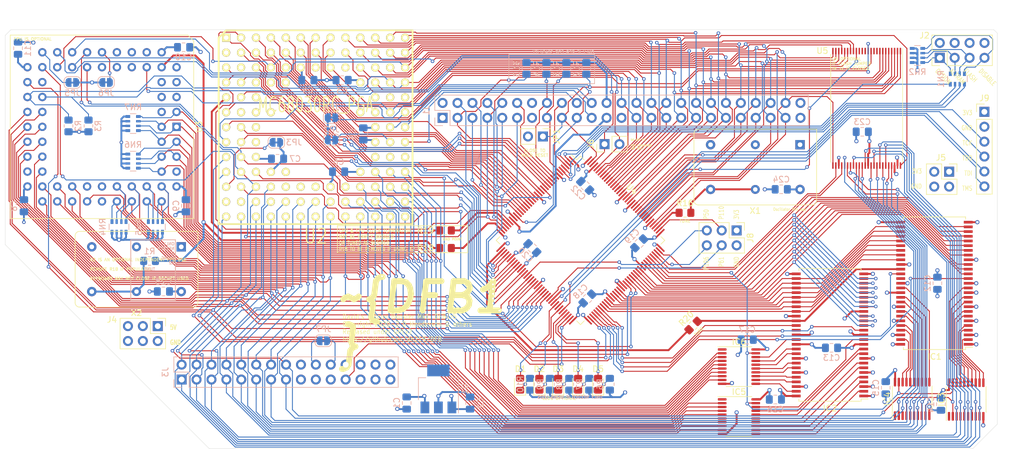
<source format=kicad_pcb>
(kicad_pcb (version 20211014) (generator pcbnew)
  (title_block (title "David's Falcon Booster 1") (date "2022-01-15") (rev "5") (company "D Henderson") (comment 1 "Copyright 2022 D Henderson") (comment 2 "Released under the terms of the GPLv2"))
  (layers (0 "F.Cu" signal) (1 "In1.Cu" power) (2 "In2.Cu" power) (31 "B.Cu" signal) (34 "B.Paste" user) (35 "F.Paste" user) (36 "B.SilkS" user "B.Silkscreen") (37 "F.SilkS" user "F.Silkscreen") (38 "B.Mask" user) (39 "F.Mask" user) (44 "Edge.Cuts" user))
  (net 0 "")
  (net 1 "VCC")
  (net 2 "/~{EXPD}")
  (net 3 "/~{IACK}")
  (net 4 "A1")
  (net 5 "A2")
  (net 6 "A3")
  (net 7 "A4")
  (net 8 "A5")
  (net 9 "A6")
  (net 10 "A7")
  (net 11 "A8")
  (net 12 "A9")
  (net 13 "A10")
  (net 14 "A11")
  (net 15 "A12")
  (net 16 "A13")
  (net 17 "A14")
  (net 18 "A15")
  (net 19 "A16")
  (net 20 "A17")
  (net 21 "A18")
  (net 22 "A19")
  (net 23 "A20")
  (net 24 "A21")
  (net 25 "A22")
  (net 26 "A23")
  (net 27 "~{XBGK}")
  (net 28 "~{XAS}")
  (net 29 "~{LDS}")
  (net 30 "~{UDS}")
  (net 31 "XR~{W}")
  (net 32 "~{XDTACK}")
  (net 33 "FC2")
  (net 34 "FC1")
  (net 35 "FC0")
  (net 36 "BMODE")
  (net 37 "~{XBR}")
  (net 38 "~{RST}")
  (net 39 "~{XHALT}")
  (net 40 "~{BERR}")
  (net 41 "~{IPL0}")
  (net 42 "~{IPL1}")
  (net 43 "~{IPL2}")
  (net 44 "XCPUCLK")
  (net 45 "/~{XINT3}")
  (net 46 "/~{MFP_IEI}")
  (net 47 "/~{MFP_INT}")
  (net 48 "/~{XINT1}")
  (net 49 "D23")
  (net 50 "D22")
  (net 51 "D21")
  (net 52 "D20")
  (net 53 "D19")
  (net 54 "D18")
  (net 55 "D17")
  (net 56 "D16")
  (net 57 "D31")
  (net 58 "D30")
  (net 59 "D29")
  (net 60 "D28")
  (net 61 "D27")
  (net 62 "D26")
  (net 63 "D25")
  (net 64 "D24")
  (net 65 "~{XBG}")
  (net 66 "VCC3")
  (net 67 "/CPLD/LED1")
  (net 68 "Net-(D1-Pad1)")
  (net 69 "/CPLD/LED2")
  (net 70 "Net-(D2-Pad1)")
  (net 71 "/CPLD/LED3")
  (net 72 "Net-(D3-Pad1)")
  (net 73 "/CPLD/LED4")
  (net 74 "Net-(D4-Pad1)")
  (net 75 "/CPLD/LED5")
  (net 76 "Net-(D5-Pad1)")
  (net 77 "MD15")
  (net 78 "MD14")
  (net 79 "MD13")
  (net 80 "MD12")
  (net 81 "MD11")
  (net 82 "MD10")
  (net 83 "MD9")
  (net 84 "MD8")
  (net 85 "Net-(IC1-Pad40)")
  (net 86 "DQM1")
  (net 87 "MA12")
  (net 88 "MA11")
  (net 89 "MA9")
  (net 90 "MA8")
  (net 91 "MA7")
  (net 92 "MA6")
  (net 93 "MA5")
  (net 94 "MA4")
  (net 95 "MA3")
  (net 96 "MA2")
  (net 97 "MA1")
  (net 98 "MA0")
  (net 99 "MA10")
  (net 100 "BA1")
  (net 101 "BA0")
  (net 102 "~{RAS}")
  (net 103 "~{CAS}")
  (net 104 "DQM0")
  (net 105 "MD7")
  (net 106 "MD6")
  (net 107 "MD5")
  (net 108 "MD4")
  (net 109 "MD3")
  (net 110 "MD2")
  (net 111 "MD1")
  (net 112 "MD0")
  (net 113 "MD31")
  (net 114 "MD30")
  (net 115 "MD29")
  (net 116 "MD28")
  (net 117 "MD27")
  (net 118 "MD26")
  (net 119 "MD25")
  (net 120 "MD24")
  (net 121 "Net-(IC2-Pad40)")
  (net 122 "DQM3")
  (net 123 "DQM2")
  (net 124 "MD23")
  (net 125 "MD22")
  (net 126 "MD21")
  (net 127 "MD20")
  (net 128 "MD19")
  (net 129 "MD18")
  (net 130 "MD17")
  (net 131 "MD16")
  (net 132 "~{BOE}")
  (net 133 "D0")
  (net 134 "D1")
  (net 135 "D2")
  (net 136 "D3")
  (net 137 "D4")
  (net 138 "D5")
  (net 139 "D6")
  (net 140 "D7")
  (net 141 "Net-(IC3-Pad1)")
  (net 142 "D15")
  (net 143 "D14")
  (net 144 "D13")
  (net 145 "D12")
  (net 146 "D11")
  (net 147 "D10")
  (net 148 "D9")
  (net 149 "D8")
  (net 150 "Net-(IC4-Pad1)")
  (net 151 "Net-(IC5-Pad1)")
  (net 152 "Net-(IC6-Pad1)")
  (net 153 "CPUCLK")
  (net 154 "A0")
  (net 155 "A31")
  (net 156 "A30")
  (net 157 "A29")
  (net 158 "A28")
  (net 159 "A27")
  (net 160 "A26")
  (net 161 "A25")
  (net 162 "A24")
  (net 163 "~{CBREQ}")
  (net 164 "~{CBACK}")
  (net 165 "SIZ1")
  (net 166 "SIZ0")
  (net 167 "~{AS}")
  (net 168 "~{DS}")
  (net 169 "~{HLT}")
  (net 170 "~{DSACK0}")
  (net 171 "~{DSACK1}")
  (net 172 "~{AVEC}")
  (net 173 "~{BGK}")
  (net 174 "~{BR}")
  (net 175 "~{BG}")
  (net 176 "/CPLD/TDI")
  (net 177 "/CPLD/TMS")
  (net 178 "/CPLD/TDO")
  (net 179 "/CPLD/TCK")
  (net 180 "/68030/CDIS")
  (net 181 "/68030/MMUDIS")
  (net 182 "~{ROMOE}")
  (net 183 "Net-(X1-Pad1)")
  (net 184 "~{ROMCE}")
  (net 185 "~{FPUCS}")
  (net 186 "/68030/FPUSIZE")
  (net 187 "FPUCLK")
  (net 188 "GND")
  (net 189 "OPTION")
  (net 190 "ENABLE")
  (net 191 "EN_ALTRAM")
  (net 192 "Net-(U3-Pad15)")
  (net 193 "Net-(U3-Pad4)")
  (net 194 "CLKOSC")
  (net 195 "/68030/CIIN")
  (net 196 "/ENABLE_J")
  (net 197 "/EN_ALTRAM_J")
  (net 198 "/EN_FLASH_J")
  (net 199 "/OPTION_J")
  (net 200 "EN_FLASH")
  (net 201 "Net-(J1-Pad50)")
  (net 202 "Net-(J1-Pad13)")
  (net 203 "Net-(J3-Pad24)")
  (net 204 "Net-(U2-PadM1)")
  (net 205 "Net-(U2-PadM2)")
  (net 206 "Net-(U2-PadD3)")
  (net 207 "Net-(U2-PadC2)")
  (net 208 "Net-(U2-PadB1)")
  (net 209 "Net-(U2-PadJ12)")
  (net 210 "Net-(U2-PadJ13)")
  (net 211 "Net-(U2-PadE12)")
  (net 212 "Net-(U2-PadE13)")
  (net 213 "Net-(U2-PadD5)")
  (net 214 "Net-(U2-PadK5)")
  (net 215 "Net-(U2-PadF4)")
  (net 216 "Net-(U2-PadF10)")
  (net 217 "Net-(U5-Pad15)")
  (net 218 "Net-(U5-Pad14)")
  (net 219 "Net-(U5-Pad13)")
  (net 220 "Net-(U5-Pad10)")
  (net 221 "Net-(U5-Pad9)")
  (net 222 "/CPLD/P61")
  (net 223 "/CPLD/P110")
  (net 224 "/CPLD/P106")
  (net 225 "~{RAMWE}")
  (net 226 "KHZ500")
  (net 227 "RAMCLK")
  (net 228 "/CPLD/P50")
  (net 229 "ROM_A19")
  (net 230 "Net-(R16-Pad2)")
  (net 231 "/68030/FPU_A0")
  (net 232 "Net-(R18-Pad1)")
  (net 233 "Net-(R19-Pad1)")
  (net 234 "Net-(R20-Pad1)")
  (net 235 "Net-(R1-Pad2)")
  (net 236 "Net-(X2-Pad1)")
  (net 237 "~{FPUDSACK0}")
  (net 238 "~{FPUDSACK1}")
  (net 239 "~{STERM}")
  (net 240 "/CPUBGI")
  (net 241 "/CPUBGO")
  (footprint "LED_SMD:LED_0805_2012Metric_Pad1.15x1.40mm_HandSolder" (layer "F.Cu") (at 138.716 105 90)
    (fp_text reference "D1")
    (fp_text value "LED")
  )
  (footprint "LED_SMD:LED_0805_2012Metric_Pad1.15x1.40mm_HandSolder" (layer "F.Cu") (at 145.2 105 90)
    (fp_text reference "D3")
    (fp_text value "LED")
  )
  (footprint "LED_SMD:LED_0805_2012Metric_Pad1.15x1.40mm_HandSolder" (layer "F.Cu") (at 148.6 105 90)
    (fp_text reference "D4")
    (fp_text value "LED")
  )
  (footprint "Connector_PinHeader_2.54mm:PinHeader_2x03_P2.54mm_Vertical" (layer "F.Cu") (at 77 95.1 -90)
    (fp_text reference "J4")
    (fp_text value "Conn_02x03_Odd_Even")
  )
  (footprint "david:Oscillator_DIP-14-DUAL" (layer "F.Cu") (at 186.4 64.2 180)
    (fp_text reference "X1")
    (fp_text value "CXO_DIP14_DIP8_DUAL")
  )
  (footprint "Package_SO:TSSOP-20_4.4x6.5mm_P0.65mm" (layer "F.Cu") (at 205.5 107.5 90)
    (fp_text reference "IC4")
    (fp_text value "SN74CB3T3245PW")
  )
  (footprint "MC68030:MC68030RC_PGA" (layer "F.Cu") (at 103.886 61.214 180)
    (fp_text reference "U2")
    (fp_text value "MC68030RC_PGA")
  )
  (footprint "Package_LCC:PLCC-68_THT-Socket" (layer "F.Cu") (at 80.2 61.16 -90)
    (fp_text reference "U3")
    (fp_text value "MC68882")
  )
  (footprint "Package_SO:TSSOP-20_4.4x6.5mm_P0.65mm" (layer "F.Cu") (at 176 102)
    (fp_text reference "IC6")
    (fp_text value "SN74CB3T3245PW")
  )
  (footprint "Package_SO:TSSOP-20_4.4x6.5mm_P0.65mm" (layer "F.Cu") (at 214.7 107.6 90)
    (fp_text reference "IC3")
    (fp_text value "SN74CB3T3245PW")
  )
  (footprint "Package_SO:TSOP-II-54_22.2x10.16mm_P0.8mm" (layer "F.Cu") (at 209.3 87.8 180)
    (fp_text reference "IC1")
    (fp_text value "IS42S16320D-7TL")
  )
  (footprint "Package_SO:TSOP-II-54_22.2x10.16mm_P0.8mm" (layer "F.Cu") (at 191.5 96.6 180)
    (fp_text reference "IC2")
    (fp_text value "IS42S16320D-7TL")
  )
  (footprint "Package_SO:TSSOP-20_4.4x6.5mm_P0.65mm" (layer "F.Cu") (at 176 110.5)
    (fp_text reference "IC5")
    (fp_text value "SN74CB3T3245PW")
  )
  (footprint "Package_SO:TSOP-I-48_18.4x12mm_P0.5mm" (layer "F.Cu") (at 197.75 58 -90)
    (fp_text reference "U5")
    (fp_text value "29F800C-TSOP-48")
  )
  (footprint "Connector_PinHeader_2.54mm:PinHeader_1x06_P2.54mm_Vertical" (layer "F.Cu") (at 217.8 58.6)
    (fp_text reference "J9")
    (fp_text value "Conn_01x06_Male")
  )
  (footprint "Connector_PinHeader_2.54mm:PinHeader_2x03_P2.54mm_Vertical" (layer "F.Cu") (at 175.6 78.8 -90)
    (fp_text reference "J8")
    (fp_text value "Conn_02x03_Odd_Even")
  )
  (footprint "LED_SMD:LED_0805_2012Metric_Pad1.15x1.40mm_HandSolder" (layer "F.Cu") (at 142.000001 105 90)
    (fp_text reference "D2")
    (fp_text value "LED")
  )
  (footprint "Connector_PinHeader_2.54mm:PinHeader_2x02_P2.54mm_Vertical" (layer "F.Cu") (at 211.8 68.8 -90)
    (fp_text reference "J5")
    (fp_text value "Conn_02x02_Odd_Even")
  )
  (footprint "LED_SMD:LED_0805_2012Metric_Pad1.15x1.40mm_HandSolder" (layer "F.Cu") (at 152 105 90)
    (fp_text reference "D5")
    (fp_text value "LED")
  )
  (footprint "Connector_PinHeader_2.54mm:PinHeader_2x04_P2.54mm_Vertical" (layer "F.Cu") (at 210.2 49.4 90)
    (fp_text reference "J2")
    (fp_text value "Conn_02x04_Odd_Even")
  )
  (footprint "Resistor_SMD:R_0805_2012Metric_Pad1.20x1.40mm_HandSolder" (layer "F.Cu") (at 166.8 75.8)
    (fp_text reference "R16")
    (fp_text value "33R NOMINAL")
  )
  (footprint "Resistor_SMD:R_0805_2012Metric_Pad1.20x1.40mm_HandSolder" (layer "F.Cu") (at 168.2 95 45)
    (fp_text reference "R20")
    (fp_text value "33R NOMINAL")
  )
  (footprint "Resistor_SMD:R_0805_2012Metric_Pad1.20x1.40mm_HandSolder" (layer "F.Cu") (at 126 78.8 180)
    (fp_text reference "R19")
    (fp_text value "33R NOMINAL")
  )
  (footprint "david:Oscillator_DIP-14-DUAL" (layer "F.Cu") (at 81 81.6 180)
    (fp_text reference "X2")
    (fp_text value "CXO_DIP14_DIP8_DUAL")
  )
  (footprint "Package_QFP:TQFP-144_20x20mm_P0.5mm" (layer "F.Cu") (at 149 80.5 -45)
    (fp_text reference "U4")
    (fp_text value "XC95288XL-10TQG144I")
  )
  (footprint "Resistor_SMD:R_0805_2012Metric_Pad1.20x1.40mm_HandSolder" (layer "F.Cu") (at 126 81.8 180)
    (fp_text reference "R18")
    (fp_text value "33R NOMINAL")
  )
  (footprint "Connector_PinHeader_2.54mm:PinHeader_1x02_P2.54mm_Vertical" (layer "F.Cu") (at 142.6 62.8 -90)
    (fp_text reference "JP1")
    (fp_text value "Jumper_NO_Small")
  )
  (footprint "Connector_PinHeader_2.54mm:PinHeader_1x02_P2.54mm_Vertical" (layer "F.Cu") (at 153.1 64.1 90)
    (fp_text reference "J6")
    (fp_text value "Conn_01x02_Female")
  )
  (footprint "Connector_PinSocket_2.54mm:PinSocket_2x15_P2.54mm_Vertical" (layer "B.Cu") (at 81.066 104.202 -90)
    (fp_text reference "J3")
    (fp_text value "Conn_01x30")
  )
  (footprint "Capacitor_SMD:C_0805_2012Metric_Pad1.18x1.45mm_HandSolder" (layer "B.Cu") (at 108.4 53.2 180)
    (fp_text reference "C3")
    (fp_text value "10u")
  )
  (footprint "Capacitor_SMD:C_0805_2012Metric_Pad1.18x1.45mm_HandSolder" (layer "B.Cu") (at 102.5625 53.2)
    (fp_text reference "C4")
    (fp_text value "100n")
  )
  (footprint "Capacitor_SMD:C_0805_2012Metric_Pad1.18x1.45mm_HandSolder" (layer "B.Cu") (at 112 62.3625 90)
    (fp_text reference "C5")
    (fp_text value "330p")
  )
  (footprint "Capacitor_SMD:C_0805_2012Metric_Pad1.18x1.45mm_HandSolder" (layer "B.Cu") (at 107.8 68.8 180)
    (fp_text reference "C6")
    (fp_text value "100n")
  )
  (footprint "Capacitor_SMD:C_0805_2012Metric_Pad1.18x1.45mm_HandSolder" (layer "B.Cu") (at 97.4 66.6 180)
    (fp_text reference "C7")
    (fp_text value "100n")
  )
  (footprint "Capacitor_SMD:C_0805_2012Metric_Pad1.18x1.45mm_HandSolder" (layer "B.Cu") (at 150.2 90.4 -135)
    (fp_text reference "C18")
    (fp_text value "100n")
  )
  (footprint "Capacitor_SMD:C_0805_2012Metric_Pad1.18x1.45mm_HandSolder" (layer "B.Cu") (at 159 81 -135)
    (fp_text reference "C19")
    (fp_text value "10u")
  )
  (footprint "Capacitor_SMD:C_0805_2012Metric_Pad1.18x1.45mm_HandSolder" (layer "B.Cu") (at 140.8 81.8 -45)
    (fp_text reference "C20")
    (fp_text value "100n")
  )
  (footprint "Capacitor_SMD:C_0805_2012Metric_Pad1.18x1.45mm_HandSolder" (layer "B.Cu") (at 209.8 87.8 -90)
    (fp_text reference "C12")
    (fp_text value "100n")
  )
  (footprint "Capacitor_SMD:C_0805_2012Metric_Pad1.18x1.45mm_HandSolder" (layer "B.Cu") (at 191.7625 98.8)
    (fp_text reference "C13")
    (fp_text value "100n")
  )
  (footprint "Capacitor_SMD:C_0805_2012Metric_Pad1.18x1.45mm_HandSolder" (layer "B.Cu") (at 210.4 108.4 -90)
    (fp_text reference "C14")
    (fp_text value "100n")
  )
  (footprint "Capacitor_SMD:C_0805_2012Metric_Pad1.18x1.45mm_HandSolder" (layer "B.Cu") (at 201 105.6 -90)
    (fp_text reference "C15")
    (fp_text value "100n")
  )
  (footprint "Capacitor_SMD:C_0805_2012Metric_Pad1.18x1.45mm_HandSolder" (layer "B.Cu") (at 182.2 107.6)
    (fp_text reference "C16")
    (fp_text value "100n")
  )
  (footprint "Capacitor_SMD:C_0805_2012Metric_Pad1.18x1.45mm_HandSolder" (layer "B.Cu") (at 177.4 97.4 180)
    (fp_text reference "C17")
    (fp_text value "100n")
  )
  (footprint "Capacitor_SMD:C_0805_2012Metric_Pad1.18x1.45mm_HandSolder" (layer "B.Cu") (at 197 62 180)
    (fp_text reference "C23")
    (fp_text value "100n")
  )
  (footprint "Resistor_SMD:R_0805_2012Metric_Pad1.20x1.40mm_HandSolder" (layer "B.Cu") (at 140.4 105 -90)
    (fp_text reference "R10")
    (fp_text value "1k")
  )
  (footprint "Resistor_SMD:R_0805_2012Metric_Pad1.20x1.40mm_HandSolder" (layer "B.Cu") (at 143.8 105 -90)
    (fp_text reference "R9")
    (fp_text value "1k")
  )
  (footprint "Resistor_SMD:R_0805_2012Metric_Pad1.20x1.40mm_HandSolder" (layer "B.Cu") (at 147.1 105 -90)
    (fp_text reference "R8")
    (fp_text value "1k")
  )
  (footprint "Resistor_SMD:R_0805_2012Metric_Pad1.20x1.40mm_HandSolder" (layer "B.Cu") (at 150.5 105 -90)
    (fp_text reference "R7")
    (fp_text value "1k")
  )
  (footprint "Resistor_SMD:R_0805_2012Metric_Pad1.20x1.40mm_HandSolder" (layer "B.Cu") (at 154 105 -90)
    (fp_text reference "R6")
    (fp_text value "1k")
  )
  (footprint "Connector_PinSocket_2.54mm:PinSocket_2x25_P2.54mm_Vertical" (layer "B.Cu") (at 125.516 59.625 -90)
    (fp_text reference "J1")
    (fp_text value "Conn_01x50")
  )
  (footprint "Package_TO_SOT_SMD:SOT-223" (layer "B.Cu") (at 124.8 105.8 90)
    (fp_text reference "U1")
    (fp_text value "LM1117-3.3")
  )
  (footprint "Capacitor_SMD:C_0805_2012Metric_Pad1.18x1.45mm_HandSolder" (layer "B.Cu") (at 119.4 108.2 -90)
    (fp_text reference "C1")
    (fp_text value "10u")
  )
  (footprint "Capacitor_SMD:C_0805_2012Metric_Pad1.18x1.45mm_HandSolder" (layer "B.Cu") (at 130.2 108.2 -90)
    (fp_text reference "C2")
    (fp_text value "100n")
  )
  (footprint "Capacitor_SMD:C_0805_2012Metric_Pad1.18x1.45mm_HandSolder" (layer "B.Cu") (at 149.8 71.2 -45)
    (fp_text reference "C22")
    (fp_text value "10u")
  )
  (footprint "Capacitor_SMD:C_0805_2012Metric_Pad1.18x1.45mm_HandSolder" (layer "B.Cu") (at 81.8 74.6 -90)
    (fp_text reference "C9")
    (fp_text value "100n")
  )
  (footprint "Capacitor_SMD:C_0805_2012Metric_Pad1.18x1.45mm_HandSolder" (layer "B.Cu") (at 81.4 47.6)
    (fp_text reference "C10")
    (fp_text value "10u")
  )
  (footprint "Capacitor_SMD:C_0805_2012Metric_Pad1.18x1.45mm_HandSolder" (layer "B.Cu") (at 53.2 47.7625 90)
    (fp_text reference "C11")
    (fp_text value "100n")
  )
  (footprint "Capacitor_SMD:C_0805_2012Metric_Pad1.18x1.45mm_HandSolder" (layer "B.Cu") (at 183.2 71.8 180)
    (fp_text reference "C24")
    (fp_text value "100n")
  )
  (footprint "Capacitor_SMD:C_0805_2012Metric_Pad1.18x1.45mm_HandSolder" (layer "B.Cu") (at 54.2 74.6 -90)
    (fp_text reference "C8")
    (fp_text value "100n")
  )
  (footprint "Resistor_SMD:R_Array_Convex_4x0603" (layer "B.Cu") (at 206.4 49)
    (fp_text reference "RN2")
    (fp_text value "10K")
  )
  (footprint "Resistor_SMD:R_Array_Convex_4x0603" (layer "B.Cu") (at 213.2 53 -90)
    (fp_text reference "RN1")
    (fp_text value "10K")
  )
  (footprint "Resistor_SMD:R_Array_Convex_4x0603" (layer "B.Cu") (at 70.4 78.2 -90)
    (fp_text reference "RN4")
    (fp_text value "10K")
  )
  (footprint "Resistor_SMD:R_Array_Convex_4x0603" (layer "B.Cu") (at 76.6 78.2 -90)
    (fp_text reference "RN5")
    (fp_text value "10K")
  )
  (footprint "Resistor_SMD:R_Array_Convex_4x0603" (layer "B.Cu") (at 72.8 67 180)
    (fp_text reference "RN6")
    (fp_text value "10K")
  )
  (footprint "Resistor_SMD:R_Array_Convex_4x0603" (layer "B.Cu") (at 72.8 60.6 180)
    (fp_text reference "RN7")
    (fp_text value "10K")
  )
  (footprint "Resistor_SMD:R_0805_2012Metric_Pad1.20x1.40mm_HandSolder" (layer "B.Cu") (at 150 51.2 -90)
    (fp_text reference "R12")
    (fp_text value "4k7 OPTION")
  )
  (footprint "Resistor_SMD:R_0805_2012Metric_Pad1.20x1.40mm_HandSolder" (layer "B.Cu") (at 139.8 51.2 -90)
    (fp_text reference "R13")
    (fp_text value "10k OPTION")
  )
  (footprint "Resistor_SMD:R_0805_2012Metric_Pad1.20x1.40mm_HandSolder" (layer "B.Cu") (at 143.2 51.2 -90)
    (fp_text reference "R14")
    (fp_text value "10k OPTION")
  )
  (footprint "Resistor_SMD:R_0805_2012Metric_Pad1.20x1.40mm_HandSolder" (layer "B.Cu") (at 146.6 51.2 -90)
    (fp_text reference "R15")
    (fp_text value "10k OPTION")
  )
  (footprint "Capacitor_SMD:C_0805_2012Metric_Pad1.18x1.45mm_HandSolder" (layer "B.Cu") (at 77.9625 89.2 180)
    (fp_text reference "C25")
    (fp_text value "100n")
  )
  (footprint "Resistor_SMD:R_0805_2012Metric_Pad1.20x1.40mm_HandSolder" (layer "B.Cu") (at 75.6 84 180)
    (fp_text reference "R1")
    (fp_text value "33R NOMINAL")
  )
  (footprint "Resistor_SMD:R_0805_2012Metric_Pad1.20x1.40mm_HandSolder" (layer "B.Cu") (at 61.8 61 90)
    (fp_text reference "R2")
    (fp_text value "2k2")
  )
  (footprint "Resistor_SMD:R_0805_2012Metric_Pad1.20x1.40mm_HandSolder" (layer "B.Cu") (at 65.2 61 90)
    (fp_text reference "R3")
    (fp_text value "2k2")
  )
  (footprint "Jumper:SolderJumper-2_P1.3mm_Bridged_RoundedPad1.0x1.5mm_DAVID" (layer "B.Cu") (at 97.2 63.8)
    (fp_text reference "JP3")
    (fp_text value "Jumper_NC_Small")
  )
  (footprint "Jumper:SolderJumper-2_P1.3mm_Bridged_RoundedPad1.0x1.5mm_DAVID" (layer "B.Cu") (at 106.6 59.6 180)
    (fp_text reference "JP4")
    (fp_text value "Jumper_NC_Small")
  )
  (footprint "Jumper:SolderJumper-2_P1.3mm_Bridged_RoundedPad1.0x1.5mm_DAVID" (layer "B.Cu") (at 62.449999 53.6)
    (fp_text reference "JP5")
    (fp_text value "Jumper_NC_Small")
  )
  (footprint "Jumper:SolderJumper-2_P1.3mm_Bridged_RoundedPad1.0x1.5mm_DAVID" (layer "B.Cu") (at 68.2 53.6 180)
    (fp_text reference "JP6")
    (fp_text value "Jumper_NC_Small")
  )
  (footprint "Jumper:SolderJumper-2_P1.3mm_Bridged_RoundedPad1.0x1.5mm_DAVID" (layer "B.Cu") (at 106.6 63.4 180)
    (fp_text reference "JP2")
    (fp_text value "Jumper_NC_Small")
  )
  (footprint "Jumper:SolderJumper-2_P1.3mm_Bridged_RoundedPad1.0x1.5mm_DAVID" (layer "B.Cu") (at 105.2 97.6)
    (fp_text reference "JP7")
    (fp_text value "Jumper_NC_Small")
  )
  (gr_line (start 151.4 53.8) (end 151.4 48.8) (layer "B.SilkS") (width 0.12))
  (gr_line (start 72.4 90.7) (end 72.4 80.4) (layer "B.SilkS") (width 0.15))
  (gr_line (start 151.4 48.8) (end 136.8 48.8) (layer "B.SilkS") (width 0.12))
  (gr_line (start 80 90.7) (end 72.4 90.7) (layer "B.SilkS") (width 0.15))
  (gr_line (start 136.8 53.8) (end 151.4 53.8) (layer "B.SilkS") (width 0.12))
  (gr_line (start 80 80.4) (end 80 90.7) (layer "B.SilkS") (width 0.15))
  (gr_line (start 136.8 48.8) (end 136.8 53.8) (layer "B.SilkS") (width 0.12))
  (gr_line (start 72.4 80.4) (end 80 80.4) (layer "B.SilkS") (width 0.15))
  (gr_line (start 107.6 82.6) (end 107.6 78) (layer "F.SilkS") (width 0.12))
  (gr_line (start 129.8 78) (end 129.8 82.6) (layer "F.SilkS") (width 0.12))
  (gr_line (start 107.6 78) (end 129.8 78) (layer "F.SilkS") (width 0.12))
  (gr_line (start 129.8 82.6) (end 107.6 82.6) (layer "F.SilkS") (width 0.12))
  (gr_line (start 51 81.2) (end 51 45.6) (layer "Edge.Cuts") (width 0.05))
  (gr_line (start 220 45.2) (end 220 111.8) (layer "Edge.Cuts") (width 0.05))
  (gr_line (start 52 44.6) (end 219.4 44.6) (layer "Edge.Cuts") (width 0.05))
  (gr_line (start 215.8 116) (end 85.8 116) (layer "Edge.Cuts") (width 0.05))
  (gr_line (start 85.8 116) (end 51 81.2) (layer "Edge.Cuts") (width 0.05))
  (gr_line (start 51 45.6) (end 52 44.6) (layer "Edge.Cuts") (width 0.05))
  (gr_line (start 220 45.2) (end 219.4 44.6) (layer "Edge.Cuts") (width 0.05))
  (gr_line (start 215.8 116) (end 220 111.8) (layer "Edge.Cuts") (width 0.05))
  (gr_text "TUNE" (at 75.6 85.4) (layer "B.SilkS") (effects (font (size 0.5 0.5) (thickness 0.1)) (justify mirror)))
  (gr_text "ONLY IF REQ FOR STABILITY" (at 151.4 48.4) (layer "B.SilkS") (effects (font (size 0.5 0.5) (thickness 0.1)) (justify left mirror)))
  (gr_text "ONLY\nNEEDED\nIF\nUSING\nX2" (at 79.9 82.7) (layer "B.SilkS") (effects (font (size 0.5 0.5) (thickness 0.1)) (justify left mirror)))
  (gr_text "ONLY NEEDED IF USING LEDS" (at 147.2 107.2) (layer "B.SilkS") (effects (font (size 0.5 0.5) (thickness 0.1)) (justify mirror)))
  (gr_text "3V3\n\nGND\n\nTCK\n\nTDO\n\nTDI\n\nTMS" (at 215.8 65.2) (layer "F.SilkS") (effects (font (size 0.8 0.6) (thickness 0.1)) (justify right)))
  (gr_text "3V3\n\nGND" (at 207.2 70) (layer "F.SilkS") (effects (font (size 0.8 0.6) (thickness 0.1)) (justify right)))
  (gr_text "P50\n\nP110\n\n3V3" (at 173 77 90) (layer "F.SilkS") (effects (font (size 0.8 0.6) (thickness 0.1)) (justify left)))
  (gr_text "P106\n\nP61\n\nGND" (at 173 83.2 90) (layer "F.SilkS") (effects (font (size 0.8 0.6) (thickness 0.1)) (justify right)))
  (gr_text "ALTRAM" (at 212 51.4 -45) (layer "F.SilkS") (effects (font (size 0.8 0.6) (thickness 0.1)) (justify left)))
  (gr_text "DISABLE" (at 217 51.4 -45) (layer "F.SilkS") (effects (font (size 0.8 0.6) (thickness 0.1)) (justify left)))
  (gr_text "FLASH" (at 214.4 51.4 -45) (layer "F.SilkS") (effects (font (size 0.8 0.6) (thickness 0.1)) (justify left)))
  (gr_text "TUNE" (at 169.2 96 45) (layer "F.SilkS") (effects (font (size 0.5 0.5) (thickness 0.1))))
  (gr_text "DO NOT FIT\n\nFOR EXPANSION\nUSE ONLY\n" (at 157.5 64.1) (layer "F.SilkS") (effects (font (size 0.3 0.3) (thickness 0.075)) (justify left)))
  (gr_text "5V\n\nGND" (at 79 96.6) (layer "F.SilkS") (effects (font (size 0.8 0.6)) (justify left)))
  (gr_text "U5 OPTIONAL\nIF FLASH JUMPER\nIN J2 IS CLOSED" (at 191.8 50.4) (layer "F.SilkS") (effects (font (size 0.5 0.5) (thickness 0.1)) (justify left)))
  (gr_text "FPU IS OPTIONAL" (at 52.4 46.2) (layer "F.SilkS") (effects (font (size 0.5 0.5) (thickness 0.1)) (justify left)))
  (gr_text "CLOSE TO\nHOLD RESET" (at 141.2 65.6) (layer "F.SilkS") (effects (font (size 0.5 0.5) (thickness 0.1))))
  (gr_text "~{DFB1\n}           " (at 107.2 94.2) (layer "F.SilkS") (effects (font (size 5 5.45) (thickness 1) italic) (justify left)))
  (gr_text "X2 IS AN OPTIONAL INDEPENDENT FPU OSC\n\nREMOVE R18 IF POPULATED\n\nKEYBOARD MAY NOT CLOSE IF SOCKET USED\n" (at 65.4 85.4) (layer "F.SilkS") (effects (font (size 0.5 0.5) (thickness 0.1)) (justify left)))
  (gr_text "Oscillator this way   —>" (at 185.6 75.2) (layer "F.SilkS") (effects (font (size 0.5 0.4) (thickness 0.075))))
  (gr_text "CPU & FPU CLOCK TERMINATION\nMAY BE SIMPLY BRIDGED\nOR TUNED AS DESIRED\nR18 TO BE REMOVED IF USING X2" (at 107.8 80.4) (layer "F.SilkS") (effects (font (size 0.65 0.5) (thickness 0.1)) (justify left)))
  (gr_text "TUNE" (at 166.8 77.2) (layer "F.SilkS") (effects (font (size 0.5 0.5) (thickness 0.1))))
  (gr_text "LEDS OPTIONAL" (at 145.4 107.4) (layer "F.SilkS") (effects (font (size 0.5 0.5) (thickness 0.1))))
  (gr_text "OPTION" (at 209.6 51.4 -45) (layer "F.SilkS") (effects (font (size 0.8 0.6) (thickness 0.1)) (justify left)))
  (gr_text "GND POINT" (at 127.2 80.3) (layer "F.SilkS") (effects (font (size 0.4 0.4) (thickness 0.1))))
  (gr_text "David’s Falcon Booster Mk1: DFB1r5\nCopyright 2020-2 D Henderson & others\nReleased under GPLv2\nhttps://github.com/dh219/DFB" (at 108.4 95.4) (layer "F.SilkS") (effects (font (size 0.8 0.7) (thickness 0.1)) (justify left)))
  (segment (start 198.220001 63.620001) (end 198.2 63.6) (width 0.32) (layer "F.Cu") (net 1))
  (segment (start 198 67.75) (end 198 65.777602) (width 0.32) (layer "F.Cu") (net 1))
  (segment (start 198.220001 65.557601) (end 198.220001 63.620001) (width 0.32) (layer "F.Cu") (net 1))
  (segment (start 198 65.777602) (end 198.220001 65.557601) (width 0.32) (layer "F.Cu") (net 1))
  (segment (start 203 66.468553) (end 202.921457 66.39001) (width 0.32) (layer "F.Cu") (net 1))
  (segment (start 203 67.75) (end 203 66.468553) (width 0.32) (layer "F.Cu") (net 1))
  (via (at 107 61.4) (size 0.7) (drill 0.4) (layers "F.Cu" "B.Cu") (net 1))
  (via (at 122.4 107) (size 0.7) (drill 0.4) (layers "F.Cu" "B.Cu") (net 1))
  (via (at 70.4 80.4) (size 0.7) (drill 0.4) (layers "F.Cu" "B.Cu") (net 1))
  (via (at 63.6 62) (size 0.7) (drill 0.4) (layers "F.Cu" "B.Cu") (net 1))
  (via (at 70.8 63.80001) (size 0.6) (drill 0.3) (layers "F.Cu" "B.Cu") (net 1))
  (via (at 198.2 63.6) (size 0.7) (drill 0.4) (layers "F.Cu" "B.Cu") (net 1))
  (via (at 65.8 53.6) (size 0.7) (drill 0.4) (layers "F.Cu" "B.Cu") (net 1))
  (via (at 202.921457 66.39001) (size 0.7) (drill 0.4) (layers "F.Cu" "B.Cu") (net 1))
  (segment (start 70.4 80.4) (end 71.2 80.4) (width 0.32) (layer "B.Cu") (net 1))
  (segment (start 63.6 62) (end 65.2 62) (width 0.32) (layer "B.Cu") (net 1))
  (segment (start 80.3625 47.6) (end 78.52 47.6) (width 0.32) (layer "B.Cu") (net 1))
  (segment (start 70.8 61.8) (end 71.9 61.8) (width 0.32) (layer "B.Cu") (net 1))
  (segment (start 105.95 59.6) (end 105.95 61.45) (width 0.32) (layer "B.Cu") (net 1))
  (segment (start 54.2 73.5625) (end 54.2 71.92) (width 0.32) (layer "B.Cu") (net 1))
  (segment (start 77.8 80) (end 77.4 80.4) (width 0.32) (layer "B.Cu") (net 1))
  (segment (start 101.525 53.2) (end 101.525 51.233) (width 0.32) (layer "B.Cu") (net 1))
  (segment (start 70.8 67.4) (end 70.8 67.8) (width 0.32) (layer "B.Cu") (net 1))
  (segment (start 81.8 72) (end 81.8 73.5625) (width 0.32) (layer "B.Cu") (net 1))
  (segment (start 105.95 61.45) (end 106.95 61.45) (width 0.32) (layer "B.Cu") (net 1))
  (segment (start 67.55 53.6) (end 65.8 53.6) (width 0.32) (layer "B.Cu") (net 1))
  (segment (start 71.9 65.8) (end 70.8 65.8) (width 0.32) (layer "B.Cu") (net 1))
  (segment (start 80.98 89.2) (end 81 89.22) (width 0.32) (layer "B.Cu") (net 1))
  (segment (start 70.8 65.8) (end 70.8 63.80001) (width 0.32) (layer "B.Cu") (net 1))
  (segment (start 97.85 64.85) (end 98.4375 65.4375) (width 0.32) (layer "B.Cu") (net 1))
  (segment (start 63.099999 53.6) (end 65.8 53.6) (width 0.32) (layer "B.Cu") (net 1))
  (segment (start 71.9 67.4) (end 70.8 67.4) (width 0.32) (layer "B.Cu") (net 1))
  (segment (start 109.4375 53.2) (end 111.112 53.2) (width 0.32) (layer "B.Cu") (net 1))
  (segment (start 198.2 62.1625) (end 198.0375 62) (width 0.32) (layer "B.Cu") (net 1))
  (segment (start 98.4375 65.4375) (end 98.4375 66.6) (width 0.32) (layer "B.Cu") (net 1))
  (segment (start 76.6 80.4) (end 77.4 80.4) (width 0.32) (layer "B.Cu") (net 1))
  (segment (start 78.52 47.6) (end 77.66 48.46) (width 0.32) (layer "B.Cu") (net 1))
  (segment (start 70 80) (end 70.4 80.4) (width 0.32) (layer "B.Cu") (net 1))
  (segment (start 70.4 80.4) (end 75 80.4) (width 0.32) (layer "B.Cu") (net 1))
  (segment (start 70 79.1) (end 70 80) (width 0.32) (layer "B.Cu") (net 1))
  (segment (start 70.8 59.8) (end 70.8 60.4) (width 0.32) (layer "B.Cu") (net 1))
  (segment (start 151.6 50.2) (end 153.456 52.056) (width 0.32) (layer "B.Cu") (net 1))
  (segment (start 119.4 107.1625) (end 122.2375 107.1625) (width 0.32) (layer "B.Cu") (net 1))
  (segment (start 61.8 62) (end 63.6 62) (width 0.32) (layer "B.Cu") (net 1))
  (segment (start 139.8 50.2) (end 143.2 50.2) (width 0.32) (layer "B.Cu") (net 1))
  (segment (start 54 51) (end 54.8 51) (width 0.32) (layer "B.Cu") (net 1))
  (segment (start 71.2 80.4) (end 71.6 80) (width 0.32) (layer "B.Cu") (net 1))
  (segment (start 69.2 79.1) (end 69.2 80) (width 0.32) (layer "B.Cu") (net 1))
  (segment (start 69.2 80) (end 69.6 80.4) (width 0.32) (layer "B.Cu") (net 1))
  (segment (start 75.4 80) (end 75 80.4) (width 0.32) (layer "B.Cu") (net 1))
  (segment (start 70.8 60.2) (end 70.8 60.4) (width 0.32) (layer "B.Cu") (net 1))
  (segment (start 75.4 79.1) (end 75.4 80) (width 0.32) (layer "B.Cu") (net 1))
  (segment (start 71.2 59.4) (end 70.8 59.8) (width 0.32) (layer "B.Cu") (net 1))
  (segment (start 122.5 108.95) (end 122.5 107.1) (width 0.32) (layer "B.Cu") (net 1))
  (segment (start 97.85 63.8) (end 97.85 64.85) (width 0.32) (layer "B.Cu") (net 1))
  (segment (start 108.8715 68.834) (end 108.8375 68.8) (width 0.32) (layer "B.Cu") (net 1))
  (segment (start 105.95 61.45) (end 105.95 63.4) (width 0.32) (layer "B.Cu") (net 1))
  (segment (start 70.8 66.6) (end 70.8 67.4) (width 0.32) (layer "B.Cu") (net 1))
  (segment (start 53.2 48.8) (end 53.2 50.2) (width 0.32) (layer "B.Cu") (net 1))
  (segment (start 184.2 71.82) (end 186.4 71.82) (width 0.32) (layer "B.Cu") (net 1))
  (segment (start 77.8 79.1) (end 77.8 80) (width 0.32) (layer "B.Cu") (net 1))
  (segment (start 71.9 61) (end 70.8 61) (width 0.32) (layer "B.Cu") (net 1))
  (segment (start 153.456 52.056) (end 153.456 57.085) (width 0.32) (layer "B.Cu") (net 1))
  (segment (start 122.2375 107.1625) (end 122.4 107) (width 0.32) (layer "B.Cu") (net 1))
  (segment (start 98.4375 66.6625) (end 96.266 68.834) (width 0.32) (layer "B.Cu") (net 1))
  (segment (start 79 89.2) (end 80.98 89.2) (width 0.32) (layer "B.Cu") (net 1))
  (segment (start 70.8 80) (end 70.4 80.4) (width 0.32) (layer "B.Cu") (net 1))
  (segment (start 70.8 61) (end 70.8 61.8) (width 0.32) (layer "B.Cu") (net 1))
  (segment (start 101.525 51.233) (end 101.346 51.054) (width 0.32) (layer "B.Cu") (net 1))
  (segment (start 80.2 71.32) (end 81.12 71.32) (width 0.32) (layer "B.Cu") (net 1))
  (segment (start 112 63.4) (end 113.692 63.4) (width 0.32) (layer "B.Cu") (net 1))
  (segment (start 77 79.1) (end 77 80) (width 0.32) (layer "B.Cu") (net 1))
  (segment (start 122.5 107.1) (end 122.4 107) (width 0.32) (layer "B.Cu") (net 1))
  (segment (start 75 80.4) (end 75.8 80.4) (width 0.32) (layer "B.Cu") (net 1))
  (segment (start 76.2 79.1) (end 76.2 80) (width 0.32) (layer "B.Cu") (net 1))
  (segment (start 150 50.2) (end 151.6 50.2) (width 0.32) (layer "B.Cu") (net 1))
  (segment (start 143.2 50.2) (end 146.6 50.2) (width 0.32) (layer "B.Cu") (net 1))
  (segment (start 106.95 61.45) (end 107 61.4) (width 0.32) (layer "B.Cu") (net 1))
  (segment (start 69.6 80.4) (end 70.4 80.4) (width 0.32) (layer "B.Cu") (net 1))
  (segment (start 81.12 71.32) (end 81.8 72) (width 0.32) (layer "B.Cu") (net 1))
  (segment (start 70.8 60.4) (end 70.8 61) (width 0.32) (layer "B.Cu") (net 1))
  (segment (start 70.8 79.1) (end 70.8 80) (width 0.32) (layer "B.Cu") (net 1))
  (segment (start 146.6 50.2) (end 150 50.2) (width 0.32) (layer "B.Cu") (net 1))
  (segment (start 71.6 80) (end 71.6 79.1) (width 0.32) (layer "B.Cu") (net 1))
  (segment (start 198.2 63.6) (end 198.2 62.1625) (width 0.32) (layer "B.Cu") (net 1))
  (segment (start 113.692 63.4) (end 114.046 63.754) (width 0.32) (layer "B.Cu") (net 1))
  (segment (start 53.2 50.2) (end 54 51) (width 0.32) (layer "B.Cu") (net 1))
  (segment (start 71.9 68.2) (end 71.2 68.2) (width 0.32) (layer "B.Cu") (net 1))
  (segment (start 71.9 59.4) (end 71.2 59.4) (width 0.32) (layer "B.Cu") (net 1))
  (segment (start 75.8 80.4) (end 76.6 80.4) (width 0.32) (layer "B.Cu") (net 1))
  (segment (start 98.4375 66.6) (end 98.4375 66.6625) (width 0.32) (layer "B.Cu") (net 1))
  (segment (start 77 80) (end 76.6 80.4) (width 0.32) (layer "B.Cu") (net 1))
  (segment (start 76.2 80) (end 75.8 80.4) (width 0.32) (layer "B.Cu") (net 1))
  (segment (start 70.8 65.8) (end 70.8 66.6) (width 0.32) (layer "B.Cu") (net 1))
  (segment (start 54.2 71.92) (end 54.8 71.32) (width 0.32) (layer "B.Cu") (net 1))
  (segment (start 111.506 68.834) (end 108.8715 68.834) (width 0.32) (layer "B.Cu") (net 1))
  (segment (start 71.9 60.2) (end 70.8 60.2) (width 0.32) (layer "B.Cu") (net 1))
  (segment (start 70.8 67.8) (end 71.2 68.2) (width 0.32) (layer "B.Cu") (net 1))
  (segment (start 71.9 66.6) (end 70.8 66.6) (width 0.32) (layer "B.Cu") (net 1))
  (segment (start 111.112 53.2) (end 111.506 53.594) (width 0.32) (layer "B.Cu") (net 1))
  (segment (start 70.8 61.8) (end 70.8 63.80001) (width 0.32) (layer "B.Cu") (net 1))
  (segment (start 175.782255 48.560057) (end 174.502213 49.840099) (width 0.16) (layer "F.Cu") (net 4))
  (segment (start 159.595476 50.080099) (end 158.955509 49.440132) (width 0.16) (layer "F.Cu") (net 4))
  (segment (start 183.936 57.085) (end 185.026001 55.994999) (width 0.16) (layer "F.Cu") (net 4))
  (segment (start 168.301531 50.080099) (end 159.595476 50.080099) (width 0.16) (layer "F.Cu") (net 4))
  (segment (start 185.026001 55.994999) (end 190.994999 55.994999) (width 0.16) (layer "F.Cu") (net 4))
  (segment (start 190.994999 55.994999) (end 192 57) (width 0.16) (layer "F.Cu") (net 4))
  (segment (start 181.081798 47.8) (end 180.321743 48.560056) (width 0.16) (layer "F.Cu") (net 4))
  (segment (start 182.6 63.252563) (end 182.6 58.421) (width 0.16) (layer "F.Cu") (net 4))
  (segment (start 161.312497 77.733445) (end 169.085909 69.960033) (width 0.16) (layer "F.Cu") (net 4))
  (segment (start 182.6 58.421) (end 183.936 57.085) (width 0.16) (layer "F.Cu") (net 4))
  (segment (start 84.4 45.8) (end 86.400002 47.800002) (width 0.16) (layer "F.Cu") (net 4))
  (segment (start 63 45.8) (end 84.4 45.8) (width 0.16) (layer "F.Cu") (net 4))
  (segment (start 124.359868 49.440132) (end 123.8 50) (width 0.16) (layer "F.Cu") (net 4))
  (segment (start 180.321743 48.560056) (end 175.782255 48.560057) (width 0.16) (layer "F.Cu") (net 4))
  (segment (start 175.89253 69.960033) (end 182.6 63.252563) (width 0.16) (layer "F.Cu") (net 4))
  (segment (start 183.4 48.4) (end 182.8 47.8) (width 0.16) (layer "F.Cu") (net 4))
  (segment (start 86.400002 47.800002) (end 86.400002 50) (width 0.16) (layer "F.Cu") (net 4))
  (segment (start 59.88 51) (end 61 49.88) (width 0.16) (layer "F.Cu") (net 4))
  (segment (start 169.085909 69.960033) (end 175.89253 69.960033) (width 0.16) (layer "F.Cu") (net 4))
  (segment (start 182.8 47.8) (end 181.081798 47.8) (width 0.16) (layer "F.Cu") (net 4))
  (segment (start 168.541531 49.840099) (end 168.301531 50.080099) (width 0.16) (layer "F.Cu") (net 4))
  (segment (start 61 47.8) (end 63 45.8) (width 0.16) (layer "F.Cu") (net 4))
  (segment (start 174.502213 49.840099) (end 168.541531 49.840099) (width 0.16) (layer "F.Cu") (net 4))
  (segment (start 192 57) (end 192 67.75) (width 0.16) (layer "F.Cu") (net 4))
  (segment (start 158.955509 49.440132) (end 124.359868 49.440132) (width 0.16) (layer "F.Cu") (net 4))
  (segment (start 61 49.88) (end 61 47.8) (width 0.16) (layer "F.Cu") (net 4))
  (via (at 183.4 48.4) (size 0.6) (drill 0.3) (layers "F.Cu" "B.Cu") (net 4))
  (via (at 123.8 50) (size 0.6) (drill 0.3) (layers "F.Cu" "B.Cu") (net 4))
  (via (at 86.400002 50) (size 0.6) (drill 0.3) (layers "F.Cu" "B.Cu") (net 4))
  (segment (start 183.4 48.4) (end 183.936 48.936) (width 0.16) (layer "B.Cu") (net 4))
  (segment (start 123.4 49.6) (end 123.8 50) (width 0.16) (layer "B.Cu") (net 4))
  (segment (start 95.212 50) (end 86.400002 50) (width 0.16) (layer "B.Cu") (net 4))
  (segment (start 96.266 51.054) (end 95.212 50) (width 0.16) (layer "B.Cu") (net 4))
  (segment (start 97.72 49.6) (end 123.4 49.6) (width 0.16) (layer "B.Cu") (net 4))
  (segment (start 96.266 51.054) (end 97.72 49.6) (width 0.16) (layer "B.Cu") (net 4))
  (segment (start 183.936 48.936) (end 183.936 57.085) (width 0.16) (layer "B.Cu") (net 4))
  (segment (start 183.936 62.423202) (end 183.936 59.625) (width 0.16) (layer "F.Cu") (net 5))
  (segment (start 174.634765 50.16011) (end 175.914808 48.880067) (width 0.16) (layer "F.Cu") (net 5))
  (segment (start 161.66605 78.086998) (end 169.473004 70.280044) (width 0.16) (layer "F.Cu") (net 5))
  (segment (start 159.462924 50.400109) (end 168.434083 50.400109) (width 0.16) (layer "F.Cu") (net 5))
  (segment (start 121.453437 53.594) (end 125.247437 49.8) (width 0.16) (layer "F.Cu") (net 5))
  (segment (start 182.499996 48.4) (end 182.499996 48.899996) (width 0.16) (layer "F.Cu") (net 5))
  (segment (start 125.247437 49.8) (end 158.862815 49.8) (width 0.16) (layer "F.Cu") (net 5))
  (segment (start 119.126 53.594) (end 121.453437 53.594) (width 0.16) (layer "F.Cu") (net 5))
  (segment (start 182.499996 48.899996) (end 183 49.4) (width 0.16) (layer "F.Cu") (net 5))
  (segment (start 175.914808 48.880067) (end 182.019929 48.880067) (width 0.16) (layer "F.Cu") (net 5))
  (segment (start 168.674082 50.16011) (end 174.634765 50.16011) (width 0.16) (layer "F.Cu") (net 5))
  (segment (start 158.862815 49.8) (end 159.462924 50.400109) (width 0.16) (layer "F.Cu") (net 5))
  (segment (start 183 49.4) (end 191.8 49.4) (width 0.16) (layer "F.Cu") (net 5))
  (segment (start 169.473004 70.280044) (end 176.079158 70.280044) (width 0.16) (layer "F.Cu") (net 5))
  (segment (start 191.8 49.4) (end 192 49.2) (width 0.16) (layer "F.Cu") (net 5))
  (segment (start 168.434083 50.400109) (end 168.674082 50.16011) (width 0.16) (layer "F.Cu") (net 5))
  (segment (start 182.019929 48.880067) (end 182.499996 48.4) (width 0.16) (layer "F.Cu") (net 5))
  (segment (start 192 49.2) (end 192 48.25) (width 0.16) (layer "F.Cu") (net 5))
  (segment (start 176.079158 70.280044) (end 183.936 62.423202) (width 0.16) (layer "F.Cu") (net 5))
  (via (at 182.499996 48.4) (size 0.6) (drill 0.3) (layers "F.Cu" "B.Cu") (net 5))
  (segment (start 62.876577 51.951201) (end 61.551201 51.951201) (width 0.16) (layer "B.Cu") (net 5))
  (segment (start 63.371201 51.456577) (end 62.876577 51.951201) (width 0.16) (layer "B.Cu") (net 5))
  (segment (start 61.2 51.6) (end 61.2 49.78) (width 0.16) (layer "B.Cu") (net 5))
  (segment (start 119.126 53.594) (end 118.187499 54.532501) (width 0.16) (layer "B.Cu") (net 5))
  (segment (start 110.650445 54.579989) (end 97.979989 54.579989) (width 0.16) (layer "B.Cu") (net 5))
  (segment (start 112.244542 54.852512) (end 110.922967 54.852512) (width 0.16) (layer "B.Cu") (net 5))
  (segment (start 86.165373 52.655499) (end 83.558673 50.048799) (width 0.16) (layer "B.Cu") (net 5))
  (segment (start 182.499996 58.188996) (end 182.499996 48.4) (width 0.16) (layer "B.Cu") (net 5))
  (segment (start 97.979989 54.579989) (end 97.6 54.2) (width 0.16) (layer "B.Cu") (net 5))
  (segment (start 183.936 59.625) (end 182.499996 58.188996) (width 0.16) (layer "B.Cu") (net 5))
  (segment (start 118.187499 54.532501) (end 112.564552 54.532501) (width 0.16) (layer "B.Cu") (net 5))
  (segment (start 64.503423 50.048799) (end 63.371201 51.181021) (width 0.16) (layer "B.Cu") (net 5))
  (segment (start 96.855499 52.655499) (end 86.165373 52.655499) (width 0.16) (layer "B.Cu") (net 5))
  (segment (start 63.371201 51.181021) (end 63.371201 51.456577) (width 0.16) (layer "B.Cu") (net 5))
  (segment (start 97.6 54.2) (end 97.6 53.4) (width 0.16) (layer "B.Cu") (net 5))
  (segment (start 61.551201 51.951201) (end 61.2 51.6) (width 0.16) (layer "B.Cu") (net 5))
  (segment (start 112.564552 54.532501) (end 112.244542 54.852512) (width 0.16) (layer "B.Cu") (net 5))
  (segment (start 83.558673 50.048799) (end 64.503423 50.048799) (width 0.16) (layer "B.Cu") (net 5))
  (segment (start 61.2 49.78) (end 59.88 48.46) (width 0.16) (layer "B.Cu") (net 5))
  (segment (start 110.922967 54.852512) (end 110.650445 54.579989) (width 0.16) (layer "B.Cu") (net 5))
  (segment (start 97.6 53.4) (end 96.855499 52.655499) (width 0.16) (layer "B.Cu") (net 5))
  (segment (start 192.5 49.5) (end 192.2 49.8) (width 0.16) (layer "F.Cu") (net 6))
  (segment (start 125.379989 50.120011) (end 158.730264 50.120012) (width 0.16) (layer "F.Cu") (net 6))
  (segment (start 174.767317 50.480121) (end 175.947437 49.300001) (width 0.16) (layer "F.Cu") (net 6))
  (segment (start 160.251837 76.672785) (end 167.604611 69.320011) (width 0.16) (layer "F.Cu") (net 6))
  (segment (start 167.604611 69.320011) (end 171.679989 69.320011) (width 0.16) (layer "F.Cu") (net 6))
  (segment (start 120.967499 54.532501) (end 125.379989 50.120011) (width 0.16) (layer "F.Cu") (net 6))
  (segment (start 117.524501 54.532501) (end 120.967499 54.532501) (width 0.16) (layer "F.Cu") (net 6))
  (segment (start 192.5 48.25) (end 192.5 49.5) (width 0.16) (layer "F.Cu") (net 6))
  (segment (start 175.947437 49.300001) (end 181.100001 49.300001) (width 0.16) (layer "F.Cu") (net 6))
  (segment (start 168.566636 50.72012) (end 168.806635 50.480121) (width 0.16) (layer "F.Cu") (net 6))
  (segment (start 158.730264 50.120012) (end 159.330372 50.72012) (width 0.16) (layer "F.Cu") (net 6))
  (segment (start 171.679989 69.320011) (end 180.2 60.8) (width 0.16) (layer "F.Cu") (net 6))
  (segment (start 116.586 53.594) (end 117.524501 54.532501) (width 0.16) (layer "F.Cu") (net 6))
  (segment (start 192.2 49.8) (end 181.6 49.8) (width 0.16) (layer "F.Cu") (net 6))
  (segment (start 159.330372 50.72012) (end 168.566636 50.72012) (width 0.16) (layer "F.Cu") (net 6))
  (segment (start 181.100001 49.300001) (end 181.4 49.6) (width 0.16) (layer "F.Cu") (net 6))
  (segment (start 180.2 58.281) (end 181.396 57.085) (width 0.16) (layer "F.Cu") (net 6))
  (segment (start 181.6 49.8) (end 181.4 49.6) (width 0.16) (layer "F.Cu") (net 6))
  (segment (start 180.2 60.8) (end 180.2 58.281) (width 0.16) (layer "F.Cu") (net 6))
  (segment (start 168.806635 50.480121) (end 174.767317 50.480121) (width 0.16) (layer "F.Cu") (net 6))
  (via (at 181.4 49.6) (size 0.6) (drill 0.3) (layers "F.Cu" "B.Cu") (net 6))
  (segment (start 112.8 53.844491) (end 112.11199 54.532501) (width 0.16) (layer "B.Cu") (net 6))
  (segment (start 98.913493 52.312511) (end 86.274947 52.312511) (width 0.16) (layer "B.Cu") (net 6))
  (segment (start 113.4 52.6) (end 112.8 53.2) (width 0.16) (layer "B.Cu") (net 6))
  (segment (start 181.396 57.085) (end 181.396 49.604) (width 0.16) (layer "B.Cu") (net 6))
  (segment (start 64.008799 49.411201) (end 62.42 51) (width 0.16) (layer "B.Cu") (net 6))
  (segment (start 115.592 52.6) (end 113.4 52.6) (width 0.16) (layer "B.Cu") (net 6))
  (segment (start 83.373639 49.411201) (end 64.008799 49.411201) (width 0.16) (layer "B.Cu") (net 6))
  (segment (start 116.586 53.594) (end 115.592 52.6) (width 0.16) (layer "B.Cu") (net 6))
  (segment (start 111.055519 54.532501) (end 110.782996 54.259978) (width 0.16) (layer "B.Cu") (net 6))
  (segment (start 86.274947 52.312511) (end 83.373639 49.411201) (width 0.16) (layer "B.Cu") (net 6))
  (segment (start 110.782996 54.259978) (end 100.86096 54.259978) (width 0.16) (layer "B.Cu") (net 6))
  (segment (start 112.8 53.2) (end 112.8 53.844491) (width 0.16) (layer "B.Cu") (net 6))
  (segment (start 181.396 49.604) (end 181.4 49.6) (width 0.16) (layer "B.Cu") (net 6))
  (segment (start 100.86096 54.259978) (end 98.913493 52.312511) (width 0.16) (layer "B.Cu") (net 6))
  (segment (start 112.11199 54.532501) (end 111.055519 54.532501) (width 0.16) (layer "B.Cu") (net 6))
  (segment (start 167.991706 69.640022) (end 175.759978 69.640022) (width 0.16) (layer "F.Cu") (net 7))
  (segment (start 175.759978 69.640022) (end 181.396 64.004) (width 0.16) (layer "F.Cu") (net 7))
  (segment (start 180.95 50.219968) (end 180.75 50.019968) (width 0.16) (layer "F.Cu") (net 7))
  (segment (start 122.226583 48.160088) (end 159.485717 48.160088) (width 0.16) (layer "F.Cu") (net 7))
  (segment (start 168.011323 48.560055) (end 170.235569 48.560055) (width 0.16) (layer "F.Cu") (net 7))
  (segment (start 177.835704 47.160033) (end 180.030001 47.160033) (width 0.16) (layer "F.Cu") (net 7))
  (segment (start 119.332671 51.054) (end 122.226583 48.160088) (width 0.16) (layer "F.Cu") (net 7))
  (segment (start 193 49.8) (end 192.580032 50.219968) (width 0.16) (layer "F.Cu") (net 7))
  (segment (start 170.87559 47.920034) (end 177.075703 47.920034) (width 0.16) (layer "F.Cu") (net 7))
  (segment (start 193 48.25) (end 193 49.8) (width 0.16) (layer "F.Cu") (net 7))
  (segment (start 160.60539 77.026338) (end 167.991706 69.640022) (width 0.16) (layer "F.Cu") (net 7))
  (segment (start 167.771323 48.800055) (end 168.011323 48.560055) (width 0.16) (layer "F.Cu") (net 7))
  (segment (start 192.580032 50.219968) (end 180.95 50.219968) (width 0.16) (layer "F.Cu") (net 7))
  (segment (start 177.075703 47.920034) (end 177.835704 47.160033) (width 0.16) (layer "F.Cu") (net 7))
  (segment (start 159.485717 48.160088) (end 160.125684 48.800055) (width 0.16) (layer "F.Cu") (net 7))
  (segment (start 160.125684 48.800055) (end 167.771323 48.800055) (width 0.16) (layer "F.Cu") (net 7))
  (segment (start 181.396 64.004) (end 181.396 59.625) (width 0.16) (layer "F.Cu") (net 7))
  (segment (start 119.126 51.054) (end 119.332671 51.054) (width 0.16) (layer "F.Cu") (net 7))
  (segment (start 170.235569 48.560055) (end 170.87559 47.920034) (width 0.16) (layer "F.Cu") (net 7))
  (segment (start 180.030001 47.160033) (end 180.25 47.380032) (width 0.16) (layer "F.Cu") (net 7))
  (via (at 180.25 47.380032) (size 0.6) (drill 0.3) (layers "F.Cu" "B.Cu") (net 7))
  (via (at 180.75 50.019968) (size 0.6) (drill 0.3) (layers "F.Cu" "B.Cu") (net 7))
  (segment (start 180.75 47.880032) (end 180.75 50.019968) (width 0.16) (layer "B.Cu") (net 7))
  (segment (start 85.807499 51.392501) (end 86.407499 51.992501) (width 0.16) (layer "B.Cu") (net 7))
  (segment (start 62.42 48.46) (end 64.68 46.2) (width 0.16) (layer "B.Cu") (net 7))
  (segment (start 100 51.248982) (end 100 50.607499) (width 0.16) (layer "B.Cu") (net 7))
  (segment (start 181.396 59.625) (end 180.305999 58.534999) (width 0.16) (layer "B.Cu") (net 7))
  (segment (start 180.25 47.380032) (end 180.75 47.880032) (width 0.16) (layer "B.Cu") (net 7))
  (segment (start 85.807499 48.607499) (end 85.807499 51.392501) (width 0.16) (layer "B.Cu") (net 7))
  (segment (start 180.75 50.444232) (end 180.75 50.019968) (width 0.16) (layer "B.Cu") (net 7))
  (segment (start 180.305999 58.534999) (end 180.305999 50.888233) (width 0.16) (layer "B.Cu") (net 7))
  (segment (start 83.4 46.2) (end 85.807499 48.607499) (width 0.16) (layer "B.Cu") (net 7))
  (segment (start 86.407499 51.992501) (end 99.256481 51.992501) (width 0.16) (layer "B.Cu") (net 7))
  (segment (start 64.68 46.2) (end 83.4 46.2) (width 0.16) (layer "B.Cu") (net 7))
  (segment (start 118.187499 50.115499) (end 119.126 51.054) (width 0.16) (layer "B.Cu") (net 7))
  (segment (start 99.256481 51.992501) (end 100 51.248982) (width 0.16) (layer "B.Cu") (net 7))
  (segment (start 100.492 50.115499) (end 118.187499 50.115499) (width 0.16) (layer "B.Cu") (net 7))
  (segment (start 100 50.607499) (end 100.492 50.115499) (width 0.16) (layer "B.Cu") (net 7))
  (segment (start 180.305999 50.888233) (end 180.75 50.444232) (width 0.16) (layer "B.Cu") (net 7))
  (segment (start 168.143874 48.880066) (end 170.368121 48.880066) (width 0.16) (layer "F.Cu") (net 8))
  (segment (start 193.5 47.3) (end 193.4 47.2) (width 0.16) (layer "F.Cu") (net 8))
  (segment (start 159.993132 49.120066) (end 167.903875 49.120066) (width 0.16) (layer "F.Cu") (net 8))
  (segment (start 167.903875 49.120066) (end 168.143874 48.880066) (width 0.16) (layer "F.Cu") (net 8))
  (segment (start 170.368121 48.880066) (end 171.008141 48.240045) (width 0.16) (layer "F.Cu") (net 8))
  (segment (start 172.079897 67.111868) (end 177.406001 61.785764) (width 0.16) (layer "F.Cu") (net 8))
  (segment (start 193.4 47.2) (end 181.229236 47.2) (width 0.16) (layer "F.Cu") (net 8))
  (segment (start 119.576481 51.992501) (end 123.088883 48.480099) (width 0.16) (layer "F.Cu") (net 8))
  (segment (start 177.406001 58.534999) (end 178.856 57.085) (width 0.16) (layer "F.Cu") (net 8))
  (segment (start 117.524501 51.992501) (end 119.576481 51.992501) (width 0.16) (layer "F.Cu") (net 8))
  (segment (start 181.229236 47.2) (end 180.429194 48.000042) (width 0.16) (layer "F.Cu") (net 8))
  (segment (start 180.429194 48.000042) (end 179.299999 48.000042) (width 0.16) (layer "F.Cu") (net 8))
  (segment (start 123.088883 48.480099) (end 159.353165 48.480099) (width 0.16) (layer "F.Cu") (net 8))
  (segment (start 159.191176 75.612124) (end 167.691432 67.111868) (width 0.16) (layer "F.Cu") (net 8))
  (segment (start 116.586 51.054) (end 117.524501 51.992501) (width 0.16) (layer "F.Cu") (net 8))
  (segment (start 193.5 48.25) (end 193.5 47.3) (width 0.16) (layer "F.Cu") (net 8))
  (segment (start 159.353165 48.480099) (end 159.993132 49.120066) (width 0.16) (layer "F.Cu") (net 8))
  (segment (start 167.691432 67.111868) (end 172.079897 67.111868) (width 0.16) (layer "F.Cu") (net 8))
  (segment (start 177.406001 61.785764) (end 177.406001 58.534999) (width 0.16) (layer "F.Cu") (net 8))
  (segment (start 171.008141 48.240045) (end 178.459998 48.240045) (width 0.16) (layer "F.Cu") (net 8))
  (segment (start 178.459998 48.240045) (end 179 47.700043) (width 0.16) (layer "F.Cu") (net 8))
  (segment (start 179.299999 48.000042) (end 179 47.700043) (width 0.16) (layer "F.Cu") (net 8))
  (via (at 179 47.700043) (size 0.6) (drill 0.3) (layers "F.Cu" "B.Cu") (net 8))
  (segment (start 178.856 47.844043) (end 179 47.700043) (width 0.16) (layer "B.Cu") (net 8))
  (segment (start 178.856 57.085) (end 178.856 47.844043) (width 0.16) (layer "B.Cu") (net 8))
  (segment (start 115.304512 54.852512) (end 121.147488 54.852512) (width 0.16) (layer "F.Cu") (net 9))
  (segment (start 159.19782 51.040131) (end 168.699187 51.040131) (width 0.16) (layer "F.Cu") (net 9))
  (segment (start 194 49.6) (end 193.040022 50.559978) (width 0.16) (layer "F.Cu") (net 9))
  (segment (start 121.147488 54.852512) (end 125.559978 50.440022) (width 0.16) (layer "F.Cu") (net 9))
  (segment (start 168.939186 50.800132) (end 175.376654 50.800132) (width 0.16) (layer "F.Cu") (net 9))
  (segment (start 178.856 61.691438) (end 178.856 59.625) (width 0.16) (layer "F.Cu") (net 9))
  (segment (start 171.547438 69) (end 178.856 61.691438) (width 0.16) (layer "F.Cu") (net 9))
  (segment (start 194 48.25) (end 194 49.6) (width 0.16) (layer "F.Cu") (net 9))
  (segment (start 158.597711 50.440022) (end 159.19782 51.040131) (width 0.16) (layer "F.Cu") (net 9))
  (segment (start 168.699187 51.040131) (end 168.939186 50.800132) (width 0.16) (layer "F.Cu") (net 9))
  (segment (start 176.136806 50.03998) (end 179.700001 50.03998) (width 0.16) (layer "F.Cu") (net 9))
  (segment (start 167.217514 69) (end 171.547438 69) (width 0.16) (layer "F.Cu") (net 9))
  (segment (start 175.376654 50.800132) (end 176.136806 50.03998) (width 0.16) (layer "F.Cu") (net 9))
  (segment (start 180.219999 50.559978) (end 180 50.339979) (width 0.16) (layer "F.Cu") (net 9))
  (segment (start 179.700001 50.03998) (end 180 50.339979) (width 0.16) (layer "F.Cu") (net 9))
  (segment (start 125.559978 50.440022) (end 158.597711 50.440022) (width 0.16) (layer "F.Cu") (net 9))
  (segment (start 114.046 53.594) (end 115.304512 54.852512) (width 0.16) (layer "F.Cu") (net 9))
  (segment (start 159.898283 76.319231) (end 167.217514 69) (width 0.16) (layer "F.Cu") (net 9))
  (segment (start 193.040022 50.559978) (end 180.219999 50.559978) (width 0.16) (layer "F.Cu") (net 9))
  (via (at 180 50.339979) (size 0.6) (drill 0.3) (layers "F.Cu" "B.Cu") (net 9))
  (segment (start 179.985988 50.353991) (end 180 50.339979) (width 0.16) (layer "B.Cu") (net 9))
  (segment (start 178.856 59.625) (end 179.985988 58.495012) (width 0.16) (layer "B.Cu") (net 9))
  (segment (start 179.985988 58.495012) (end 179.985988 50.353991) (width 0.16) (layer "B.Cu") (net 9))
  (segment (start 175.225999 58.175001) (end 176.316 57.085) (width 0.16) (layer "F.Cu") (net 10))
  (segment (start 119.126 48.514) (end 119.332671 48.514) (width 0.16) (layer "F.Cu") (net 10))
  (segment (start 166.930352 47.059876) (end 176.031785 47.059876) (width 0.16) (layer "F.Cu") (net 10))
  (segment (start 175.225999 62.974001) (end 175.225999 58.175001) (width 0.16) (layer "F.Cu") (net 10))
  (segment (start 194.5 48.25) (end 194.5 49.9) (width 0.16) (layer "F.Cu") (net 10))
  (segment (start 120.966627 46.880044) (end 160.015925 46.880044) (width 0.16) (layer "F.Cu") (net 10))
  (segment (start 160.015925 46.880044) (end 160.655892 47.520011) (width 0.16) (layer "F.Cu") (net 10))
  (segment (start 166.470218 47.520011) (end 166.930352 47.059876) (width 0.16) (layer "F.Cu") (net 10))
  (segment (start 194.5 49.9) (end 193.520011 50.879989) (width 0.16) (layer "F.Cu") (net 10))
  (segment (start 158.48407 74.905018) (end 166.917242 66.471846) (width 0.16) (layer "F.Cu") (net 10))
  (segment (start 171.728154 66.471846) (end 175.225999 62.974001) (width 0.16) (layer "F.Cu") (net 10))
  (segment (start 176.031785 47.059876) (end 176.03193 47.060021) (width 0.16) (layer "F.Cu") (net 10))
  (segment (start 176.535999 50.879989) (end 176.316 50.65999) (width 0.16) (layer "F.Cu") (net 10))
  (segment (start 193.520011 50.879989) (end 176.535999 50.879989) (width 0.16) (layer "F.Cu") (net 10))
  (segment (start 119.332671 48.514) (end 120.966627 46.880044) (width 0.16) (layer "F.Cu") (net 10))
  (segment (start 160.655892 47.520011) (end 166.470218 47.520011) (width 0.16) (layer "F.Cu") (net 10))
  (segment (start 166.917242 66.471846) (end 171.728154 66.471846) (width 0.16) (layer "F.Cu") (net 10))
  (via (at 176.03193 47.060021) (size 0.6) (drill 0.3) (layers "F.Cu" "B.Cu") (net 10))
  (via (at 176.316 50.65999) (size 0.6) (drill 0.3) (layers "F.Cu" "B.Cu") (net 10))
  (segment (start 176.03193 47.060021) (end 176.03193 50.37592) (width 0.16) (layer "B.Cu") (net 10))
  (segment (start 176.316 57.085) (end 176.316 50.65999) (width 0.16) (layer "B.Cu") (net 10))
  (segment (start 176.03193 50.37592) (end 176.316 50.65999) (width 0.16) (layer "B.Cu") (net 10))
  (segment (start 116.586 48.514) (end 117.5245 49.4525) (width 0.16) (layer "F.Cu") (net 11))
  (segment (start 194.6 46.840022) (end 177.356511 46.840022) (width 0.16) (layer "F.Cu") (net 11))
  (segment (start 195 48.25) (end 195 47.240021) (width 0.16) (layer "F.Cu") (net 11))
  (segment (start 166.60277 47.840022) (end 167.062905 47.379887) (width 0.16) (layer "F.Cu") (net 11))
  (segment (start 167.062905 47.379887) (end 175.552592 47.379887) (width 0.16) (layer "F.Cu") (net 11))
  (segment (start 158.837623 75.258571) (end 167.304337 66.791857) (width 0.16) (layer "F.Cu") (net 11))
  (segment (start 119.576482 49.4525) (end 121.828927 47.200055) (width 0.16) (layer "F.Cu") (net 11))
  (segment (start 175.552592 47.379887) (end 175.772728 47.600023) (width 0.16) (layer "F.Cu") (net 11))
  (segment (start 177.356511 46.840022) (end 177.136512 47.060021) (width 0.16) (layer "F.Cu") (net 11))
  (segment (start 195 47.240021) (end 194.6 46.840021) (width 0.16) (layer "F.Cu") (net 11))
  (segment (start 176.59651 47.600023) (end 177.136512 47.060021) (width 0.16) (layer "F.Cu") (net 11))
  (segment (start 175.772728 47.600023) (end 176.59651 47.600023) (width 0.16) (layer "F.Cu") (net 11))
  (segment (start 176.316 62.423202) (end 176.316 60.184) (width 0.16) (layer "F.Cu") (net 11))
  (segment (start 160.52334 47.840022) (end 166.60277 47.840022) (width 0.16) (layer "F.Cu") (net 11))
  (segment (start 117.5245 49.4525) (end 119.576482 49.4525) (width 0.16) (layer "F.Cu") (net 11))
  (segment (start 159.883373 47.200055) (end 160.52334 47.840022) (width 0.16) (layer "F.Cu") (net 11))
  (segment (start 171.947345 66.791857) (end 176.316 62.423202) (width 0.16) (layer "F.Cu") (net 11))
  (segment (start 167.304337 66.791857) (end 171.947345 66.791857) (width 0.16) (layer "F.Cu") (net 11))
  (segment (start 176.316 60.184) (end 176.316 59.625) (width 0.16) (layer "F.Cu") (net 11))
  (segment (start 121.828927 47.200055) (end 159.883373 47.200055) (width 0.16) (layer "F.Cu") (net 11))
  (via (at 177.136512 47.060021) (size 0.6) (drill 0.3) (layers "F.Cu" "B.Cu") (net 11))
  (segment (start 176.316 59.625) (end 177.641999 58.299001) (width 0.16) (layer "B.Cu") (net 11))
  (segment (start 177.641999 47.565508) (end 177.136512 47.060021) (width 0.16) (layer "B.Cu") (net 11))
  (segment (start 177.641999 58.299001) (end 177.641999 47.565508) (width 0.16) (layer "B.Cu") (net 11))
  (segment (start 173.776 52.224) (end 174.352 52.8) (width 0.16) (layer "F.Cu") (net 12))
  (segment (start 198.8 52.8) (end 200 51.6) (width 0.16) (layer "F.Cu") (net 12))
  (segment (start 170.940799 48.759951) (end 173.209998 48.759951) (width 0.16) (layer "F.Cu") (net 12))
  (segment (start 115.304512 52.312512) (end 119.709033 52.312512) (width 0.16) (layer "F.Cu") (net 12))
  (segment (start 174.866001 58.175001) (end 173.776 57.085) (width 0.16) (layer "F.Cu") (net 12))
  (segment (start 170.500673 49.200077) (end 170.940799 48.759951) (width 0.16) (layer "F.Cu") (net 12))
  (segment (start 200 51.6) (end 200 48.25) (width 0.16) (layer "F.Cu") (net 12))
  (segment (start 168.227745 63.040022) (end 171.959978 63.040022) (width 0.16) (layer "F.Cu") (net 12))
  (segment (start 168.276427 49.200077) (end 170.500673 49.200077) (width 0.16) (layer "F.Cu") (net 12))
  (segment (start 168.036427 49.440077) (end 168.276427 49.200077) (width 0.16) (layer "F.Cu") (net 12))
  (segment (start 171.959978 63.040022) (end 174.284999 60.715001) (width 0.16) (layer "F.Cu") (net 12))
  (segment (start 159.220613 48.80011) (end 159.86058 49.440077) (width 0.16) (layer "F.Cu") (net 12))
  (segment (start 157.42341 73.844357) (end 168.227745 63.040022) (width 0.16) (layer "F.Cu") (net 12))
  (segment (start 119.709033 52.312512) (end 123.221435 48.80011) (width 0.16) (layer "F.Cu") (net 12))
  (segment (start 173.209998 48.759951) (end 173.75 49.299953) (width 0.16) (layer "F.Cu") (net 12))
  (segment (start 174.299201 60.715001) (end 174.866001 60.148201) (width 0.16) (layer "F.Cu") (net 12))
  (segment (start 174.866001 60.148201) (end 174.866001 58.175001) (width 0.16) (layer "F.Cu") (net 12))
  (segment (start 174.352 52.8) (end 198.8 52.8) (width 0.16) (layer "F.Cu") (net 12))
  (segment (start 123.221435 48.80011) (end 159.220613 48.80011) (width 0.16) (layer "F.Cu") (net 12))
  (segment (start 159.86058 49.440077) (end 168.036427 49.440077) (width 0.16) (layer "F.Cu") (net 12))
  (segment (start 114.046 51.054) (end 115.304512 52.312512) (width 0.16) (layer "F.Cu") (net 12))
  (segment (start 174.284999 60.715001) (end 174.299201 60.715001) (width 0.16) (layer "F.Cu") (net 12))
  (via (at 173.776 52.224) (size 0.6) (drill 0.3) (layers "F.Cu" "B.Cu") (net 12))
  (via (at 173.75 49.299953) (size 0.6) (drill 0.3) (layers "F.Cu" "B.Cu") (net 12))
  (segment (start 173.776 57.085) (end 173.776 52.224) (width 0.16) (layer "B.Cu") (net 12))
  (segment (start 173.776 52.224) (end 173.776 49.325953) (width 0.16) (layer "B.Cu") (net 12))
  (segment (start 173.776 49.325953) (end 173.75 49.299953) (width 0.16) (layer "B.Cu") (net 12))
  (segment (start 200.5 48.25) (end 200.5 51.69599) (width 0.16) (layer "F.Cu") (net 13))
  (segment (start 198.99599 53.2) (end 172.8 53.2) (width 0.16) (layer "F.Cu") (net 13))
  (segment (start 157.069856 73.490804) (end 157.069856 73.488249) (width 0.16) (layer "F.Cu") (net 13))
  (segment (start 166.619201 45.679989) (end 172.020011 45.679989) (width 0.16) (layer "F.Cu") (net 13))
  (segment (start 166.539212 45.6) (end 166.619201 45.679989) (width 0.16) (layer "F.Cu") (net 13))
  (segment (start 167.838094 62.720011) (end 170.680989 62.720011) (width 0.16) (layer "F.Cu") (net 13))
  (segment (start 157.069856 73.488249) (end 167.838094 62.720011) (width 0.16) (layer "F.Cu") (net 13))
  (segment (start 119.5 45.6) (end 166.539212 45.6) (width 0.16) (layer "F.Cu") (net 13))
  (segment (start 172.8 53.2) (end 172.5 52.9) (width 0.16) (layer "F.Cu") (net 13))
  (segment (start 172.020011 45.679989) (end 172.5 45.2) (width 0.16) (layer "F.Cu") (net 13))
  (segment (start 170.680989 62.720011) (end 173.776 59.625) (width 0.16) (layer "F.Cu") (net 13))
  (segment (start 119.126 45.974) (end 119.5 45.6) (width 0.16) (layer "F.Cu") (net 13))
  (segment (start 198.99599 53.2) (end 200.5 51.69599) (width 0.16) (layer "F.Cu") (net 13))
  (via (at 172.5 52.9) (size 0.6) (drill 0.3) (layers "F.Cu" "B.Cu") (net 13))
  (via (at 172.5 45.2) (size 0.6) (drill 0.3) (layers "F.Cu" "B.Cu") (net 13))
  (segment (start 172.5 58.349) (end 172.5 45.2) (width 0.16) (layer "B.Cu") (net 13))
  (segment (start 173.776 59.625) (end 172.5 58.349) (width 0.16) (layer "B.Cu") (net 13))
  (segment (start 201 48.25) (end 201 51.648552) (width 0.16) (layer "F.Cu") (net 14))
  (segment (start 123.353987 49.120121) (end 159.088061 49.120121) (width 0.16) (layer "F.Cu") (net 14))
  (segment (start 159.088061 49.120121) (end 159.728028 49.760088) (width 0.16) (layer "F.Cu") (net 14))
  (segment (start 172.326001 60.148201) (end 170.074202 62.4) (width 0.16) (layer "F.Cu") (net 14))
  (segment (start 170.074202 62.4) (end 167.453553 62.4) (width 0.16) (layer "F.Cu") (net 14))
  (segment (start 167.453553 62.4) (end 156.716303 73.137251) (width 0.16) (layer "F.Cu") (net 14))
  (segment (start 171.236 53.016) (end 171.740011 53.520011) (width 0.16) (layer "F.Cu") (net 14))
  (segment (start 168.408978 49.520088) (end 170.979865 49.520088) (width 0.16) (layer "F.Cu") (net 14))
  (segment (start 171.236 57.085) (end 172.326001 58.175001) (width 0.16) (layer "F.Cu") (net 14))
  (segment (start 119.841585 52.632523) (end 123.353987 49.120121) (width 0.16) (layer "F.Cu") (net 14))
  (segment (start 168.168979 49.760088) (end 168.408978 49.520088) (width 0.16) (layer "F.Cu") (net 14))
  (segment (start 111.506 51.054) (end 113.084523 52.632523) (width 0.16) (layer "F.Cu") (net 14))
  (segment (start 170.979865 49.520088) (end 171.2 49.299953) (width 0.16) (layer "F.Cu") (net 14))
  (segment (start 159.728028 49.760088) (end 168.168979 49.760088) (width 0.16) (layer "F.Cu") (net 14))
  (segment (start 199.128542 53.520011) (end 171.740011 53.520011) (width 0.16) (layer "F.Cu") (net 14))
  (segment (start 113.084523 52.632523) (end 119.841585 52.632523) (width 0.16) (layer "F.Cu") (net 14))
  (segment (start 172.326001 58.175001) (end 172.326001 60.148201) (width 0.16) (layer "F.Cu") (net 14))
  (segment (start 199.128542 53.520011) (end 201 51.648552) (width 0.16) (layer "F.Cu") (net 14))
  (via (at 171.2 49.299953) (size 0.6) (drill 0.3) (layers "F.Cu" "B.Cu") (net 14))
  (via (at 171.236 53.016) (size 0.6) (drill 0.3) (layers "F.Cu" "B.Cu") (net 14))
  (segment (start 171.236 57.085) (end 171.236 49.335953) (width 0.16) (layer "B.Cu") (net 14))
  (segment (start 171.236 49.335953) (end 171.2 49.299953) (width 0.16) (layer "B.Cu") (net 14))
  (segment (start 121.961479 47.520066) (end 159.750821 47.520066) (width 0.16) (layer "F.Cu") (net 15))
  (segment (start 167.195456 47.699898) (end 169.706001 47.699898) (width 0.16) (layer "F.Cu") (net 15))
  (segment (start 169.706001 47.699898) (end 169.926 47.919897) (width 0.16) (layer "F.Cu") (net 15))
  (segment (start 168.821033 62.039967) (end 171.236 59.625) (width 0.16) (layer "F.Cu") (net 15))
  (segment (start 199.261094 53.840022) (end 201.5 51.601116) (width 0.16) (layer "F.Cu") (net 15))
  (segment (start 199.261094 53.840022) (end 170.210022 53.840022) (width 0.16) (layer "F.Cu") (net 15))
  (segment (start 119.709034 49.772511) (end 121.961479 47.520066) (width 0.16) (layer "F.Cu") (net 15))
  (segment (start 160.390788 48.160033) (end 166.735322 48.160033) (width 0.16) (layer "F.Cu") (net 15))
  (segment (start 156.009196 72.430144) (end 166.399373 62.039967) (width 0.16) (layer "F.Cu") (net 15))
  (segment (start 166.399373 62.039967) (end 168.821033 62.039967) (width 0.16) (layer "F.Cu") (net 15))
  (segment (start 159.750821 47.520066) (end 160.390788 48.160033) (width 0.16) (layer "F.Cu") (net 15))
  (segment (start 201.5 48.25) (end 201.5 51.601116) (width 0.16) (layer "F.Cu") (net 15))
  (segment (start 166.735322 48.160033) (end 167.195456 47.699898) (width 0.16) (layer "F.Cu") (net 15))
  (segment (start 170.210022 53.840022) (end 169.926 53.556) (width 0.16) (layer "F.Cu") (net 15))
  (segment (start 115.304511 49.772511) (end 119.709034 49.772511) (width 0.16) (layer "F.Cu") (net 15))
  (segment (start 114.046 48.514) (end 115.304511 49.772511) (width 0.16) (layer "F.Cu") (net 15))
  (via (at 169.926 53.556) (size 0.6) (drill 0.3) (layers "F.Cu" "B.Cu") (net 15))
  (via (at 169.926 47.919897) (size 0.6) (drill 0.3) (layers "F.Cu" "B.Cu") (net 15))
  (segment (start 171.236 59.625) (end 169.926 58.315) (width 0.16) (layer "B.Cu") (net 15))
  (segment (start 169.926 58.315) (end 169.926 47.919897) (width 0.16) (layer "B.Cu") (net 15))
  (segment (start 168.696 57.085) (end 169.786001 58.175001) (width 0.16) (layer "F.Cu") (net 16))
  (segment (start 117.524501 45.035499) (end 120.90599 45.035499) (width 0.16) (layer "F.Cu") (net 16))
  (segment (start 200.434843 54.160033) (end 202 52.594876) (width 0.16) (layer "F.Cu") (net 16))
  (segment (start 120.90599 45.035499) (end 121.070491 45.2) (width 0.16) (layer "F.Cu") (net 16))
  (segment (start 168.760033 54.160033) (end 168.696 54.096) (width 0.16) (layer "F.Cu") (net 16))
  (segment (start 168.274224 61.659978) (end 166.072255 61.659978) (width 0.16) (layer "F.Cu") (net 16))
  (segment (start 121.070491 45.2) (end 168.539979 45.2) (width 0.16) (layer "F.Cu") (net 16))
  (segment (start 116.586 45.974) (end 117.524501 45.035499) (width 0.16) (layer "F.Cu") (net 16))
  (segment (start 169.786001 58.175001) (end 169.786001 60.148201) (width 0.16) (layer "F.Cu") (net 16))
  (segment (start 200.434843 54.160033) (end 168.760033 54.160033) (width 0.16) (layer "F.Cu") (net 16))
  (segment (start 155.655643 72.07659) (end 166.072255 61.659978) (width 0.16) (layer "F.Cu") (net 16))
  (segment (start 168.539979 45.2) (end 168.6 45.139979) (width 0.16) (layer "F.Cu") (net 16))
  (segment (start 202 48.25) (end 202 52.594876) (width 0.16) (layer "F.Cu") (net 16))
  (segment (start 169.786001 60.148201) (end 168.274224 61.659978) (width 0.16) (layer "F.Cu") (net 16))
  (via (at 168.696 54.096) (size 0.6) (drill 0.3) (layers "F.Cu" "B.Cu") (net 16))
  (via (at 168.6 45.139979) (size 0.6) (drill 0.3) (layers "F.Cu" "B.Cu") (net 16))
  (segment (start 168.696 57.085) (end 168.696 54.096) (width 0.16) (layer "B.Cu") (net 16))
  (segment (start 168.696 54.096) (end 168.696 45.235979) (width 0.16) (layer "B.Cu") (net 16))
  (segment (start 168.696 45.235979) (end 168.6 45.139979) (width 0.16) (layer "B.Cu") (net 16))
  (segment (start 155.457638 71.723037) (end 165.840708 61.339967) (width 0.16) (layer "F.Cu") (net 17))
  (segment (start 202.5 48.25) (end 202.5 52.547438) (width 0.16) (layer "F.Cu") (net 17))
  (segment (start 165.840708 61.339967) (end 166.981033 61.339967) (width 0.16) (layer "F.Cu") (net 17))
  (segment (start 200.407459 54.639979) (end 167.532266 54.639979) (width 0.16) (layer "F.Cu") (net 17))
  (segment (start 160.258236 48.480044) (end 167.29213 48.480044) (width 0.16) (layer "F.Cu") (net 17))
  (segment (start 155.302089 71.723037) (end 155.457638 71.723037) (width 0.16) (layer "F.Cu") (net 17))
  (segment (start 122.094031 47.840077) (end 159.618269 47.840077) (width 0.16) (layer "F.Cu") (net 17))
  (segment (start 119.841586 50.092522) (end 122.094031 47.840077) (width 0.16) (layer "F.Cu") (net 17))
  (segment (start 166.981033 61.339967) (end 168.696 59.625) (width 0.16) (layer "F.Cu") (net 17))
  (segment (start 159.618269 47.840077) (end 160.258236 48.480044) (width 0.16) (layer "F.Cu") (net 17))
  (segment (start 111.506 48.514) (end 113.084522 50.092522) (width 0.16) (layer "F.Cu") (net 17))
  (segment (start 167.29213 48.480044) (end 167.532266 48.239908) (width 0.16) (layer "F.Cu") (net 17))
  (segment (start 113.084522 50.092522) (end 119.841586 50.092522) (width 0.16) (layer "F.Cu") (net 17))
  (segment (start 200.407459 54.639979) (end 202.5 52.547438) (width 0.16) (layer "F.Cu") (net 17))
  (via (at 167.532266 48.239908) (size 0.6) (drill 0.3) (layers "F.Cu" "B.Cu") (net 17))
  (via (at 167.532266 54.639979) (size 0.6) (drill 0.3) (layers "F.Cu" "B.Cu") (net 17))
  (segment (start 168.696 59.625) (end 167.532266 58.461266) (width 0.16) (layer "B.Cu") (net 17))
  (segment (start 167.532266 54.639979) (end 167.532266 48.239908) (width 0.16) (layer "B.Cu") (net 17))
  (segment (start 167.532266 58.461266) (end 167.532266 54.639979) (width 0.16) (layer "B.Cu") (net 17))
  (segment (start 200.320011 55.179989) (end 203 52.5) (width 0.16) (layer "F.Cu") (net 18))
  (segment (start 167.246001 58.175001) (end 166.156 57.085) (width 0.16) (layer "F.Cu") (net 18))
  (segment (start 165.580001 45.920011) (end 165.8 46.14001) (width 0.16) (layer "F.Cu") (net 18))
  (segment (start 166.374246 61.019956) (end 167.246001 60.148201) (width 0.16) (layer "F.Cu") (net 18))
  (segment (start 167.246001 60.148201) (end 167.246001 58.175001) (width 0.16) (layer "F.Cu") (net 18))
  (segment (start 165.280044 61.019956) (end 166.374246 61.019956) (width 0.16) (layer "F.Cu") (net 18))
  (segment (start 203 48.25) (end 203 52.5) (width 0.16) (layer "F.Cu") (net 18))
  (segment (start 200.320011 55.179989) (end 166.375997 55.179989) (width 0.16) (layer "F.Cu") (net 18))
  (segment (start 120.568971 45.920011) (end 165.580001 45.920011) (width 0.16) (layer "F.Cu") (net 18))
  (segment (start 114.984501 46.912501) (end 119.576481 46.912501) (width 0.16) (layer "F.Cu") (net 18))
  (segment (start 154.948536 71.369484) (end 154.948536 71.351464) (width 0.16) (layer "F.Cu") (net 18))
  (segment (start 114.046 45.974) (end 114.984501 46.912501) (width 0.16) (layer "F.Cu") (net 18))
  (segment (start 166.375997 55.179989) (end 166.155998 54.95999) (width 0.16) (layer "F.Cu") (net 18))
  (segment (start 154.948536 71.351464) (end 165.280044 61.019956) (width 0.16) (layer "F.Cu") (net 18))
  (segment (start 119.576481 46.912501) (end 120.568971 45.920011) (width 0.16) (layer "F.Cu") (net 18))
  (via (at 166.155998 54.95999) (size 0.6) (drill 0.3) (layers "F.Cu" "B.Cu") (net 18))
  (via (at 165.8 46.14001) (size 0.6) (drill 0.3) (layers "F.Cu" "B.Cu") (net 18))
  (segment (start 166.155998 46.496008) (end 165.8 46.14001) (width 0.16) (layer "B.Cu") (net 18))
  (segment (start 166.155998 54.95999) (end 166.155998 46.496008) (width 0.16) (layer "B.Cu") (net 18))
  (segment (start 166.156 57.085) (end 166.156 54.959992) (width 0.16) (layer "B.Cu") (net 18))
  (segment (start 166.156 54.959992) (end 166.155998 54.95999) (width 0.16) (layer "B.Cu") (net 18))
  (segment (start 159.065268 51.360142) (end 164.360142 51.360142) (width 0.16) (layer "F.Cu") (net 19))
  (segment (start 112.75 53) (end 112.75 54.25) (width 0.16) (layer "F.Cu") (net 19))
  (segment (start 165.2 55.5) (end 200.799202 55.5) (width 0.16) (layer "F.Cu") (net 19))
  (segment (start 112.75 54.25) (end 113.695499 55.195499) (width 0.16) (layer "F.Cu") (net 19))
  (segment (start 108.966 48.514) (end 110.25 49.798) (width 0.16) (layer "F.Cu") (net 19))
  (segment (start 112.25 52.5) (end 112.75 53) (width 0.16) (layer "F.Cu") (net 19))
  (segment (start 200.799202 55.5) (end 203.5 52.799202) (width 0.16) (layer "F.Cu") (net 19))
  (segment (start 121.351936 55.195499) (end 125.787403 50.760033) (width 0.16) (layer "F.Cu") (net 19))
  (segment (start 110.25 51.5) (end 111.25 52.5) (width 0.16) (layer "F.Cu") (net 19))
  (segment (start 158.465159 50.760033) (end 159.065268 51.360142) (width 0.16) (layer "F.Cu") (net 19))
  (segment (start 165 55.3) (end 165.2 55.5) (width 0.16) (layer "F.Cu") (net 19))
  (segment (start 203.5 48.25) (end 203.5 52.799202) (width 0.16) (layer "F.Cu") (net 19))
  (segment (start 113.695499 55.195499) (end 121.351936 55.195499) (width 0.16) (layer "F.Cu") (net 19))
  (segment (start 125.787403 50.760033) (end 158.465159 50.760033) (width 0.16) (layer "F.Cu") (net 19))
  (segment (start 165.985912 59.625) (end 166.156 59.625) (width 0.16) (layer "F.Cu") (net 19))
  (segment (start 154.594982 71.01593) (end 165.985912 59.625) (width 0.16) (layer "F.Cu") (net 19))
  (segment (start 110.25 49.798) (end 110.25 51.5) (width 0.16) (layer "F.Cu") (net 19))
  (segment (start 111.25 52.5) (end 112.25 52.5) (width 0.16) (layer "F.Cu") (net 19))
  (segment (start 164.360142 51.360142) (end 165 52) (width 0.16) (layer "F.Cu") (net 19))
  (via (at 165 55.3) (size 0.6) (drill 0.3) (layers "F.Cu" "B.Cu") (net 19))
  (via (at 165 52) (size 0.6) (drill 0.3) (layers "F.Cu" "B.Cu") (net 19))
  (segment (start 165 55.3) (end 165 52) (width 0.16) (layer "B.Cu") (net 19))
  (segment (start 165 58.469) (end 165 55.3) (width 0.16) (layer "B.Cu") (net 19))
  (segment (start 166.156 59.625) (end 165 58.469) (width 0.16) (layer "B.Cu") (net 19))
  (segment (start 120.701523 46.240022) (end 163.580001 46.240022) (width 0.16) (layer "F.Cu") (net 20))
  (segment (start 204.6 47.8) (end 202.4 45.6) (width 0.16) (layer "F.Cu") (net 20))
  (segment (start 153.891176 70.308824) (end 153.887876 70.308824) (width 0.16) (layer "F.Cu") (net 20))
  (segment (start 163.616 57.085) (end 162.525999 58.175001) (width 0.16) (layer "F.Cu") (net 20))
  (segment (start 163.580001 46.240022) (end 163.8 46.460021) (width 0.16) (layer "F.Cu") (net 20))
  (segment (start 166.739214 46) (end 165.979194 46.76002) (width 0.16) (layer "F.Cu") (net 20))
  (segment (start 162.525999 58.175001) (end 162.525999 61.674001) (width 0.16) (layer "F.Cu") (net 20))
  (segment (start 203.5 67.75) (end 204.6 66.65) (width 0.16) (layer "F.Cu") (net 20))
  (segment (start 162.525999 61.674001) (end 153.891176 70.308824) (width 0.16) (layer "F.Cu") (net 20))
  (segment (start 173 45.6) (end 172.6 46) (width 0.16) (layer "F.Cu") (net 20))
  (segment (start 202.4 45.6) (end 173 45.6) (width 0.16) (layer "F.Cu") (net 20))
  (segment (start 111.506 45.974) (end 112.764512 47.232512) (width 0.16) (layer "F.Cu") (net 20))
  (segment (start 112.764512 47.232512) (end 119.709033 47.232512) (width 0.16) (layer "F.Cu") (net 20))
  (segment (start 164.099999 46.76002) (end 163.8 46.460021) (width 0.16) (layer "F.Cu") (net 20))
  (segment (start 119.709033 47.232512) (end 120.701523 46.240022) (width 0.16) (layer "F.Cu") (net 20))
  (segment (start 165.979194 46.76002) (end 164.099999 46.76002) (width 0.16) (layer "F.Cu") (net 20))
  (segment (start 172.6 46) (end 166.739214 46) (width 0.16) (layer "F.Cu") (net 20))
  (segment (start 204.6 66.65) (end 204.6 47.8) (width 0.16) (layer "F.Cu") (net 20))
  (via (at 163.8 46.460021) (size 0.6) (drill 0.3) (layers "F.Cu" "B.Cu") (net 20))
  (segment (start 163.616 46.644021) (end 163.8 46.460021) (width 0.16) (layer "B.Cu") (net 20))
  (segment (start 163.616 57.085) (end 163.616 46.644021) (width 0.16) (layer "B.Cu") (net 20))
  (segment (start 194.920011 46.520011) (end 173.293458 46.520011) (width 0.16) (layer "F.Cu") (net 21))
  (segment (start 173.293458 46.520011) (end 173.073605 46.739865) (width 0.16) (layer "F.Cu") (net 21))
  (segment (start 166.417613 47.120053) (end 162.299999 47.120053) (width 0.16) (layer "F.Cu") (net 21))
  (segment (start 162.299999 47.120053) (end 162 46.820054) (width 0.16) (layer "F.Cu") (net 21))
  (segment (start 125.919955 51.080044) (end 158.332607 51.080044) (width 0.16) (layer "F.Cu") (net 21))
  (segment (start 112.444501 57.072501) (end 119.927498 57.072501) (width 0.16) (layer "F.Cu") (net 21))
  (segment (start 163.616 59.625) (end 163.616 61.284) (width 0.16) (layer "F.Cu") (net 21))
  (segment (start 119.927498 57.072501) (end 125.919955 51.080044) (width 0.16) (layer "F.Cu") (net 21))
  (segment (start 154.241429 70.662377) (end 154.241429 70.658571) (width 0.16) (layer "F.Cu") (net 21))
  (segment (start 166.797801 46.739865) (end 166.417613 47.120053) (width 0.16) (layer "F.Cu") (net 21))
  (segment (start 195.5 47.1) (end 194.920011 46.520011) (width 0.16) (layer "F.Cu") (net 21))
  (segment (start 106.426 51.054) (end 112.444501 57.072501) (width 0.16) (layer "F.Cu") (net 21))
  (segment (start 154.241429 70.658571) (end 163.616 61.284) (width 0.16) (layer "F.Cu") (net 21))
  (segment (start 195.5 48.25) (end 195.5 47.1) (width 0.16) (layer "F.Cu") (net 21))
  (segment (start 159.252571 52.000008) (end 162.400008 52.000008) (width 0.16) (layer "F.Cu") (net 21))
  (segment (start 173.073605 46.739865) (end 166.797801 46.739865) (width 0.16) (layer "F.Cu") (net 21))
  (segment (start 158.332607 51.080044) (end 159.252571 52.000008) (width 0.16) (layer "F.Cu") (net 21))
  (via (at 162 46.820054) (size 0.6) (drill 0.3) (layers "F.Cu" "B.Cu") (net 21))
  (via (at 162.400008 52.000008) (size 0.6) (drill 0.3) (layers "F.Cu" "B.Cu") (net 21))
  (segment (start 163.616 59.625) (end 162.400008 58.409008) (width 0.16) (layer "B.Cu") (net 21))
  (segment (start 162.400008 58.409008) (end 162.400008 52.000008) (width 0.16) (layer "B.Cu") (net 21))
  (segment (start 162.400008 52.000008) (end 162.400008 47.220062) (width 0.16) (layer "B.Cu") (net 21))
  (segment (start 162.400008 47.220062) (end 162 46.820054) (width 0.16) (layer "B.Cu") (net 21))
  (segment (start 110.544523 47.552523) (end 119.841585 47.552523) (width 0.16) (layer "F.Cu") (net 22))
  (segment (start 119.841585 47.552523) (end 120.834075 46.560033) (width 0.16) (layer "F.Cu") (net 22))
  (segment (start 162.166001 58.175001) (end 162.166001 61.323591) (width 0.16) (layer "F.Cu") (net 22))
  (segment (start 108.966 45.974) (end 110.544523 47.552523) (width 0.16) (layer "F.Cu") (net 22))
  (segment (start 153.534322 69.95527) (end 162.166001 61.323591) (width 0.16) (layer "F.Cu") (net 22))
  (segment (start 120.834075 46.560033) (end 160.780001 46.560033) (width 0.16) (layer "F.Cu") (net 22))
  (segment (start 160.780001 46.560033) (end 161 46.780032) (width 0.16) (layer "F.Cu") (net 22))
  (segment (start 161.076 57.085) (end 162.166001 58.175001) (width 0.16) (layer "F.Cu") (net 22))
  (via (at 161 46.780032) (size 0.6) (drill 0.3) (layers "F.Cu" "B.Cu") (net 22))
  (segment (start 161.076 46.856032) (end 161 46.780032) (width 0.16) (layer "B.Cu") (net 22))
  (segment (start 161.076 57.085) (end 161.076 46.856032) (width 0.16) (layer "B.Cu") (net 22))
  (segment (start 120.06005 57.392512) (end 126.052507 51.400055) (width 0.16) (layer "F.Cu") (net 23))
  (segment (start 106.426 48.514) (end 105.487499 49.452501) (width 0.16) (layer "F.Cu") (net 23))
  (segment (start 161.076 59.625) (end 161.076 61.706486) (width 0.16) (layer "F.Cu") (net 23))
  (segment (start 105.487499 51.504481) (end 111.37553 57.392512) (width 0.16) (layer "F.Cu") (net 23))
  (segment (start 153.180769 69.601717) (end 161.076 61.706486) (width 0.16) (layer "F.Cu") (net 23))
  (segment (start 158.200055 51.400055) (end 159.8 53) (width 0.16) (layer "F.Cu") (net 23))
  (segment (start 111.37553 57.392512) (end 120.06005 57.392512) (width 0.16) (layer "F.Cu") (net 23))
  (segment (start 105.487499 49.452501) (end 105.487499 51.504481) (width 0.16) (layer "F.Cu") (net 23))
  (segment (start 126.052507 51.400055) (end 158.200055 51.400055) (width 0.16) (layer "F.Cu") (net 23))
  (via (at 159.8 53) (size 0.6) (drill 0.3) (layers "F.Cu" "B.Cu") (net 23))
  (segment (start 159.8 58.349) (end 159.8 53) (width 0.16) (layer "B.Cu") (net 23))
  (segment (start 161.076 59.625) (end 159.8 58.349) (width 0.16) (layer "B.Cu") (net 23))
  (segment (start 157.220066 51.720066) (end 158.5 53) (width 0.16) (layer "F.Cu") (net 24))
  (segment (start 154.035356 68.040022) (end 154.218307 68.040022) (width 0.16) (layer "F.Cu") (net 24))
  (segment (start 120.192602 57.712523) (end 126.185059 51.720066) (width 0.16) (layer "F.Cu") (net 24))
  (segment (start 154.218307 68.040022) (end 159.626001 62.632328) (width 0.16) (layer "F.Cu") (net 24))
  (segment (start 106.426 45.974) (end 105.167488 47.232512) (width 0.16) (layer "F.Cu") (net 24))
  (segment (start 126.185059 51.720066) (end 157.220066 51.720066) (width 0.16) (layer "F.Cu") (net 24))
  (segment (start 105.167488 51.637033) (end 111.242978 57.712523) (width 0.16) (layer "F.Cu") (net 24))
  (segment (start 158.536 57.085) (end 159.626001 58.175001) (width 0.16) (layer "F.Cu") (net 24))
  (segment (start 105.167488 47.232512) (end 105.167488 51.637033) (width 0.16) (layer "F.Cu") (net 24))
  (segment (start 111.242978 57.712523) (end 120.192602 57.712523) (width 0.16) (layer "F.Cu") (net 24))
  (segment (start 152.827215 69.248163) (end 154.035356 68.040022) (width 0.16) (layer "F.Cu") (net 24))
  (segment (start 159.626001 58.175001) (end 159.626001 62.632328) (width 0.16) (layer "F.Cu") (net 24))
  (via (at 158.5 53) (size 0.6) (drill 0.3) (layers "F.Cu" "B.Cu") (net 24))
  (segment (start 158.536 57.085) (end 158.536 53.036) (width 0.16) (layer "B.Cu") (net 24))
  (segment (start 158.536 53.036) (end 158.5 53) (width 0.16) (layer "B.Cu") (net 24))
  (segment (start 154.085755 67.720011) (end 158.536 63.269766) (width 0.16) (layer "F.Cu") (net 25))
  (segment (start 153.648261 67.720011) (end 154.085755 67.720011) (width 0.16) (layer "F.Cu") (net 25))
  (segment (start 119.576481 59.612501) (end 127.148905 52.040077) (width 0.16) (layer "F.Cu") (net 25))
  (segment (start 152.473662 68.89461) (end 153.648261 67.720011) (width 0.16) (layer "F.Cu") (net 25))
  (segment (start 127.148905 52.040077) (end 156.290083 52.040077) (width 0.16) (layer "F.Cu") (net 25))
  (segment (start 104.84748 53.404462) (end 111.055518 59.6125) (width 0.16) (layer "F.Cu") (net 25))
  (segment (start 104.84748 49.47548) (end 104.84748 53.404462) (width 0.16) (layer "F.Cu") (net 25))
  (segment (start 103.886 48.514) (end 104.84748 49.47548) (width 0.16) (layer "F.Cu") (net 25))
  (segment (start 111.055518 59.6125) (end 119.576481 59.612501) (width 0.16) (layer "F.Cu") (net 25))
  (segment (start 158.536 63.269766) (end 158.536 59.625) (width 0.16) (layer "F.Cu") (net 25))
  (segment (start 156.290083 52.040077) (end 157.250006 53) (width 0.16) (layer "F.Cu") (net 25))
  (via (at 157.250006 53) (size 0.6) (drill 0.3) (layers "F.Cu" "B.Cu") (net 25))
  (segment (start 157.250006 58.339006) (end 157.250006 53) (width 0.16) (layer "B.Cu") (net 25))
  (segment (start 158.536 59.625) (end 157.250006 58.339006) (width 0.16) (layer "B.Cu") (net 25))
  (segment (start 153.953203 67.4) (end 157.086001 64.267202) (width 0.16) (layer "F.Cu") (net 26))
  (segment (start 102.947499 51.957043) (end 102.947499 46.912501) (width 0.16) (layer "F.Cu") (net 26))
  (segment (start 102.947499 46.912501) (end 103.886 45.974) (width 0.16) (layer "F.Cu") (net 26))
  (segment (start 153.261165 67.400001) (end 153.953203 67.4) (width 0.16) (layer "F.Cu") (net 26))
  (segment (start 155.4 52.4) (end 127.241544 52.4) (width 0.16) (layer "F.Cu") (net 26))
  (segment (start 157.086001 58.175001) (end 157.086001 64.267202) (width 0.16) (layer "F.Cu") (net 26))
  (segment (start 127.241544 52.4) (end 119.709034 59.93251) (width 0.16) (layer "F.Cu") (net 26))
  (segment (start 110.922967 59.932511) (end 102.947499 51.957043) (width 0.16) (layer "F.Cu") (net 26))
  (segment (start 155.996 57.085) (end 157.086001 58.175001) (width 0.16) (layer "F.Cu") (net 26))
  (segment (start 152.120109 68.541057) (end 153.261165 67.400001) (width 0.16) (layer "F.Cu") (net 26))
  (segment (start 156 53) (end 155.4 52.4) (width 0.16) (layer "F.Cu") (net 26))
  (segment (start 119.709034 59.93251) (end 110.922967 59.932511) (width 0.16) (layer "F.Cu") (net 26))
  (via (at 156 53) (size 0.6) (drill 0.3) (layers "F.Cu" "B.Cu") (net 26))
  (segment (start 155.996 53.004) (end 156 53) (width 0.16) (layer "B.Cu") (net 26))
  (segment (start 155.996 57.085) (end 155.996 53.004) (width 0.16) (layer "B.Cu") (net 26))
  (segment (start 132.045999 57.608201) (end 132.045999 56.561799) (width 0.16) (layer "F.Cu") (net 27))
  (segment (start 136.943288 63.139988) (end 144.112124 70.308824) (width 0.16) (layer "F.Cu") (net 27))
  (segment (start 132.045999 56.561799) (end 135.407798 53.2) (width 0.16) (layer "F.Cu") (net 27))
  (segment (start 131.119201 58.534999) (end 132.045999 57.608201) (width 0.16) (layer "F.Cu") (net 27))
  (segment (start 135.407798 53.2) (end 136.8 53.2) (width 0.16) (layer "F.Cu") (net 27))
  (segment (start 128.056 59.625) (end 128.056 60.9405) (width 0.16) (layer "F.Cu") (net 27))
  (segment (start 128.056 60.9405) (end 130.255488 63.139988) (width 0.16) (layer "F.Cu") (net 27))
  (segment (start 129.146001 58.534999) (end 131.119201 58.534999) (width 0.16) (layer "F.Cu") (net 27))
  (segment (start 130.255488 63.139988) (end 136.943288 63.139988) (width 0.16) (layer "F.Cu") (net 27))
  (segment (start 128.056 59.625) (end 129.146001 58.534999) (width 0.16) (layer "F.Cu") (net 27))
  (via (at 136.8 53.2) (size 0.6) (drill 0.3) (layers "F.Cu" "B.Cu") (net 27))
  (segment (start 139.8 52.2) (end 139.8 52.8) (width 0.16) (layer "B.Cu") (net 27))
  (segment (start 139.4 53.2) (end 136.8 53.2) (width 0.16) (layer "B.Cu") (net 27))
  (segment (start 139.8 52.8) (end 139.4 53.2) (width 0.16) (layer "B.Cu") (net 27))
  (segment (start 136.687503 83.266555) (end 136.687503 83.276497) (width 0.16) (layer "F.Cu") (net 28))
  (segment (start 136.687503 83.276497) (end 135 84.964) (width 0.16) (layer "F.Cu") (net 28))
  (segment (start 135 85.497246) (end 134.100006 86.39724) (width 0.16) (layer "F.Cu") (net 28))
  (segment (start 135 84.964) (end 135 85.497246) (width 0.16) (layer "F.Cu") (net 28))
  (via (at 134.100006 86.39724) (size 0.6) (drill 0.3) (layers "F.Cu" "B.Cu") (net 28))
  (segment (start 129.479988 70.279988) (end 131.940022 72.740022) (width 0.16) (layer "B.Cu") (net 28))
  (segment (start 131.940022 72.740022) (end 131.940022 84.237256) (width 0.16) (layer "B.Cu") (net 28))
  (segment (start 129.479988 58.508988) (end 129.479988 70.279988) (width 0.16) (layer "B.Cu") (net 28))
  (segment (start 131.940022 84.237256) (end 134.100006 86.39724) (width 0.16) (layer "B.Cu") (net 28))
  (segment (start 128.056 57.085) (end 129.479988 58.508988) (width 0.16) (layer "B.Cu") (net 28))
  (segment (start 138.45527 75.965678) (end 136.489592 74) (width 0.16) (layer "F.Cu") (net 29))
  (segment (start 130.596 70.395202) (end 130.596 70.196) (width 0.16) (layer "F.Cu") (net 29))
  (segment (start 134.200798 74) (end 130.596 70.395202) (width 0.16) (layer "F.Cu") (net 29))
  (segment (start 136.489592 74) (end 134.200798 74) (width 0.16) (layer "F.Cu") (net 29))
  (via (at 130.596 70.196) (size 0.6) (drill 0.3) (layers "F.Cu" "B.Cu") (net 29))
  (segment (start 130.596 59.625) (end 130.596 70.196) (width 0.16) (layer "B.Cu") (net 29))
  (segment (start 138.808824 75.612124) (end 136.7967 73.6) (width 0.16) (layer "F.Cu") (net 30))
  (segment (start 134.6 73.6) (end 132.045999 71.045999) (width 0.16) (layer "F.Cu") (net 30))
  (segment (start 136.7967 73.6) (end 134.6 73.6) (width 0.16) (layer "F.Cu") (net 30))
  (via (at 132.045999 71.045999) (size 0.6) (drill 0.3) (layers "F.Cu" "B.Cu") (net 30))
  (segment (start 130.596 57.085) (end 132.045999 58.534999) (width 0.16) (layer "B.Cu") (net 30))
  (segment (start 132.045999 58.534999) (end 132.045999 71.045999) (width 0.16) (layer "B.Cu") (net 30))
  (segment (start 134.4 58.361) (end 134.4 56.747798) (width 0.16) (layer "F.Cu") (net 31))
  (segment (start 57.34 51) (end 60.4 54.06) (width 0.16) (layer "F.Cu") (net 31))
  (segment (start 133.740001 77.040001) (end 134.579846 77.040001) (width 0.16) (layer "F.Cu") (net 31))
  (segment (start 134.4 56.747798) (end 138.427788 52.72001) (width 0.16) (layer "F.Cu") (net 31))
  (segment (start 134.579846 77.040001) (end 135.980396 78.440551) (width 0.16) (layer "F.Cu") (net 31))
  (segment (start 198.5 50.312542) (end 198.5 48.25) (width 0.16) (layer "F.Cu") (net 31))
  (segment (start 128.140013 79.859987) (end 92 79.859987) (width 0.16) (layer "F.Cu") (net 31))
  (segment (start 133.2 76.5) (end 133.740001 77.040001) (width 0.16) (layer "F.Cu") (net 31))
  (segment (start 133.2 76.5) (end 131.5 76.5) (width 0.16) (layer "F.Cu") (net 31))
  (segment (start 155.47999 53.8) (end 166.391882 53.8) (width 0.16) (layer "F.Cu") (net 31))
  (segment (start 60.4 54.06) (end 60.4 69.2) (width 0.16) (layer "F.Cu") (net 31))
  (segment (start 131.5 76.5) (end 128.140013 79.859987) (width 0.16) (layer "F.Cu") (net 31))
  (segment (start 154.4 52.72001) (end 155.47999 53.8) (width 0.16) (layer "F.Cu") (net 31))
  (segment (start 166.391882 53.8) (end 168.911892 51.27999) (width 0.16) (layer "F.Cu") (net 31))
  (segment (start 133.136 59.625) (end 134.4 58.361) (width 0.16) (layer "F.Cu") (net 31))
  (segment (start 60.4 69.2) (end 60.8 69.6) (width 0.16) (layer "F.Cu") (net 31))
  (segment (start 197.532552 51.27999) (end 198.5 50.312542) (width 0.16) (layer "F.Cu") (net 31))
  (segment (start 168.911892 51.27999) (end 197.532552 51.27999) (width 0.16) (layer "F.Cu") (net 31))
  (segment (start 138.427788 52.72001) (end 154.4 52.72001) (width 0.16) (layer "F.Cu") (net 31))
  (via (at 133.2 76.5) (size 0.6) (drill 0.3) (layers "F.Cu" "B.Cu") (net 31))
  (via (at 60.8 69.6) (size 0.6) (drill 0.3) (layers "F.Cu" "B.Cu") (net 31))
  (via (at 92 79.859987) (size 0.6) (drill 0.3) (layers "F.Cu" "B.Cu") (net 31))
  (segment (start 92.299999 72.800001) (end 92.299999 79.559988) (width 0.16) (layer "B.Cu") (net 31))
  (segment (start 92.299999 79.559988) (end 92 79.859987) (width 0.16) (layer "B.Cu") (net 31))
  (segment (start 89.927489 69.327489) (end 90.6 70) (width 0.16) (layer "B.Cu") (net 31))
  (segment (start 60.8 69.6) (end 61.4 70.2) (width 0.16) (layer "B.Cu") (net 31))
  (segment (start 89.927489 65.927489) (end 89.927489 69.327489) (width 0.16) (layer "B.Cu") (net 31))
  (segment (start 89.332522 65.332522) (end 89.927489 65.927489) (width 0.16) (layer "B.Cu") (net 31))
  (segment (start 61.4 70.2) (end 81.6 70.2) (width 0.16) (layer "B.Cu") (net 31))
  (segment (start 86.467478 65.332522) (end 89.332522 65.332522) (width 0.16) (layer "B.Cu") (net 31))
  (segment (start 92.352 70) (end 93.726 71.374) (width 0.16) (layer "B.Cu") (net 31))
  (segment (start 133.136 76.436) (end 133.2 76.5) (width 0.16) (layer "B.Cu") (net 31))
  (segment (start 90.6 70) (end 92.352 70) (width 0.16) (layer "B.Cu") (net 31))
  (segment (start 81.6 70.2) (end 86.467478 65.332522) (width 0.16) (layer "B.Cu") (net 31))
  (segment (start 133.136 59.625) (end 133.136 76.436) (width 0.16) (layer "B.Cu") (net 31))
  (segment (start 93.726 71.374) (end 92.299999 72.800001) (width 0.16) (layer "B.Cu") (net 31))
  (segment (start 136.33395 78.086998) (end 134.746952 76.5) (width 0.16) (layer "F.Cu") (net 32))
  (segment (start 134.746952 76.5) (end 134.25999 76.5) (width 0.16) (layer "F.Cu") (net 32))
  (via (at 134.25999 76.5) (size 0.6) (drill 0.3) (layers "F.Cu" "B.Cu") (net 32))
  (segment (start 133.136 57.085) (end 134.25999 58.20899) (width 0.16) (layer "B.Cu") (net 32))
  (segment (start 134.25999 58.20899) (end 134.25999 76.5) (width 0.16) (layer "B.Cu") (net 32))
  (segment (start 126.706887 68.079954) (end 130.679954 68.079954) (width 0.16) (layer "F.Cu") (net 33))
  (segment (start 134.1 85.6) (end 134.640001 85.059999) (width 0.16) (layer "F.Cu") (net 33))
  (segment (start 98.079989 55.879989) (end 107.840019 65.640019) (width 0.16) (layer "F.Cu") (net 33))
  (segment (start 113.330417 67.872523) (end 126.499456 67.872523) (width 0.16) (layer "F.Cu") (net 33))
  (segment (start 94.312512 52.312512) (end 95.007488 53.007488) (width 0.16) (layer "F.Cu") (net 33))
  (segment (start 130.679954 68.079954) (end 134.8 72.2) (width 0.16) (layer "F.Cu") (net 33))
  (segment (start 111.097913 65.640019) (end 113.330417 67.872523) (width 0.16) (layer "F.Cu") (net 33))
  (segment (start 96.710446 55.879989) (end 98.079989 55.879989) (width 0.16) (layer "F.Cu") (net 33))
  (segment (start 95.007488 54.177033) (end 96.710446 55.879989) (width 0.16) (layer "F.Cu") (net 33))
  (segment (start 88.646 53.594) (end 89.927488 52.312512) (width 0.16) (layer "F.Cu") (net 33))
  (segment (start 95.007488 53.007488) (end 95.007488 54.177033) (width 0.16) (layer "F.Cu") (net 33))
  (segment (start 89.927488 52.312512) (end 94.312512 52.312512) (width 0.16) (layer "F.Cu") (net 33))
  (segment (start 134.640001 84.606951) (end 136.33395 82.913002) (width 0.16) (layer "F.Cu") (net 33))
  (segment (start 134.640001 85.059999) (end 134.640001 84.606951) (width 0.16) (layer "F.Cu") (net 33))
  (segment (start 107.840019 65.640019) (end 111.097913 65.640019) (width 0.16) (layer "F.Cu") (net 33))
  (segment (start 126.499456 67.872523) (end 126.706887 68.079954) (width 0.16) (layer "F.Cu") (net 33))
  (via (at 134.1 85.6) (size 0.6) (drill 0.3) (layers "F.Cu" "B.Cu") (net 33))
  (via (at 134.8 72.2) (size 0.6) (drill 0.3) (layers "F.Cu" "B.Cu") (net 33))
  (segment (start 133 84.5) (end 133 80.4) (width 0.16) (layer "B.Cu") (net 33))
  (segment (start 135.676 71.324) (end 135.676 59.625) (width 0.16) (layer "B.Cu") (net 33))
  (segment (start 134.8 72.2) (end 135.676 71.324) (width 0.16) (layer "B.Cu") (net 33))
  (segment (start 133 80.4) (end 134.8 78.6) (width 0.16) (layer "B.Cu") (net 33))
  (segment (start 134.8 78.6) (end 134.8 72.2) (width 0.16) (layer "B.Cu") (net 33))
  (segment (start 134.1 85.6) (end 133 84.5) (width 0.16) (layer "B.Cu") (net 33))
  (segment (start 135.303806 71.4) (end 134.8 71.4) (width 0.16) (layer "F.Cu") (net 34))
  (segment (start 113.462969 67.552512) (end 126.632008 67.552512) (width 0.16) (layer "F.Cu") (net 34))
  (segment (start 126.839439 67.759943) (end 131.159943 67.759943) (width 0.16) (layer "F.Cu") (net 34))
  (segment (start 89.584501 51.992501) (end 94.445064 51.992501) (width 0.16) (layer "F.Cu") (net 34))
  (segment (start 139.162377 75.258571) (end 135.303806 71.4) (width 0.16) (layer "F.Cu") (net 34))
  (segment (start 94.445064 51.992501) (end 95.327499 52.874936) (width 0.16) (layer "F.Cu") (net 34))
  (segment (start 131.159943 67.759943) (end 134.8 71.4) (width 0.16) (layer "F.Cu") (net 34))
  (segment (start 88.646 51.054) (end 89.584501 51.992501) (width 0.16) (layer "F.Cu") (net 34))
  (segment (start 95.327499 54.04448) (end 96.842998 55.559979) (width 0.16) (layer "F.Cu") (net 34))
  (segment (start 98.707417 55.55998) (end 108.467445 65.320008) (width 0.16) (layer "F.Cu") (net 34))
  (segment (start 111.230465 65.320008) (end 113.462969 67.552512) (width 0.16) (layer "F.Cu") (net 34))
  (segment (start 126.632008 67.552512) (end 126.839439 67.759943) (width 0.16) (layer "F.Cu") (net 34))
  (segment (start 95.327499 52.874936) (end 95.327499 54.04448) (width 0.16) (layer "F.Cu") (net 34))
  (segment (start 108.467445 65.320008) (end 111.230465 65.320008) (width 0.16) (layer "F.Cu") (net 34))
  (segment (start 96.842998 55.559979) (end 98.707417 55.55998) (width 0.16) (layer "F.Cu") (net 34))
  (via (at 134.8 71.4) (size 0.6) (drill 0.3) (layers "F.Cu" "B.Cu") (net 34))
  (segment (start 134.8 60.8) (end 134.8 71.4) (width 0.16) (layer "B.Cu") (net 34))
  (segment (start 135.676 57.085) (end 134.585999 58.175001) (width 0.16) (layer "B.Cu") (net 34))
  (segment (start 134.585999 58.175001) (end 134.585999 60.585999) (width 0.16) (layer "B.Cu") (net 34))
  (segment (start 134.585999 60.585999) (end 134.8 60.8) (width 0.16) (layer "B.Cu") (net 34))
  (segment (start 122.6 68.45999) (end 130.25999 68.45999) (width 0.16) (layer "F.Cu") (net 35))
  (segment (start 96.577897 56.199999) (end 97.483017 56.199999) (width 0.16) (layer "F.Cu") (net 35))
  (segment (start 107.35301 66.069992) (end 110.669992 66.069992) (width 0.16) (layer "F.Cu") (net 35))
  (segment (start 92.124501 52.655499) (end 94.176481 52.655499) (width 0.16) (layer "F.Cu") (net 35))
  (segment (start 134.1 84.439845) (end 135.980396 82.559449) (width 0.16) (layer "F.Cu") (net 35))
  (segment (start 94.687477 53.166495) (end 94.687477 54.309579) (width 0.16) (layer "F.Cu") (net 35))
  (segment (start 91.186 53.594) (end 92.124501 52.655499) (width 0.16) (layer "F.Cu") (net 35))
  (segment (start 110.669992 66.069992) (end 110.8 66.2) (width 0.16) (layer "F.Cu") (net 35))
  (segment (start 130.25999 68.45999) (end 134.8 73) (width 0.16) (layer "F.Cu") (net 35))
  (segment (start 94.176481 52.655499) (end 94.687477 53.166495) (width 0.16) (layer "F.Cu") (net 35))
  (segment (start 134.1 84.8) (end 134.1 84.439845) (width 0.16) (layer "F.Cu") (net 35))
  (segment (start 97.483017 56.199999) (end 107.35301 66.069992) (width 0.16) (layer "F.Cu") (net 35))
  (segment (start 134.8 73) (end 135.6 73) (width 0.16) (layer "F.Cu") (net 35))
  (segment (start 94.687477 54.309579) (end 96.577897 56.199999) (width 0.16) (layer "F.Cu") (net 35))
  (via (at 110.8 66.2) (size 0.6) (drill 0.3) (layers "F.Cu" "B.Cu") (net 35))
  (via (at 122.6 68.45999) (size 0.6) (drill 0.3) (layers "F.Cu" "B.Cu") (net 35))
  (via (at 135.6 73) (size 0.6) (drill 0.3) (layers "F.Cu" "B.Cu") (net 35))
  (via (at 134.1 84.8) (size 0.6) (drill 0.3) (layers "F.Cu" "B.Cu") (net 35))
  (segment (start 133.32001 80.67999) (end 135.6 78.4) (width 0.16) (layer "B.Cu") (net 35))
  (segment (start 110.8 66.2) (end 111.832501 67.232501) (width 0.16) (layer "B.Cu") (net 35))
  (segment (start 135.6 78.4) (end 135.6 73) (width 0.16) (layer "B.Cu") (net 35))
  (segment (start 138.216 70.384) (end 135.6 73) (width 0.16) (layer "B.Cu") (net 35))
  (segment (start 138.216 59.625) (end 138.216 70.384) (width 0.16) (layer "B.Cu") (net 35))
  (segment (start 133.32001 84.02001) (end 133.32001 80.67999) (width 0.16) (layer "B.Cu") (net 35))
  (segment (start 134.1 84.8) (end 133.32001 84.02001) (width 0.16) (layer "B.Cu") (net 35))
  (segment (start 111.832501 67.232501) (end 121.372511 67.232501) (width 0.16) (layer "B.Cu") (net 35))
  (segment (start 121.372511 67.232501) (end 122.6 68.45999) (width 0.16) (layer "B.Cu") (net 35))
  (segment (start 138.8 64.289592) (end 144.465678 69.95527) (width 0.16) (layer "F.Cu") (net 36))
  (segment (start 139.4 58.269) (end 139.4 60.4) (width 0.16) (layer "F.Cu") (net 36))
  (segment (start 138.216 57.085) (end 139.4 58.269) (width 0.16) (layer "F.Cu") (net 36))
  (segment (start 139.4 60.4) (end 138.8 61) (width 0.16) (layer "F.Cu") (net 36))
  (segment (start 138.8 61) (end 138.8 64.289592) (width 0.16) (layer "F.Cu") (net 36))
  (segment (start 143.296 53.496) (end 143.2 53.4) (width 0.16) (layer "F.Cu") (net 37))
  (segment (start 142 60.4) (end 141.4 61) (width 0.16) (layer "F.Cu") (net 37))
  (segment (start 143.296 57.085) (end 143.296 53.496) (width 0.16) (layer "F.Cu") (net 37))
  (segment (start 142 58.381) (end 142 60.4) (width 0.16) (layer "F.Cu") (net 37))
  (segment (start 143.296 57.085) (end 142 58.381) (width 0.16) (layer "F.Cu") (net 37))
  (segment (start 141.4 66.182485) (end 144.819231 69.601717) (width 0.16) (layer "F.Cu") (net 37))
  (segment (start 141.4 61) (end 141.4 66.182485) (width 0.16) (layer "F.Cu") (net 37))
  (via (at 143.2 53.4) (size 0.6) (drill 0.3) (layers "F.Cu" "B.Cu") (net 37))
  (segment (start 143.2 53.4) (end 143.2 52.2) (width 0.16) (layer "B.Cu") (net 37))
  (segment (start 149.447798 54.4) (end 150.6 54.4) (width 0.16) (layer "F.Cu") (net 38))
  (segment (start 150.705895 67.126843) (end 151.7 66.132738) (width 0.16) (layer "F.Cu") (net 38))
  (segment (start 169.044444 51.600001) (end 197.8 51.6) (width 0.16) (layer "F.Cu") (net 38))
  (segment (start 198 47) (end 198 48.25) (width 0.16) (layer "F.Cu") (net 38))
  (segment (start 166.244445 54.4) (end 169.044444 51.600001) (width 0.16) (layer "F.Cu") (net 38))
  (segment (start 146.926001 56.921797) (end 149.447798 54.4) (width 0.16) (layer "F.Cu") (net 38))
  (segment (start 75.12 54.819996) (end 75.4 55.099996) (width 0.16) (layer "F.Cu") (net 38))
  (segment (start 75.12 51) (end 75.12 54.819996) (width 0.16) (layer "F.Cu") (net 38))
  (segment (start 146.926001 58.534999) (end 146.926001 56.921797) (width 0.16) (layer "F.Cu") (net 38))
  (segment (start 150.6 54.4) (end 166.244445 54.4) (width 0.16) (layer "F.Cu") (net 38))
  (segment (start 151.7 66.132738) (end 151.7 65.489) (width 0.16) (layer "F.Cu") (net 38))
  (segment (start 151.7 65.489) (end 145.836 59.625) (width 0.16) (layer "F.Cu") (net 38))
  (segment (start 197.8 51.6) (end 198 51.8) (width 0.16) (layer "F.Cu") (net 38))
  (segment (start 145.836 59.625) (end 146.926001 58.534999) (width 0.16) (layer "F.Cu") (net 38))
  (via (at 198 51.8) (size 0.6) (drill 0.3) (layers "F.Cu" "B.Cu") (net 38))
  (via (at 150.6 54.4) (size 0.6) (drill 0.3) (layers "F.Cu" "B.Cu") (net 38))
  (via (at 198 47) (size 0.6) (drill 0.3) (layers "F.Cu" "B.Cu") (net 38))
  (via (at 75.4 55.099996) (size 0.6) (drill 0.3) (layers "F.Cu" "B.Cu") (net 38))
  (segment (start 142.6 62.8) (end 144.2 62.8) (width 0.16) (layer "B.Cu") (net 38))
  (segment (start 82.728799 55.128799) (end 75.428803 55.128799) (width 0.16) (layer "B.Cu") (net 38))
  (segment (start 150.6 54.4) (end 150.6 53.4) (width 0.16) (layer "B.Cu") (net 38))
  (segment (start 150.6 53.4) (end 150 52.8) (width 0.16) (layer "B.Cu") (net 38))
  (segment (start 116.586 58.674) (end 118.06 57.2) (width 0.16) (layer "B.Cu") (net 38))
  (segment (start 150.2 54) (end 150.6 54.4) (width 0.16) (layer "B.Cu") (net 38))
  (segment (start 198 51.8) (end 198 47) (width 0.16) (layer "B.Cu") (net 38))
  (segment (start 121.6 57.2) (end 124.8 54) (width 0.16) (layer "B.Cu") (net 38))
  (segment (start 150 52.8) (end 150 52.2) (width 0.16) (layer "B.Cu") (net 38))
  (segment (start 118.06 57.2) (end 121.6 57.2) (width 0.16) (layer "B.Cu") (net 38))
  (segment (start 124.8 54) (end 150.2 54) (width 0.16) (layer "B.Cu") (net 38))
  (segment (start 116.586 58.674) (end 114.984501 57.072501) (width 0.16) (layer "B.Cu") (net 38))
  (segment (start 114.984501 57.072501) (end 84.672501 57.072501) (width 0.16) (layer "B.Cu") (net 38))
  (segment (start 145.836 61.164) (end 145.836 59.625) (width 0.16) (layer "B.Cu") (net 38))
  (segment (start 144.2 62.8) (end 145.836 61.164) (width 0.16) (layer "B.Cu") (net 38))
  (segment (start 75.428803 55.128799) (end 75.4 55.099996) (width 0.16) (layer "B.Cu") (net 38))
  (segment (start 84.672501 57.072501) (end 82.728799 55.128799) (width 0.16) (layer "B.Cu") (net 38))
  (segment (start 144.6 65.846951) (end 146.586998 67.83395) (width 0.16) (layer "F.Cu") (net 39))
  (segment (start 144.6 58.321) (end 144.6 65.846951) (width 0.16) (layer "F.Cu") (net 39))
  (segment (start 145.836 57.085) (end 144.6 58.321) (width 0.16) (layer "F.Cu") (net 39))
  (segment (start 150.6 55.2) (end 149.466001 56.333999) (width 0.16) (layer "F.Cu") (net 40))
  (segment (start 139.182486 77.4) (end 139.8 77.4) (width 0.16) (layer "F.Cu") (net 40))
  (segment (start 149.466001 58.534999) (end 148.376 59.625) (width 0.16) (layer "F.Cu") (net 40))
  (segment (start 149.466001 56.333999) (end 149.466001 58.534999) (width 0.16) (layer "F.Cu") (net 40))
  (segment (start 138.101717 76.319231) (end 139.182486 77.4) (width 0.16) (layer "F.Cu") (net 40))
  (via (at 150.6 55.2) (size 0.6) (drill 0.3) (layers "F.Cu" "B.Cu") (net 40))
  (via (at 139.8 77.4) (size 0.6) (drill 0.3) (layers "F.Cu" "B.Cu") (net 40))
  (segment (start 150.6 55.2) (end 149.720011 54.320011) (width 0.16) (layer "B.Cu") (net 40))
  (segment (start 87.6 60.6) (end 87.6 62.708) (width 0.16) (layer "B.Cu") (net 40))
  (segment (start 139.8 77.4) (end 141.434302 77.4) (width 0.16) (layer "B.Cu") (net 40))
  (segment (start 115.2 58.2) (end 114.6 57.6) (width 0.16) (layer "B.Cu") (net 40))
  (segment (start 114.6 57.6) (end 101 57.6) (width 0.16) (layer "B.Cu") (net 40))
  (segment (start 98.8 59.8) (end 88.4 59.8) (width 0.16) (layer "B.Cu") (net 40))
  (segment (start 88.4 59.8) (end 87.6 60.6) (width 0.16) (layer "B.Cu") (net 40))
  (segment (start 87.6 62.708) (end 88.646 63.754) (width 0.16) (layer "B.Cu") (net 40))
  (segment (start 118.187499 58.223519) (end 118.187499 58.461483) (width 0.16) (layer "B.Cu") (net 40))
  (segment (start 117.036481 59.612501) (end 115.612501 59.612501) (width 0.16) (layer "B.Cu") (net 40))
  (segment (start 125.114865 54.320011) (end 121.914866 57.52001) (width 0.16) (layer "B.Cu") (net 40))
  (segment (start 148.376 60.258301) (end 148.376 59.625) (width 0.16) (layer "B.Cu") (net 40))
  (segment (start 144.379989 64.254311) (end 148.376 60.258301) (width 0.16) (layer "B.Cu") (net 40))
  (segment (start 101 57.6) (end 98.8 59.8) (width 0.16) (layer "B.Cu") (net 40))
  (segment (start 121.914866 57.52001) (end 118.891007 57.520011) (width 0.16) (layer "B.Cu") (net 40))
  (segment (start 115.612501 59.612501) (end 115.2 59.2) (width 0.16) (layer "B.Cu") (net 40))
  (segment (start 118.187499 58.461483) (end 117.036481 59.612501) (width 0.16) (layer "B.Cu") (net 40))
  (segment (start 149.720011 54.320011) (end 125.114865 54.320011) (width 0.16) (layer "B.Cu") (net 40))
  (segment (start 141.434302 77.4) (end 144.379989 74.454313) (width 0.16) (layer "B.Cu") (net 40))
  (segment (start 115.2 59.2) (end 115.2 58.2) (width 0.16) (layer "B.Cu") (net 40))
  (segment (start 144.379989 74.454313) (end 144.379989 64.254311) (width 0.16) (layer "B.Cu") (net 40))
  (segment (start 118.891007 57.520011) (end 118.187499 58.223519) (width 0.16) (layer "B.Cu") (net 40))
  (segment (start 119.126 63.754) (end 123.046 63.754) (width 0.16) (layer "F.Cu") (net 41))
  (segment (start 123.046 63.754) (end 123.2 63.6) (width 0.16) (layer "F.Cu") (net 41))
  (via (at 123.2 63.6) (size 0.6) (drill 0.3) (layers "F.Cu" "B.Cu") (net 41))
  (segment (start 123.2 63.6) (end 123.2 57.787798) (width 0.16) (layer "B.Cu") (net 41))
  (segment (start 146.571044 55.280044) (end 148.376 57.085) (width 0.16) (layer "B.Cu") (net 41))
  (segment (start 123.2 57.787798) (end 125.707754 55.280044) (width 0.16) (layer "B.Cu") (net 41))
  (segment (start 125.707754 55.280044) (end 146.571044 55.280044) (width 0.16) (layer "B.Cu") (net 41))
  (segment (start 125.379967 54.960033) (end 147.864235 54.960033) (width 0.16) (layer "B.Cu") (net 42))
  (segment (start 119.126 61.214) (end 125.379967 54.960033) (width 0.16) (layer "B.Cu") (net 42))
  (segment (start 149.825999 58.534999) (end 150.916 59.625) (width 0.16) (layer "B.Cu") (net 42))
  (segment (start 147.864235 54.960033) (end 149.825999 56.921797) (width 0.16) (layer "B.Cu") (net 42))
  (segment (start 149.825999 56.921797) (end 149.825999 58.534999) (width 0.16) (layer "B.Cu") (net 42))
  (segment (start 125.247416 54.640022) (end 148.471022 54.640022) (width 0.16) (layer "B.Cu") (net 43))
  (segment (start 117.573828 61.214) (end 118.512329 60.275499) (width 0.16) (layer "B.Cu") (net 43))
  (segment (start 116.586 61.214) (end 117.573828 61.214) (width 0.16) (layer "B.Cu") (net 43))
  (segment (start 119.611939 60.275499) (end 125.247416 54.640022) (width 0.16) (layer "B.Cu") (net 43))
  (segment (start 118.512329 60.275499) (end 119.611939 60.275499) (width 0.16) (layer "B.Cu") (net 43))
  (segment (start 148.471022 54.640022) (end 150.916 57.085) (width 0.16) (layer "B.Cu") (net 43))
  (segment (start 138.6 78.231728) (end 138.6 79) (width 0.32) (layer "F.Cu") (net 44))
  (segment (start 137.39461 77.026338) (end 138.6 78.231728) (width 0.27) (layer "F.Cu") (net 44))
  (via (at 138.6 79) (size 0.7) (drill 0.4) (layers "F.Cu" "B.Cu") (net 44))
  (segment (start 140.4 79) (end 144.779999 74.620001) (width 0.32) (layer "B.Cu") (net 44))
  (segment (start 144.779999 65.502407) (end 147.791906 62.4905) (width 0.32) (layer "B.Cu") (net 44))
  (segment (start 153.451611 59.625) (end 153.456 59.625) (width 0.32) (layer "B.Cu") (net 44))
  (segment (start 147.791906 62.4905) (end 150.586111 62.4905) (width 0.32) (layer "B.Cu") (net 44))
  (segment (start 138.6 79) (end 140.4 79) (width 0.32) (layer "B.Cu") (net 44))
  (segment (start 150.586111 62.4905) (end 153.451611 59.625) (width 0.32) (layer "B.Cu") (net 44))
  (segment (start 144.779999 74.620001) (end 144.779999 65.502407) (width 0.32) (layer "B.Cu") (net 44))
  (segment (start 201.2 70.200796) (end 201.2 70.8) (width 0.16) (layer "F.Cu") (net 49))
  (segment (start 207.775 110.3625) (end 207.775 108.625) (width 0.16) (layer "F.Cu") (net 49))
  (segment (start 56.320011 74.825137) (end 69.174863 87.679989) (width 0.16) (layer "F.Cu") (net 49))
  (segment (start 82.732551 87.679989) (end 83.612815 88.560253) (width 0.16) (layer "F.Cu") (net 49))
  (segment (start 57.34 68.78) (end 56.320011 69.799989) (width 0.16) (layer "F.Cu") (net 49))
  (segment (start 56.320011 69.799989) (end 56.320011 74.825137) (width 0.16) (layer "F.Cu") (net 49))
  (segment (start 69.174863 87.679989) (end 82.732551 87.679989) (width 0.16) (layer "F.Cu") (net 49))
  (segment (start 201.5 69.900796) (end 201.2 70.200796) (width 0.16) (layer "F.Cu") (net 49))
  (segment (start 98.327393 88.560253) (end 98.637194 88.870054) (width 0.16) (layer "F.Cu") (net 49))
  (segment (start 207.775 108.625) (end 208.4 108) (width 0.16) (layer "F.Cu") (net 49))
  (segment (start 201.5 67.75) (end 201.5 69.900796) (width 0.16) (layer "F.Cu") (net 49))
  (segment (start 83.612815 88.560253) (end 98.327393 88.560253) (width 0.16) (layer "F.Cu") (net 49))
  (via (at 201.2 70.8) (size 0.6) (drill 0.3) (layers "F.Cu" "B.Cu") (net 49))
  (via (at 98.637194 88.870054) (size 0.6) (drill 0.3) (layers "F.Cu" "B.Cu") (net 49))
  (via (at 208.4 108) (size 0.6) (drill 0.3) (layers "F.Cu" "B.Cu") (net 49))
  (segment (start 98.806 88.701248) (end 98.637194 88.870054) (width 0.16) (layer "B.Cu") (net 49))
  (segment (start 206.292583 113.359979) (end 207.834999 111.817563) (width 0.16) (layer "B.Cu") (net 49))
  (segment (start 88.686 101.662) (end 88.686 98.821248) (width 0.16) (layer "B.Cu") (net 49))
  (segment (start 98.806 76.454) (end 98.806 88.701248) (width 0.16) (layer "B.Cu") (net 49))
  (segment (start 201.2 74.6) (end 201.2 70.8) (width 0.16) (layer "B.Cu") (net 49))
  (segment (start 207.834999 108.565001) (end 208.4 108) (width 0.16) (layer "B.Cu") (net 49))
  (segment (start 88.686 101.662) (end 88.686 102.114562) (width 0.16) (layer "B.Cu") (net 49))
  (segment (start 208 81.4) (end 201.2 74.6) (width 0.16) (layer "B.Cu") (net 49))
  (segment (start 88.686 98.821248) (end 98.637194 88.870054) (width 0.16) (layer "B.Cu") (net 49))
  (segment (start 207.834999 111.817563) (end 207.834999 108.565001) (width 0.16) (layer "B.Cu") (net 49))
  (segment (start 208 107.175736) (end 208 81.4) (width 0.16) (layer "B.Cu") (net 49))
  (segment (start 89.776001 107.073439) (end 96.062541 113.359979) (width 0.16) (layer "B.Cu") (net 49))
  (segment (start 208.4 108) (end 208.4 107.575736) (width 0.16) (layer "B.Cu") (net 49))
  (segment (start 96.062541 113.359979) (end 206.292583 113.359979) (width 0.16) (layer "B.Cu") (net 49))
  (segment (start 89.776001 103.204563) (end 89.776001 107.073439) (width 0.16) (layer "B.Cu") (net 49))
  (segment (start 88.686 102.114562) (end 89.776001 103.204563) (width 0.16) (layer "B.Cu") (net 49))
  (segment (start 208.4 107.575736) (end 208 107.175736) (width 0.16) (layer "B.Cu") (net 49))
  (segment (start 58.079989 76.132552) (end 69.307415 87.359978) (width 0.16) (layer "F.Cu") (net 50))
  (segment (start 207.125 108.075) (end 207.2 108) (width 0.16) (layer "F.Cu") (net 50))
  (segment (start 57.34 73.86) (end 58.079989 74.599989) (width 0.16) (layer "F.Cu") (net 50))
  (segment (start 69.307415 87.359978) (end 82.865103 87.359978) (width 0.16) (layer "F.Cu") (net 50))
  (segment (start 207.125 110.3625) (end 207.125 108.075) (width 0.16) (layer "F.Cu") (net 50))
  (segment (start 58.079989 74.599989) (end 58.079989 76.132552) (width 0.16) (layer "F.Cu") (net 50))
  (segment (start 82.865103 87.359978) (end 83.745367 88.240242) (width 0.16) (layer "F.Cu") (net 50))
  (segment (start 200.5 67.75) (end 200.5 69.9) (width 0.16) (layer "F.Cu") (net 50))
  (segment (start 83.745367 88.240242) (end 99.681795 88.240242) (width 0.16) (layer "F.Cu") (net 50))
  (segment (start 99.681795 88.240242) (end 99.991596 88.550043) (width 0.16) (layer "F.Cu") (net 50))
  (segment (start 200.5 69.9) (end 200.6 70) (width 0.16) (layer "F.Cu") (net 50))
  (via (at 200.6 70) (size 0.6) (drill 0.3) (layers "F.Cu" "B.Cu") (net 50))
  (via (at 99.991596 88.550043) (size 0.6) (drill 0.3) (layers "F.Cu" "B.Cu") (net 50))
  (via (at 207.2 108) (size 0.6) (drill 0.3) (layers "F.Cu" "B.Cu") (net 50))
  (segment (start 90 102.976) (end 90 98.541639) (width 0.16) (layer "B.Cu") (net 50))
  (segment (start 91.226 108.070876) (end 96.155124 113) (width 0.16) (layer "B.Cu") (net 50))
  (segment (start 101.346 73.914) (end 99.991596 75.268404) (width 0.16) (layer "B.Cu") (net 50))
  (segment (start 207.2 108) (end 207.679989 107.520011) (width 0.16) (layer "B.Cu") (net 50))
  (segment (start 207.679989 107.520011) (end 207.679989 81.532552) (width 0.16) (layer "B.Cu") (net 50))
  (segment (start 200.6 70) (end 200.6 74.452562) (width 0.16) (layer "B.Cu") (net 50))
  (segment (start 206.2 113) (end 207.2 112) (width 0.16) (layer "B.Cu") (net 50))
  (segment (start 91.226 104.202) (end 90 102.976) (width 0.16) (layer "B.Cu") (net 50))
  (segment (start 207.2 112) (end 207.2 108) (width 0.16) (layer "B.Cu") (net 50))
  (segment (start 99.991596 75.268404) (end 99.991596 88.550043) (width 0.16) (layer "B.Cu") (net 50))
  (segment (start 91.226 104.202) (end 91.226 108.070876) (width 0.16) (layer "B.Cu") (net 50))
  (segment (start 200.6 74.452562) (end 207.679989 81.532552) (width 0.16) (layer "B.Cu") (net 50))
  (segment (start 90 98.541639) (end 99.991596 88.550043) (width 0.16) (layer "B.Cu") (net 50))
  (segment (start 96.155124 113) (end 206.2 113) (width 0.16) (layer "B.Cu") (net 50))
  (segment (start 69.439967 87.039967) (end 82.997655 87.039967) (width 0.16) (layer "F.Cu") (net 51))
  (segment (start 199.5 67.75) (end 199.5 69.9) (width 0.16) (layer "F.Cu") (net 51))
  (segment (start 206.485 109.085) (end 206.4 109) (width 0.16) (layer "F.Cu") (net 51))
  (segment (start 58.8 76.4) (end 69.439967 87.039967) (width 0.16) (layer "F.Cu") (net 51))
  (segment (start 58.8 72.78) (end 58.8 76.4) (width 0.16) (layer "F.Cu") (net 51))
  (segment (start 82.997655 87.039967) (end 83.877919 87.920231) (width 0.16) (layer "F.Cu") (net 51))
  (segment (start 83.877919 87.920231) (end 101.036199 87.920231) (width 0.16) (layer "F.Cu") (net 51))
  (segment (start 206.475 110.3625) (end 206.475 109.075) (width 0.16) (layer "F.Cu") (net 51))
  (segment (start 57.34 71.32) (end 58.8 72.78) (width 0.16) (layer "F.Cu") (net 51))
  (segment (start 101.036199 87.920231) (end 101.346 88.230032) (width 0.16) (layer "F.Cu") (net 51))
  (segment (start 206.475 109.075) (end 206.4 109) (width 0.16) (layer "F.Cu") (net 51))
  (segment (start 199.5 69.9) (end 199.6 70) (width 0.16) (layer "F.Cu") (net 51))
  (via (at 199.6 70) (size 0.6) (drill 0.3) (layers "F.Cu" "B.Cu") (net 51))
  (via (at 206.4 109) (size 0.6) (drill 0.3) (layers "F.Cu" "B.Cu") (net 51))
  (via (at 101.346 88.230032) (size 0.6) (drill 0.3) (layers "F.Cu" "B.Cu") (net 51))
  (segment (start 92.316001 108.708315) (end 96.287675 112.679989) (width 0.16) (layer "B.Cu") (net 51))
  (segment (start 101.346 76.454) (end 101.346 88.230032) (width 0.16) (layer "B.Cu") (net 51))
  (segment (start 207.359978 81.665104) (end 207.359978 107.04082) (width 0.16) (layer "B.Cu") (net 51))
  (segment (start 207.359978 107.04082) (end 206.4 108.000798) (width 0.16) (layer "B.Cu") (net 51))
  (segment (start 205.720011 112.679989) (end 206.4 112) (width 0.16) (layer "B.Cu") (net 51))
  (segment (start 91.226 98.350032) (end 101.346 88.230032) (width 0.16) (layer "B.Cu") (net 51))
  (segment (start 91.226 102.114562) (end 92.316001 103.204563) (width 0.16) (layer "B.Cu") (net 51))
  (segment (start 206.4 112) (end 206.4 109) (width 0.16) (layer "B.Cu") (net 51))
  (segment (start 92.316001 103.204563) (end 92.316001 108.708315) (width 0.16) (layer "B.Cu") (net 51))
  (segment (start 199.6 70) (end 199.6 73.905126) (width 0.16) (layer "B.Cu") (net 51))
  (segment (start 96.287675 112.679989) (end 205.720011 112.679989) (width 0.16) (layer "B.Cu") (net 51))
  (segment (start 199.6 73.905126) (end 207.359978 81.665104) (width 0.16) (layer "B.Cu") (net 51))
  (segment (start 91.226 101.662) (end 91.226 102.114562) (width 0.16) (layer "B.Cu") (net 51))
  (segment (start 91.226 101.662) (end 91.226 98.350032) (width 0.16) (layer "B.Cu") (net 51))
  (segment (start 206.4 108.000798) (end 206.4 109) (width 0.16) (layer "B.Cu") (net 51))
  (segment (start 59.88 73.86) (end 59.88 73.88) (width 0.16) (layer "F.Cu") (net 52))
  (segment (start 205.825 108.025) (end 205.8 108) (width 0.16) (layer "F.Cu") (net 52))
  (segment (start 205.825 110.3625) (end 205.825 108.025) (width 0.16) (layer "F.Cu") (net 52))
  (segment (start 102.209956 87.519977) (end 102.6 87.910021) (width 0.16) (layer "F.Cu") (net 52))
  (segment (start 72.719956 86.719956) (end 83.130207 86.719956) (width 0.16) (layer "F.Cu") (net 52))
  (segment (start 83.130207 86.719956) (end 83.930228 87.519977) (width 0.16) (layer "F.Cu") (net 52))
  (segment (start 59.88 73.88) (end 72.719956 86.719956) (width 0.16) (layer "F.Cu") (net 52))
  (segment (start 83.930228 87.519977) (end 102.209956 87.519977) (width 0.16) (layer "F.Cu") (net 52))
  (segment (start 198.5 70.1) (end 198.4 70.2) (width 0.16) (layer "F.Cu") (net 52))
  (segment (start 198.5 67.75) (end 198.5 70.1) (width 0.16) (layer "F.Cu") (net 52))
  (via (at 198.4 70.2) (size 0.6) (drill 0.3) (layers "F.Cu" "B.Cu") (net 52))
  (via (at 102.6 87.910021) (size 0.6) (drill 0.3) (layers "F.Cu" "B.Cu") (net 52))
  (via (at 205.8 108) (size 0.6) (drill 0.3) (layers "F.Cu" "B.Cu") (net 52))
  (segment (start 198.4 73.157689) (end 198.4 70.2) (width 0.16) (layer "B.Cu") (net 52))
  (segment (start 205.8 108) (end 207.039967 106.760033) (width 0.16) (layer "B.Cu") (net 52))
  (segment (start 93.766 109.705752) (end 96.310248 112.25) (width 0.16) (layer "B.Cu") (net 52))
  (segment (start 93.766 104.202) (end 93.766 109.705752) (width 0.16) (layer "B.Cu") (net 52))
  (segment (start 102.6 75.2) (end 102.6 89.2) (width 0.16) (layer "B.Cu") (net 52))
  (segment (start 96.310248 112.25) (end 205.35 112.25) (width 0.16) (layer "B.Cu") (net 52))
  (segment (start 92.4 99.4) (end 92.4 102.836) (width 0.16) (layer "B.Cu") (net 52))
  (segment (start 92.4 102.836) (end 93.766 104.202) (width 0.16) (layer "B.Cu") (net 52))
  (segment (start 207.039967 106.760033) (end 207.039967 81.797656) (width 0.16) (layer "B.Cu") (net 52))
  (segment (start 103.886 73.914) (end 102.6 75.2) (width 0.16) (layer "B.Cu") (net 52))
  (segment (start 102.6 89.2) (end 92.4 99.4) (width 0.16) (layer "B.Cu") (net 52))
  (segment (start 205.8 111.8) (end 205.8 108) (width 0.16) (layer "B.Cu") (net 52))
  (segment (start 205.35 112.25) (end 205.8 111.8) (width 0.16) (layer "B.Cu") (net 52))
  (segment (start 207.039967 81.797656) (end 198.4 73.157689) (width 0.16) (layer "B.Cu") (net 52))
  (segment (start 59.88 71.32) (end 61.214 72.654) (width 0.16) (layer "F.Cu") (net 53))
  (segment (start 61.214 72.654) (end 61.214 74.761438) (width 0.16) (layer "F.Cu") (net 53))
  (segment (start 83.262759 86.399945) (end 84.06278 87.199966) (width 0.16) (layer "F.Cu") (net 53))
  (segment (start 103.449758 87.199966) (end 103.8 87.550208) (width 0.16) (layer "F.Cu") (net 53))
  (segment (start 205.175 110.3625) (end 205.175 109.025) (width 0.16) (layer "F.Cu") (net 53))
  (segment (start 84.06278 87.199966) (end 103.449758 87.199966) (width 0.16) (layer "F.Cu") (net 53))
  (segment (start 197 67.75) (end 197 70) (width 0.16) (layer "F.Cu") (net 53))
  (segment (start 205.175 109.025) (end 205.2 109) (width 0.16) (layer "F.Cu") (net 53))
  (segment (start 61.214 74.761438) (end 72.852507 86.399945) (width 0.16) (layer "F.Cu") (net 53))
  (segment (start 72.852507 86.399945) (end 83.262759 86.399945) (width 0.16) (layer "F.Cu") (net 53))
  (via (at 197 70) (size 0.6) (drill 0.3) (layers "F.Cu" "B.Cu") (net 53))
  (via (at 103.8 87.550208) (size 0.6) (drill 0.3) (layers "F.Cu" "B.Cu") (net 53))
  (via (at 205.2 109) (size 0.6) (drill 0.3) (layers "F.Cu" "B.Cu") (net 53))
  (segment (start 103.886 87.464208) (end 103.8 87.550208) (width 0.16) (layer "B.Cu") (net 53))
  (segment (start 94.856001 110.343191) (end 94.856001 102.752001) (width 0.16) (layer "B.Cu") (net 53))
  (segment (start 93.766 101.662) (end 93.766 100.034) (width 0.16) (layer "B.Cu") (net 53))
  (segment (start 205.2 111.6) (end 204.870011 111.929989) (width 0.16) (layer "B.Cu") (net 53))
  (segment (start 93.766 100.034) (end 103.8 90) (width 0.16) (layer "B.Cu") (net 53))
  (segment (start 94.856001 102.752001) (end 93.766 101.662) (width 0.16) (layer "B.Cu") (net 53))
  (segment (start 206.719956 106.280842) (end 205.2 107.800798) (width 0.16) (layer "B.Cu") (net 53))
  (segment (start 96.442799 111.929989) (end 94.856001 110.343191) (width 0.16) (layer "B.Cu") (net 53))
  (segment (start 197 70) (end 197 72.210252) (width 0.16) (layer "B.Cu") (net 53))
  (segment (start 197 72.210252) (end 206.719956 81.930208) (width 0.16) (layer "B.Cu") (net 53))
  (segment (start 204.870011 111.929989) (end 96.442799 111.929989) (width 0.16) (layer "B.Cu") (net 53))
  (segment (start 103.8 90) (end 103.8 87.550208) (width 0.16) (layer "B.Cu") (net 53))
  (segment (start 205.2 107.800798) (end 205.2 109) (width 0.16) (layer "B.Cu") (net 53))
  (segment (start 103.886 76.454) (end 103.886 87.464208) (width 0.16) (layer "B.Cu") (net 53))
  (segment (start 205.2 109) (end 205.2 111.6) (width 0.16) (layer "B.Cu") (net 53))
  (segment (start 206.719956 81.930208) (end 206.719956 106.280842) (width 0.16) (layer "B.Cu") (net 53))
  (segment (start 62.42 73.86) (end 62.42 75.514876) (width 0.16) (layer "F.Cu") (net 54))
  (segment (start 72.985058 86.079934) (end 83.395311 86.079934) (width 0.16) (layer "F.Cu") (net 54))
  (segment (start 62.42 75.514876) (end 72.985058 86.079934) (width 0.16) (layer "F.Cu") (net 54))
  (segment (start 83.395311 86.079934) (end 84.195332 86.879955) (width 0.16) (layer "F.Cu") (net 54))
  (segment (start 105.720184 87.590002) (end 106.4 86.910186) (width 0.16) (layer "F.Cu") (net 54))
  (segment (start 84.195332 86.879955) (end 104.006751 86.879955) (width 0.16) (layer "F.Cu") (net 54))
  (segment (start 203.875 109.076553) (end 203.874998 109.076551) (width 0.16) (layer "F.Cu") (net 54))
  (segment (start 104.716798 87.590002) (end 105.720184 87.590002) (width 0.16) (layer "F.Cu") (net 54))
  (segment (start 196 67.75) (end 196 69.8) (width 0.16) (layer "F.Cu") (net 54))
  (segment (start 196 69.8) (end 195.8 70) (width 0.16) (layer "F.Cu") (net 54))
  (segment (start 203.875 110.3625) (end 203.875 109.076553) (width 0.16) (layer "F.Cu") (net 54))
  (segment (start 104.006751 86.879955) (end 104.716798 87.590002) (width 0.16) (layer "F.Cu") (net 54))
  (via (at 106.4 86.910186) (size 0.6) (drill 0.3) (layers "F.Cu" "B.Cu") (net 54))
  (via (at 203.874998 109.076551) (size 0.6) (drill 0.3) (layers "F.Cu" "B.Cu") (net 54))
  (via (at 195.8 70) (size 0.6) (drill 0.3) (layers "F.Cu" "B.Cu") (net 54))
  (segment (start 202.195823 111.17999) (end 203.874998 109.500815) (width 0.16) (layer "B.Cu") (net 54))
  (segment (start 206.079934 82.195312) (end 195.8 71.915378) (width 0.16) (layer "B.Cu") (net 54))
  (segment (start 203.874998 109.500815) (end 203.874998 109.076551) (width 0.16) (layer "B.Cu") (net 54))
  (segment (start 96.306 104.202) (end 97.4 103.108) (width 0.16) (layer "B.Cu") (net 54))
  (segment (start 96.92999 111.17999) (end 202.195823 111.17999) (width 0.16) (layer "B.Cu") (net 54))
  (segment (start 106.426 86.884186) (end 106.4 86.910186) (width 0.16) (layer "B.Cu") (net 54))
  (segment (start 106.426 76.454) (end 106.426 86.884186) (width 0.16) (layer "B.Cu") (net 54))
  (segment (start 96.306 104.202) (end 96.306 110.556) (width 0.16) (layer "B.Cu") (net 54))
  (segment (start 106.4 90.8) (end 106.4 86.910186) (width 0.16) (layer "B.Cu") (net 54))
  (segment (start 97.4 103.108) (end 97.4 99.8) (width 0.16) (layer "B.Cu") (net 54))
  (segment (start 97.4 99.8) (end 106.4 90.8) (width 0.16) (layer "B.Cu") (net 54))
  (segment (start 195.8 71.915378) (end 195.8 70) (width 0.16) (layer "B.Cu") (net 54))
  (segment (start 206.079934 105.520864) (end 206.079934 82.195312) (width 0.16) (layer "B.Cu") (net 54))
  (segment (start 96.306 110.556) (end 96.92999 111.17999) (width 0.16) (layer "B.Cu") (net 54))
  (segment (start 203.874998 107.7258) (end 206.079934 105.520864) (width 0.16) (layer "B.Cu") (net 54))
  (segment (start 203.874998 109.076551) (end 203.874998 107.7258) (width 0.16) (layer "B.Cu") (net 54))
  (segment (start 63.754 76.396314) (end 73.117609 85.759923) (width 0.16) (layer "F.Cu") (net 55))
  (segment (start 104.871525 86.429983) (end 105.171524 86.729982) (width 0.16) (layer "F.Cu") (net 55))
  (segment (start 204.525 108.075008) (end 204.600008 108) (width 0.16) (layer "F.Cu") (net 55))
  (segment (start 83.527863 85.759923) (end 84.197923 86.429983) (width 0.16) (layer "F.Cu") (net 55))
  (segment (start 62.42 71.32) (end 63.754 72.654) (width 0.16) (layer "F.Cu") (net 55))
  (segment (start 195 67.75) (end 195 69) (width 0.16) (layer "F.Cu") (net 55))
  (segment (start 84.197923 86.429983) (end 104.871525 86.429983) (width 0.16) (layer "F.Cu") (net 55))
  (segment (start 204.525 110.3625) (end 204.525 108.075008) (width 0.16) (layer "F.Cu") (net 55))
  (segment (start 63.754 72.654) (end 63.754 76.396314) (width 0.16) (layer "F.Cu") (net 55))
  (segment (start 73.117609 85.759923) (end 83.527863 85.759923) (width 0.16) (layer "F.Cu") (net 55))
  (via (at 105.171524 86.729982) (size 0.6) (drill 0.3) (layers "F.Cu" "B.Cu") (net 55))
  (via (at 195 69) (size 0.6) (drill 0.3) (layers "F.Cu" "B.Cu") (net 55))
  (via (at 204.600008 108) (size 0.6) (drill 0.3) (layers "F.Cu" "B.Cu") (net 55))
  (segment (start 204.600008 108) (end 204.600008 107.575736) (width 0.16) (layer "B.Cu") (net 55))
  (segment (start 206.399945 105.775799) (end 206.399945 82.06276) (width 0.16) (layer "B.Cu") (net 55))
  (segment (start 95.215999 102.752001) (end 95.215999 110.250627) (width 0.16) (layer "B.Cu") (net 55))
  (segment (start 96.306 101.662) (end 96.306 99.094) (width 0.16) (layer "B.Cu") (net 55))
  (segment (start 204.5 111.5) (end 204.600008 111.399992) (width 0.16) (layer "B.Cu") (net 55))
  (segment (start 204.600008 107.575736) (end 206.399945 105.775799) (width 0.16) (layer "B.Cu") (net 55))
  (segment (start 196.340001 69.740799) (end 195.599202 69) (width 0.16) (layer "B.Cu") (net 55))
  (segment (start 204.600008 111.399992) (end 204.600008 108) (width 0.16) (layer "B.Cu") (net 55))
  (segment (start 206.399945 82.06276) (end 196.340001 72.002816) (width 0.16) (layer "B.Cu") (net 55))
  (segment (start 96.306 101.662) (end 95.215999 102.752001) (width 0.16) (layer "B.Cu") (net 55))
  (segment (start 105.171524 75.168476) (end 105.171524 86.729982) (width 0.16) (layer "B.Cu") (net 55))
  (segment (start 105.171524 90.228476) (end 105.171524 86.729982) (width 0.16) (layer "B.Cu") (net 55))
  (segment (start 195.599202 69) (end 195 69) (width 0.16) (layer "B.Cu") (net 55))
  (segment (start 96.306 99.094) (end 105.171524 90.228476) (width 0.16) (layer "B.Cu") (net 55))
  (segment (start 95.215999 110.250627) (end 96.465372 111.5) (width 0.16) (layer "B.Cu") (net 55))
  (segment (start 196.340001 72.002816) (end 196.340001 69.740799) (width 0.16) (layer "B.Cu") (net 55))
  (segment (start 96.465372 111.5) (end 204.5 111.5) (width 0.16) (layer "B.Cu") (net 55))
  (segment (start 106.426 73.914) (end 105.171524 75.168476) (width 0.16) (layer "B.Cu") (net 55))
  (segment (start 71.2 73.4) (end 71.2 75.573226) (width 0.16) (layer "F.Cu") (net 56))
  (segment (start 203.225 108.015) (end 203.21 108) (width 0.16) (layer "F.Cu") (net 56))
  (segment (start 84.35322 85.680154) (end 111.141315 85.680154) (width 0.16) (layer "F.Cu") (net 56))
  (segment (start 83.232989 84.559923) (end 84.35322 85.680154) (width 0.16) (layer "F.Cu") (net 56))
  (segment (start 194 66.4) (end 194 67.75) (width 0.16) (layer "F.Cu") (net 56))
  (segment (start 111.521159 86.059999) (end 111.867799 86.059999) (width 0.16) (layer "F.Cu") (net 56))
  (segment (start 70.6 72.8) (end 71.2 73.4) (width 0.16) (layer "F.Cu") (net 56))
  (segment (start 203.225 110.3625) (end 203.225 108.015) (width 0.16) (layer "F.Cu") (net 56))
  (segment (start 109.506001 87.140001) (end 108.966 86.6) (width 0.16) (layer "F.Cu") (net 56))
  (segment (start 111.867799 87.140001) (end 109.506001 87.140001) (width 0.16) (layer "F.Cu") (net 56))
  (segment (start 112.148599 86.340799) (end 112.148599 86.859201) (width 0.16) (layer "F.Cu") (net 56))
  (segment (start 112.148599 86.859201) (end 111.867799 87.140001) (width 0.16) (layer "F.Cu") (net 56))
  (segment (start 80.186697 84.559923) (end 83.232989 84.559923) (width 0.16) (layer "F.Cu") (net 56))
  (segment (start 64.96 73.86) (end 66.02 72.8) (width 0.16) (layer "F.Cu") (net 56))
  (segment (start 71.2 75.573226) (end 80.186697 84.559923) (width 0.16) (layer "F.Cu") (net 56))
  (segment (start 111.867799 86.059999) (end 112.148599 86.340799) (width 0.16) (layer "F.Cu") (net 56))
  (segment (start 111.141315 85.680154) (end 111.521159 86.059999) (width 0.16) (layer "F.Cu") (net 56))
  (segment (start 66.02 72.8) (end 70.6 72.8) (width 0.16) (layer "F.Cu") (net 56))
  (via (at 194 66.4) (size 0.6) (drill 0.3) (layers "F.Cu" "B.Cu") (net 56))
  (via (at 203.21 108) (size 0.6) (drill 0.3) (layers "F.Cu" "B.Cu") (net 56))
  (via (at 108.966 86.6) (size 0.6) (drill 0.3) (layers "F.Cu" "B.Cu") (net 56))
  (segment (start 205.759923 82.327864) (end 205.759923 105.025813) (width 0.16) (layer "B.Cu") (net 56))
  (segment (start 98.846 109.246) (end 100.4 110.8) (width 0.16) (layer "B.Cu") (net 56))
  (segment (start 205.759923 105.025813) (end 203.21 107.575736) (width 0.16) (layer "B.Cu") (net 56))
  (segment (start 97.755999 101.044001) (end 108.966 89.834) (width 0.16) (layer "B.Cu") (net 56))
  (segment (start 194 66.4) (end 194 70.567941) (width 0.16) (layer "B.Cu") (net 56))
  (segment (start 108.966 89.834) (end 108.966 86.6) (width 0.16) (layer "B.Cu") (net 56))
  (segment (start 203.21 109.389204) (end 203.21 108) (width 0.16) (layer "B.Cu") (net 56))
  (segment (start 98.846 104.202) (end 98.846 109.246) (width 0.16) (layer "B.Cu") (net 56))
  (segment (start 201.799204 110.8) (end 203.21 109.389204) (width 0.16) (layer "B.Cu") (net 56))
  (segment (start 98.846 104.202) (end 97.755999 103.111999) (width 0.16) (layer "B.Cu") (net 56))
  (segment (start 108.966 76.454) (end 108.966 86.6) (width 0.16) (layer "B.Cu") (net 56))
  (segment (start 194 70.567941) (end 205.759923 82.327864) (width 0.16) (layer "B.Cu") (net 56))
  (segment (start 100.4 110.8) (end 201.799204 110.8) (width 0.16) (layer "B.Cu") (net 56))
  (segment (start 97.755999 103.111999) (end 97.755999 101.044001) (width 0.16) (layer "B.Cu") (net 56))
  (segment (start 203.21 107.575736) (end 203.21 108) (width 0.16) (layer "B.Cu") (net 56))
  (segment (start 211.659999 107.259999) (end 203.139989 107.259999) (width 0.16) (layer "F.Cu") (net 57))
  (segment (start 54.8 58.62) (end 51.679934 61.740066) (width 0.16) (layer "F.Cu") (net 57))
  (segment (start 203.139989 107.259999) (end 200.6 109.799988) (width 0.16) (layer "F.Cu") (net 57))
  (segment (start 97.755999 100.571999) (end 80.772011 100.571999) (width 0.16) (layer "F.Cu") (net 57))
  (segment (start 80.772011 100.571999) (end 79.500012 99.3) (width 0.16) (layer "F.Cu") (net 57))
  (segment (start 142.220006 91.9) (end 142.220006 91.169082) (width 0.16) (layer "F.Cu") (net 57))
  (segment (start 142.220006 91.169082) (end 143.405018 89.98407) (width 0.16) (layer "F.Cu") (net 57))
  (segment (start 212.425 110.4625) (end 212.425 108.025) (width 0.16) (layer "F.Cu") (net 57))
  (segment (start 51.879934 74.005564) (end 51.879934 77.732497) (width 0.16) (layer "F.Cu") (net 57))
  (segment (start 51.679934 61.740066) (end 51.679934 73.805564) (width 0.16) (layer "F.Cu") (net 57))
  (segment (start 86.449957 92.350043) (end 89.599914 95.5) (width 0.16) (layer "F.Cu") (net 57))
  (segment (start 89.599914 95.5) (end 126.3 95.5) (width 0.16) (layer "F.Cu") (net 57))
  (segment (start 212.4 108) (end 211.659999 107.259999) (width 0.16) (layer "F.Cu") (net 57))
  (segment (start 51.679934 73.805564) (end 51.879934 74.005564) (width 0.16) (layer "F.Cu") (net 57))
  (segment (start 202 67.75) (end 202 70.2) (width 0.16) (layer "F.Cu") (net 57))
  (segment (start 98.846 101.662) (end 97.755999 100.571999) (width 0.16) (layer "F.Cu") (net 57))
  (segment (start 51.879934 77.732497) (end 66.49748 92.350043) (width 0.16) (layer "F.Cu") (net 57))
  (segment (start 212.425 108.025) (end 212.4 108) (width 0.16) (layer "F.Cu") (net 57))
  (segment (start 66.49748 92.350043) (end 86.449957 92.350043) (width 0.16) (layer "F.Cu") (net 57))
  (via (at 126.3 95.5) (size 0.6) (drill 0.3) (layers "F.Cu" "B.Cu") (net 57))
  (via (at 86.449957 92.350043) (size 0.6) (drill 0.3) (layers "F.Cu" "B.Cu") (net 57))
  (via (at 202 70.2) (size 0.6) (drill 0.3) (layers "F.Cu" "B.Cu") (net 57))
  (via (at 79.500012 99.3) (size 0.6) (drill 0.3) (layers "F.Cu" "B.Cu") (net 57))
  (via (at 200.6 109.799988) (size 0.6) (drill 0.3) (layers "F.Cu" "B.Cu") (net 57))
  (via (at 212.4 108) (size 0.6) (drill 0.3) (layers "F.Cu" "B.Cu") (net 57))
  (via (at 142.220006 91.9) (size 0.6) (drill 0.3) (layers "F.Cu" "B.Cu") (net 57))
  (segment (start 211.4 84.2) (end 202 74.8) (width 0.16) (layer "B.Cu") (net 57))
  (segment (start 86.449957 92.350043) (end 87.947501 90.852499) (width 0.16) (layer "B.Cu") (net 57))
  (segment (start 211.4 105.052562) (end 211.4 84.2) (width 0.16) (layer "B.Cu") (net 57))
  (segment (start 212.4 108) (end 212.4 106.052562) (width 0.16) (layer "B.Cu") (net 57))
  (segment (start 199.999988 110.4) (end 200.6 109.799988) (width 0.16) (layer "B.Cu") (net 57))
  (segment (start 126.3 95.5) (end 126.836006 96.036006) (width 0.16) (layer "B.Cu") (net 57))
  (segment (start 86.449957 92.350043) (end 79.500012 99.299988) (width 0.16) (layer "B.Cu") (net 57))
  (segment (start 87.947501 77.152499) (end 87.947501 90.852499) (width 0.16) (layer "B.Cu") (net 57))
  (segment (start 99.936001 109.336001) (end 101 110.4) (width 0.16) (layer "B.Cu") (net 57))
  (segment (start 138.508264 96.036006) (end 126.836006 96.036006) (width 0.16) (layer "B.Cu") (net 57))
  (segment (start 98.846 101.662) (end 99.936001 102.752001) (width 0.16) (layer "B.Cu") (net 57))
  (segment (start 202 74.8) (end 202 70.2) (width 0.16) (layer "B.Cu") (net 57))
  (segment (start 142.220006 92.324264) (end 138.508264 96.036006) (width 0.16) (layer "B.Cu") (net 57))
  (segment (start 101 110.4) (end 199.999988 110.4) (width 0.16) (layer "B.Cu") (net 57))
  (segment (start 79.500012 99.299988) (end 79.500012 99.3) (width 0.16) (layer "B.Cu") (net 57))
  (segment (start 88.646 76.454) (end 87.947501 77.152499) (width 0.16) (layer "B.Cu") (net 57))
  (segment (start 212.4 106.052562) (end 211.4 105.052562) (width 0.16) (layer "B.Cu") (net 57))
  (segment (start 99.936001 102.752001) (end 99.936001 109.336001) (width 0.16) (layer "B.Cu") (net 57))
  (segment (start 142.220006 91.9) (end 142.220006 92.324264) (width 0.16) (layer "B.Cu") (net 57))
  (segment (start 52.199945 73.873011) (end 52.199945 77.599945) (width 0.16) (layer "F.Cu") (net 58))
  (segment (start 91.053413 91.584641) (end 94.168772 94.7) (width 0.16) (layer "F.Cu") (net 58))
  (segment (start 82.999945 92.000055) (end 83.239967 91.760033) (width 0.16) (layer "F.Cu") (net 58))
  (segment (start 51.999945 62.459053) (end 51.999945 73.673012) (width 0.16) (layer "F.Cu") (net 58))
  (segment (start 83.239967 91.760033) (end 90.453757 91.760033) (width 0.16) (layer "F.Cu") (net 58))
  (segment (start 201 67.75) (end 201 64.26) (width 0.16) (layer "F.Cu") (net 58))
  (segment (start 90.629149 91.584641) (end 91.053413 91.584641) (width 0.16) (layer "F.Cu") (net 58))
  (segment (start 66.600055 92.000055) (end 82.999945 92.000055) (width 0.16) (layer "F.Cu") (net 58))
  (segment (start 52.199945 77.599945) (end 66.600055 92.000055) (width 0.16) (layer "F.Cu") (net 58))
  (segment (start 90.453757 91.760033) (end 90.629149 91.584641) (width 0.16) (layer "F.Cu") (net 58))
  (segment (start 57.34 58.62) (end 55.96 60) (width 0.16) (layer "F.Cu") (net 58))
  (segment (start 94.168772 94.7) (end 126.310039 94.7) (width 0.16) (layer "F.Cu") (net 58))
  (segment (start 51.999945 73.673012) (end 52.199945 73.873011) (width 0.16) (layer "F.Cu") (net 58))
  (segment (start 55.96 60) (end 54.458998 60) (width 0.16) (layer "F.Cu") (net 58))
  (segment (start 141.460003 91.221977) (end 141.460003 91.9) (width 0.16) (layer "F.Cu") (net 58))
  (segment (start 54.458998 60) (end 51.999945 62.459053) (width 0.16) (layer "F.Cu") (net 58))
  (segment (start 216.325 110.4625) (end 216.325 108.030663) (width 0.16) (layer "F.Cu") (net 58))
  (segment (start 143.051464 89.630516) (end 141.460003 91.221977) (width 0.16) (layer "F.Cu") (net 58))
  (segment (start 216.325 108.030663) (end 216.3 108.005663) (width 0.16) (layer "F.Cu") (net 58))
  (via (at 126.310039 94.7) (size 0.6) (drill 0.3) (layers "F.Cu" "B.Cu") (net 58))
  (via (at 91.053413 91.584641) (size 0.6) (drill 0.3) (layers "F.Cu" "B.Cu") (net 58))
  (via (at 201 64.26) (size 0.6) (drill 0.3) (layers "F.Cu" "B.Cu") (net 58))
  (via (at 216.3 108.005663) (size 0.6) (drill 0.3) (layers "F.Cu" "B.Cu") (net 58))
  (via (at 141.460003 91.9) (size 0.6) (drill 0.3) (layers "F.Cu" "B.Cu") (net 58))
  (segment (start 91.548387 91.584641) (end 94.672902 88.460126) (width 0.16) (layer "B.Cu") (net 58))
  (segment (start 90.342584 115.390022) (end 214.859978 115.390022) (width 0.16) (layer "B.Cu") (net 58))
  (segment (start 205.4 71.8) (end 213.5 79.9) (width 0.16) (layer "B.Cu") (net 58))
  (segment (start 82.476012 100.162042) (end 91.053413 91.584641) (width 0.16) (layer "B.Cu") (net 58))
  (segment (start 216.3 106.15) (end 216.3 108.005663) (width 0.16) (layer "B.Cu") (net 58))
  (segment (start 216.3 113.95) (end 216.3 108.005663) (width 0.16) (layer "B.Cu") (net 58))
  (segment (start 213.5 103.35) (end 216.3 106.15) (width 0.16) (layer "B.Cu") (net 58))
  (segment (start 127.029875 95.419836) (end 126.310039 94.7) (width 0.16) (layer "B.Cu") (net 58))
  (segment (start 141.460003 91.9) (end 141.460003 92.324264) (width 0.16) (layer "B.Cu") (net 58))
  (segment (start 82.476012 102.791988) (end 82.476012 100.162042) (width 0.16) (layer "B.Cu") (net 58))
  (segment (start 95.22 72.42) (end 96.266 71.374) (width 0.16) (layer "B.Cu") (net 58))
  (segment (start 203.912562 64.26) (end 205.4 65.747438) (width 0.16) (layer "B.Cu") (net 58))
  (segment (start 213.5 79.9) (end 213.5 103.35) (width 0.16) (layer "B.Cu") (net 58))
  (segment (start 95.22 74.38) (end 95.22 72.42) (width 0.16) (layer "B.Cu") (net 58))
  (segment (start 91.053413 91.584641) (end 91.548387 91.584641) (width 0.16) (layer "B.Cu") (net 58))
  (segment (start 94.672902 88.460126) (end 94.672902 74.927098) (width 0.16) (layer "B.Cu") (net 58))
  (segment (start 214.859978 115.390022) (end 216.3 113.95) (width 0.16) (layer "B.Cu") (net 58))
  (segment (start 138.364431 95.419836) (end 127.029875 95.419836) (width 0.16) (layer "B.Cu") (net 58))
  (segment (start 81.066 106.113438) (end 90.342584 115.390022) (width 0.16) (layer "B.Cu") (net 58))
  (segment (start 81.066 104.202) (end 82.476012 102.791988) (width 0.16) (layer "B.Cu") (net 58))
  (segment (start 94.672902 74.927098) (end 95.22 74.38) (width 0.16) (layer "B.Cu") (net 58))
  (segment (start 81.066 104.202) (end 81.066 106.113438) (width 0.16) (layer "B.Cu") (net 58))
  (segment (start 201 64.26) (end 203.912562 64.26) (width 0.16) (layer "B.Cu") (net 58))
  (segment (start 141.460003 92.324264) (end 138.364431 95.419836) (width 0.16) (layer "B.Cu") (net 58))
  (segment (start 205.4 65.747438) (end 205.4 71.8) (width 0.16) (layer "B.Cu") (net 58))
  (segment (start 70.45954 91.680044) (end 82.867394 91.680044) (width 0.16) (layer "F.Cu") (net 59))
  (segment (start 89.365612 91.399999) (end 89.566657 91.198954) (width 0.16) (layer "F.Cu") (net 59))
  (segment (start 89.845623 90.919988) (end 91.223162 90.919988) (width 0.16) (layer "F.Cu") (net 59))
  (segment (start 52.319956 63.640044) (end 52.319956 73.540459) (width 0.16) (layer "F.Cu") (net 59))
  (segment (start 94.243201 93.940027) (end 126.292344 93.940027) (width 0.16) (layer "F.Cu") (net 59))
  (segment (start 216.975 109.024998) (end 216.999998 109) (width 0.16) (layer "F.Cu") (net 59))
  (segment (start 52.319956 73.540459) (end 70.45954 91.680044) (width 0.16) (layer "F.Cu") (net 59))
  (segment (start 82.867394 91.680044) (end 83.147439 91.399999) (width 0.16) (layer "F.Cu") (net 59))
  (segment (start 140.7 91.274874) (end 142.697911 89.276963) (width 0.16) (layer "F.Cu") (net 59))
  (segment (start 200 67.75) (end 200 64.26) (width 0.16) (layer "F.Cu") (net 59))
  (segment (start 54.8 61.16) (end 52.319956 63.640044) (width 0.16) (layer "F.Cu") (net 59))
  (segment (start 140.7 91.9) (end 140.7 91.274874) (width 0.16) (layer "F.Cu") (net 59))
  (segment (start 91.223162 90.919988) (end 94.243201 93.940027) (width 0.16) (layer "F.Cu") (net 59))
  (segment (start 89.566657 91.198954) (end 89.845623 90.919988) (width 0.16) (layer "F.Cu") (net 59))
  (segment (start 83.147439 91.399999) (end 89.365612 91.399999) (width 0.16) (layer "F.Cu") (net 59))
  (segment (start 216.975 110.4625) (end 216.975 109.024998) (width 0.16) (layer "F.Cu") (net 59))
  (via (at 89.566657 91.198954) (size 0.6) (drill 0.3) (layers "F.Cu" "B.Cu") (net 59))
  (via (at 126.292344 93.940027) (size 0.6) (drill 0.3) (layers "F.Cu" "B.Cu") (net 59))
  (via (at 200 64.26) (size 0.6) (drill 0.3) (layers "F.Cu" "B.Cu") (net 59))
  (via (at 140.7 91.9) (size 0.6) (drill 0.3) (layers "F.Cu" "B.Cu") (net 59))
  (via (at 216.999998 109) (size 0.6) (drill 0.3) (layers "F.Cu" "B.Cu") (net 59))
  (segment (start 127.599027 95.099825) (end 126.439229 93.940027) (width 0.16) (layer "B.Cu") (net 59))
  (segment (start 216.999998 114.000002) (end 216.999998 109) (width 0.16) (layer "B.Cu") (net 59))
  (segment (start 200.540001 63.719999) (end 203.825123 63.719999) (width 0.16) (layer "B.Cu") (net 59))
  (segment (start 92.787499 74.852501) (end 92.787499 87.978112) (width 0.16) (layer "B.Cu") (net 59))
  (segment (start 205.8 65.694876) (end 205.8 71.6) (width 0.16) (layer "B.Cu") (net 59))
  (segment (start 93.726 73.914) (end 92.787499 74.852501) (width 0.16) (layer "B.Cu") (net 59))
  (segment (start 79.975999 102.752001) (end 79.975999 105.475999) (width 0.16) (layer "B.Cu") (net 59))
  (segment (start 137.924439 95.099825) (end 127.599027 95.099825) (width 0.16) (layer "B.Cu") (net 59))
  (segment (start 216.999998 109) (end 216.999998 106.199998) (width 0.16) (layer "B.Cu") (net 59))
  (segment (start 205.8 71.6) (end 213.820009 79.620009) (width 0.16) (layer "B.Cu") (net 59))
  (segment (start 140.7 91.9) (end 140.7 92.324264) (width 0.16) (layer "B.Cu") (net 59))
  (segment (start 126.439229 93.940027) (end 126.292344 93.940027) (width 0.16) (layer "B.Cu") (net 59))
  (segment (start 203.825123 63.719999) (end 205.8 65.694876) (width 0.16) (layer "B.Cu") (net 59))
  (segment (start 216.999998 106.199998) (end 213.820009 103.020009) (width 0.16) (layer "B.Cu") (net 59))
  (segment (start 140.7 92.324264) (end 137.924439 95.099825) (width 0.16) (layer "B.Cu") (net 59))
  (segment (start 215.289967 115.710033) (end 216.999998 114.000002) (width 0.16) (layer "B.Cu") (net 59))
  (segment (start 79.975999 105.475999) (end 90.210033 115.710033) (width 0.16) (layer "B.Cu") (net 59))
  (segment (start 81.066 101.662) (end 79.975999 102.752001) (width 0.16) (layer "B.Cu") (net 59))
  (segment (start 92.787499 87.978112) (end 89.566657 91.198954) (width 0.16) (layer "B.Cu") (net 59))
  (segment (start 213.820009 79.620009) (end 213.820009 103.020009) (width 0.16) (layer "B.Cu") (net 59))
  (segment (start 200 64.26) (end 200.540001 63.719999) (width 0.16) (layer "B.Cu") (net 59))
  (segment (start 90.210033 115.710033) (end 215.289967 115.710033) (width 0.16) (layer "B.Cu") (net 59))
  (segment (start 81.066 99.699611) (end 89.566657 91.198954) (width 0.16) (layer "B.Cu") (net 59))
  (segment (start 81.066 101.662) (end 81.066 99.699611) (width 0.16) (layer "B.Cu") (net 59))
  (segment (start 84.5 100) (end 81.1 100) (width 0.16) (layer "F.Cu") (net 60))
  (segment (start 54.4 62.4) (end 52.639967 64.160033) (width 0.16) (layer "F.Cu") (net 60))
  (segment (start 88.815587 90.780011) (end 88.995621 90.599977) (width 0.16) (layer "F.Cu") (net 60))
  (segment (start 82.734841 91.360033) (end 83.314863 90.780011) (width 0.16) (layer "F.Cu") (net 60))
  (segment (start 56.1 62.4) (end 54.4 62.4) (width 0.16) (layer "F.Cu") (net 60))
  (segment (start 91.355714 90.599977) (end 93.935793 93.180056) (width 0.16) (layer "F.Cu") (net 60))
  (segment (start 215.025 109.725) (end 215 109.7) (width 0.16) (layer "F.Cu") (net 60))
  (segment (start 70.592092 91.360033) (end 82.734841 91.360033) (width 0.16) (layer "F.Cu") (net 60))
  (segment (start 93.935793 93.180056) (end 126.3002 93.180056) (width 0.16) (layer "F.Cu") (net 60))
  (segment (start 139.880009 91.387758) (end 139.880009 91.9) (width 0.16) (layer "F.Cu") (net 60))
  (segment (start 215.025 110.4625) (end 215.025 109.725) (width 0.16) (layer "F.Cu") (net 60))
  (segment (start 215 109.7) (end 215 108.04401) (width 0.16) (layer "F.Cu") (net 60))
  (segment (start 52.639967 73.407908) (end 70.592092 91.360033) (width 0.16) (layer "F.Cu") (net 60))
  (segment (start 88.995621 90.599977) (end 91.355714 90.599977) (width 0.16) (layer "F.Cu") (net 60))
  (segment (start 142.344357 88.92341) (end 139.880009 91.387758) (width 0.16) (layer "F.Cu") (net 60))
  (segment (start 57.34 61.16) (end 56.1 62.4) (width 0.16) (layer "F.Cu") (net 60))
  (segment (start 83.314863 90.780011) (end 88.815587 90.780011) (width 0.16) (layer "F.Cu") (net 60))
  (segment (start 81.1 100) (end 80.4 99.3) (width 0.16) (layer "F.Cu") (net 60))
  (segment (start 52.639967 64.160033) (end 52.639967 73.407908) (width 0.16) (layer "F.Cu") (net 60))
  (segment (start 199 67.75) (end 199 65.34001) (width 0.16) (layer "F.Cu") (net 60))
  (via (at 199 65.34001) (size 0.6) (drill 0.3) (layers "F.Cu" "B.Cu") (net 60))
  (via (at 215 108.04401) (size 0.6) (drill 0.3) (layers "F.Cu" "B.Cu") (net 60))
  (via (at 139.880009 91.9) (size 0.6) (drill 0.3) (layers "F.Cu" "B.Cu") (net 60))
  (via (at 126.3002 93.180056) (size 0.6) (drill 0.3) (layers "F.Cu" "B.Cu") (net 60))
  (via (at 84.5 100) (size 0.6) (drill 0.3) (layers "F.Cu" "B.Cu") (net 60))
  (via (at 88.815587 90.780011) (size 0.6) (drill 0.3) (layers "F.Cu" "B.Cu") (net 60))
  (via (at 80.4 99.3) (size 0.6) (drill 0.3) (layers "F.Cu" "B.Cu") (net 60))
  (segment (start 84.696001 100.196001) (end 84.5 100) (width 0.16) (layer "B.Cu") (net 60))
  (segment (start 204.6 66.347438) (end 203.592572 65.34001) (width 0.16) (layer "B.Cu") (net 60))
  (segment (start 127.899958 94.779814) (end 126.3002 93.180056) (width 0.16) (layer "B.Cu") (net 60))
  (segment (start 88.815587 90.884413) (end 88.815587 90.780011) (width 0.16) (layer "B.Cu") (net 60))
  (segment (start 84.696001 102.185201) (end 84.696001 100.196001) (width 0.16) (layer "B.Cu") (net 60))
  (segment (start 215 108.04401) (end 215 106.35) (width 0.16) (layer "B.Cu") (net 60))
  (segment (start 139.880009 91.9) (end 139.880009 92.324264) (width 0.16) (layer "B.Cu") (net 60))
  (segment (start 212.680044 104.030044) (end 212.680044 80.280044) (width 0.16) (layer "B.Cu") (net 60))
  (segment (start 137.424459 94.779814) (end 127.899958 94.779814) (width 0.16) (layer "B.Cu") (net 60))
  (segment (start 83.606 104.202) (end 84.5 103.308) (width 0.16) (layer "B.Cu") (net 60))
  (segment (start 204.6 72.2) (end 204.6 66.347438) (width 0.16) (layer "B.Cu") (net 60))
  (segment (start 203.592572 65.34001) (end 199 65.34001) (width 0.16) (layer "B.Cu") (net 60))
  (segment (start 215 106.35) (end 212.680044 104.030044) (width 0.16) (layer "B.Cu") (net 60))
  (segment (start 80.4 99.3) (end 88.815587 90.884413) (width 0.16) (layer "B.Cu") (net 60))
  (segment (start 84.5 102.381202) (end 84.696001 102.185201) (width 0.16) (layer "B.Cu") (net 60))
  (segment (start 83.606 107.748314) (end 90.607686 114.75) (width 0.16) (layer "B.Cu") (net 60))
  (segment (start 91.186 76.454) (end 91.186 88.409598) (width 0.16) (layer "B.Cu") (net 60))
  (segment (start 90.607686 114.75) (end 214.25 114.75) (width 0.16) (layer "B.Cu") (net 60))
  (segment (start 139.880009 92.324264) (end 137.424459 94.779814) (width 0.16) (layer "B.Cu") (net 60))
  (segment (start 84.5 103.308) (end 84.5 102.381202) (width 0.16) (layer "B.Cu") (net 60))
  (segment (start 215 114) (end 215 108.04401) (width 0.16) (layer "B.Cu") (net 60))
  (segment (start 214.25 114.75) (end 215 114) (width 0.16) (layer "B.Cu") (net 60))
  (segment (start 212.680044 80.280044) (end 204.6 72.2) (width 0.16) (layer "B.Cu") (net 60))
  (segment (start 83.606 104.202) (end 83.606 107.748314) (width 0.16) (layer "B.Cu") (net 60))
  (segment (start 91.186 88.409598) (end 88.815587 90.780011) (width 0.16) (layer "B.Cu") (net 60))
  (segment (start 97.100003 92.400003) (end 126.31638 92.400003) (width 0.16) (layer "F.Cu") (net 61))
  (segment (start 139.120006 91.440654) (end 141.990804 88.569856) (width 0.16) (layer "F.Cu") (net 61))
  (segment (start 91.708298 90.499999) (end 94.600001 90.499999) (width 0.16) (layer "F.Cu") (net 61))
  (segment (start 54.8 63.7) (end 52.959978 65.540022) (width 0.16) (layer "F.Cu") (net 61))
  (segment (start 215.675 110.4625) (end 215.675 109.202383) (width 0.16) (layer "F.Cu") (net 61))
  (segment (start 139.120006 91.9) (end 139.120006 91.440654) (width 0.16) (layer "F.Cu") (net 61))
  (segment (start 94.600001 90.499999) (end 94.9 90.2) (width 0.16) (layer "F.Cu") (net 61))
  (segment (start 83.452311 90.190001) (end 91.3983 90.190001) (width 0.16) (layer "F.Cu") (net 61))
  (segment (start 197.5 65.36) (end 197.6 65.26) (width 0.16) (layer "F.Cu") (net 61))
  (segment (start 52.959978 73.275356) (end 70.724644 91.040022) (width 0.16) (layer "F.Cu") (net 61))
  (segment (start 52.959978 65.540022) (end 52.959978 73.275356) (width 0.16) (layer "F.Cu") (net 61))
  (segment (start 70.724644 91.040022) (end 82.60229 91.040022) (width 0.16) (layer "F.Cu") (net 61))
  (segment (start 91.3983 90.190001) (end 91.708298 90.499999) (width 0.16) (layer "F.Cu") (net 61))
  (segment (start 94.9 90.2) (end 97.100003 92.400003) (width 0.16) (layer "F.Cu") (net 61))
  (segment (start 215.675 109.202383) (end 215.555659 109.083042) (width 0.16) (layer "F.Cu") (net 61))
  (segment (start 197.5 67.75) (end 197.5 65.36) (width 0.16) (layer "F.Cu") (net 61))
  (segment (start 82.60229 91.040022) (end 83.452311 90.190001) (width 0.16) (layer "F.Cu") (net 61))
  (via (at 126.31638 92.400003) (size 0.6) (drill 0.3) (layers "F.Cu" "B.Cu") (net 61))
  (via (at 215.555659 109.083042) (size 0.6) (drill 0.3) (layers "F.Cu" "B.Cu") (net 61))
  (via (at 197.6 65.26) (size 0.6) (drill 0.3) (layers "F.Cu" "B.Cu") (net 61))
  (via (at 94.9 90.2) (size 0.6) (drill 0.3) (layers "F.Cu" "B.Cu") (net 61))
  (via (at 139.120006 91.9) (size 0.6) (drill 0.3) (layers "F.Cu" "B.Cu") (net 61))
  (segment (start 94.405026 90.2) (end 94.9 90.2) (width 0.16) (layer "B.Cu") (net 61))
  (segment (start 92.254991 92.350035) (end 94.405026 90.2) (width 0.16) (layer "B.Cu") (net 61))
  (segment (start 197.6 65.26) (end 198.06 64.8) (width 0.16) (layer "B.Cu") (net 61))
  (segment (start 128.37618 94.459803) (end 126.31638 92.400003) (width 0.16) (layer "B.Cu") (net 61))
  (segment (start 82.515999 103.678799) (end 82.515999 107.110875) (width 0.16) (layer "B.Cu") (net 61))
  (segment (start 90.475135 115.070011) (end 214.429989 115.070011) (width 0.16) (layer "B.Cu") (net 61))
  (segment (start 83.606 100.091338) (end 91.347303 92.350035) (width 0.16) (layer "B.Cu") (net 61))
  (segment (start 83.606 102.588798) (end 82.515999 103.678799) (width 0.16) (layer "B.Cu") (net 61))
  (segment (start 95 90.1) (end 94.9 90.2) (width 0.16) (layer "B.Cu") (net 61))
  (segment (start 205 65.8) (end 205 72) (width 0.16) (layer "B.Cu") (net 61))
  (segment (start 83.606 101.662) (end 83.606 100.091338) (width 0.16) (layer "B.Cu") (net 61))
  (segment (start 215.555659 106.155659) (end 215.555659 109.083042) (width 0.16) (layer "B.Cu") (net 61))
  (segment (start 213.140002 80.140002) (end 213.140002 103.740002) (width 0.16) (layer "B.Cu") (net 61))
  (segment (start 136.984467 94.459803) (end 128.37618 94.459803) (width 0.16) (layer "B.Cu") (net 61))
  (segment (start 91.347303 92.350035) (end 92.254991 92.350035) (width 0.16) (layer "B.Cu") (net 61))
  (segment (start 205 72) (end 213.140002 80.140002) (width 0.16) (layer "B.Cu") (net 61))
  (segment (start 213.140002 103.740002) (end 215.555659 106.155659) (width 0.16) (layer "B.Cu") (net 61))
  (segment (start 214.429989 115.070011) (end 215.555659 113.944341) (width 0.16) (layer "B.Cu") (net 61))
  (segment (start 139.120006 91.9) (end 139.120006 92.324264) (width 0.16) (layer "B.Cu") (net 61))
  (segment (start 215.555659 113.944341) (end 215.555659 109.083042) (width 0.16) (layer "B.Cu") (net 61))
  (segment (start 139.120006 92.324264) (end 136.984467 94.459803) (width 0.16) (layer "B.Cu") (net 61))
  (segment (start 198.06 64.8) (end 204 64.8) (width 0.16) (layer "B.Cu") (net 61))
  (segment (start 204 64.8) (end 205 65.8) (width 0.16) (layer "B.Cu") (net 61))
  (segment (start 83.606 101.662) (end 83.606 102.588798) (width 0.16) (layer "B.Cu") (net 61))
  (segment (start 96.266 73.914) (end 95 75.18) (width 0.16) (layer "B.Cu") (net 61))
  (segment (start 95 75.18) (end 95 90.1) (width 0.16) (layer "B.Cu") (net 61))
  (segment (start 82.515999 107.110875) (end 90.475135 115.070011) (width 0.16) (layer "B.Cu") (net 61))
  (segment (start 82.469737 90.720011) (end 83.385144 89.804604) (width 0.16) (layer "F.Cu") (net 62))
  (segment (start 54.3695 65.1695) (end 53.279989 66.259011) (width 0.16) (layer "F.Cu") (net 62))
  (segment (start 138.360003 90.786443) (end 138.360003 91.9) (width 0.16) (layer "F.Cu") (net 62))
  (segment (start 196.459999 67.790001) (end 196.459999 70.259201) (width 0.16) (layer "F.Cu") (net 62))
  (segment (start 213.725 110.4625) (end 213.725 107.999199) (width 0.16) (layer "F.Cu") (net 62))
  (segment (start 82.4 99.300002) (end 86.999998 99.300002) (width 0.16) (layer "F.Cu") (net 62))
  (segment (start 97.658941 91.620026) (end 126.3 91.620026) (width 0.16) (layer "F.Cu") (net 62))
  (segment (start 70.857196 90.720011) (end 82.469737 90.720011) (width 0.16) (layer "F.Cu") (net 62))
  (segment (start 95.560834 89.521919) (end 97.658941 91.620026) (width 0.16) (layer "F.Cu") (net 62))
  (segment (start 55.8705 65.1695) (end 54.3695 65.1695) (width 0.16) (layer "F.Cu") (net 62))
  (segment (start 57.34 63.7) (end 55.8705 65.1695) (width 0.16) (layer "F.Cu") (net 62))
  (segment (start 198.040795 71.839997) (end 203 71.839997) (width 0.16) (layer "F.Cu") (net 62))
  (segment (start 53.279989 73.142804) (end 70.857196 90.720011) (width 0.16) (layer "F.Cu") (net 62))
  (segment (start 141.283697 87.862749) (end 138.360003 90.786443) (width 0.16) (layer "F.Cu") (net 62))
  (segment (start 196.5 67.75) (end 196.459999 67.790001) (width 0.16) (layer "F.Cu") (net 62))
  (segment (start 86.999998 99.300002) (end 87 99.3) (width 0.16) (layer "F.Cu") (net 62))
  (segment (start 92.32044 89.521919) (end 95.560834 89.521919) (width 0.16) (layer "F.Cu") (net 62))
  (segment (start 196.459999 70.259201) (end 198.040795 71.839997) (width 0.16) (layer "F.Cu") (net 62))
  (segment (start 92.037755 89.804604) (end 92.32044 89.521919) (width 0.16) (layer "F.Cu") (net 62))
  (segment (start 213.725 107.999199) (end 213.724279 107.998478) (width 0.16) (layer "F.Cu") (net 62))
  (segment (start 53.279989 66.259011) (end 53.279989 73.142804) (width 0.16) (layer "F.Cu") (net 62))
  (segment (start 83.385144 89.804604) (end 92.037755 89.804604) (width 0.16) (layer "F.Cu") (net 62))
  (via (at 213.724279 107.998478) (size 0.6) (drill 0.3) (layers "F.Cu" "B.Cu") (net 62))
  (via (at 138.360003 91.9) (size 0.6) (drill 0.3) (layers "F.Cu" "B.Cu") (net 62))
  (via (at 126.3 91.620026) (size 0.6) (drill 0.3) (layers "F.Cu" "B.Cu") (net 62))
  (via (at 87 99.3) (size 0.6) (drill 0.3) (layers "F.Cu" "B.Cu") (net 62))
  (via (at 82.4 99.300002) (size 0.6) (drill 0.3) (layers "F.Cu" "B.Cu") (net 62))
  (via (at 203 71.839997) (size 0.6) (drill 0.3) (layers "F.Cu" "B.Cu") (net 62))
  (via (at 92.037755 89.804604) (size 0.6) (drill 0.3) (layers "F.Cu" "B.Cu") (net 62))
  (segment (start 212.040022 104.640022) (end 212.040022 83.934896) (width 0.16) (layer "B.Cu") (net 62))
  (segment (start 213.724279 107.998478) (end 213.724279 106.324279) (width 0.16) (layer "B.Cu") (net 62))
  (segment (start 138.360003 92.324264) (end 136.544475 94.139792) (width 0.16) (layer "B.Cu") (net 62))
  (segment (start 126.724264 91.620026) (end 126.3 91.620026) (width 0.16) (layer "B.Cu") (net 62))
  (segment (start 213.724279 106.324279) (end 212.040022 104.640022) (width 0.16) (layer "B.Cu") (net 62))
  (segment (start 90.76281 114) (end 213.25 114) (width 0.16) (layer "B.Cu") (net 62))
  (segment (start 86.146 104.202) (end 86.146 109.38319) (width 0.16) (layer "B.Cu") (net 62))
  (segment (start 213.724279 113.525721) (end 213.724279 107.998478) (width 0.16) (layer "B.Cu") (net 62))
  (segment (start 93.726 76.454) (end 93.726 88.116359) (width 0.16) (layer "B.Cu") (net 62))
  (segment (start 87.236001 99.536001) (end 87 99.3) (width 0.16) (layer "B.Cu") (net 62))
  (segment (start 86.146 109.38319) (end 90.76281 114) (width 0.16) (layer "B.Cu") (net 62))
  (segment (start 86.146 104.202) (end 87.236001 103.111999) (width 0.16) (layer "B.Cu") (net 62))
  (segment (start 212 80.747438) (end 203.092559 71.839997) (width 0.16) (layer "B.Cu") (net 62))
  (segment (start 136.544475 94.139792) (end 129.24403 94.139792) (width 0.16) (layer "B.Cu") (net 62))
  (segment (start 87.236001 103.111999) (end 87.236001 99.536001) (width 0.16) (layer "B.Cu") (net 62))
  (segment (start 212.040022 83.934896) (end 212 83.894874) (width 0.16) (layer "B.Cu") (net 62))
  (segment (start 213.25 114) (end 213.724279 113.525721) (width 0.16) (layer "B.Cu") (net 62))
  (segment (start 212 83.894874) (end 212 80.747438) (width 0.16) (layer "B.Cu") (net 62))
  (segment (start 129.24403 94.139792) (end 126.724264 91.620026) (width 0.16) (layer "B.Cu") (net 62))
  (segment (start 93.726 88.116359) (end 92.037755 89.804604) (width 0.16) (layer "B.Cu") (net 62))
  (segment (start 138.360003 91.9) (end 138.360003 92.324264) (width 0.16) (layer "B.Cu") (net 62))
  (segment (start 91.895398 89.804604) (end 92.037755 89.804604) (width 0.16) (layer "B.Cu") (net 62))
  (segment (start 82.4 99.300002) (end 91.895398 89.804604) (width 0.16) (layer "B.Cu") (net 62))
  (segment (start 203.092559 71.839997) (end 203 71.839997) (width 0.16) (layer "B.Cu") (net 62))
  (segment (start 54.8 66.24) (end 53.6 67.44) (width 0.16) (layer "F.Cu") (net 63))
  (segment (start 70.989748 90.4) (end 82.337186 90.4) (width 0.16) (layer "F.Cu") (net 63))
  (segment (start 96.112392 89.200275) (end 96.422193 89.510076) (width 0.16) (layer "F.Cu") (net 63))
  (segment (start 214.375 110.4625) (end 214.375 109.085) (width 0.16) (layer "F.Cu") (net 63))
  (segment (start 83.536911 89.200275) (end 96.112392 89.200275) (width 0.16) (layer "F.Cu") (net 63))
  (segment (start 82.337186 90.4) (end 83.536911 89.200275) (width 0.16) (layer "F.Cu") (net 63))
  (segment (start 195.5 67.75) (end 195.5 66.5) (width 0.16) (layer "F.Cu") (net 63))
  (segment (start 53.6 67.44) (end 53.6 73.010252) (width 0.16) (layer "F.Cu") (net 63))
  (segment (start 195.5 66.5) (end 195.6 66.4) (width 0.16) (layer "F.Cu") (net 63))
  (segment (start 97.77213 90.860013) (end 126.3 90.860013) (width 0.16) (layer "F.Cu") (net 63))
  (segment (start 96.422193 89.510076) (end 97.77213 90.860013) (width 0.16) (layer "F.Cu") (net 63))
  (segment (start 140.930144 87.509196) (end 137.6 90.83934) (width 0.16) (layer "F.Cu") (net 63))
  (segment (start 214.375 109.085) (end 214.46 109) (width 0.16) (layer "F.Cu") (net 63))
  (segment (start 53.6 73.010252) (end 70.989748 90.4) (width 0.16) (layer "F.Cu") (net 63))
  (segment (start 137.6 90.83934) (end 137.6 91.9) (width 0.16) (layer "F.Cu") (net 63))
  (via (at 126.3 90.860013) (size 0.6) (drill 0.3) (layers "F.Cu" "B.Cu") (net 63))
  (via (at 96.422193 89.510076) (size 0.6) (drill 0.3) (layers "F.Cu" "B.Cu") (net 63))
  (via (at 137.6 91.9) (size 0.6) (drill 0.3) (layers "F.Cu" "B.Cu") (net 63))
  (via (at 195.6 66.4) (size 0.6) (drill 0.3) (layers "F.Cu" "B.Cu") (net 63))
  (via (at 214.46 109) (size 0.6) (drill 0.3) (layers "F.Cu" "B.Cu") (net 63))
  (segment (start 94.427243 92) (end 96.422193 90.00505) (width 0.16) (layer "B.Cu") (net 63))
  (segment (start 199.339214 65.8) (end 203.6 65.8) (width 0.16) (layer "B.Cu") (net 63))
  (segment (start 137.6 91.9) (end 137.6 92.364051) (width 0.16) (layer "B.Cu") (net 63))
  (segment (start 86.146 101.662) (end 86.146 99.379767) (width 0.16) (layer "B.Cu") (net 63))
  (segment (start 86.146 99.379767) (end 93.525767 92) (width 0.16) (layer "B.Cu") (net 63))
  (segment (start 212.360033 80.560033) (end 212.360033 104.312595) (width 0.16) (layer "B.Cu") (net 63))
  (segment (start 204.2 72.4) (end 212.360033 80.560033) (width 0.16) (layer "B.Cu") (net 63))
  (segment (start 203.6 65.8) (end 204.2 66.4) (width 0.16) (layer "B.Cu") (net 63))
  (segment (start 195.6 66.4) (end 198.739214 66.4) (width 0.16) (layer "B.Cu") (net 63))
  (segment (start 96.266 76.454) (end 96.266 89.353883) (width 0.16) (layer "B.Cu") (net 63))
  (segment (start 214.46 113.74) (end 213.770011 114.429989) (width 0.16) (layer "B.Cu") (net 63))
  (segment (start 204.2 66.4) (end 204.2 72.4) (width 0.16) (layer "B.Cu") (net 63))
  (segment (start 129.684032 93.819781) (end 126.724264 90.860013) (width 0.16) (layer "B.Cu") (net 63))
  (segment (start 213.770011 114.429989) (end 90.740237 114.429989) (width 0.16) (layer "B.Cu") (net 63))
  (segment (start 214.46 109) (end 214.46 113.74) (width 0.16) (layer "B.Cu") (net 63))
  (segment (start 96.266 89.353883) (end 96.422193 89.510076) (width 0.16) (layer "B.Cu") (net 63))
  (segment (start 126.724264 90.860013) (end 126.3 90.860013) (width 0.16) (layer "B.Cu") (net 63))
  (segment (start 85.055999 102.752001) (end 86.146 101.662) (width 0.16) (layer "B.Cu") (net 63))
  (segment (start 137.6 92.364051) (end 136.14427 93.819781) (width 0.16) (layer "B.Cu") (net 63))
  (segment (start 214.46 106.412562) (end 214.46 109) (width 0.16) (layer "B.Cu") (net 63))
  (segment (start 212.360033 104.312595) (end 214.46 106.412562) (width 0.16) (layer "B.Cu") (net 63))
  (segment (start 136.14427 93.819781) (end 129.684032 93.819781) (width 0.16) (layer "B.Cu") (net 63))
  (segment (start 90.740237 114.429989) (end 85.055999 108.745751) (width 0.16) (layer "B.Cu") (net 63))
  (segment (start 85.055999 108.745751) (end 85.055999 102.752001) (width 0.16) (layer "B.Cu") (net 63))
  (segment (start 198.739214 66.4) (end 199.339214 65.8) (width 0.16) (layer "B.Cu") (net 63))
  (segment (start 96.422193 90.00505) (end 96.422193 89.510076) (width 0.16) (layer "B.Cu") (net 63))
  (segment (start 93.525767 92) (end 94.427243 92) (width 0.16) (layer "B.Cu") (net 63))
  (segment (start 56 67.58) (end 56 74.957689) (width 0.16) (layer "F.Cu") (net 64))
  (segment (start 197.600798 72.6) (end 203 72.6) (width 0.16) (layer "F.Cu") (net 64))
  (segment (start 56 74.957689) (end 69.042311 88) (width 0.16) (layer "F.Cu") (net 64))
  (segment (start 97.282796 89.190065) (end 98.192731 90.1) (width 0.16) (layer "F.Cu") (net 64))
  (segment (start 194.459999 69.459201) (end 197.600798 72.6) (width 0.16) (layer "F.Cu") (net 64))
  (segment (start 140.57659 87.155643) (end 136.8 90.932233) (width 0.16) (layer "F.Cu") (net 64))
  (segment (start 213.075 110.4625) (end 213.075 109.03499) (width 0.16) (layer "F.Cu") (net 64))
  (segment (start 213.075 109.03499) (end 213.04001 109) (width 0.16) (layer "F.Cu") (net 64))
  (segment (start 69.042311 88) (end 82.599999 88) (width 0.16) (layer "F.Cu") (net 64))
  (segment (start 96.972995 88.880264) (end 97.282796 89.190065) (width 0.16) (layer "F.Cu") (net 64))
  (segment (start 98.192731 90.1) (end 126.3 90.1) (width 0.16) (layer "F.Cu") (net 64))
  (segment (start 194.5 67.75) (end 194.459999 67.790001) (width 0.16) (layer "F.Cu") (net 64))
  (segment (start 83.480263 88.880264) (end 96.972995 88.880264) (width 0.16) (layer "F.Cu") (net 64))
  (segment (start 82.599999 88) (end 83.480263 88.880264) (width 0.16) (layer "F.Cu") (net 64))
  (segment (start 57.34 66.24) (end 56 67.58) (width 0.16) (layer "F.Cu") (net 64))
  (segment (start 194.459999 67.790001) (end 194.459999 69.459201) (width 0.16) (layer "F.Cu") (net 64))
  (segment (start 136.8 90.932233) (end 136.8 91.9) (width 0.16) (layer "F.Cu") (net 64))
  (via (at 97.282796 89.190065) (size 0.6) (drill 0.3) (layers "F.Cu" "B.Cu") (net 64))
  (via (at 213.04001 109) (size 0.6) (drill 0.3) (layers "F.Cu" "B.Cu") (net 64))
  (via (at 203 72.6) (size 0.6) (drill 0.3) (layers "F.Cu" "B.Cu") (net 64))
  (via (at 136.8 91.9) (size 0.6) (drill 0.3) (layers "F.Cu" "B.Cu") (net 64))
  (via (at 126.3 90.1) (size 0.6) (drill 0.3) (layers "F.Cu" "B.Cu") (net 64))
  (segment (start 87.595999 103.111999) (end 87.595999 101.138799) (width 0.16) (layer "B.Cu") (net 64))
  (segment (start 87.6 98.6) (end 93.879989 92.320011) (width 0.16) (layer "B.Cu") (net 64))
  (segment (start 87.6 101.134798) (end 87.6 98.6) (width 0.16) (layer "B.Cu") (net 64))
  (segment (start 130.124034 93.49977) (end 126.724264 90.1) (width 0.16) (layer "B.Cu") (net 64))
  (segment (start 94.647824 92.320011) (end 97.282796 89.685039) (width 0.16) (layer "B.Cu") (net 64))
  (segment (start 203 75.347438) (end 203 72.6) (width 0.16) (layer "B.Cu") (net 64))
  (segment (start 211.720011 84.067448) (end 203 75.347438) (width 0.16) (layer "B.Cu") (net 64))
  (segment (start 87.595999 101.138799) (end 87.6 101.134798) (width 0.16) (layer "B.Cu") (net 64))
  (segment (start 126.724264 90.1) (end 126.3 90.1) (width 0.16) (layer "B.Cu") (net 64))
  (segment (start 98.806 73.914) (end 97.282796 75.437204) (width 0.16) (layer "B.Cu") (net 64))
  (segment (start 212.57001 113.67999) (end 213.04001 113.20999) (width 0.16) (layer "B.Cu") (net 64))
  (segment (start 213.04001 113.20999) (end 213.04001 109) (width 0.16) (layer "B.Cu") (net 64))
  (segment (start 211.720011 104.920011) (end 211.720011 84.067448) (width 0.16) (layer "B.Cu") (net 64))
  (segment (start 97.282796 89.685039) (end 97.282796 89.190065) (width 0.16) (layer "B.Cu") (net 64))
  (segment (start 213.04001 106.24001) (end 211.720011 104.920011) (width 0.16) (layer "B.Cu") (net 64))
  (segment (start 136.8 91.9) (end 136.8 92.711488) (width 0.16) (layer "B.Cu") (net 64))
  (segment (start 88.686 106.436) (end 95.92999 113.67999) (width 0.16) (layer "B.Cu") (net 64))
  (segment (start 95.92999 113.67999) (end 212.57001 113.67999) (width 0.16) (layer "B.Cu") (net 64))
  (segment (start 136.011718 93.49977) (end 130.124034 93.49977) (width 0.16) (layer "B.Cu") (net 64))
  (segment (start 88.686 104.202) (end 88.686 106.436) (width 0.16) (layer "B.Cu") (net 64))
  (segment (start 88.686 104.202) (end 87.595999 103.111999) (width 0.16) (layer "B.Cu") (net 64))
  (segment (start 213.04001 109) (end 213.04001 106.24001) (width 0.16) (layer "B.Cu") (net 64))
  (segment (start 93.879989 92.320011) (end 94.647824 92.320011) (width 0.16) (layer "B.Cu") (net 64))
  (segment (start 136.8 92.711488) (end 136.011718 93.49977) (width 0.16) (layer "B.Cu") (net 64))
  (segment (start 97.282796 75.437204) (end 97.282796 89.190065) (width 0.16) (layer "B.Cu") (net 64))
  (segment (start 143.8 60.129) (end 143.8 67.168272) (width 0.16) (layer "F.Cu") (net 65))
  (segment (start 143.8 67.168272) (end 145.526338 68.89461) (width 0.16) (layer "F.Cu") (net 65))
  (segment (start 143.296 59.625) (end 143.8 60.129) (width 0.16) (layer "F.Cu") (net 65))
  (segment (start 143.296 58.698202) (end 144.386001 57.608201) (width 0.16) (layer "F.Cu") (net 65))
  (segment (start 144.386001 54.213999) (end 145.2 53.4) (width 0.16) (layer "F.Cu") (net 65))
  (segment (start 143.296 59.625) (end 143.296 58.698202) (width 0.16) (layer "F.Cu") (net 65))
  (segment (start 144.386001 57.608201) (end 144.386001 54.213999) (width 0.16) (layer "F.Cu") (net 65))
  (via (at 145.2 53.4) (size 0.6) (drill 0.3) (layers "F.Cu" "B.Cu") (net 65))
  (segment (start 146.4 52.2) (end 146.6 52.2) (width 0.16) (layer "B.Cu") (net 65))
  (segment (start 145.2 53.4) (end 146.4 52.2) (width 0.16) (layer "B.Cu") (net 65))
  (segment (start 203.55 84.6) (end 205 84.6) (width 0.32) (layer "F.Cu") (net 66))
  (segment (start 178.8625 107.575) (end 179.625 107.575) (width 0.32) (layer "F.Cu") (net 66))
  (segment (start 162.72671 79.147658) (end 161.874368 80) (width 0.27) (layer "F.Cu") (net 66))
  (segment (start 161.874368 80) (end 161.6 80) (width 0.32) (layer "F.Cu") (net 66))
  (segment (start 178.8625 99.075) (end 180.725 99.075) (width 0.32) (layer "F.Cu") (net 66))
  (segment (start 137.041057 83.620109) (end 138 82.661166) (width 0.27) (layer "F.Cu") (net 66))
  (segment (start 141.637251 88.216303) (end 142.62678 87.226774) (width 0.27) (layer "F.Cu") (net 66))
  (segment (start 136.105026 81.020606) (end 135.27329 81.852342) (width 0.27) (layer "F.Cu") (net 66))
  (segment (start 202.6 104.6125) (end 202.575 104.6375) (width 0.32) (layer "F.Cu") (net 66))
  (segment (start 149.460003 93.334371) (end 149.460003 93.2) (width 0.32) (layer "F.Cu") (net 66))
  (segment (start 146.124622 70.2) (end 146.2 70.2) (width 0.32) (layer "F.Cu") (net 66))
  (segment (start 197.25 86.2) (end 198.8 86.2) (width 0.32) (layer "F.Cu") (net 66))
  (segment (start 215.05 91.8) (end 216.409998 91.8) (width 0.32) (layer "F.Cu") (net 66))
  (segment (start 195.6 96.6) (end 195 96) (width 0.32) (layer "F.Cu") (net 66))
  (segment (start 150.352342 94.22671) (end 149.460003 93.334371) (width 0.27) (layer "F.Cu") (net 66))
  (segment (start 145.172785 69.248163) (end 146.124622 70.2) (width 0.27) (layer "F.Cu") (net 66))
  (segment (start 180.725 99.075) (end 180.8 99) (width 0.32) (layer "F.Cu") (net 66))
  (segment (start 215.05 96.6) (end 216.4 96.6) (width 0.32) (layer "F.Cu") (net 66))
  (segment (start 154.241429 90.337623) (end 153.2 89.296194) (width 0.27) (layer "F.Cu") (net 66))
  (segment (start 150.489362 68.8) (end 150 68.8) (width 0.32) (layer "F.Cu") (net 66))
  (segment (start 147.647658 66.77329) (end 148.632993 67.758625) (width 0.27) (layer "F.Cu") (net 66))
  (segment (start 155.2 73.946446) (end 155.2 74) (width 0.32) (layer "F.Cu") (net 66))
  (segment (start 211.75 106) (end 210.8 106) (width 0.32) (layer "F.Cu") (net 66))
  (segment (start 185.75 93.4) (end 184 93.4) (width 0.32) (layer "F.Cu") (net 66))
  (segment (start 138 82.661166) (end 138 82.6) (width 0.32) (layer "F.Cu") (net 66))
  (segment (start 211.775 105.975) (end 211.75 106) (width 0.32) (layer "F.Cu") (net 66))
  (segment (start 148.632993 67.758625) (end 148.632993 68.4) (width 0.32) (layer "F.Cu") (net 66))
  (segment (start 136.6 81) (end 136.105026 81) (width 0.32) (layer "F.Cu") (net 66))
  (segment (start 197.25 100.6) (end 198.8 100.6) (width 0.32) (layer "F.Cu") (net 66))
  (segment (start 215.05 77.4) (end 216.6 77.4) (width 0.32) (layer "F.Cu") (net 66))
  (segment (start 188.4 98.2) (end 185.75 98.2) (width 0.32) (layer "F.Cu") (net 66))
  (segment (start 197.25 96.6) (end 195.6 96.6) (width 0.32) (layer "F.Cu") (net 66))
  (segment (start 150.489362 68.75759) (end 151.413002 67.83395) (width 0.27) (layer "F.Cu") (net 66))
  (segment (start 202.6 102.6) (end 202.6 104.6125) (width 0.32) (layer "F.Cu") (net 66))
  (segment (start 203.55 89.4) (end 201.2 89.4) (width 0.32) (layer "F.Cu") (net 66))
  (segment (start 156.362749 72.783697) (end 155.2 73.946446) (width 0.27) (layer "F.Cu") (net 66))
  (segment (start 211.775 104.7375) (end 211.775 105.975) (width 0.32) (layer "F.Cu") (net 66))
  (segment (start 215.05 87.8) (end 216.409998 87.8) (width 0.32) (layer "F.Cu") (net 66))
  (segment (start 179.625 107.575) (end 181.2 106) (width 0.32) (layer "F.Cu") (net 66))
  (segment (start 197.25 107) (end 198.8 107) (width 0.32) (layer "F.Cu") (net 66))
  (segment (start 136.105026 81) (end 136.105026 81.020606) (width 0.32) (layer "F.Cu") (net 66))
  (segment (start 215.05 98.2) (end 216.409998 98.2) (width 0.32) (layer "F.Cu") (net 66))
  (segment (start 150.489362 68.8) (end 150.489362 68.75759) (width 0.32) (layer "F.Cu") (net 66))
  (segment (start 203.55 94.2) (end 202.389994 94.2) (width 0.32) (layer "F.Cu") (net 66))
  (segment (start 185.75 103) (end 187.4 103) (width 0.32) (layer "F.Cu") (net 66))
  (segment (start 197.25 105.4) (end 198.8 105.4) (width 0.32) (layer "F.Cu") (net 66))
  (segment (start 153.2 89.296194) (end 153.2 89.2) (width 0.32) (layer "F.Cu") (net 66))
  (via (at 216.409998 91.8) (size 0.7) (drill 0.4) (layers "F.Cu" "B.Cu") (net 66))
  (via (at 155.2 74) (size 0.7) (drill 0.4) (layers "F.Cu" "B.Cu") (net 66))
  (via (at 210.8 106) (size 0.7) (drill 0.4) (layers "F.Cu" "B.Cu") (net 66))
  (via (at 201.2 89.4) (size 0.7) (drill 0.4) (layers "F.Cu" "B.Cu") (net 66))
  (via (at 180.8 99) (size 0.7) (drill 0.4) (layers "F.Cu" "B.Cu") (net 66))
  (via (at 184 93.4) (size 0.7) (drill 0.4) (layers "F.Cu" "B.Cu") (net 66))
  (via (at 136.6 81) (size 0.7) (drill 0.4) (layers "F.Cu" "B.Cu") (net 66))
  (via (at 202.6 102.6) (size 0.7) (drill 0.4) (layers "F.Cu" "B.Cu") (net 66))
  (via (at 124.8 107) (size 0.7) (drill 0.4) (layers "F.Cu" "B.Cu") (net 66))
  (via (at 188.4 98.2) (size 0.7) (drill 0.4) (layers "F.Cu" "B.Cu") (net 66))
  (via (at 216.4 96.6) (size 0.7) (drill 0.4) (layers "F.Cu" "B.Cu") (net 66))
  (via (at 205 84.6) (size 0.7) (drill 0.4) (layers "F.Cu" "B.Cu") (net 66))
  (via (at 195 96) (size 0.7) (drill 0.4) (layers "F.Cu" "B.Cu") (net 66))
  (via (at 187.4 103) (size 0.7) (drill 0.4) (layers "F.Cu" "B.Cu") (net 66))
  (via (at 161.6 80) (size 0.7) (drill 0.4) (layers "F.Cu" "B.Cu") (net 66))
  (via (at 216.409998 87.8) (size 0.7) (drill 0.4) (layers "F.Cu" "B.Cu") (net 66))
  (via (at 149.460003 93.2) (size 0.7) (drill 0.4) (layers "F.Cu" "B.Cu") (net 66))
  (via (at 209.8 85.6) (size 0.7) (drill 0.4) (layers "F.Cu" "B.Cu") (net 66))
  (via (at 150 68.8) (size 0.7) (drill 0.4) (layers "F.Cu" "B.Cu") (net 66))
  (via (at 198.8 107) (size 0.7) (drill 0.4) (layers "F.Cu" "B.Cu") (net 66))
  (via (at 216.409998 98.2) (size 0.7) (drill 0.4) (layers "F.Cu" "B.Cu") (net 66))
  (via (at 142.62678 87.226774) (size 0.7) (drill 0.4) (layers "F.Cu" "B.Cu") (net 66))
  (via (at 202.389994 94.2) (size 0.7) (drill 0.4) (layers "F.Cu" "B.Cu") (net 66))
  (via (at 138 82.6) (size 0.7) (drill 0.4) (layers "F.Cu" "B.Cu") (net 66))
  (via (at 181.2 106) (size 0.7) (drill 0.4) (layers "F.Cu" "B.Cu") (net 66))
  (via (at 153.2 89.2) (size 0.7) (drill 0.4) (layers "F.Cu" "B.Cu") (net 66))
  (via (at 198.8 86.2) (size 0.7) (drill 0.4) (layers "F.Cu" "B.Cu") (net 66))
  (via (at 216.6 77.4) (size 0.7) (drill 0.4) (layers "F.Cu" "B.Cu") (net 66))
  (via (at 148.632993 68.4) (size 0.7) (drill 0.4) (layers "F.Cu" "B.Cu") (net 66))
  (via (at 206.4 51.5) (size 0.7) (drill 0.4) (layers "F.Cu" "B.Cu") (net 66))
  (via (at 198.8 105.4) (size 0.7) (drill 0.4) (layers "F.Cu" "B.Cu") (net 66))
  (via (at 198.8 100.6) (size 0.7) (drill 0.4) (layers "F.Cu" "B.Cu") (net 66))
  (via (at 146.2 70.2) (size 0.7) (drill 0.4) (layers "F.Cu" "B.Cu") (net 66))
  (segment (start 125.470001 106.329999) (end 124.8 107) (width 0.32) (layer "B.Cu") (net 66))
  (segment (start 210.4 106.4) (end 210.8 106) (width 0.32) (layer "B.Cu") (net 66))
  (segment (start 124.8 108.95) (end 124.8 107) (width 0.32) (layer "B.Cu") (net 66))
  (segment (start 190.725 98.8) (end 189 98.8) (width 0.32) (layer "B.Cu") (net 66))
  (segment (start 206.4 48.9) (end 206.4 49.7) (width 0.32) (layer "B.Cu") (net 66))
  (segment (start 138.532754 82.6) (end 140.066377 81.066377) (width 0.32) (layer "B.Cu") (net 66))
  (segment (start 150.933623 89.666377) (end 152.733623 89.666377) (width 0.32) (layer "B.Cu") (net 66))
  (segment (start 206.2 47.8) (end 206.4 48) (width 0.32) (layer "B.Cu") (net 66))
  (segment (start 129.367499 106.329999) (end 125.470001 106.329999) (width 0.32) (layer "B.Cu") (net 66))
  (segment (start 159.733623 80.266377) (end 161.333623 80.266377) (width 0.32) (layer "B.Cu") (net 66))
  (segment (start 210.4 107.3625) (end 210.4 106.4) (width 0.32) (layer "B.Cu") (net 66))
  (segment (start 205.5 49.4) (end 206.1 49.4) (width 0.32) (layer "B.Cu") (net 66))
  (segment (start 189 98.8) (end 188.4 98.2) (width 0.32) (layer "B.Cu") (net 66))
  (segment (start 209.8 86.7625) (end 209.8 85.6) (width 0.32) (layer "B.Cu") (net 66))
  (segment (start 206.4 50.5) (end 206.4 51.5) (width 0.32) (layer "B.Cu") (net 66))
  (segment (start 150 68.8) (end 150 69.532754) (width 0.32) (layer "B.Cu") (net 66))
  (segment (start 138 82.6) (end 138.532754 82.6) (width 0.32) (layer "B.Cu") (net 66))
  (segment (start 206.1 50.2) (end 206.4 50.5) (width 0.32) (layer "B.Cu") (net 66))
  (segment (start 178.4375 97.4) (end 179.2 97.4) (width 0.32) (layer "B.Cu") (net 66))
  (segment (start 161.333623 80.266377) (end 161.6 80) (width 0.32) (layer "B.Cu") (net 66))
  (segment (start 205.5 47.8) (end 206.2 47.8) (width 0.32) (layer "B.Cu") (net 66))
  (segment (start 201 104.5625) (end 201 104.2) (width 0.32) (layer "B.Cu") (net 66))
  (segment (start 152.733623 89.666377) (end 153.2 89.2) (width 0.32) (layer "B.Cu") (net 66))
  (segment (start 181.2 107.5625) (end 181.1625 107.6) (width 0.32) (layer "B.Cu") (net 66))
  (segment (start 179.2 97.4) (end 180.8 99) (width 0.32) (layer "B.Cu") (net 66))
  (segment (start 206.1 48.6) (end 206.4 48.9) (width 0.32) (layer "B.Cu") (net 66))
  (segment (start 130.2 107.1625) (end 129.367499 106.329999) (width 0.32) (layer "B.Cu") (net 66))
  (segment (start 206.4 48) (end 206.4 48.9) (width 0.32) (layer "B.Cu") (net 66))
  (segment (start 206.4 49.7) (end 206.4 50.5) (width 0.32) (layer "B.Cu") (net 66))
  (segment (start 150 69.532754) (end 149.066377 70.466377) (width 0.32) (layer "B.Cu") (net 66))
  (segment (start 201 104.2) (end 202.6 102.6) (width 0.32) (layer "B.Cu") (net 66))
  (segment (start 205.5 48.6) (end 206.1 48.6) (width 0.32) (layer "B.Cu") (net 66))
  (segment (start 181.2 106) (end 181.2 107.5625) (width 0.32) (layer "B.Cu") (net 66))
  (segment (start 206.1 49.4) (end 206.4 49.7) (width 0.32) (layer "B.Cu") (net 66))
  (segment (start 205.5 50.2) (end 206.1 50.2) (width 0.32) (layer "B.Cu") (net 66))
  (segment (start 138.8 102.6) (end 138.8 103.891) (width 0.16) (layer "F.Cu") (net 67))
  (segment (start 144.819231 91.398283) (end 143.679989 92.537525) (width 0.16) (layer "F.Cu") (net 67))
  (segment (start 143.679989 92.537525) (end 143.679989 96.520011) (width 0.16) (layer "F.Cu") (net 67))
  (segment (start 138.8 103.891) (end 138.716 103.975) (width 0.16) (layer "F.Cu") (net 67))
  (segment (start 143.679989 96.520011) (end 142.2 98) (width 0.16) (layer "F.Cu") (net 67))
  (via (at 142.2 98) (size 0.6) (drill 0.3) (layers "F.Cu" "B.Cu") (net 67))
  (via (at 138.8 102.6) (size 0.6) (drill 0.3) (layers "F.Cu" "B.Cu") (net 67))
  (segment (start 142.2 98) (end 138.8 101.4) (width 0.16) (layer "B.Cu") (net 67))
  (segment (start 138.8 101.4) (end 138.8 102.6) (width 0.16) (layer "B.Cu") (net 67))
  (segment (start 138.716 106.025) (end 138.716 105.884) (width 0.16) (layer "F.Cu") (net 68))
  (segment (start 138.716 105.884) (end 139.6 105) (width 0.16) (layer "F.Cu") (net 68))
  (via (at 139.6 105) (size 0.6) (drill 0.3) (layers "F.Cu" "B.Cu") (net 68))
  (segment (start 139.6 105) (end 139.6 104.775) (width 0.16) (layer "B.Cu") (net 68))
  (segment (start 139.6 104.775) (end 140.4 103.975) (width 0.16) (layer "B.Cu") (net 68))
  (segment (start 144 97) (end 144 93.631728) (width 0.16) (layer "F.Cu") (net 69))
  (segment (start 144 93.631728) (end 145.526338 92.10539) (width 0.16) (layer "F.Cu") (net 69))
  (segment (start 142.000001 102.600001) (end 142 102.6) (width 0.16) (layer "F.Cu") (net 69))
  (segment (start 142.000001 103.975) (end 142.000001 102.600001) (width 0.16) (layer "F.Cu") (net 69))
  (segment (start 143 98) (end 144 97) (width 0.16) (layer "F.Cu") (net 69))
  (via (at 143 98) (size 0.6) (drill 0.3) (layers "F.Cu" "B.Cu") (net 69))
  (via (at 142 102.6) (size 0.6) (drill 0.3) (layers "F.Cu" "B.Cu") (net 69))
  (segment (start 142 102.6) (end 143 101.6) (width 0.16) (layer "B.Cu") (net 69))
  (segment (start 143 101.6) (end 143 98) (width 0.16) (layer "B.Cu") (net 69))
  (segment (start 142.000001 106.025) (end 142.000001 105.999999) (width 0.16) (layer "F.Cu") (net 70))
  (segment (start 142.000001 105.999999) (end 143 105) (width 0.16) (layer "F.Cu") (net 70))
  (via (at 143 105) (size 0.6) (drill 0.3) (layers "F.Cu" "B.Cu") (net 70))
  (segment (start 143 105) (end 143 104.775) (width 0.16) (layer "B.Cu") (net 70))
  (segment (start 143 104.775) (end 143.8 103.975) (width 0.16) (layer "B.Cu") (net 70))
  (segment (start 144.4 94.645942) (end 144.4 97.8) (width 0.16) (layer "F.Cu") (net 71))
  (segment (start 146.233445 92.812497) (end 144.4 94.645942) (width 0.16) (layer "F.Cu") (net 71))
  (segment (start 145.2 102.6) (end 145.2 103.975) (width 0.16) (layer "F.Cu") (net 71))
  (via (at 145.2 102.6) (size 0.6) (drill 0.3) (layers "F.Cu" "B.Cu") (net 71))
  (via (at 144.4 97.8) (size 0.6) (drill 0.3) (layers "F.Cu" "B.Cu") (net 71))
  (segment (start 145.2 98.6) (end 144.4 97.8) (width 0.16) (layer "B.Cu") (net 71))
  (segment (start 145.2 102.6) (end 145.2 98.6) (width 0.16) (layer "B.Cu") (net 71))
  (segment (start 145.2 106.025) (end 145.2 106) (width 0.16) (layer "F.Cu") (net 72))
  (segment (start 145.2 106) (end 146.2 105) (width 0.16) (layer "F.Cu") (net 72))
  (via (at 146.2 105) (size 0.6) (drill 0.3) (layers "F.Cu" "B.Cu") (net 72))
  (segment (start 146.2 105) (end 146.2 104.875) (width 0.16) (layer "B.Cu") (net 72))
  (segment (start 146.2 104.875) (end 147.1 103.975) (width 0.16) (layer "B.Cu") (net 72))
  (segment (start 146.6 98) (end 148.6 98) (width 0.16) (layer "F.Cu") (net 73))
  (segment (start 148.6 102.6) (end 148.6 103.975) (width 0.16) (layer "F.Cu") (net 73))
  (segment (start 144.8 96.2) (end 146.6 98) (width 0.16) (layer "F.Cu") (net 73))
  (segment (start 146.586998 93.16605) (end 144.8 94.953048) (width 0.16) (layer "F.Cu") (net 73))
  (segment (start 144.8 94.953048) (end 144.8 96.2) (width 0.16) (layer "F.Cu") (net 73))
  (via (at 148.6 98) (size 0.6) (drill 0.3) (layers "F.Cu" "B.Cu") (net 73))
  (via (at 148.6 102.6) (size 0.6) (drill 0.3) (layers "F.Cu" "B.Cu") (net 73))
  (segment (start 148.6 102.6) (end 148.6 98) (width 0.16) (layer "B.Cu") (net 73))
  (segment (start 148.6 106) (end 149.6 105) (width 0.16) (layer "F.Cu") (net 74))
  (segment (start 148.6 106.025) (end 148.6 106) (width 0.16) (layer "F.Cu") (net 74))
  (via (at 149.6 105) (size 0.6) (drill 0.3) (layers "F.Cu" "B.Cu") (net 74))
  (segment (start 149.6 105) (end 149.6 104.875) (width 0.16) (layer "B.Cu") (net 74))
  (segment (start 149.6 104.875) (end 150.5 103.975) (width 0.16) (layer "B.Cu") (net 74))
  (segment (start 151.399996 97.4) (end 151.999996 98) (width 0.16) (layer "F.Cu") (net 75))
  (segment (start 146.940551 93.519604) (end 145.599666 94.860489) (width 0.16) (layer "F.Cu") (net 75))
  (segment (start 146.6 97.4) (end 151.399996 97.4) (width 0.16) (layer "F.Cu") (net 75))
  (segment (start 145.576526 94.860489) (end 145.2 95.237015) (width 0.16) (layer "F.Cu") (net 75))
  (segment (start 145.599666 94.860489) (end 145.576526 94.860489) (width 0.16) (layer "F.Cu") (net 75))
  (segment (start 152 102.8) (end 152 103.975) (width 0.16) (layer "F.Cu") (net 75))
  (segment (start 145.2 95.237015) (end 145.2 96) (width 0.16) (layer "F.Cu") (net 75))
  (segment (start 145.2 96) (end 146.6 97.4) (width 0.16) (layer "F.Cu") (net 75))
  (via (at 152 102.8) (size 0.6) (drill 0.3) (layers "F.Cu" "B.Cu") (net 75))
  (via (at 151.999996 98) (size 0.6) (drill 0.3) (layers "F.Cu" "B.Cu") (net 75))
  (segment (start 152 98.000004) (end 151.999996 98) (width 0.16) (layer "B.Cu") (net 75))
  (segment (start 152 102.8) (end 152 98.000004) (width 0.16) (layer "B.Cu") (net 75))
  (segment (start 152 106.025) (end 152 106) (width 0.16) (layer "F.Cu") (net 76))
  (segment (start 152 106) (end 153 105) (width 0.16) (layer "F.Cu") (net 76))
  (via (at 153 105) (size 0.6) (drill 0.3) (layers "F.Cu" "B.Cu") (net 76))
  (segment (start 153 104.975) (end 154 103.975) (width 0.16) (layer "B.Cu") (net 76))
  (segment (start 153 105) (end 153 104.975) (width 0.16) (layer "B.Cu") (net 76))
  (segment (start 184.2 106.2) (end 182.925 104.925) (width 0.16) (layer "F.Cu") (net 77))
  (segment (start 182.925 104.925) (end 178.8625 104.925) (width 0.16) (layer "F.Cu") (net 77))
  (segment (start 185.75 106.2) (end 184.2 106.2) (width 0.16) (layer "F.Cu") (net 77))
  (segment (start 178.8625 104.275) (end 183.775 104.275) (width 0.16) (layer "F.Cu") (net 78))
  (segment (start 184.1 104.6) (end 185.75 104.6) (width 0.16) (layer "F.Cu") (net 78))
  (segment (start 183.775 104.275) (end 184.1 104.6) (width 0.16) (layer "F.Cu") (net 78))
  (segment (start 183.975 103.625) (end 184.15 103.8) (width 0.16) (layer "F.Cu") (net 79))
  (segment (start 178.8625 103.625) (end 183.975 103.625) (width 0.16) (layer "F.Cu") (net 79))
  (segment (start 184.15 103.8) (end 185.75 103.8) (width 0.16) (layer "F.Cu") (net 79))
  (segment (start 183.5425 102.975) (end 184.3175 102.2) (width 0.16) (layer "F.Cu") (net 80))
  (segment (start 184.3175 102.2) (end 185.75 102.2) (width 0.16) (layer "F.Cu") (net 80))
  (segment (start 178.8625 102.975) (end 183.5425 102.975) (width 0.16) (layer "F.Cu") (net 80))
  (segment (start 183.425 102.325) (end 184.35 101.4) (width 0.16) (layer "F.Cu") (net 81))
  (segment (start 178.8625 102.325) (end 183.425 102.325) (width 0.16) (layer "F.Cu") (net 81))
  (segment (start 184.35 101.4) (end 185.75 101.4) (width 0.16) (layer "F.Cu") (net 81))
  (segment (start 184.223719 99.8) (end 185.75 99.8) (width 0.16) (layer "F.Cu") (net 82))
  (segment (start 182.348719 101.675) (end 184.223719 99.8) (width 0.16) (layer "F.Cu") (net 82))
  (segment (start 178.8625 101.675) (end 182.348719 101.675) (width 0.16) (layer "F.Cu") (net 82))
  (segment (start 178.8625 101.025) (end 182.069876 101.025) (width 0.16) (layer "F.Cu") (net 83))
  (segment (start 184.094876 99) (end 185.75 99) (width 0.16) (layer "F.Cu") (net 83))
  (segment (start 182.069876 101.025) (end 184.094876 99) (width 0.16) (layer "F.Cu") (net 83))
  (segment (start 178.8625 100.375) (end 181.125 100.375) (width 0.16) (layer "F.Cu") (net 84))
  (segment (start 181.125 100.375) (end 184.1 97.4) (width 0.16) (layer "F.Cu") (net 84))
  (segment (start 184.1 97.4) (end 185.75 97.4) (width 0.16) (layer "F.Cu") (net 84))
  (segment (start 151.766555 92.812497) (end 153.814548 94.86049) (width 0.16) (layer "F.Cu") (net 86))
  (segment (start 169.305125 96.8) (end 164.065138 102.039987) (width 0.16) (layer "F.Cu") (net 86))
  (segment (start 203.55 86.2) (end 201.799994 86.2) (width 0.16) (layer "F.Cu") (net 86))
  (segment (start 154.025985 94.86049) (end 154.562512 95.397017) (width 0.16) (layer "F.Cu") (net 86))
  (segment (start 154.562512 95.397017) (end 154.562512 95.4) (width 0.16) (layer "F.Cu") (net 86))
  (segment (start 183.4 96.8) (end 169.305125 96.8) (width 0.16) (layer "F.Cu") (net 86))
  (segment (start 153.814548 94.86049) (end 154.025985 94.86049) (width 0.16) (layer "F.Cu") (net 86))
  (segment (start 164.065138 102.039987) (end 156.1 102.039987) (width 0.16) (layer "F.Cu") (net 86))
  (via (at 201.799994 86.2) (size 0.6) (drill 0.3) (layers "F.Cu" "B.Cu") (net 86))
  (via (at 183.4 96.8) (size 0.6) (drill 0.3) (layers "F.Cu" "B.Cu") (net 86))
  (via (at 154.562512 95.4) (size 0.6) (drill 0.3) (layers "F.Cu" "B.Cu") (net 86))
  (via (at 156.1 102.039987) (size 0.6) (drill 0.3) (layers "F.Cu" "B.Cu") (net 86))
  (segment (start 155.139987 96.401739) (end 155.139987 101.079974) (width 0.16) (layer "B.Cu") (net 86))
  (segment (start 201.799994 95.200006) (end 201.799994 86.2) (width 0.16) (layer "B.Cu") (net 86))
  (segment (start 154.562512 95.824264) (end 155.139987 96.401739) (width 0.16) (layer "B.Cu") (net 86))
  (segment (start 154.562512 95.4) (end 154.562512 95.824264) (width 0.16) (layer "B.Cu") (net 86))
  (segment (start 155.139987 101.079974) (end 156.1 102.039987) (width 0.16) (layer "B.Cu") (net 86))
  (segment (start 183.4 96.8) (end 200.2 96.8) (width 0.16) (layer "B.Cu") (net 86))
  (segment (start 200.2 96.8) (end 201.799994 95.200006) (width 0.16) (layer "B.Cu") (net 86))
  (segment (start 152.827215 91.751837) (end 153.675379 92.6) (width 0.16) (layer "F.Cu") (net 87))
  (segment (start 188.020502 92.6) (end 196.820502 83.8) (width 0.16) (layer "F.Cu") (net 87))
  (segment (start 185.75 92.6) (end 188.020502 92.6) (width 0.16) (layer "F.Cu") (net 87))
  (segment (start 196.820502 83.8) (end 203.55 83.8) (width 0.16) (layer "F.Cu") (net 87))
  (segment (start 153.675379 92.6) (end 185.75 92.6) (width 0.16) (layer "F.Cu") (net 87))
  (segment (start 188.36794 91.8) (end 185.85 91.800001) (width 0.16) (layer "F.Cu") (net 88))
  (segment (start 203.4 82.950001) (end 197.21794 82.95) (width 0.16) (layer "F.Cu") (net 88))
  (segment (start 197.21794 82.95) (end 188.36794 91.8) (width 0.16) (layer "F.Cu") (net 88))
  (segment (start 183.2 92.2) (end 183.6 91.8) (width 0.16) (layer "F.Cu") (net 88))
  (segment (start 183.6 91.8) (end 185.75 91.8) (width 0.16) (layer "F.Cu") (net 88))
  (segment (start 153.180769 91.398283) (end 153.982486 92.2) (width 0.16) (layer "F.Cu") (net 88))
  (segment (start 153.982486 92.2) (end 183.2 92.2) (width 0.16) (layer "F.Cu") (net 88))
  (segment (start 185.85 91) (end 188.715377 91) (width 0.16) (layer "F.Cu") (net 89))
  (segment (start 188.715377 91) (end 197.565377 82.15) (width 0.16) (layer "F.Cu") (net 89))
  (segment (start 197.565377 82.15) (end 203.4 82.15) (width 0.16) (layer "F.Cu") (net 89))
  (segment (start 153.534322 91.04473) (end 154.289592 91.8) (width 0.16) (layer "F.Cu") (net 89))
  (segment (start 154.289592 91.8) (end 182.8 91.8) (width 0.16) (layer "F.Cu") (net 89))
  (segment (start 183.6 91) (end 185.75 91) (width 0.16) (layer "F.Cu") (net 89))
  (segment (start 182.8 91.8) (end 183.6 91) (width 0.16) (layer "F.Cu") (net 89))
  (segment (start 197.912814 81.35) (end 203.4 81.35) (width 0.16) (layer "F.Cu") (net 90))
  (segment (start 189.062814 90.2) (end 197.912814 81.35) (width 0.16) (layer "F.Cu") (net 90))
  (segment (start 185.850001 90.2) (end 189.062814 90.2) (width 0.16) (layer "F.Cu") (net 90))
  (segment (start 154.67669 91.47999) (end 153.887876 90.691176) (width 0.16) (layer "F.Cu") (net 90))
  (segment (start 182.346864 91.47999) (end 154.67669 91.47999) (width 0.16) (layer "F.Cu") (net 90))
  (segment (start 185.75 90.2) (end 183.626854 90.2) (width 0.16) (layer "F.Cu") (net 90))
  (segment (start 183.626854 90.2) (end 182.346864 91.47999) (width 0.16) (layer "F.Cu") (net 90))
  (segment (start 189.410251 89.4) (end 198.260251 80.55) (width 0.16) (layer "F.Cu") (net 91))
  (segment (start 185.850001 89.399999) (end 189.410251 89.4) (width 0.16) (layer "F.Cu") (net 91))
  (segment (start 198.260251 80.55) (end 203.4 80.55) (width 0.16) (layer "F.Cu") (net 91))
  (segment (start 155.770892 91.15998) (end 181.72001 91.15998) (width 0.16) (layer "F.Cu") (net 91))
  (segment (start 181.72001 91.15998) (end 183.47999 89.4) (width 0.16) (layer "F.Cu") (net 91))
  (segment (start 183.47999 89.4) (end 185.75 89.4) (width 0.16) (layer "F.Cu") (net 91))
  (segment (start 154.594982 89.98407) (end 155.770892 91.15998) (width 0.16) (layer "F.Cu") (net 91))
  (segment (start 203.400001 79.75) (end 198.607689 79.749998) (width 0.16) (layer "F.Cu") (net 92))
  (segment (start 189.757688 88.6) (end 185.850001 88.6) (width 0.16) (layer "F.Cu") (net 92))
  (segment (start 198.607689 79.749998) (end 189.757688 88.6) (width 0.16) (layer "F.Cu") (net 92))
  (segment (start 156.11802 90.8) (end 181.107418 90.8) (width 0.16) (layer "F.Cu") (net 92))
  (segment (start 183.307418 88.6) (end 185.75 88.6) (width 0.16) (layer "F.Cu") (net 92))
  (segment (start 154.948536 89.630516) (end 156.11802 90.8) (width 0.16) (layer "F.Cu") (net 92))
  (segment (start 181.107418 90.8) (end 183.307418 88.6) (width 0.16) (layer "F.Cu") (net 92))
  (segment (start 190.105126 87.8) (end 198.955126 78.95) (width 0.16) (layer "F.Cu") (net 93))
  (segment (start 198.955126 78.95) (end 203.400001 78.95) (width 0.16) (layer "F.Cu") (net 93))
  (segment (start 185.850001 87.8) (end 190.105126 87.8) (width 0.16) (layer "F.Cu") (net 93))
  (segment (start 156.505116 90.47999) (end 180.72001 90.47999) (width 0.16) (layer "F.Cu") (net 93))
  (segment (start 180.72001 90.47999) (end 183.4 87.8) (width 0.16) (layer "F.Cu") (net 93))
  (segment (start 155.302089 89.276963) (end 156.505116 90.47999) (width 0.16) (layer "F.Cu") (net 93))
  (segment (start 183.4 87.8) (end 185.75 87.8) (width 0.16) (layer "F.Cu") (net 93))
  (segment (start 199.302563 78.150001) (end 190.452563 87.000001) (width 0.16) (layer "F.Cu") (net 94))
  (segment (start 203.4 78.15) (end 199.302563 78.150001) (width 0.16) (layer "F.Cu") (net 94))
  (segment (start 190.452563 87.000001) (end 185.85 87) (width 0.16) (layer "F.Cu") (net 94))
  (segment (start 180.2 90.15998) (end 183.35998 87) (width 0.16) (layer "F.Cu") (net 94))
  (segment (start 156.892213 90.15998) (end 180.2 90.15998) (width 0.16) (layer "F.Cu") (net 94))
  (segment (start 155.655643 88.92341) (end 156.892213 90.15998) (width 0.16) (layer "F.Cu") (net 94))
  (segment (start 183.35998 87) (end 185.75 87) (width 0.16) (layer "F.Cu") (net 94))
  (segment (start 174.92001 86.67999) (end 185.4 76.2) (width 0.16) (layer "F.Cu") (net 95))
  (segment (start 209.886528 78.15) (end 214.900001 78.15) (width 0.16) (layer "F.Cu") (net 95))
  (segment (start 185.4 76.2) (end 188.4 73.2) (width 0.16) (layer "F.Cu") (net 95))
  (segment (start 197.350001 87) (end 199.3 87) (width 0.16) (layer "F.Cu") (net 95))
  (segment (start 164.018824 86.67999) (end 174.92001 86.67999) (width 0.16) (layer "F.Cu") (net 95))
  (segment (start 204.936528 73.2) (end 209.886528 78.15) (width 0.16) (layer "F.Cu") (net 95))
  (segment (start 188.4 73.2) (end 204.936528 73.2) (width 0.16) (layer "F.Cu") (net 95))
  (segment (start 160.958943 83.620109) (end 164.018824 86.67999) (width 0.16) (layer "F.Cu") (net 95))
  (via (at 199.3 87) (size 0.6) (drill 0.3) (layers "F.Cu" "B.Cu") (net 95))
  (via (at 185.4 76.2) (size 0.6) (drill 0.3) (layers "F.Cu" "B.Cu") (net 95))
  (segment (start 199.3 87) (end 196.2 87) (width 0.16) (layer "B.Cu") (net 95))
  (segment (start 196.2 87) (end 185.4 76.2) (width 0.16) (layer "B.Cu") (net 95))
  (segment (start 160.60539 83.973662) (end 163.631728 87) (width 0.16) (layer "F.Cu") (net 96))
  (segment (start 204.803976 73.520011) (end 210.233965 78.95) (width 0.16) (layer "F.Cu") (net 96))
  (segment (start 185.4 77) (end 188.879989 73.520011) (width 0.16) (layer "F.Cu") (net 96))
  (segment (start 163.631728 87) (end 175.4 87) (width 0.16) (layer "F.Cu") (net 96))
  (segment (start 175.4 87) (end 185.4 77) (width 0.16) (layer "F.Cu") (net 96))
  (segment (start 197.350001 87.8) (end 198.8 87.799999) (width 0.16) (layer "F.Cu") (net 96))
  (segment (start 188.879989 73.520011) (end 204.803976 73.520011) (width 0.16) (layer "F.Cu") (net 96))
  (segment (start 210.233965 78.95) (end 214.900001 78.95) (width 0.16) (layer "F.Cu") (net 96))
  (via (at 185.4 77) (size 0.6) (drill 0.3) (layers "F.Cu" "B.Cu") (net 96))
  (via (at 198.8 87.799999) (size 0.6) (drill 0.3) (layers "F.Cu" "B.Cu") (net 96))
  (segment (start 198.8 87.799999) (end 196.199202 87.799999) (width 0.16) (layer "B.Cu") (net 96))
  (segment (start 185.4 77.000797) (end 185.4 77) (width 0.16) (layer "B.Cu") (net 96))
  (segment (start 196.199202 87.799999) (end 185.4 77.000797) (width 0.16) (layer "B.Cu") (net 96))
  (segment (start 160.251837 84.327215) (end 163.324622 87.4) (width 0.16) (layer "F.Cu") (net 97))
  (segment (start 197.350001 88.6) (end 199.3 88.6) (width 0.16) (layer "F.Cu") (net 97))
  (segment (start 163.324622 87.4) (end 175.800001 87.4) (width 0.16) (layer "F.Cu") (net 97))
  (segment (start 204.671424 73.840022) (end 210.581402 79.75) (width 0.16) (layer "F.Cu") (net 97))
  (segment (start 210.581402 79.75) (end 214.900001 79.75) (width 0.16) (layer "F.Cu") (net 97))
  (segment (start 185.400001 77.8) (end 189.359979 73.840022) (width 0.16) (layer "F.Cu") (net 97))
  (segment (start 189.359979 73.840022) (end 204.671424 73.840022) (width 0.16) (layer "F.Cu") (net 97))
  (segment (start 175.800001 87.4) (end 185.400001 77.8) (width 0.16) (layer "F.Cu") (net 97))
  (via (at 199.3 88.6) (size 0.6) (drill 0.3) (layers "F.Cu" "B.Cu") (net 97))
  (via (at 185.400001 77.8) (size 0.6) (drill 0.3) (layers "F.Cu" "B.Cu") (net 97))
  (segment (start 199.3 88.6) (end 196.2 88.6) (width 0.16) (layer "B.Cu") (net 97))
  (segment (start 196.2 88.6) (end 185.400001 77.8) (width 0.16) (layer "B.Cu") (net 97))
  (segment (start 176.3 87.8) (end 185.4 78.7) (width 0.16) (layer "F.Cu") (net 98))
  (segment (start 197.350001 89.4) (end 198.8 89.4) (width 0.16) (layer "F.Cu") (net 98))
  (segment (start 210.928839 80.55) (end 214.900001 80.55) (width 0.16) (layer "F.Cu") (net 98))
  (segment (start 204.538872 74.160033) (end 210.928839 80.55) (width 0.16) (layer "F.Cu") (net 98))
  (segment (start 159.898283 84.680769) (end 163.017514 87.8) (width 0.16) (layer "F.Cu") (net 98))
  (segment (start 185.4 78.7) (end 189.939967 74.160033) (width 0.16) (layer "F.Cu") (net 98))
  (segment (start 163.017514 87.8) (end 176.3 87.8) (width 0.16) (layer "F.Cu") (net 98))
  (segment (start 189.939967 74.160033) (end 204.538872 74.160033) (width 0.16) (layer "F.Cu") (net 98))
  (via (at 198.8 89.4) (size 0.6) (drill 0.3) (layers "F.Cu" "B.Cu") (net 98))
  (via (at 185.4 78.7) (size 0.6) (drill 0.3) (layers "F.Cu" "B.Cu") (net 98))
  (segment (start 196.1 89.4) (end 185.4 78.7) (width 0.16) (layer "B.Cu") (net 98))
  (segment (start 198.8 89.4) (end 196.1 89.4) (width 0.16) (layer "B.Cu") (net 98))
  (segment (start 185.4 79.6) (end 190.519956 74.480044) (width 0.16) (layer "F.Cu") (net 99))
  (segment (start 190.519956 74.480044) (end 204.40632 74.480044) (width 0.16) (layer "F.Cu") (net 99))
  (segment (start 204.40632 74.480044) (end 211.276276 81.35) (width 0.16) (layer "F.Cu") (net 99))
  (segment (start 176.84002 88.15998) (end 185.4 79.6) (width 0.16) (layer "F.Cu") (net 99))
  (segment (start 197.350001 90.2) (end 199.3 90.2) (width 0.16) (layer "F.Cu") (net 99))
  (segment (start 161.96328 88.15998) (end 176.84002 88.15998) (width 0.16) (layer "F.Cu") (net 99))
  (segment (start 211.276276 81.35) (end 214.900001 81.35) (width 0.16) (layer "F.Cu") (net 99))
  (segment (start 159.191176 85.387876) (end 161.96328 88.15998) (width 0.16) (layer "F.Cu") (net 99))
  (via (at 185.4 79.6) (size 0.6) (drill 0.3) (layers "F.Cu" "B.Cu") (net 99))
  (via (at 199.3 90.2) (size 0.6) (drill 0.3) (layers "F.Cu" "B.Cu") (net 99))
  (segment (start 199.3 90.2) (end 196 90.200001) (width 0.16) (layer "B.Cu") (net 99))
  (segment (start 196 90.200001) (end 185.4 79.6) (width 0.16) (layer "B.Cu") (net 99))
  (segment (start 191.099945 74.800055) (end 204.273769 74.800055) (width 0.16) (layer "F.Cu") (net 100))
  (segment (start 158.837623 85.741429) (end 161.576184 88.47999) (width 0.16) (layer "F.Cu") (net 100))
  (segment (start 185.4 80.5) (end 191.099945 74.800055) (width 0.16) (layer "F.Cu") (net 100))
  (segment (start 197.350001 91) (end 198.8 91) (width 0.16) (layer "F.Cu") (net 100))
  (segment (start 204.273769 74.800055) (end 211.623714 82.15) (width 0.16) (layer "F.Cu") (net 100))
  (segment (start 161.576184 88.47999) (end 177.42001 88.47999) (width 0.16) (layer "F.Cu") (net 100))
  (segment (start 211.623714 82.15) (end 214.900001 82.15) (width 0.16) (layer "F.Cu") (net 100))
  (segment (start 177.42001 88.47999) (end 185.4 80.5) (width 0.16) (layer "F.Cu") (net 100))
  (via (at 198.8 91) (size 0.6) (drill 0.3) (layers "F.Cu" "B.Cu") (net 100))
  (via (at 185.4 80.5) (size 0.6) (drill 0.3) (layers "F.Cu" "B.Cu") (net 100))
  (segment (start 198.8 91) (end 195.9 91) (width 0.16) (layer "B.Cu") (net 100))
  (segment (start 195.9 91) (end 185.4 80.5) (width 0.16) (layer "B.Cu") (net 100))
  (segment (start 199.25 91.8) (end 199.3 91.75) (width 0.16) (layer "F.Cu") (net 101))
  (segment (start 212.021152 83) (end 204.141218 75.120066) (width 0.16) (layer "F.Cu") (net 101))
  (segment (start 178.2 88.8) (end 185.4 81.6) (width 0.16) (layer "F.Cu") (net 101))
  (segment (start 161.189088 88.8) (end 178.2 88.8) (width 0.16) (layer "F.Cu") (net 101))
  (segment (start 158.48407 86.094982) (end 161.189088 88.8) (width 0.16) (layer "F.Cu") (net 101))
  (segment (start 215.05 83) (end 212.021152 83) (width 0.16) (layer "F.Cu") (net 101))
  (segment (start 197.25 91.8) (end 199.25 91.8) (width 0.16) (layer "F.Cu") (net 101))
  (segment (start 185.4 81.6) (end 185.4 81.500001) (width 0.16) (layer "F.Cu") (net 101))
  (segment (start 204.141218 75.120066) (end 191.779935 75.120066) (width 0.16) (layer "F.Cu") (net 101))
  (segment (start 191.779935 75.120066) (end 185.4 81.500001) (width 0.16) (layer "F.Cu") (net 101))
  (via (at 185.4 81.500001) (size 0.6) (drill 0.3) (layers "F.Cu" "B.Cu") (net 101))
  (via (at 199.3 91.75) (size 0.6) (drill 0.3) (layers "F.Cu" "B.Cu") (net 101))
  (segment (start 185.4 81.500001) (end 195.649999 91.75) (width 0.16) (layer "B.Cu") (net 101))
  (segment (start 195.649999 91.75) (end 199.3 91.75) (width 0.16) (layer "B.Cu") (net 101))
  (segment (start 185.4 82.4) (end 192.359923 75.440077) (width 0.16) (layer "F.Cu") (net 102))
  (segment (start 192.359923 75.440077) (end 204.008667 75.440077) (width 0.16) (layer "F.Cu") (net 102))
  (segment (start 204.008667 75.440077) (end 213.11859 84.55) (width 0.16) (layer "F.Cu") (net 102))
  (segment (start 178.64002 89.15998) (end 185.4 82.4) (width 0.16) (layer "F.Cu") (net 102))
  (segment (start 158.130516 86.448536) (end 160.84196 89.15998) (width 0.16) (layer "F.Cu") (net 102))
  (segment (start 213.11859 84.55) (end 214.900001 84.55) (width 0.16) (layer "F.Cu") (net 102))
  (segment (start 160.84196 89.15998) (end 178.64002 89.15998) (width 0.16) (layer "F.Cu") (net 102))
  (segment (start 197.350001 93.4) (end 198.8 93.4) (width 0.16) (layer "F.Cu") (net 102))
  (via (at 198.8 93.4) (size 0.6) (drill 0.3) (layers "F.Cu" "B.Cu") (net 102))
  (via (at 185.4 82.4) (size 0.6) (drill 0.3) (layers "F.Cu" "B.Cu") (net 102))
  (segment (start 198.8 93.4) (end 196.4 93.4) (width 0.16) (layer "B.Cu") (net 102))
  (segment (start 196.4 93.4) (end 185.4 82.4) (width 0.16) (layer "B.Cu") (net 102))
  (segment (start 192.939912 75.760088) (end 203.876116 75.760088) (width 0.16) (layer "F.Cu") (net 103))
  (segment (start 203.876116 75.760088) (end 213.466028 85.35) (width 0.16) (layer "F.Cu") (net 103))
  (segment (start 213.466028 85.35) (end 214.900001 85.35) (width 0.16) (layer "F.Cu") (net 103))
  (segment (start 179.22001 89.47999) (end 185.4 83.3) (width 0.16) (layer "F.Cu") (net 103))
  (segment (start 185.4 83.3) (end 192.939912 75.760088) (width 0.16) (layer "F.Cu") (net 103))
  (segment (start 160.454864 89.47999) (end 179.22001 89.47999) (width 0.16) (layer "F.Cu") (net 103))
  (segment (start 157.776963 86.802089) (end 160.454864 89.47999) (width 0.16) (layer "F.Cu") (net 103))
  (segment (start 197.350001 94.2) (end 199.2 94.2) (width 0.16) (layer "F.Cu") (net 103))
  (via (at 185.4 83.3) (size 0.6) (drill 0.3) (layers "F.Cu" "B.Cu") (net 103))
  (via (at 199.2 94.2) (size 0.6) (drill 0.3) (layers "F.Cu" "B.Cu") (net 103))
  (segment (start 199.2 94.2) (end 196.3 94.2) (width 0.16) (layer "B.Cu") (net 103))
  (segment (start 196.3 94.2) (end 185.4 83.3) (width 0.16) (layer "B.Cu") (net 103))
  (segment (start 151.413002 93.16605) (end 153.107441 94.860489) (width 0.16) (layer "F.Cu") (net 104))
  (segment (start 169.157688 97.4) (end 163.757688 102.8) (width 0.16) (layer "F.Cu") (net 104))
  (segment (start 153.107441 94.860489) (end 153.262999 94.860489) (width 0.16) (layer "F.Cu") (net 104))
  (segment (start 153.262999 94.860489) (end 153.802511 95.400001) (width 0.16) (layer "F.Cu") (net 104))
  (segment (start 163.757688 102.8) (end 156.100002 102.8) (width 0.16) (layer "F.Cu") (net 104))
  (segment (start 182.5 97.4) (end 169.157688 97.4) (width 0.16) (layer "F.Cu") (net 104))
  (segment (start 215.05 87) (end 205.219913 87) (width 0.16) (layer "F.Cu") (net 104))
  (via (at 205.219913 87) (size 0.6) (drill 0.3) (layers "F.Cu" "B.Cu") (net 104))
  (via (at 182.5 97.4) (size 0.6) (drill 0.3) (layers "F.Cu" "B.Cu") (net 104))
  (via (at 156.100002 102.8) (size 0.6) (drill 0.3) (layers "F.Cu" "B.Cu") (net 104))
  (via (at 153.802511 95.400001) (size 0.6) (drill 0.3) (layers "F.Cu" "B.Cu") (net 104))
  (segment (start 153.802511 95.749949) (end 154.640001 96.587439) (width 0.16) (layer "B.Cu") (net 104))
  (segment (start 153.802511 95.400001) (end 153.802511 95.749949) (width 0.16) (layer "B.Cu") (net 104))
  (segment (start 205.3 92.152562) (end 205.3 87.080087) (width 0.16) (layer "B.Cu") (net 104))
  (segment (start 154.640001 101.540799) (end 155.899202 102.8) (width 0.16) (layer "B.Cu") (net 104))
  (segment (start 200.052562 97.4) (end 205.3 92.152562) (width 0.16) (layer "B.Cu") (net 104))
  (segment (start 182.5 97.4) (end 200.052562 97.4) (width 0.16) (layer "B.Cu") (net 104))
  (segment (start 205.3 87.080087) (end 205.219913 87) (width 0.16) (layer "B.Cu") (net 104))
  (segment (start 155.899202 102.8) (end 156.100002 102.8) (width 0.16) (layer "B.Cu") (net 104))
  (segment (start 154.640001 96.587439) (end 154.640001 101.540799) (width 0.16) (layer "B.Cu") (net 104))
  (segment (start 178.8625 108.875) (end 186.125 108.875) (width 0.16) (layer "F.Cu") (net 105))
  (segment (start 195.4 97.4) (end 197.25 97.4) (width 0.16) (layer "F.Cu") (net 105))
  (segment (start 186.125 108.875) (end 194.2 100.8) (width 0.16) (layer "F.Cu") (net 105))
  (segment (start 194.2 98.6) (end 195.4 97.4) (width 0.16) (layer "F.Cu") (net 105))
  (segment (start 194.2 100.8) (end 194.2 98.6) (width 0.16) (layer "F.Cu") (net 105))
  (segment (start 196.5 99) (end 185.975 109.525) (width 0.16) (layer "F.Cu") (net 106))
  (segment (start 185.975 109.525) (end 178.8625 109.525) (width 0.16) (layer "F.Cu") (net 106))
  (segment (start 197.25 99) (end 196.5 99) (width 0.16) (layer "F.Cu") (net 106))
  (segment (start 185.908001 110.175) (end 196.283001 99.8) (width 0.16) (layer "F.Cu") (net 107))
  (segment (start 196.283001 99.8) (end 197.25 99.8) (width 0.16) (layer "F.Cu") (net 107))
  (segment (start 178.8625 110.175) (end 185.908001 110.175) (width 0.16) (layer "F.Cu") (net 107))
  (segment (start 196.1 101.4) (end 186.675 110.825) (width 0.16) (layer "F.Cu") (net 108))
  (segment (start 197.25 101.4) (end 196.1 101.4) (width 0.16) (layer "F.Cu") (net 108))
  (segment (start 186.675 110.825) (end 178.8625 110.825) (width 0.16) (layer "F.Cu") (net 108))
  (segment (start 187.06 111.475) (end 178.8625 111.475) (width 0.16) (layer "F.Cu") (net 109))
  (segment (start 197.25 102.2) (end 196.335 102.2) (width 0.16) (layer "F.Cu") (net 109))
  (segment (start 196.335 102.2) (end 187.06 111.475) (width 0.16) (layer "F.Cu") (net 109))
  (segment (start 188.01 112.125) (end 178.8625 112.125) (width 0.16) (layer "F.Cu") (net 110))
  (segment (start 196.335 103.8) (end 188.01 112.125) (width 0.16) (layer "F.Cu") (net 110))
  (segment (start 197.25 103.8) (end 196.335 103.8) (width 0.16) (layer "F.Cu") (net 110))
  (segment (start 196.724 104.6) (end 197.25 104.6) (width 0.16) (layer "F.Cu") (net 111))
  (segment (start 188.549 112.775) (end 196.724 104.6) (width 0.16) (layer "F.Cu") (net 111))
  (segment (start 178.8625 112.775) (end 188.549 112.775) (width 0.16) (layer "F.Cu") (net 111))
  (segment (start 196.335 106.2) (end 189.11 113.425) (width 0.16) (layer "F.Cu") (net 112))
  (segment (start 189.11 113.425) (end 178.8625 113.425) (width 0.16) (layer "F.Cu") (net 112))
  (segment (start 197.25 106.2) (end 196.335 106.2) (width 0.16) (layer "F.Cu") (net 112))
  (segment (start 204.864967 102.129908) (end 203.875 103.119875) (width 0.16) (layer "F.Cu") (net 113))
  (segment (start 203.55 97.4) (end 204.465 97.4) (width 0.16) (layer "F.Cu") (net 113))
  (segment (start 204.465 97.4) (end 204.864967 97.799967) (width 0.16) (layer "F.Cu") (net 113))
  (segment (start 204.864967 97.799967) (end 204.864967 102.129908) (width 0.16) (layer "F.Cu") (net 113))
  (segment (start 203.875 103.119875) (end 203.875 104.6375) (width 0.16) (layer "F.Cu") (net 113))
  (segment (start 204.525 102.922438) (end 204.525 104.6375) (width 0.16) (layer "F.Cu") (net 114))
  (segment (start 205.184978 102.26246) (end 204.525 102.922438) (width 0.16) (layer "F.Cu") (net 114))
  (segment (start 204.465 95.8) (end 205.184978 96.519978) (width 0.16) (layer "F.Cu") (net 114))
  (segment (start 205.184978 96.519978) (end 205.184978 102.26246) (width 0.16) (layer "F.Cu") (net 114))
  (segment (start 203.55 95.8) (end 204.465 95.8) (width 0.16) (layer "F.Cu") (net 114))
  (segment (start 205.504989 96.039989) (end 205.504989 102.395011) (width 0.16) (layer "F.Cu") (net 115))
  (segment (start 205.504989 102.395011) (end 205.175 102.725) (width 0.16) (layer "F.Cu") (net 115))
  (segment (start 204.465 95) (end 205.504989 96.039989) (width 0.16) (layer "F.Cu") (net 115))
  (segment (start 205.175 102.725) (end 205.175 104.6375) (width 0.16) (layer "F.Cu") (net 115))
  (segment (start 203.55 95) (end 204.465 95) (width 0.16) (layer "F.Cu") (net 115))
  (segment (start 204.465 93.4) (end 205.825 94.76) (width 0.16) (layer "F.Cu") (net 116))
  (segment (start 205.825 94.76) (end 205.825 104.6375) (width 0.16) (layer "F.Cu") (net 116))
  (segment (start 203.55 93.4) (end 204.465 93.4) (width 0.16) (layer "F.Cu") (net 116))
  (segment (start 203.55 92.6) (end 204.465 92.6) (width 0.16) (layer "F.Cu") (net 117))
  (segment (start 204.465 92.6) (end 206.475 94.61) (width 0.16) (layer "F.Cu") (net 117))
  (segment (start 206.475 94.61) (end 206.475 104.6375) (width 0.16) (layer "F.Cu") (net 117))
  (segment (start 204.2 91) (end 203.55 91) (width 0.16) (layer "F.Cu") (net 118))
  (segment (start 207.125 104.6375) (end 207.125 93.925) (width 0.16) (layer "F.Cu") (net 118))
  (segment (start 207.125 93.925) (end 204.2 91) (width 0.16) (layer "F.Cu") (net 118))
  (segment (start 204.465 90.2) (end 207.775 93.51) (width 0.16) (layer "F.Cu") (net 119))
  (segment (start 203.55 90.2) (end 204.465 90.2) (width 0.16) (layer "F.Cu") (net 119))
  (segment (start 207.775 93.51) (end 207.775 104.6375) (width 0.16) (layer "F.Cu") (net 119))
  (segment (start 208.425 92.56) (end 208.425 104.6375) (width 0.16) (layer "F.Cu") (net 120))
  (segment (start 203.55 88.6) (end 204.465 88.6) (width 0.16) (layer "F.Cu") (net 120))
  (segment (start 204.465 88.6) (end 208.425 92.56) (width 0.16) (layer "F.Cu") (net 120))
  (segment (start 164.679833 100.520167) (end 156.13003 100.520167) (width 0.16) (layer "F.Cu") (net 122))
  (segment (start 170.2 95) (end 164.679833 100.520167) (width 0.16) (layer "F.Cu") (net 122))
  (segment (start 152.473662 92.10539) (end 154.768272 94.4) (width 0.16) (layer "F.Cu") (net 122))
  (segment (start 154.768272 94.4) (end 155.1 94.4) (width 0.16) (layer "F.Cu") (net 122))
  (segment (start 185.75 95) (end 170.2 95) (width 0.16) (layer "F.Cu") (net 122))
  (segment (start 155.1 94.4) (end 156.1 95.4) (width 0.16) (layer "F.Cu") (net 122))
  (via (at 156.13003 100.520167) (size 0.6) (drill 0.3) (layers "F.Cu" "B.Cu") (net 122))
  (via (at 156.1 95.4) (size 0.6) (drill 0.3) (layers "F.Cu" "B.Cu") (net 122))
  (segment (start 156.1 95.4) (end 156.1 100.490137) (width 0.16) (layer "B.Cu") (net 122))
  (segment (start 156.1 100.490137) (end 156.13003 100.520167) (width 0.16) (layer "B.Cu") (net 122))
  (segment (start 195.778999 95.8) (end 195.178999 95.2) (width 0.16) (layer "F.Cu") (net 123))
  (segment (start 195.178999 95.2) (end 188.4 95.2) (width 0.16) (layer "F.Cu") (net 123))
  (segment (start 155.322515 95.360801) (end 155.322515 95.4) (width 0.16) (layer "F.Cu") (net 123))
  (segment (start 154.521165 94.859999) (end 154.821713 94.859999) (width 0.16) (layer "F.Cu") (net 123))
  (segment (start 183.4 95.9) (end 169.752562 95.9) (width 0.16) (layer "F.Cu") (net 123))
  (segment (start 152.120109 92.458943) (end 154.521165 94.859999) (width 0.16) (layer "F.Cu") (net 123))
  (segment (start 164.37212 101.280442) (end 156.126615 101.280442) (width 0.16) (layer "F.Cu") (net 123))
  (segment (start 169.752562 95.9) (end 164.37212 101.280442) (width 0.16) (layer "F.Cu") (net 123))
  (segment (start 154.821713 94.859999) (end 155.322515 95.360801) (width 0.16) (layer "F.Cu") (net 123))
  (segment (start 197.25 95.8) (end 195.778999 95.8) (width 0.16) (layer "F.Cu") (net 123))
  (via (at 183.4 95.9) (size 0.6) (drill 0.3) (layers "F.Cu" "B.Cu") (net 123))
  (via (at 188.4 95.2) (size 0.6) (drill 0.3) (layers "F.Cu" "B.Cu") (net 123))
  (via (at 156.126615 101.280442) (size 0.6) (drill 0.3) (layers "F.Cu" "B.Cu") (net 123))
  (via (at 155.322515 95.4) (size 0.6) (drill 0.3) (layers "F.Cu" "B.Cu") (net 123))
  (segment (start 183.4 95.9) (end 187.7 95.9) (width 0.16) (layer "B.Cu") (net 123))
  (segment (start 155.322515 95.4) (end 155.459998 95.537483) (width 0.16) (layer "B.Cu") (net 123))
  (segment (start 155.459998 100.613825) (end 156.126615 101.280442) (width 0.16) (layer "B.Cu") (net 123))
  (segment (start 187.7 95.9) (end 188.4 95.2) (width 0.16) (layer "B.Cu") (net 123))
  (segment (start 155.459998 95.537483) (end 155.459998 100.613825) (width 0.16) (layer "B.Cu") (net 123))
  (segment (start 211.81493 90.92007) (end 214.135 88.6) (width 0.16) (layer "F.Cu") (net 124))
  (segment (start 213.075 101.875) (end 211.81493 100.61493) (width 0.16) (layer "F.Cu") (net 124))
  (segment (start 214.135 88.6) (end 215.05 88.6) (width 0.16) (layer "F.Cu") (net 124))
  (segment (start 213.075 104.7375) (end 213.075 101.875) (width 0.16) (layer "F.Cu") (net 124))
  (segment (start 211.81493 100.61493) (end 211.81493 90.92007) (width 0.16) (layer "F.Cu") (net 124))
  (segment (start 212.13494 92.20006) (end 214.135 90.2) (width 0.16) (layer "F.Cu") (net 125))
  (segment (start 214.135 90.2) (end 215.05 90.2) (width 0.16) (layer "F.Cu") (net 125))
  (segment (start 213.725 101.925) (end 212.13494 100.33494) (width 0.16) (layer "F.Cu") (net 125))
  (segment (start 212.13494 100.33494) (end 212.13494 92.20006) (width 0.16) (layer "F.Cu") (net 125))
  (segment (start 213.725 104.7375) (end 213.725 101.925) (width 0.16) (layer "F.Cu") (net 125))
  (segment (start 212.45495 100.165196) (end 212.45495 92.979048) (width 0.16) (layer "F.Cu") (net 126))
  (segment (start 214.375 102.085248) (end 212.45495 100.165196) (width 0.16) (layer "F.Cu") (net 126))
  (segment (start 214.375 104.7375) (end 214.375 102.085248) (width 0.16) (layer "F.Cu") (net 126))
  (segment (start 212.45495 92.979048) (end 214.433998 91) (width 0.16) (layer "F.Cu") (net 126))
  (segment (start 214.433998 91) (end 215.05 91) (width 0.16) (layer "F.Cu") (net 126))
  (segment (start 215.025 104.7375) (end 215.025 102.282686) (width 0.16) (layer "F.Cu") (net 127))
  (segment (start 212.77496 93.96004) (end 214.135 92.6) (width 0.16) (layer "F.Cu") (net 127))
  (segment (start 215.025 102.282686) (end 212.77496 100.032644) (width 0.16) (layer "F.Cu") (net 127))
  (segment (start 214.135 92.6) (end 215.05 92.6) (width 0.16) (layer "F.Cu") (net 127))
  (segment (start 212.77496 100.032644) (end 212.77496 93.96004) (width 0.16) (layer "F.Cu") (net 127))
  (segment (start 214.135 93.4) (end 215.05 93.4) (width 0.16) (layer "F.Cu") (net 128))
  (segment (start 213.09497 94.44003) (end 214.135 93.4) (width 0.16) (layer "F.Cu") (net 128))
  (segment (start 215.675 102.480124) (end 213.09497 99.900092) (width 0.16) (layer "F.Cu") (net 128))
  (segment (start 215.675 104.7375) (end 215.675 102.480124) (width 0.16) (layer "F.Cu") (net 128))
  (segment (start 213.09497 99.900092) (end 213.09497 94.44003) (width 0.16) (layer "F.Cu") (net 128))
  (segment (start 216.325 104.7375) (end 216.325 102.677562) (width 0.16) (layer "F.Cu") (net 129))
  (segment (start 214.482438 95) (end 215.05 95) (width 0.16) (layer "F.Cu") (net 129))
  (segment (start 213.41498 96.067458) (end 214.482438 95) (width 0.16) (layer "F.Cu") (net 129))
  (segment (start 216.325 102.677562) (end 213.414979 99.767541) (width 0.16) (layer "F.Cu") (net 129))
  (segment (start 213.414979 99.767541) (end 213.41498 96.067458) (width 0.16) (layer "F.Cu") (net 129))
  (segment (start 214.135 95.8) (end 213.734989 96.200011) (width 0.16) (layer "F.Cu") (net 130))
  (segment (start 215.05 95.8) (end 214.135 95.8) (width 0.16) (layer "F.Cu") (net 130))
  (segment (start 213.734989 96.200011) (end 213.734989 99.634989) (width 0.16) (layer "F.Cu") (net 130))
  (segment (start 213.734989 99.634989) (end 216.975 102.875) (width 0.16) (layer "F.Cu") (net 130))
  (segment (start 216.975 102.875) (end 216.975 104.7375) (width 0.16) (layer "F.Cu") (net 130))
  (segment (start 214.055 99.502438) (end 217.625 103.072438) (width 0.16) (layer "F.Cu") (net 131))
  (segment (start 214.135 97.4) (end 214.055 97.48) (width 0.16) (layer "F.Cu") (net 131))
  (segment (start 215.05 97.4) (end 214.135 97.4) (width 0.16) (layer "F.Cu") (net 131))
  (segment (start 214.055 97.48) (end 214.055 99.502438) (width 0.16) (layer "F.Cu") (net 131))
  (segment (start 217.625 103.072438) (end 217.625 104.7375) (width 0.16) (layer "F.Cu") (net 131))
  (segment (start 212.425 106.175) (end 212 106.6) (width 0.16) (layer "F.Cu") (net 132))
  (segment (start 161.312497 83.266555) (end 164.045942 86) (width 0.16) (layer "F.Cu") (net 132))
  (segment (start 177.4 99.7) (end 178.8375 99.7) (width 0.16) (layer "F.Cu") (net 132))
  (segment (start 203.218162 106.518162) (end 203.225 106.511324) (width 0.16) (layer "F.Cu") (net 132))
  (segment (start 212.425 104.7375) (end 212.425 106.175) (width 0.16) (layer "F.Cu") (net 132))
  (segment (start 212 106.6) (end 203.3 106.6) (width 0.16) (layer "F.Cu") (net 132))
  (segment (start 178.8375 99.7) (end 178.8625 99.725) (width 0.16) (layer "F.Cu") (net 132))
  (segment (start 177.5 108.2) (end 178.8375 108.2) (width 0.16) (layer "F.Cu") (net 132))
  (segment (start 203.225 106.511324) (end 203.225 104.6375) (width 0.16) (layer "F.Cu") (net 132))
  (segment (start 177.4 108.3) (end 177.5 108.2) (width 0.16) (layer "F.Cu") (net 132))
  (segment (start 178.8375 108.2) (end 178.8625 108.225) (width 0.16) (layer "F.Cu") (net 132))
  (segment (start 164.045942 86) (end 174.7 86) (width 0.16) (layer "F.Cu") (net 132))
  (segment (start 203.3 106.6) (end 203.218162 106.518162) (width 0.16) (layer "F.Cu") (net 132))
  (via (at 177.4 99.7) (size 0.6) (drill 0.3) (layers "F.Cu" "B.Cu") (net 132))
  (via (at 203.218162 106.518162) (size 0.6) (drill 0.3) (layers "F.Cu" "B.Cu") (net 132))
  (via (at 174.7 86) (size 0.6) (drill 0.3) (layers "F.Cu" "B.Cu") (net 132))
  (via (at 177.4 108.3) (size 0.6) (drill 0.3) (layers "F.Cu" "B.Cu") (net 132))
  (segment (start 200.476326 109.259998) (end 203.218162 106.518162) (width 0.16) (layer "B.Cu") (net 132))
  (segment (start 177.4 99.7) (end 177.4 108.3) (width 0.16) (layer "B.Cu") (net 132))
  (segment (start 178.359998 109.259998) (end 200.476326 109.259998) (width 0.16) (layer "B.Cu") (net 132))
  (segment (start 177.4 99.7) (end 177.4 88.7) (width 0.16) (layer "B.Cu") (net 132))
  (segment (start 177.4 108.3) (end 178.359998 109.259998) (width 0.16) (layer "B.Cu") (net 132))
  (segment (start 177.4 88.7) (end 174.7 86) (width 0.16) (layer "B.Cu") (net 132))
  (segment (start 139.2 108.6) (end 135 104.4) (width 0.16) (layer "F.Cu") (net 133))
  (segment (start 81.205788 58.62) (end 83.82 61.234212) (width 0.16) (layer "F.Cu") (net 133))
  (segment (start 113.449602 81.200011) (end 122.400011 81.200011) (width 0.16) (layer "F.Cu") (net 133))
  (segment (start 87.290199 80.880005) (end 113.129608 80.880017) (width 0.16) (layer "F.Cu") (net 133))
  (segment (start 163.4 108.6) (end 139.2 108.6) (width 0.16) (layer "F.Cu") (net 133))
  (segment (start 173.1375 99.725) (end 172.275 99.725) (width 0.16) (layer "F.Cu") (net 133))
  (segment (start 80.2 58.62) (end 81.205788 58.62) (width 0.16) (layer "F.Cu") (net 133))
  (segment (start 122.400011 81.200011) (end 125.2 84) (width 0.16) (layer "F.Cu") (net 133))
  (segment (start 83.82 61.234212) (end 83.82 77.409806) (width 0.16) (layer "F.Cu") (net 133))
  (segment (start 113.129608 80.880017) (end 113.449602 81.200011) (width 0.16) (layer "F.Cu") (net 133))
  (segment (start 172.275 99.725) (end 163.4 108.6) (width 0.16) (layer "F.Cu") (net 133))
  (segment (start 135 104.4) (end 135 99.2) (width 0.16) (layer "F.Cu") (net 133))
  (segment (start 83.82 77.409806) (end 87.290199 80.880005) (width 0.16) (layer "F.Cu") (net 133))
  (via (at 135 99.2) (size 0.6) (drill 0.3) (layers "F.Cu" "B.Cu") (net 133))
  (via (at 125.2 84) (size 0.6) (drill 0.3) (layers "F.Cu" "B.Cu") (net 133))
  (segment (start 132.2 96.4) (end 126 96.4) (width 0.16) (layer "B.Cu") (net 133))
  (segment (start 74.26 59.4) (end 74.46 59.6) (width 0.16) (layer "B.Cu") (net 133))
  (segment (start 125.2 95.6) (end 125.2 84) (width 0.16) (layer "B.Cu") (net 133))
  (segment (start 119.126 68.834) (end 125.2 74.908) (width 0.16) (layer "B.Cu") (net 133))
  (segment (start 135 99.2) (end 132.2 96.4) (width 0.16) (layer "B.Cu") (net 133))
  (segment (start 126 96.4) (end 125.2 95.6) (width 0.16) (layer "B.Cu") (net 133))
  (segment (start 79.22 59.6) (end 80.2 58.62) (width 0.16) (layer "B.Cu") (net 133))
  (segment (start 74.46 59.6) (end 79.22 59.6) (width 0.16) (layer "B.Cu") (net 133))
  (segment (start 125.2 74.908) (end 125.2 84) (width 0.16) (layer "B.Cu") (net 133))
  (segment (start 73.7 59.4) (end 74.26 59.4) (width 0.16) (layer "B.Cu") (net 133))
  (segment (start 113.31705 81.520022) (end 122.26746 81.520022) (width 0.16) (layer "F.Cu") (net 134))
  (segment (start 139.067448 108.920011) (end 134.2 104.052563) (width 0.16) (layer "F.Cu") (net 134))
  (segment (start 122.26746 81.520022) (end 124.399994 83.652556) (width 0.16) (layer "F.Cu") (net 134))
  (segment (start 134.2 104.052563) (end 134.2 99.2) (width 0.16) (layer "F.Cu") (net 134))
  (segment (start 87.155636 81.200016) (end 112.997044 81.200016) (width 0.16) (layer "F.Cu") (net 134))
  (segment (start 112.997044 81.200016) (end 113.31705 81.520022) (width 0.16) (layer "F.Cu") (net 134))
  (segment (start 81.2 60) (end 78.82 60) (width 0.16) (layer "F.Cu") (net 134))
  (segment (start 83.499989 62.299989) (end 81.2 60) (width 0.16) (layer "F.Cu") (net 134))
  (segment (start 83.499989 62.299989) (end 83.499989 77.544369) (width 0.16) (layer "F.Cu") (net 134))
  (segment (start 172.077562 100.375) (end 163.532552 108.920011) (width 0.16) (layer "F.Cu") (net 134))
  (segment (start 78.82 60) (end 77.66 61.16) (width 0.16) (layer "F.Cu") (net 134))
  (segment (start 173.1375 100.375) (end 172.077562 100.375) (width 0.16) (layer "F.Cu") (net 134))
  (segment (start 124.399994 83.652556) (end 124.399994 84) (width 0.16) (layer "F.Cu") (net 134))
  (segment (start 163.532552 108.920011) (end 139.067448 108.920011) (width 0.16) (layer "F.Cu") (net 134))
  (segment (start 83.499989 77.544369) (end 87.155636 81.200016) (width 0.16) (layer "F.Cu") (net 134))
  (via (at 124.399994 84) (size 0.6) (drill 0.3) (layers "F.Cu" "B.Cu") (net 134))
  (via (at 134.2 99.2) (size 0.6) (drill 0.3) (layers "F.Cu" "B.Cu") (net 134))
  (segment (start 124.399994 75.259012) (end 124.399994 84) (width 0.16) (layer "B.Cu") (net 134))
  (segment (start 118.913483 69.772501) (end 124.399994 75.259012) (width 0.16) (layer "B.Cu") (net 134))
  (segment (start 124.399994 84) (end 124.399994 95.252557) (width 0.16) (layer "B.Cu") (net 134))
  (segment (start 117.524501 69.772501) (end 118.913483 69.772501) (width 0.16) (layer "B.Cu") (net 134))
  (segment (start 125.867448 96.720011) (end 131.720011 96.720011) (width 0.16) (layer "B.Cu") (net 134))
  (segment (start 116.586 68.834) (end 117.524501 69.772501) (width 0.16) (layer "B.Cu") (net 134))
  (segment (start 131.720011 96.720011) (end 134.2 99.2) (width 0.16) (layer "B.Cu") (net 134))
  (segment (start 76.7 60.2) (end 77.66 61.16) (width 0.16) (layer "B.Cu") (net 134))
  (segment (start 124.399994 95.252557) (end 125.867448 96.720011) (width 0.16) (layer "B.Cu") (net 134))
  (segment (start 73.7 60.2) (end 76.7 60.2) (width 0.16) (layer "B.Cu") (net 134))
  (segment (start 113.1845 81.840033) (end 121.8952 81.840033) (width 0.16) (layer "F.Cu") (net 135))
  (segment (start 123.633605 83.578438) (end 123.633605 84.002702) (width 0.16) (layer "F.Cu") (net 135))
  (segment (start 83.179978 63.268778) (end 83.179978 77.67692) (width 0.16) (layer "F.Cu") (net 135))
  (segment (start 112.864502 81.520035) (end 113.1845 81.840033) (width 0.16) (layer "F.Cu") (net 135))
  (segment (start 163.665104 109.240022) (end 138.934896 109.240022) (width 0.16) (layer "F.Cu") (net 135))
  (segment (start 138.934896 109.240022) (end 133.4 103.705126) (width 0.16) (layer "F.Cu") (net 135))
  (segment (start 83.179978 77.67692) (end 87.023081 81.520023) (width 0.16) (layer "F.Cu") (net 135))
  (segment (start 80.2 61.16) (end 81.0712 61.16) (width 0.16) (layer "F.Cu") (net 135))
  (segment (start 87.023081 81.520023) (end 112.864502 81.520035) (width 0.16) (layer "F.Cu") (net 135))
  (segment (start 133.4 103.705126) (end 133.4 99.199996) (width 0.16) (layer "F.Cu") (net 135))
  (segment (start 121.8952 81.840033) (end 123.633605 83.578438) (width 0.16) (layer "F.Cu") (net 135))
  (segment (start 171.880125 101.025) (end 163.665104 109.240022) (width 0.16) (layer "F.Cu") (net 135))
  (segment (start 81.0712 61.16) (end 83.179978 63.268778) (width 0.16) (layer "F.Cu") (net 135))
  (segment (start 173.1375 101.025) (end 171.880125 101.025) (width 0.16) (layer "F.Cu") (net 135))
  (via (at 123.633605 84.002702) (size 0.6) (drill 0.3) (layers "F.Cu" "B.Cu") (net 135))
  (via (at 133.4 99.199996) (size 0.6) (drill 0.3) (layers "F.Cu" "B.Cu") (net 135))
  (segment (start 123.633605 84.002702) (end 123.633605 95.119025) (width 0.16) (layer "B.Cu") (net 135))
  (segment (start 119.126 71.374) (end 123.633605 75.881605) (width 0.16) (layer "B.Cu") (net 135))
  (segment (start 80.2 61.16) (end 79.16 62.2) (width 0.16) (layer "B.Cu") (net 135))
  (segment (start 123.633605 75.881605) (end 123.633605 84.002702) (width 0.16) (layer "B.Cu") (net 135))
  (segment (start 123.633605 95.119025) (end 125.674557 97.159978) (width 0.16) (layer "B.Cu") (net 135))
  (segment (start 79.16 62.2) (end 76.8 62.2) (width 0.16) (layer "B.Cu") (net 135))
  (segment (start 131.359982 97.159978) (end 133.4 99.199996) (width 0.16) (layer "B.Cu") (net 135))
  (segment (start 125.674557 97.159978) (end 131.359982 97.159978) (width 0.16) (layer "B.Cu") (net 135))
  (segment (start 76.8 62.2) (end 75.6 61) (width 0.16) (layer "B.Cu") (net 135))
  (segment (start 75.6 61) (end 73.7 61) (width 0.16) (layer "B.Cu") (net 135))
  (segment (start 121.291882 82.160044) (end 122.131838 83) (width 0.16) (layer "F.Cu") (net 136))
  (segment (start 77.66 63.7) (end 78.7945 62.5655) (width 0.16) (layer "F.Cu") (net 136))
  (segment (start 80.6345 62.5655) (end 82.804 64.735) (width 0.16) (layer "F.Cu") (net 136))
  (segment (start 171.485251 102.325) (end 163.930208 109.880044) (width 0.16) (layer "F.Cu") (net 136))
  (segment (start 113.051949 82.160044) (end 121.291882 82.160044) (width 0.16) (layer "F.Cu") (net 136))
  (segment (start 173.1375 102.325) (end 171.485251 102.325) (width 0.16) (layer "F.Cu") (net 136))
  (segment (start 112.731949 81.840044) (end 113.051949 82.160044) (width 0.16) (layer "F.Cu") (net 136))
  (segment (start 78.7945 62.5655) (end 80.6345 62.5655) (width 0.16) (layer "F.Cu") (net 136))
  (segment (start 82.804 64.735) (end 82.804 77.753504) (width 0.16) (layer "F.Cu") (net 136))
  (segment (start 86.89054 81.840044) (end 112.731949 81.840044) (width 0.16) (layer "F.Cu") (net 136))
  (segment (start 138.65578 109.880044) (end 131.8 103.024264) (width 0.16) (layer "F.Cu") (net 136))
  (segment (start 163.930208 109.880044) (end 138.65578 109.880044) (width 0.16) (layer "F.Cu") (net 136))
  (segment (start 82.804 77.753504) (end 86.89054 81.840044) (width 0.16) (layer "F.Cu") (net 136))
  (segment (start 131.8 103.024264) (end 131.8 99.2) (width 0.16) (layer "F.Cu") (net 136))
  (via (at 122.131838 83) (size 0.6) (drill 0.3) (layers "F.Cu" "B.Cu") (net 136))
  (via (at 131.8 99.2) (size 0.6) (drill 0.3) (layers "F.Cu" "B.Cu") (net 136))
  (segment (start 122.131838 83) (end 122.319956 83.188118) (width 0.16) (layer "B.Cu") (net 136))
  (segment (start 122.319956 94.710504) (end 125.409453 97.8) (width 0.16) (layer "B.Cu") (net 136))
  (segment (start 122.319956 82.811882) (end 122.131838 83) (width 0.16) (layer "B.Cu") (net 136))
  (segment (start 130.4 97.8) (end 131.8 99.2) (width 0.16) (layer "B.Cu") (net 136))
  (segment (start 77.66 63.7) (end 75.76 61.8) (width 0.16) (layer "B.Cu") (net 136))
  (segment (start 119.126 73.914) (end 120.113828 73.914) (width 0.16) (layer "B.Cu") (net 136))
  (segment (start 120.113828 73.914) (end 122.319956 76.120128) (width 0.16) (layer "B.Cu") (net 136))
  (segment (start 122.319956 76.120128) (end 122.319956 82.811882) (width 0.16) (layer "B.Cu") (net 136))
  (segment (start 125.409453 97.8) (end 130.4 97.8) (width 0.16) (layer "B.Cu") (net 136))
  (segment (start 73.7 61.8) (end 75.76 61.8) (width 0.16) (layer "B.Cu") (net 136))
  (segment (start 122.319956 83.188118) (end 122.319956 94.710504) (width 0.16) (layer "B.Cu") (net 136))
  (segment (start 173.1375 101.675) (end 171.682688 101.675) (width 0.16) (layer "F.Cu") (net 137))
  (segment (start 171.682688 101.675) (end 163.797656 109.560033) (width 0.16) (layer "F.Cu") (net 137))
  (segment (start 112.599396 82.160053) (end 112.919398 82.480055) (width 0.16) (layer "F.Cu") (net 137))
  (segment (start 138.802344 109.560033) (end 132.6 103.357689) (width 0.16) (layer "F.Cu") (net 137))
  (segment (start 112.919398 82.480055) (end 120.680851 82.480055) (width 0.16) (layer "F.Cu") (net 137))
  (segment (start 80.2 63.7) (end 82.483989 65.983989) (width 0.16) (layer "F.Cu") (net 137))
  (segment (start 82.483989 77.886055) (end 86.757978 82.160044) (width 0.16) (layer "F.Cu") (net 137))
  (segment (start 163.797656 109.560033) (end 138.802344 109.560033) (width 0.16) (layer "F.Cu") (net 137))
  (segment (start 86.757978 82.160044) (end 112.599396 82.160053) (width 0.16) (layer "F.Cu") (net 137))
  (segment (start 120.680851 82.480055) (end 122.200796 84) (width 0.16) (layer "F.Cu") (net 137))
  (segment (start 122.200796 84) (end 122.86923 84) (width 0.16) (layer "F.Cu") (net 137))
  (segment (start 82.483989 65.983989) (end 82.483989 77.886055) (width 0.16) (layer "F.Cu") (net 137))
  (segment (start 132.6 103.357689) (end 132.6 99.2) (width 0.16) (layer "F.Cu") (net 137))
  (via (at 132.6 99.2) (size 0.6) (drill 0.3) (layers "F.Cu" "B.Cu") (net 137))
  (via (at 122.86923 84) (size 0.6) (drill 0.3) (layers "F.Cu" "B.Cu") (net 137))
  (segment (start 122.86923 94.807213) (end 125.542005 97.479989) (width 0.16) (layer "B.Cu") (net 137))
  (segment (start 117.612 72.4) (end 119.4 72.4) (width 0.16) (layer "B.Cu") (net 137))
  (segment (start 73.7 65.8) (end 74.7 64.8) (width 0.16) (layer "B.Cu") (net 137))
  (segment (start 116.586 71.374) (end 117.612 72.4) (width 0.16) (layer "B.Cu") (net 137))
  (segment (start 119.4 72.4) (end 122.86923 75.86923) (width 0.16) (layer "B.Cu") (net 137))
  (segment (start 74.7 64.8) (end 79.1 64.8) (width 0.16) (layer "B.Cu") (net 137))
  (segment (start 79.1 64.8) (end 80.2 63.7) (width 0.16) (layer "B.Cu") (net 137))
  (segment (start 130.879989 97.479989) (end 132.6 99.2) (width 0.16) (layer "B.Cu") (net 137))
  (segment (start 122.86923 75.86923) (end 122.86923 84) (width 0.16) (layer "B.Cu") (net 137))
  (segment (start 125.542005 97.479989) (end 130.879989 97.479989) (width 0.16) (layer "B.Cu") (net 137))
  (segment (start 122.86923 84) (end 122.86923 94.807213) (width 0.16) (layer "B.Cu") (net 137))
  (segment (start 138.452617 110.200055) (end 131 102.747438) (width 0.16) (layer "F.Cu") (net 138))
  (segment (start 78.7945 65.1055) (end 80.6945 65.1055) (width 0.16) (layer "F.Cu") (net 138))
  (segment (start 131 102.747438) (end 131 99.2) (width 0.16) (layer "F.Cu") (net 138))
  (segment (start 120.200066 82.800066) (end 121.4 84) (width 0.16) (layer "F.Cu") (net 138))
  (segment (start 112.786847 82.800066) (end 120.200066 82.800066) (width 0.16) (layer "F.Cu") (net 138))
  (segment (start 86.625426 82.480054) (end 112.466843 82.480062) (width 0.16) (layer "F.Cu") (net 138))
  (segment (start 112.466843 82.480062) (end 112.786847 82.800066) (width 0.16) (layer "F.Cu") (net 138))
  (segment (start 80.6945 65.1055) (end 82.163978 66.574978) (width 0.16) (layer "F.Cu") (net 138))
  (segment (start 77.66 66.24) (end 78.7945 65.1055) (width 0.16) (layer "F.Cu") (net 138))
  (segment (start 82.163978 78.018606) (end 86.625426 82.480054) (width 0.16) (layer "F.Cu") (net 138))
  (segment (start 164.06276 110.200055) (end 138.452617 110.200055) (width 0.16) (layer "F.Cu") (net 138))
  (segment (start 171.287814 102.975) (end 164.06276 110.200055) (width 0.16) (layer "F.Cu") (net 138))
  (segment (start 82.163978 66.574978) (end 82.163978 78.018606) (width 0.16) (layer "F.Cu") (net 138))
  (segment (start 173.1375 102.975) (end 171.287814 102.975) (width 0.16) (layer "F.Cu") (net 138))
  (via (at 131 99.2) (size 0.6) (drill 0.3) (layers "F.Cu" "B.Cu") (net 138))
  (via (at 121.4 84) (size 0.6) (drill 0.3) (layers "F.Cu" "B.Cu") (net 138))
  (segment (start 125.316868 98.159978) (end 129.959978 98.159978) (width 0.16) (layer "B.Cu") (net 138))
  (segment (start 129.959978 98.159978) (end 131 99.2) (width 0.16) (layer "B.Cu") (net 138))
  (segment (start 121.999945 84.599945) (end 121.999945 94.843055) (width 0.16) (layer "B.Cu") (net 138))
  (segment (start 117.036481 72.975499) (end 118.187499 74.126517) (width 0.16) (layer "B.Cu") (net 138))
  (segment (start 121.4 76.433892) (end 121.4 84) (width 0.16) (layer "B.Cu") (net 138))
  (segment (start 115.30451 72.14449) (end 116.135519 72.975499) (width 0.16) (layer "B.Cu") (net 138))
  (segment (start 114.046 68.834) (end 115.30451 70.09251) (width 0.16) (layer "B.Cu") (net 138))
  (segment (start 118.187499 74.126517) (end 118.187499 74.364478) (width 0.16) (layer "B.Cu") (net 138))
  (segment (start 121.4 84) (end 121.999945 84.599945) (width 0.16) (layer "B.Cu") (net 138))
  (segment (start 73.7 67.4) (end 76.5 67.4) (width 0.16) (layer "B.Cu") (net 138))
  (segment (start 116.135519 72.975499) (end 117.036481 72.975499) (width 0.16) (layer "B.Cu") (net 138))
  (segment (start 118.187499 74.364478) (end 118.675521 74.8525) (width 0.16) (layer "B.Cu") (net 138))
  (segment (start 115.30451 70.09251) (end 115.30451 72.14449) (width 0.16) (layer "B.Cu") (net 138))
  (segment (start 76.5 67.4) (end 77.66 66.24) (width 0.16) (layer "B.Cu") (net 138))
  (segment (start 118.675521 74.8525) (end 119.818608 74.8525) (width 0.16) (layer "B.Cu") (net 138))
  (segment (start 121.999945 94.843055) (end 125.316868 98.159978) (width 0.16) (layer "B.Cu") (net 138))
  (segment (start 119.818608 74.8525) (end 121.4 76.433892) (width 0.16) (layer "B.Cu") (net 138))
  (segment (start 138.320066 110.520066) (end 130.2 102.4) (width 0.16) (layer "F.Cu") (net 139))
  (segment (start 164.195312 110.520066) (end 138.320066 110.520066) (width 0.16) (layer "F.Cu") (net 139))
  (segment (start 173.1375 103.625) (end 171.090377 103.625) (width 0.16) (layer "F.Cu") (net 139))
  (segment (start 86.492881 82.800071) (end 112.33429 82.800071) (width 0.16) (layer "F.Cu") (net 139))
  (segment (start 80.2 66.24) (end 81.843967 67.883967) (width 0.16) (layer "F.Cu") (net 139))
  (segment (start 171.090377 103.625) (end 164.195312 110.520066) (width 0.16) (layer "F.Cu") (net 139))
  (segment (start 112.654296 83.120077) (end 119.720077 83.120077) (width 0.16) (layer "F.Cu") (net 139))
  (segment (start 81.843967 78.151157) (end 86.492881 82.800071) (width 0.16) (layer "F.Cu") (net 139))
  (segment (start 130.2 102.4) (end 130.2 99.2) (width 0.16) (layer "F.Cu") (net 139))
  (segment (start 81.843967 67.883967) (end 81.843967 78.151157) (width 0.16) (layer "F.Cu") (net 139))
  (segment (start 119.720077 83.120077) (end 120.6 84) (width 0.16) (layer "F.Cu") (net 139))
  (segment (start 112.33429 82.800071) (end 112.654296 83.120077) (width 0.16) (layer "F.Cu") (net 139))
  (via (at 120.6 84) (size 0.6) (drill 0.3) (layers "F.Cu" "B.Cu") (net 139))
  (via (at 130.2 99.2) (size 0.6) (drill 0.3) (layers "F.Cu" "B.Cu") (net 139))
  (segment (start 79.248799 65.288799) (end 80.2 66.24) (width 0.16) (layer "B.Cu") (net 139))
  (segment (start 125.184316 98.479989) (end 129.479989 98.479989) (width 0.16) (layer "B.Cu") (net 139))
  (segment (start 117.284455 73.914) (end 118.542969 75.17251) (width 0.16) (layer "B.Cu") (net 139))
  (segment (start 75.892222 66.6) (end 77.203423 65.288799) (width 0.16) (layer "B.Cu") (net 139))
  (segment (start 119.686057 75.172512) (end 120.6 76.086455) (width 0.16) (layer "B.Cu") (net 139))
  (segment (start 116.586 73.914) (end 117.284455 73.914) (width 0.16) (layer "B.Cu") (net 139))
  (segment (start 121.679934 85.079934) (end 121.679934 94.975606) (width 0.16) (layer "B.Cu") (net 139))
  (segment (start 121.679934 94.975606) (end 125.184316 98.479989) (width 0.16) (layer "B.Cu") (net 139))
  (segment (start 120.6 76.086455) (end 120.6 84) (width 0.16) (layer "B.Cu") (net 139))
  (segment (start 77.203423 65.288799) (end 79.248799 65.288799) (width 0.16) (layer "B.Cu") (net 139))
  (segment (start 129.479989 98.479989) (end 130.2 99.2) (width 0.16) (layer "B.Cu") (net 139))
  (segment (start 120.6 84) (end 121.679934 85.079934) (width 0.16) (layer "B.Cu") (net 139))
  (segment (start 118.542969 75.17251) (end 119.686057 75.172512) (width 0.16) (layer "B.Cu") (net 139))
  (segment (start 73.7 66.6) (end 75.892222 66.6) (width 0.16) (layer "B.Cu") (net 139))
  (segment (start 129.4 102.224264) (end 129.4 99.2) (width 0.16) (layer "F.Cu") (net 140))
  (segment (start 81.4705 78.230252) (end 86.360328 83.12008) (width 0.16) (layer "F.Cu") (net 140))
  (segment (start 164.327864 110.840077) (end 138.015813 110.840077) (width 0.16) (layer "F.Cu") (net 140))
  (segment (start 81.4705 68.4215) (end 81.4705 78.230252) (width 0.16) (layer "F.Cu") (net 140))
  (segment (start 80.8245 67.7755) (end 81.4705 68.4215) (width 0.16) (layer "F.Cu") (net 140))
  (segment (start 78.6645 67.7755) (end 80.8245 67.7755) (width 0.16) (layer "F.Cu") (net 140))
  (segment (start 170.892941 104.275) (end 164.327864 110.840077) (width 0.16) (layer "F.Cu") (net 140))
  (segment (start 173.1375 104.275) (end 170.892941 104.275) (width 0.16) (layer "F.Cu") (net 140))
  (segment (start 86.360328 83.12008) (end 112.201737 83.12008) (width 0.16) (layer "F.Cu") (net 140))
  (segment (start 119.240092 83.440088) (end 119.8 83.999996) (width 0.16) (layer "F.Cu") (net 140))
  (segment (start 112.201737 83.12008) (end 112.521745 83.440088) (width 0.16) (layer "F.Cu") (net 140))
  (segment (start 138.015813 110.840077) (end 129.4 102.224264) (width 0.16) (layer "F.Cu") (net 140))
  (segment (start 112.521745 83.440088) (end 119.240092 83.440088) (width 0.16) (layer "F.Cu") (net 140))
  (segment (start 77.66 68.78) (end 78.6645 67.7755) (width 0.16) (layer "F.Cu") (net 140))
  (via (at 119.8 83.999996) (size 0.6) (drill 0.3) (layers "F.Cu" "B.Cu") (net 140))
  (via (at 129.4 99.2) (size 0.6) (drill 0.3) (layers "F.Cu" "B.Cu") (net 140))
  (segment (start 114.984501 73.701483) (end 116.158496 74.875478) (width 0.16) (layer "B.Cu") (net 140))
  (segment (start 76.18 68.78) (end 75.6 68.2) (width 0.16) (layer "B.Cu") (net 140))
  (segment (start 129 98.8) (end 129.4 99.2) (width 0.16) (layer "B.Cu") (net 140))
  (segment (start 114.984501 72.312501) (end 114.984501 73.701483) (width 0.16) (layer "B.Cu") (net 140))
  (segment (start 121.359923 95.159923) (end 125 98.8) (width 0.16) (layer "B.Cu") (net 140))
  (segment (start 120.099999 76.039016) (end 120.099999 80.475737) (width 0.16) (layer "B.Cu") (net 140))
  (segment (start 121.359923 85.559919) (end 121.359923 95.159923) (width 0.16) (layer "B.Cu") (net 140))
  (segment (start 116.158496 74.875478) (end 117.793372 74.875478) (width 0.16) (layer "B.Cu") (net 140))
  (segment (start 75.6 68.2) (end 73.7 68.2) (width 0.16) (layer "B.Cu") (net 140))
  (segment (start 119.8 83.999996) (end 121.359923 85.559919) (width 0.16) (layer "B.Cu") (net 140))
  (segment (start 114.046 71.374) (end 114.984501 72.312501) (width 0.16) (layer "B.Cu") (net 140))
  (segment (start 119.553505 75.492522) (end 120.099999 76.039016) (width 0.16) (layer "B.Cu") (net 140))
  (segment (start 119.8 80.775736) (end 119.8 83.999996) (width 0.16) (layer "B.Cu") (net 140))
  (segment (start 77.66 68.78) (end 76.18 68.78) (width 0.16) (layer "B.Cu") (net 140))
  (segment (start 117.793372 74.875478) (end 118.41042 75.492521) (width 0.16) (layer "B.Cu") (net 140))
  (segment (start 118.41042 75.492521) (end 119.553505 75.492522) (width 0.16) (layer "B.Cu") (net 140))
  (segment (start 120.099999 80.475737) (end 119.8 80.775736) (width 0.16) (layer "B.Cu") (net 140))
  (segment (start 125 98.8) (end 129 98.8) (width 0.16) (layer "B.Cu") (net 140))
  (segment (start 111.608598 86.6) (end 111.008763 86.000165) (width 0.16) (layer "F.Cu") (net 142))
  (segment (start 80.054146 84.879934) (end 70.04 74.865788) (width 0.16) (layer "F.Cu") (net 142))
  (segment (start 172.4 112.775) (end 173.1375 112.775) (width 0.16) (layer "F.Cu") (net 142))
  (segment (start 165.38828 113.400165) (end 166.013445 112.775) (width 0.16) (layer "F.Cu") (net 142))
  (segment (start 121.6 102) (end 123.6 102) (width 0.16) (layer "F.Cu") (net 142))
  (segment (start 84.220668 86.000165) (end 83.100437 84.879934) (width 0.16) (layer "F.Cu") (net 142))
  (segment (start 70.04 74.865788) (end 70.04 73.86) (width 0.16) (layer "F.Cu") (net 142))
  (segment (start 135.000165 113.400165) (end 165.38828 113.400165) (width 0.16) (layer "F.Cu") (net 142))
  (segment (start 166.013445 112.775) (end 172.4 112.775) (width 0.16) (layer "F.Cu") (net 142))
  (segment (start 123.6 102) (end 135.000165 113.400165) (width 0.16) (layer "F.Cu") (net 142))
  (segment (start 119 99.4) (end 121.6 102) (width 0.16) (layer "F.Cu") (net 142))
  (segment (start 111.008763 86.000165) (end 84.220668 86.000165) (width 0.16) (layer "F.Cu") (net 142))
  (segment (start 83.100437 84.879934) (end 80.054146 84.879934) (width 0.16) (layer "F.Cu") (net 142))
  (via (at 111.608598 86.6) (size 0.6) (drill 0.3) (layers "F.Cu" "B.Cu") (net 142))
  (via locked (at 119 99.4) (size 0.6) (drill 0.3) (layers "F.Cu" "B.Cu") (net 142))
  (segment (start 69.2 77.3) (end 69.2 74.7) (width 0.16) (layer "B.Cu") (net 142))
  (segment (start 69.2 74.7) (end 70.04 73.86) (width 0.16) (layer "B.Cu") (net 142))
  (segment (start 111.506 76.454) (end 111.506 86.497402) (width 0.16) (layer "B.Cu") (net 142))
  (segment (start 111.608598 86.6) (end 111.608598 92.008598) (width 0.16) (layer "B.Cu") (net 142))
  (segment (start 111.506 86.497402) (end 111.608598 86.6) (width 0.16) (layer "B.Cu") (net 142))
  (segment (start 111.608598 92.008598) (end 119 99.4) (width 0.16) (layer "B.Cu") (net 142))
  (segment (start 135.280154 113.080154) (end 165.255728 113.080154) (width 0.16) (layer "F.Cu") (net 143))
  (segment (start 71.520011 72.800011) (end 71.520011 75.433826) (width 0.16) (layer "F.Cu") (net 143))
  (segment (start 119.763031 99.395787) (end 122.047233 101.679989) (width 0.16) (layer "F.Cu") (net 143))
  (segment (start 111.273868 85.360144) (end 111.653711 85.739988) (width 0.16) (layer "F.Cu") (net 143))
  (segment (start 111.653711 85.739988) (end 112.364252 85.739988) (width 0.16) (layer "F.Cu") (net 143))
  (segment (start 112.8 86.175736) (end 112.8 86.6) (width 0.16) (layer "F.Cu") (net 143))
  (segment (start 166.210882 112.125) (end 172.4 112.125) (width 0.16) (layer "F.Cu") (net 143))
  (segment (start 112.364252 85.739988) (end 112.8 86.175736) (width 0.16) (layer "F.Cu") (net 143))
  (segment (start 172.4 112.125) (end 173.1375 112.125) (width 0.16) (layer "F.Cu") (net 143))
  (segment (start 123.879989 101.679989) (end 135.280154 113.080154) (width 0.16) (layer "F.Cu") (net 143))
  (segment (start 122.047233 101.679989) (end 123.879989 101.679989) (width 0.16) (layer "F.Cu") (net 143))
  (segment (start 165.255728 113.080154) (end 166.210882 112.125) (width 0.16) (layer "F.Cu") (net 143))
  (segment (start 80.326097 84.239912) (end 83.365541 84.239912) (width 0.16) (layer "F.Cu") (net 143))
  (segment (start 84.485772 85.360143) (end 111.273868 85.360144) (width 0.16) (layer "F.Cu") (net 143))
  (segment (start 83.365541 84.239912) (end 84.485772 85.360143) (width 0.16) (layer "F.Cu") (net 143))
  (segment (start 71.520011 75.433826) (end 80.326097 84.239912) (width 0.16) (layer "F.Cu") (net 143))
  (segment (start 70.04 71.32) (end 71.520011 72.800011) (width 0.16) (layer "F.Cu") (net 143))
  (via locked (at 119.763031 99.395787) (size 0.6) (drill 0.3) (layers "F.Cu" "B.Cu") (net 143))
  (via (at 112.8 86.6) (size 0.6) (drill 0.3) (layers "F.Cu" "B.Cu") (net 143))
  (segment (start 108.966 73.914) (end 109.904501 74.852501) (width 0.16) (layer "B.Cu") (net 143))
  (segment (start 112.8 92.432756) (end 119.763031 99.395787) (width 0.16) (layer "B.Cu") (net 143))
  (segment (start 71.4 74.347992) (end 70 75.747992) (width 0.16) (layer "B.Cu") (net 143))
  (segment (start 111.809501 74.852501) (end 112.8 75.843) (width 0.16) (layer "B.Cu") (net 143))
  (segment (start 112.8 75.843) (end 112.8 86.6) (width 0.16) (layer "B.Cu") (net 143))
  (segment (start 109.904501 74.852501) (end 111.809501 74.852501) (width 0.16) (layer "B.Cu") (net 143))
  (segment (start 70.04 71.32) (end 71.4 72.68) (width 0.16) (layer "B.Cu") (net 143))
  (segment (start 70 75.747992) (end 70 77.3) (width 0.16) (layer "B.Cu") (net 143))
  (segment (start 71.4 72.68) (end 71.4 74.347992) (width 0.16) (layer "B.Cu") (net 143))
  (segment (start 112.8 86.6) (end 112.8 92.432756) (width 0.16) (layer "B.Cu") (net 143))
  (segment (start 120.599996 99.4) (end 122.559974 101.359978) (width 0.16) (layer "F.Cu") (net 144))
  (segment (start 72.58 76.041252) (end 80.458649 83.919901) (width 0.16) (layer "F.Cu") (net 144))
  (segment (start 124.107416 101.359978) (end 135.507581 112.760143) (width 0.16) (layer "F.Cu") (net 144))
  (segment (start 122.559974 101.359978) (end 124.107416 101.359978) (width 0.16) (layer "F.Cu") (net 144))
  (segment (start 172.4 111.475) (end 173.1375 111.475) (width 0.16) (layer "F.Cu") (net 144))
  (segment (start 111.72644 85.360154) (end 112.760154 85.360154) (width 0.16) (layer "F.Cu") (net 144))
  (segment (start 80.458649 83.919901) (end 83.498093 83.919901) (width 0.16) (layer "F.Cu") (net 144))
  (segment (start 165.123176 112.760143) (end 166.408319 111.475) (width 0.16) (layer "F.Cu") (net 144))
  (segment (start 111.406422 85.040135) (end 111.72644 85.360154) (width 0.16) (layer "F.Cu") (net 144))
  (segment (start 84.618325 85.040133) (end 111.406422 85.040135) (width 0.16) (layer "F.Cu") (net 144))
  (segment (start 135.507581 112.760143) (end 165.123176 112.760143) (width 0.16) (layer "F.Cu") (net 144))
  (segment (start 72.58 73.86) (end 72.58 76.041252) (width 0.16) (layer "F.Cu") (net 144))
  (segment (start 83.498093 83.919901) (end 84.618325 85.040133) (width 0.16) (layer "F.Cu") (net 144))
  (segment (start 112.760154 85.360154) (end 114 86.6) (width 0.16) (layer "F.Cu") (net 144))
  (segment (start 166.408319 111.475) (end 172.4 111.475) (width 0.16) (layer "F.Cu") (net 144))
  (via (at 114 86.6) (size 0.6) (drill 0.3) (layers "F.Cu" "B.Cu") (net 144))
  (via locked (at 120.599996 99.4) (size 0.6) (drill 0.3) (layers "F.Cu" "B.Cu") (net 144))
  (segment (start 114.046 76.454) (end 114.046 86.554) (width 0.16) (layer "B.Cu") (net 144))
  (segment (start 114 92.800004) (end 120.599996 99.4) (width 0.16) (layer "B.Cu") (net 144))
  (segment (start 114 86.6) (end 114 92.800004) (width 0.16) (layer "B.Cu") (net 144))
  (segment (start 114.046 86.554) (end 114 86.6) (width 0.16) (layer "B.Cu") (net 144))
  (segment (start 72.58 73.86) (end 70.8 75.64) (width 0.16) (layer "B.Cu") (net 144))
  (segment (start 70.8 77.3) (end 70.8 75.64) (width 0.16) (layer "B.Cu") (net 144))
  (segment (start 111.538976 84.720126) (end 111.858992 85.040143) (width 0.16) (layer "F.Cu") (net 145))
  (segment (start 111.858992 85.040143) (end 113.640143 85.040143) (width 0.16) (layer "F.Cu") (net 145))
  (segment (start 83.79989 83.59989) (end 84.920126 84.720126) (width 0.16) (layer "F.Cu") (net 145))
  (segment (start 135.640132 112.440132) (end 164.990624 112.440132) (width 0.16) (layer "F.Cu") (net 145))
  (segment (start 123.039967 101.039967) (end 124.239967 101.039967) (width 0.16) (layer "F.Cu") (net 145))
  (segment (start 72.58 71.32) (end 73.914 72.654) (width 0.16) (layer "F.Cu") (net 145))
  (segment (start 166.605756 110.825) (end 172.4 110.825) (width 0.16) (layer "F.Cu") (net 145))
  (segment (start 172.4 110.825) (end 173.1375 110.825) (width 0.16) (layer "F.Cu") (net 145))
  (segment (start 164.990624 112.440132) (end 166.605756 110.825) (width 0.16) (layer "F.Cu") (net 145))
  (segment (start 113.640143 85.040143) (end 115.2 86.6) (width 0.16) (layer "F.Cu") (net 145))
  (segment (start 84.920126 84.720126) (end 111.538976 84.720126) (width 0.16) (layer "F.Cu") (net 145))
  (segment (start 121.4 99.4) (end 123.039967 101.039967) (width 0.16) (layer "F.Cu") (net 145))
  (segment (start 73.914 76.914) (end 80.59989 83.59989) (width 0.16) (layer "F.Cu") (net 145))
  (segment (start 80.59989 83.59989) (end 83.79989 83.59989) (width 0.16) (layer "F.Cu") (net 145))
  (segment (start 73.914 72.654) (end 73.914 76.914) (width 0.16) (layer "F.Cu") (net 145))
  (segment (start 124.239967 101.039967) (end 135.640132 112.440132) (width 0.16) (layer "F.Cu") (net 145))
  (via locked (at 121.4 99.4) (size 0.6) (drill 0.3) (layers "F.Cu" "B.Cu") (net 145))
  (via (at 115.2 86.6) (size 0.6) (drill 0.3) (layers "F.Cu" "B.Cu") (net 145))
  (segment (start 73.8 74.4) (end 73.8 72.54) (width 0.16) (layer "B.Cu") (net 145))
  (segment (start 115.2 93.2) (end 121.4 99.4) (width 0.16) (layer "B.Cu") (net 145))
  (segment (start 113.084521 75.492521) (end 114.492521 75.492521) (width 0.16) (layer "B.Cu") (net 145))
  (segment (start 115.2 86.6) (end 115.2 93.2) (width 0.16) (layer "B.Cu") (net 145))
  (segment (start 73.8 72.54) (end 72.58 71.32) (width 0.16) (layer "B.Cu") (net 145))
  (segment (start 71.6 77.3) (end 71.6 76.6) (width 0.16) (layer "B.Cu") (net 145))
  (segment (start 115.2 76.2) (end 115.2 86.6) (width 0.16) (layer "B.Cu") (net 145))
  (segment (start 111.506 73.914) (end 113.084521 75.492521) (width 0.16) (layer "B.Cu") (net 145))
  (segment (start 114.492521 75.492521) (end 115.2 76.2) (width 0.16) (layer "B.Cu") (net 145))
  (segment (start 71.6 76.6) (end 73.8 74.4) (width 0.16) (layer "B.Cu") (net 145))
  (segment (start 114.52013 84.720132) (end 116.399998 86.6) (width 0.16) (layer "F.Cu") (net 146))
  (segment (start 85.83012 84.40012) (end 111.671528 84.40012) (width 0.16) (layer "F.Cu") (net 146))
  (segment (start 164.858072 112.120121) (end 166.803193 110.175) (width 0.16) (layer "F.Cu") (net 146))
  (segment (start 75.12 73.86) (end 75.29 73.86) (width 0.16) (layer "F.Cu") (net 146))
  (segment (start 166.803193 110.175) (end 172.4 110.175) (width 0.16) (layer "F.Cu") (net 146))
  (segment (start 172.4 110.175) (end 173.1375 110.175) (width 0.16) (layer "F.Cu") (net 146))
  (segment (start 135.920121 112.120121) (end 164.858072 112.120121) (width 0.16) (layer "F.Cu") (net 146))
  (segment (start 122.2 99.4) (end 123.519956 100.719956) (width 0.16) (layer "F.Cu") (net 146))
  (segment (start 123.519956 100.719956) (end 124.519956 100.719956) (width 0.16) (layer "F.Cu") (net 146))
  (segment (start 75.29 73.86) (end 85.83012 84.40012) (width 0.16) (layer "F.Cu") (net 146))
  (segment (start 111.671528 84.40012) (end 111.99154 84.720132) (width 0.16) (layer "F.Cu") (net 146))
  (segment (start 124.519956 100.719956) (end 135.920121 112.120121) (width 0.16) (layer "F.Cu") (net 146))
  (segment (start 111.99154 84.720132) (end 114.52013 84.720132) (width 0.16) (layer "F.Cu") (net 146))
  (via (at 116.399998 86.6) (size 0.6) (drill 0.3) (layers "F.Cu" "B.Cu") (net 146))
  (via locked (at 122.2 99.4) (size 0.6) (drill 0.3) (layers "F.Cu" "B.Cu") (net 146))
  (segment (start 116.586 86.413998) (end 116.399998 86.6) (width 0.16) (layer "B.Cu") (net 146))
  (segment (start 75.4 74.432) (end 75.184 74.216) (width 0.16) (layer "B.Cu") (net 146))
  (segment (start 75.4 74.14) (end 75.12 73.86) (width 0.16) (layer "B.Cu") (net 146))
  (segment (start 116.399998 93.599998) (end 122.2 99.4) (width 0.16) (layer "B.Cu") (net 146))
  (segment (start 75.4 77.3) (end 75.4 74.14) (width 0.16) (layer "B.Cu") (net 146))
  (segment (start 116.399998 86.6) (end 116.399998 93.599998) (width 0.16) (layer "B.Cu") (net 146))
  (segment (start 116.586 76.454) (end 116.586 86.413998) (width 0.16) (layer "B.Cu") (net 146))
  (segment (start 112.124091 84.400121) (end 115.400121 84.400121) (width 0.16) (layer "F.Cu") (net 147))
  (segment (start 85.962667 84.080105) (end 111.80408 84.080109) (width 0.16) (layer "F.Cu") (net 147))
  (segment (start 115.400121 84.400121) (end 117.6 86.6) (width 0.16) (layer "F.Cu") (net 147))
  (segment (start 123 99.4) (end 123.999945 100.399945) (width 0.16) (layer "F.Cu") (net 147))
  (segment (start 75.12 71.32) (end 76.454 72.654) (width 0.16) (layer "F.Cu") (net 147))
  (segment (start 172.4 109.525) (end 173.1375 109.525) (width 0.16) (layer "F.Cu") (net 147))
  (segment (start 124.799945 100.399945) (end 136.20011 111.80011) (width 0.16) (layer "F.Cu") (net 147))
  (segment (start 76.454 72.654) (end 76.454 74.571438) (width 0.16) (layer "F.Cu") (net 147))
  (segment (start 164.72552 111.80011) (end 167.00063 109.525) (width 0.16) (layer "F.Cu") (net 147))
  (segment (start 111.80408 84.080109) (end 112.124091 84.400121) (width 0.16) (layer "F.Cu") (net 147))
  (segment (start 76.454 74.571438) (end 85.962667 84.080105) (width 0.16) (layer "F.Cu") (net 147))
  (segment (start 136.20011 111.80011) (end 164.72552 111.80011) (width 0.16) (layer "F.Cu") (net 147))
  (segment (start 167.00063 109.525) (end 172.4 109.525) (width 0.16) (layer "F.Cu") (net 147))
  (segment (start 123.999945 100.399945) (end 124.799945 100.399945) (width 0.16) (layer "F.Cu") (net 147))
  (via locked (at 123 99.4) (size 0.6) (drill 0.3) (layers "F.Cu" "B.Cu") (net 147))
  (via (at 117.6 86.6) (size 0.6) (drill 0.3) (layers "F.Cu" "B.Cu") (net 147))
  (segment (start 112.444501 72.312501) (end 112.444501 73.701483) (width 0.16) (layer "B.Cu") (net 147))
  (segment (start 113.915529 75.172511) (end 114.851948 75.172511) (width 0.16) (layer "B.Cu") (net 147))
  (segment (start 76.2 77.3) (end 76.2 72.4) (width 0.16) (layer "B.Cu") (net 147))
  (segment (start 117.6 86.6) (end 117.6 94) (width 0.16) (layer "B.Cu") (net 147))
  (segment (start 117.036481 75.515499) (end 117.6 76.079018) (width 0.16) (layer "B.Cu") (net 147))
  (segment (start 111.506 71.374) (end 112.444501 72.312501) (width 0.16) (layer "B.Cu") (net 147))
  (segment (start 117.6 76.079018) (end 117.6 86.6) (width 0.16) (layer "B.Cu") (net 147))
  (segment (start 115.194936 75.515499) (end 117.036481 75.515499) (width 0.16) (layer "B.Cu") (net 147))
  (segment (start 76.2 72.4) (end 75.12 71.32) (width 0.16) (layer "B.Cu") (net 147))
  (segment (start 117.6 94) (end 123 99.4) (width 0.16) (layer "B.Cu") (net 147))
  (segment (start 114.851948 75.172511) (end 115.194936 75.515499) (width 0.16) (layer "B.Cu") (net 147))
  (segment (start 112.444501 73.701483) (end 113.915529 75.172511) (width 0.16) (layer "B.Cu") (net 147))
  (segment (start 77.66 75.324876) (end 77.66 73.86) (width 0.16) (layer "F.Cu") (net 148))
  (segment (start 123.8 99.4) (end 124.340001 99.940001) (width 0.16) (layer "F.Cu") (net 148))
  (segment (start 173.1375 108.875) (end 167.198067 108.875) (width 0.16) (layer "F.Cu") (net 148))
  (segment (start 118.8 86.6) (end 116.280099 84.080099) (width 0.16) (layer "F.Cu") (net 148))
  (segment (start 112.256632 84.080099) (end 111.936631 83.760099) (width 0.16) (layer "F.Cu") (net 148))
  (segment (start 167.198067 108.875) (end 164.592968 111.480099) (width 0.16) (layer "F.Cu") (net 148))
  (segment (start 116.280099 84.080099) (end 112.256632 84.080099) (width 0.16) (layer "F.Cu") (net 148))
  (segment (start 136.480099 111.480099) (end 124.940001 99.940001) (width 0.16) (layer "F.Cu") (net 148))
  (segment (start 124.940001 99.940001) (end 124.340001 99.940001) (width 0.16) (layer "F.Cu") (net 148))
  (segment (start 111.936631 83.760099) (end 86.095219 83.760095) (width 0.16) (layer "F.Cu") (net 148))
  (segment (start 164.592968 111.480099) (end 136.480099 111.480099) (width 0.16) (layer "F.Cu") (net 148))
  (segment (start 86.095219 83.760095) (end 77.66 75.324876) (width 0.16) (layer "F.Cu") (net 148))
  (via locked (at 123.8 99.4) (size 0.6) (drill 0.3) (layers "F.Cu" "B.Cu") (net 148))
  (via (at 118.8 86.6) (size 0.6) (drill 0.3) (layers "F.Cu" "B.Cu") (net 148))
  (segment (start 77 77.3) (end 77 74.52) (width 0.16) (layer "B.Cu") (net 148))
  (segment (start 77 74.52) (end 77.66 73.86) (width 0.16) (layer "B.Cu") (net 148))
  (segment (start 118.8 94.4) (end 123.8 99.4) (width 0.16) (layer "B.Cu") (net 148))
  (segment (start 118.0465 75.819) (end 118.0465 85.8465) (width 0.16) (layer "B.Cu") (net 148))
  (segment (start 114.046 73.914) (end 115.327488 75.195488) (width 0.16) (layer "B.Cu") (net 148))
  (segment (start 117.422988 75.195488) (end 118.0465 75.819) (width 0.16) (layer "B.Cu") (net 148))
  (segment (start 115.327488 75.195488) (end 117.422988 75.195488) (width 0.16) (layer "B.Cu") (net 148))
  (segment (start 118.0465 85.8465) (end 118.8 86.6) (width 0.16) (layer "B.Cu") (net 148))
  (segment (start 118.8 86.6) (end 118.8 94.4) (width 0.16) (layer "B.Cu") (net 148))
  (segment (start 164.460416 111.160088) (end 136.784352 111.160088) (width 0.16) (layer "F.Cu") (net 149))
  (segment (start 112.389194 83.760099) (end 118.760099 83.760099) (width 0.16) (layer "F.Cu") (net 149))
  (segment (start 78.8 76.012314) (end 86.227771 83.440085) (width 0.16) (layer "F.Cu") (net 149))
  (segment (start 173.1375 108.225) (end 167.395504 108.225) (width 0.16) (layer "F.Cu") (net 149))
  (segment (start 77.66 71.32) (end 78.8 72.46) (width 0.16) (layer "F.Cu") (net 149))
  (segment (start 78.8 72.46) (end 78.8 76.012314) (width 0.16) (layer "F.Cu") (net 149))
  (segment (start 125.024264 99.4) (end 124.6 99.4) (width 0.16) (layer "F.Cu") (net 149))
  (segment (start 86.227771 83.440085) (end 112.069184 83.440089) (width 0.16) (layer "F.Cu") (net 149))
  (segment (start 136.784352 111.160088) (end 125.024264 99.4) (width 0.16) (layer "F.Cu") (net 149))
  (segment (start 112.069184 83.440089) (end 112.389194 83.760099) (width 0.16) (layer "F.Cu") (net 149))
  (segment (start 167.395504 108.225) (end 164.460416 111.160088) (width 0.16) (layer "F.Cu") (net 149))
  (segment (start 118.760099 83.760099) (end 119 84) (width 0.16) (layer "F.Cu") (net 149))
  (via locked (at 124.6 99.4) (size 0.6) (drill 0.3) (layers "F.Cu" "B.Cu") (net 149))
  (via (at 119 84) (size 0.6) (drill 0.3) (layers "F.Cu" "B.Cu") (net 149))
  (segment (start 121.039912 95.839912) (end 124.6 99.4) (width 0.16) (layer "B.Cu") (net 149))
  (segment (start 78.8 74.6) (end 77.8 75.6) (width 0.16) (layer "B.Cu") (net 149))
  (segment (start 119.126 76.454) (end 119.126 83.874) (width 0.16) (layer "B.Cu") (net 149))
  (segment (start 77.66 71.32) (end 78.8 72.46) (width 0.16) (layer "B.Cu") (net 149))
  (segment (start 121.039912 86.039912) (end 121.039912 95.839912) (width 0.16) (layer "B.Cu") (net 149))
  (segment (start 119 84) (end 121.039912 86.039912) (width 0.16) (layer "B.Cu") (net 149))
  (segment (start 77.8 75.6) (end 77.8 77.3) (width 0.16) (layer "B.Cu") (net 149))
  (segment (start 119.126 83.874) (end 119 84) (width 0.16) (layer "B.Cu") (net 149))
  (segment (start 78.8 72.46) (end 78.8 74.6) (width 0.16) (layer "B.Cu") (net 149))
  (segment (start 86.2 58.58) (end 88.646 56.134) (width 0.32) (layer "F.Cu") (net 153))
  (segment (start 124 78.8) (end 125 78.8) (width 0.32) (layer "F.Cu") (net 153))
  (segment (start 88 79.2) (end 86.2 77.4) (width 0.32) (layer "F.Cu") (net 153))
  (segment (start 123.6 79.2) (end 88 79.2) (width 0.32) (layer "F.Cu") (net 153))
  (segment (start 124 78.8) (end 123.6 79.2) (width 0.32) (layer "F.Cu") (net 153))
  (segment (start 86.2 77.4) (end 86.2 58.58) (width 0.32) (layer "F.Cu") (net 153))
  (segment (start 91.186 45.974) (end 90.247499 45.035499) (width 0.16) (layer "F.Cu") (net 154))
  (segment (start 87.4 45.3) (end 87.4 54.2) (width 0.16) (layer "F.Cu") (net 154))
  (segment (start 89.1 54.9) (end 89.8 55.6) (width 0.16) (layer "F.Cu") (net 154))
  (segment (start 89.8 55.6) (end 89.8 56.9) (width 0.16) (layer "F.Cu") (net 154))
  (segment (start 89.2 57.5) (end 88.1 57.5) (width 0.16) (layer "F.Cu") (net 154))
  (segment (start 135.061156 75.39999) (end 137.041057 77.379891) (width 0.16) (layer "F.Cu") (net 154))
  (segment (start 86.9 76.9) (end 88.6 78.6) (width 0.16) (layer "F.Cu") (net 154))
  (segment (start 88.1 54.9) (end 89.1 54.9) (width 0.16) (layer "F.Cu") (net 154))
  (segment (start 88.1 57.5) (end 86.9 58.7) (width 0.16) (layer "F.Cu") (net 154))
  (segment (start 90.247499 45.035499) (end 87.664501 45.035499) (width 0.16) (layer "F.Cu") (net 154))
  (segment (start 130.234311 75.39999) (end 135.061156 75.39999) (width 0.16) (layer "F.Cu") (net 154))
  (segment (start 128.034301 77.6) (end 130.234311 75.39999) (width 0.16) (layer "F.Cu") (net 154))
  (segment (start 124 77.6) (end 128.034301 77.6) (width 0.16) (layer "F.Cu") (net 154))
  (segment (start 89.8 56.9) (end 89.2 57.5) (width 0.16) (layer "F.Cu") (net 154))
  (segment (start 86.9 58.7) (end 86.9 76.9) (width 0.16) (layer "F.Cu") (net 154))
  (segment (start 87.4 54.2) (end 88.1 54.9) (width 0.16) (layer "F.Cu") (net 154))
  (segment (start 123 78.6) (end 124 77.6) (width 0.16) (layer "F.Cu") (net 154))
  (segment (start 88.6 78.6) (end 123 78.6) (width 0.16) (layer "F.Cu") (net 154))
  (segment (start 87.664501 45.035499) (end 87.4 45.3) (width 0.16) (layer "F.Cu") (net 154))
  (segment (start 131.223531 67.440077) (end 132.050989 67.440077) (width 0.16) (layer "F.Cu") (net 155))
  (segment (start 99.31919 52.655499) (end 111.363018 64.699327) (width 0.16) (layer "F.Cu") (net 155))
  (segment (start 96.373493 49.772512) (end 97.227477 50.626496) (width 0.16) (layer "F.Cu") (net 155))
  (segment (start 126.764561 67.232501) (end 126.971992 67.439932) (width 0.16) (layer "F.Cu") (net 155))
  (segment (start 97.227477 50.626496) (end 97.227477 51.769582) (width 0.16) (layer "F.Cu") (net 155))
  (segment (start 98.113393 52.655499) (end 99.31919 52.655499) (width 0.16) (layer "F.Cu") (net 155))
  (segment (start 113.632501 67.232501) (end 126.764561 67.232501) (width 0.16) (layer "F.Cu") (net 155))
  (segment (start 131.223386 67.439932) (end 131.223531 67.440077) (width 0.16) (layer "F.Cu") (net 155))
  (segment (start 93.726 48.514) (end 94.984512 49.772512) (width 0.16) (layer "F.Cu") (net 155))
  (segment (start 132.050989 67.440077) (end 139.010912 74.4) (width 0.16) (layer "F.Cu") (net 155))
  (segment (start 97.227477 51.769582) (end 98.113393 52.655499) (width 0.16) (layer "F.Cu") (net 155))
  (segment (start 139.010912 74.4) (end 139.51593 74.905018) (width 0.16) (layer "F.Cu") (net 155))
  (segment (start 94.984512 49.772512) (end 96.373493 49.772512) (width 0.16) (layer "F.Cu") (net 155))
  (segment (start 111.363018 64.699327) (end 111.363018 64.963018) (width 0.16) (layer "F.Cu") (net 155))
  (segment (start 126.971992 67.439932) (end 131.223386 67.439932) (width 0.16) (layer "F.Cu") (net 155))
  (segment (start 111.363018 64.963018) (end 113.632501 67.232501) (width 0.16) (layer "F.Cu") (net 155))
  (segment (start 95.327499 48.964481) (end 95.815519 49.452501) (width 0.16) (layer "F.Cu") (net 156))
  (segment (start 97.547488 51.63703) (end 98.245945 52.335488) (width 0.16) (layer "F.Cu") (net 156))
  (segment (start 132.438086 67.120066) (end 139.869484 74.551464) (width 0.16) (layer "F.Cu") (net 156))
  (segment (start 96.506045 49.452501) (end 97.547488 50.493944) (width 0.16) (layer "F.Cu") (net 156))
  (segment (start 98.245945 52.335488) (end 99.451742 52.335488) (width 0.16) (layer "F.Cu") (net 156))
  (segment (start 99.451742 52.335488) (end 112.448777 65.332524) (width 0.16) (layer "F.Cu") (net 156))
  (segment (start 97.547488 50.493944) (end 97.547488 51.63703) (width 0.16) (layer "F.Cu") (net 156))
  (segment (start 95.815519 49.452501) (end 96.506045 49.452501) (width 0.16) (layer "F.Cu") (net 156))
  (segment (start 131.355938 67.119921) (end 131.356083 67.120066) (width 0.16) (layer "F.Cu") (net 156))
  (segment (start 127.104543 67.119921) (end 131.355938 67.119921) (width 0.16) (layer "F.Cu") (net 156))
  (segment (start 112.448777 65.332524) (end 125.317147 65.332524) (width 0.16) (layer "F.Cu") (net 156))
  (segment (start 131.356083 67.120066) (end 132.438086 67.120066) (width 0.16) (layer "F.Cu") (net 156))
  (segment (start 125.317147 65.332524) (end 127.104543 67.119921) (width 0.16) (layer "F.Cu") (net 156))
  (segment (start 95.327499 47.575499) (end 95.327499 48.964481) (width 0.16) (layer "F.Cu") (net 156))
  (segment (start 93.726 45.974) (end 95.327499 47.575499) (width 0.16) (layer "F.Cu") (net 156))
  (segment (start 99.584294 52.015477) (end 112.581329 65.012513) (width 0.16) (layer "F.Cu") (net 157))
  (segment (start 131.48849 66.79991) (end 131.488635 66.800055) (width 0.16) (layer "F.Cu") (net 157))
  (segment (start 127.237095 66.79991) (end 131.48849 66.79991) (width 0.16) (layer "F.Cu") (net 157))
  (segment (start 98.378498 52.015477) (end 99.584294 52.015477) (width 0.16) (layer "F.Cu") (net 157))
  (segment (start 97.867499 50.115499) (end 97.867499 51.504478) (width 0.16) (layer "F.Cu") (net 157))
  (segment (start 131.488635 66.800055) (end 132.825181 66.800055) (width 0.16) (layer "F.Cu") (net 157))
  (segment (start 125.4497 65.012514) (end 127.237095 66.79991) (width 0.16) (layer "F.Cu") (net 157))
  (segment (start 96.266 48.514) (end 97.867499 50.115499) (width 0.16) (layer "F.Cu") (net 157))
  (segment (start 112.581329 65.012513) (end 125.4497 65.012514) (width 0.16) (layer "F.Cu") (net 157))
  (segment (start 132.825181 66.800055) (end 140.223037 74.197911) (width 0.16) (layer "F.Cu") (net 157))
  (segment (start 97.867499 51.504478) (end 98.378498 52.015477) (width 0.16) (layer "F.Cu") (net 157))
  (segment (start 98.83106 49.928042) (end 99.063004 49.928042) (width 0.16) (layer "F.Cu") (net 158))
  (segment (start 131.621042 66.479899) (end 131.621187 66.480044) (width 0.16) (layer "F.Cu") (net 158))
  (segment (start 96.266 45.974) (end 97.8 47.508) (width 0.16) (layer "F.Cu") (net 158))
  (segment (start 99.767477 50.632515) (end 99.767477 51.746097) (width 0.16) (layer "F.Cu") (net 158))
  (segment (start 112.713881 64.692502) (end 125.582251 64.692502) (width 0.16) (layer "F.Cu") (net 158))
  (segment (start 131.621187 66.480044) (end 133.212277 66.480044) (width 0.16) (layer "F.Cu") (net 158))
  (segment (start 97.8 48.896982) (end 98.83106 49.928042) (width 0.16) (layer "F.Cu") (net 158))
  (segment (start 97.8 47.508) (end 97.8 48.896982) (width 0.16) (layer "F.Cu") (net 158))
  (segment (start 99.063004 49.928042) (end 99.767477 50.632515) (width 0.16) (layer "F.Cu") (net 158))
  (segment (start 99.767477 51.746097) (end 112.713881 64.692502) (width 0.16) (layer "F.Cu") (net 158))
  (segment (start 125.582251 64.692502) (end 127.369647 66.479899) (width 0.16) (layer "F.Cu") (net 158))
  (segment (start 133.212277 66.480044) (end 140.57659 73.844357) (width 0.16) (layer "F.Cu") (net 158))
  (segment (start 127.369647 66.479899) (end 131.621042 66.479899) (width 0.16) (layer "F.Cu") (net 158))
  (segment (start 131.753739 66.160033) (end 131.753594 66.159888) (width 0.16) (layer "F.Cu") (net 159))
  (segment (start 111.266465 62.792523) (end 100.087488 51.613546) (width 0.16) (layer "F.Cu") (net 159))
  (segment (start 131.753594 66.159888) (end 127.502199 66.159888) (width 0.16) (layer "F.Cu") (net 159))
  (segment (start 100.087488 49.795488) (end 98.806 48.514) (width 0.16) (layer "F.Cu") (net 159))
  (segment (start 140.930144 73.490804) (end 133.599372 66.160033) (width 0.16) (layer "F.Cu") (net 159))
  (segment (start 124.134834 62.792523) (end 111.266465 62.792523) (width 0.16) (layer "F.Cu") (net 159))
  (segment (start 100.087488 51.613546) (end 100.087488 49.795488) (width 0.16) (layer "F.Cu") (net 159))
  (segment (start 133.599372 66.160033) (end 131.753739 66.160033) (width 0.16) (layer "F.Cu") (net 159))
  (segment (start 127.502199 66.159888) (end 124.134834 62.792523) (width 0.16) (layer "F.Cu") (net 159))
  (segment (start 131.886146 65.839877) (end 131.886291 65.840022) (width 0.16) (layer "F.Cu") (net 160))
  (segment (start 100.407499 51.480994) (end 111.399017 62.472512) (width 0.16) (layer "F.Cu") (net 160))
  (segment (start 131.886291 65.840022) (end 133.986468 65.840022) (width 0.16) (layer "F.Cu") (net 160))
  (segment (start 124.267386 62.472512) (end 127.634751 65.839877) (width 0.16) (layer "F.Cu") (net 160))
  (segment (start 100.407499 47.575499) (end 100.407499 51.480994) (width 0.16) (layer "F.Cu") (net 160))
  (segment (start 98.806 45.974) (end 100.407499 47.575499) (width 0.16) (layer "F.Cu") (net 160))
  (segment (start 133.986468 65.840022) (end 140.80075 72.654304) (width 0.16) (layer "F.Cu") (net 160))
  (segment (start 127.634751 65.839877) (end 131.886146 65.839877) (width 0.16) (layer "F.Cu") (net 160))
  (segment (start 140.80075 72.654304) (end 141.283697 73.137251) (width 0.16) (layer "F.Cu") (net 160))
  (segment (start 111.399017 62.472512) (end 124.267386 62.472512) (width 0.16) (layer "F.Cu") (net 160))
  (segment (start 101.346 48.514) (end 102.284501 49.452501) (width 0.16) (layer "F.Cu") (net 161))
  (segment (start 112.237835 62.152501) (end 124.399938 62.152501) (width 0.16) (layer "F.Cu") (net 161))
  (segment (start 132.018843 65.520011) (end 135.080671 65.520011) (width 0.16) (layer "F.Cu") (net 161))
  (segment (start 124.399938 62.152501) (end 127.767303 65.519866) (width 0.16) (layer "F.Cu") (net 161))
  (segment (start 102.284501 52.199167) (end 112.237835 62.152501) (width 0.16) (layer "F.Cu") (net 161))
  (segment (start 132.018698 65.519866) (end 132.018843 65.520011) (width 0.16) (layer "F.Cu") (net 161))
  (segment (start 127.767303 65.519866) (end 132.018698 65.519866) (width 0.16) (layer "F.Cu") (net 161))
  (segment (start 135.080671 65.520011) (end 141.990804 72.430144) (width 0.16) (layer "F.Cu") (net 161))
  (segment (start 102.284501 49.452501) (end 102.284501 52.199167) (width 0.16) (layer "F.Cu") (net 161))
  (segment (start 110.790416 60.25252) (end 122.95252 60.25252) (width 0.16) (layer "F.Cu") (net 162))
  (segment (start 135.467767 65.2) (end 142.344357 72.07659) (width 0.16) (layer "F.Cu") (net 162))
  (segment (start 102.62749 47.25549) (end 102.62749 52.089594) (width 0.16) (layer "F.Cu") (net 162))
  (segment (start 102.62749 52.089594) (end 110.790416 60.25252) (width 0.16) (layer "F.Cu") (net 162))
  (segment (start 132.151395 65.2) (end 135.467767 65.2) (width 0.16) (layer "F.Cu") (net 162))
  (segment (start 127.899855 65.199855) (end 132.15125 65.199855) (width 0.16) (layer "F.Cu") (net 162))
  (segment (start 101.346 45.974) (end 102.62749 47.25549) (width 0.16) (layer "F.Cu") (net 162))
  (segment (start 132.15125 65.199855) (end 132.151395 65.2) (width 0.16) (layer "F.Cu") (net 162))
  (segment (start 122.95252 60.25252) (end 127.899855 65.199855) (width 0.16) (layer "F.Cu") (net 162))
  (segment (start 84.1 93.3) (end 88.2 97.4) (width 0.16) (layer "F.Cu") (net 163))
  (segment (start 88.2 97.4) (end 137.647438 97.4) (width 0.16) (layer "F.Cu") (net 163))
  (segment (start 140.707428 100.45999) (end 153.306386 100.45999) (width 0.16) (layer "F.Cu") (net 163))
  (segment (start 150.705895 93.873157) (end 152.2 95.367262) (width 0.16) (layer "F.Cu") (net 163))
  (segment (start 152.2 95.367262) (end 152.2 95.4) (width 0.16) (layer "F.Cu") (net 163))
  (segment (start 137.647438 97.4) (end 140.707428 100.45999) (width 0.16) (layer "F.Cu") (net 163))
  (via (at 152.2 95.4) (size 0.6) (drill 0.3) (layers "F.Cu" "B.Cu") (net 163))
  (via (at 84.1 93.3) (size 0.6) (drill 0.3) (layers "F.Cu" "B.Cu") (net 163))
  (via (at 153.306386 100.45999) (size 0.6) (drill 0.3) (layers "F.Cu" "B.Cu") (net 163))
  (segment (start 87.3 70.18) (end 87.3 90.1) (width 0.16) (layer "B.Cu") (net 163))
  (segment (start 152.2 95.4) (end 153.306386 96.506386) (width 0.16) (layer "B.Cu") (net 163))
  (segment (start 88.646 68.834) (end 87.3 70.18) (width 0.16) (layer "B.Cu") (net 163))
  (segment (start 153.306386 96.506386) (end 153.306386 100.45999) (width 0.16) (layer "B.Cu") (net 163))
  (segment (start 87.3 90.1) (end 84.1 93.3) (width 0.16) (layer "B.Cu") (net 163))
  (segment (start 83.1 93.3) (end 87.539987 97.739987) (width 0.16) (layer "F.Cu") (net 164))
  (segment (start 87.539987 97.739987) (end 132.191754 97.739987) (width 0.16) (layer "F.Cu") (net 164))
  (segment (start 153.6 101) (end 154.1 100.5) (width 0.16) (layer "F.Cu") (net 164))
  (segment (start 132.251766 97.799999) (end 137.594876 97.8) (width 0.16) (layer "F.Cu") (net 164))
  (segment (start 132.191754 97.739987) (end 132.251766 97.799999) (width 0.16) (layer "F.Cu") (net 164))
  (segment (start 151.059449 93.519604) (end 151.059449 93.528449) (width 0.16) (layer "F.Cu") (net 164))
  (segment (start 140.794876 101) (end 153.6 101) (width 0.16) (layer "F.Cu") (net 164))
  (segment (start 137.594876 97.8) (end 140.794876 101) (width 0.16) (layer "F.Cu") (net 164))
  (segment (start 151.059449 93.528449) (end 152.391489 94.860489) (width 0.16) (layer "F.Cu") (net 164))
  (segment (start 152.391489 94.860489) (end 152.460489 94.860489) (width 0.16) (layer "F.Cu") (net 164))
  (segment (start 152.460489 94.860489) (end 153 95.4) (width 0.16) (layer "F.Cu") (net 164))
  (via (at 154.1 100.5) (size 0.6) (drill 0.3) (layers "F.Cu" "B.Cu") (net 164))
  (via (at 153 95.4) (size 0.6) (drill 0.3) (layers "F.Cu" "B.Cu") (net 164))
  (via (at 83.1 93.3) (size 0.6) (drill 0.3) (layers "F.Cu" "B.Cu") (net 164))
  (segment (start 154.1 96.5) (end 154.1 100.5) (width 0.16) (layer "B.Cu") (net 164))
  (segment (start 153 95.4) (end 154.1 96.5) (width 0.16) (layer "B.Cu") (net 164))
  (segment (start 88.646 66.294) (end 86.5 68.44) (width 0.16) (layer "B.Cu") (net 164))
  (segment (start 86.5 68.44) (end 86.5 89.9) (width 0.16) (layer "B.Cu") (net 164))
  (segment (start 86.5 89.9) (end 83.1 93.3) (width 0.16) (layer "B.Cu") (net 164))
  (segment (start 94.892 70) (end 106.8 70) (width 0.16) (layer "F.Cu") (net 165))
  (segment (start 139.162377 85.741429) (end 134.5038 90.400006) (width 0.16) (layer "F.Cu") (net 165))
  (segment (start 106.8 70) (end 107.6 70.8) (width 0.16) (layer "F.Cu") (net 165))
  (segment (start 108.105125 72.8) (end 128 72.8) (width 0.16) (layer "F.Cu") (net 165))
  (segment (start 134.5038 90.400006) (end 134.1 90.400006) (width 0.16) (layer "F.Cu") (net 165))
  (segment (start 93.726 68.834) (end 94.892 70) (width 0.16) (layer "F.Cu") (net 165))
  (segment (start 107.6 70.8) (end 107.6 72.294875) (width 0.16) (layer "F.Cu") (net 165))
  (segment (start 128 72.8) (end 128.6 73.4) (width 0.16) (layer "F.Cu") (net 165))
  (segment (start 107.6 72.294875) (end 108.105125 72.8) (width 0.16) (layer "F.Cu") (net 165))
  (via (at 134.1 90.400006) (size 0.6) (drill 0.3) (layers "F.Cu" "B.Cu") (net 165))
  (via (at 128.6 73.4) (size 0.6) (drill 0.3) (layers "F.Cu" "B.Cu") (net 165))
  (segment (start 130.220011 86.520017) (end 130.220011 75.020011) (width 0.16) (layer "B.Cu") (net 165))
  (segment (start 134.1 90.400006) (end 130.220011 86.520017) (width 0.16) (layer "B.Cu") (net 165))
  (segment (start 130.220011 75.020011) (end 128.6 73.4) (width 0.16) (layer "B.Cu") (net 165))
  (segment (start 107.8 76.8) (end 108.6 77.6) (width 0.16) (layer "F.Cu") (net 166))
  (segment (start 107.8 75.494668) (end 107.8 76.8) (width 0.16) (layer "F.Cu") (net 166))
  (segment (start 105.4 74.4) (end 106 75) (width 0.16) (layer "F.Cu") (net 166))
  (segment (start 92.444511 72.632511) (end 104.937842 72.632511) (width 0.16) (layer "F.Cu") (net 166))
  (segment (start 135.476315 92.164179) (end 135.176316 92.464178) (width 0.16) (layer "F.Cu") (net 166))
  (segment (start 107.305332 75) (end 107.8 75.494668) (width 0.16) (layer "F.Cu") (net 166))
  (segment (start 122.4 75.6) (end 128.6 75.6) (width 0.16) (layer "F.Cu") (net 166))
  (segment (start 135.476315 91.548811) (end 135.476315 92.164179) (width 0.16) (layer "F.Cu") (net 166))
  (segment (start 120.4 77.6) (end 122.4 75.6) (width 0.16) (layer "F.Cu") (net 166))
  (segment (start 105.4 73.094669) (end 105.4 74.4) (width 0.16) (layer "F.Cu") (net 166))
  (segment (start 106 75) (end 107.305332 75) (width 0.16) (layer "F.Cu") (net 166))
  (segment (start 140.223037 86.802089) (end 135.476315 91.548811) (width 0.16) (layer "F.Cu") (net 166))
  (segment (start 108.6 77.6) (end 120.4 77.6) (width 0.16) (layer "F.Cu") (net 166))
  (segment (start 91.186 71.374) (end 92.444511 72.632511) (width 0.16) (layer "F.Cu") (net 166))
  (segment (start 104.937842 72.632511) (end 105.4 73.094669) (width 0.16) (layer "F.Cu") (net 166))
  (via (at 135.176316 92.464178) (size 0.6) (drill 0.3) (layers "F.Cu" "B.Cu") (net 166))
  (via (at 128.6 75.6) (size 0.6) (drill 0.3) (layers "F.Cu" "B.Cu") (net 166))
  (segment (start 133.849885 92.464178) (end 128.6 87.214293) (width 0.16) (layer "B.Cu") (net 166))
  (segment (start 128.6 87.214293) (end 128.6 75.6) (width 0.16) (layer "B.Cu") (net 166))
  (segment (start 135.176316 92.464178) (end 133.849885 92.464178) (width 0.16) (layer "B.Cu") (net 166))
  (segment (start 128.520011 72.479989) (end 128.7 72.3) (width 0.16) (layer "F.Cu") (net 167))
  (segment (start 64.96 56.56) (end 65.4 57) (width 0.16) (layer "F.Cu") (net 167))
  (segment (start 92.37199 67.47999) (end 105.27999 67.47999) (width 0.16) (layer "F.Cu") (net 167))
  (segment (start 108.027499 70.227499) (end 108.027499 71.817249) (width 0.16) (layer "F.Cu") (net 167))
  (segment (start 91.186 66.294) (end 92.37199 67.47999) (width 0.16) (layer "F.Cu") (net 167))
  (segment (start 108.690239 72.479989) (end 128.520011 72.479989) (width 0.16) (layer "F.Cu") (net 167))
  (segment (start 134.640001 88.849591) (end 134.640001 89.059999) (width 0.16) (layer "F.Cu") (net 167))
  (segment (start 108.027499 71.817249) (end 108.690239 72.479989) (width 0.16) (layer "F.Cu") (net 167))
  (segment (start 64.96 51) (end 64.96 56.56) (width 0.16) (layer "F.Cu") (net 167))
  (segment (start 105.27999 67.47999) (end 108.027499 70.227499) (width 0.16) (layer "F.Cu") (net 167))
  (segment (start 134.640001 89.059999) (end 134.1 89.6) (width 0.16) (layer "F.Cu") (net 167))
  (segment (start 138.45527 85.034322) (end 134.640001 88.849591) (width 0.16) (layer "F.Cu") (net 167))
  (via (at 128.7 72.3) (size 0.6) (drill 0.3) (layers "F.Cu" "B.Cu") (net 167))
  (via (at 65.4 57) (size 0.6) (drill 0.3) (layers "F.Cu" "B.Cu") (net 167))
  (via (at 134.1 89.6) (size 0.6) (drill 0.3) (layers "F.Cu" "B.Cu") (net 167))
  (segment (start 88.195519 64.692501) (end 80.803017 57.299999) (width 0.16) (layer "B.Cu") (net 167))
  (segment (start 130.540022 86.040022) (end 130.540022 74.140022) (width 0.16) (layer "B.Cu") (net 167))
  (segment (start 134.1 89.6) (end 130.540022 86.040022) (width 0.16) (layer "B.Cu") (net 167))
  (segment (start 80.803017 57.299999) (end 65.699999 57.299999) (width 0.16) (layer "B.Cu") (net 167))
  (segment (start 91.186 65.306172) (end 90.572329 64.692501) (width 0.16) (layer "B.Cu") (net 167))
  (segment (start 65.699999 57.299999) (end 65.4 57) (width 0.16) (layer "B.Cu") (net 167))
  (segment (start 90.572329 64.692501) (end 88.195519 64.692501) (width 0.16) (layer "B.Cu") (net 167))
  (segment (start 91.186 66.294) (end 91.186 65.306172) (width 0.16) (layer "B.Cu") (net 167))
  (segment (start 130.540022 74.140022) (end 128.7 72.3) (width 0.16) (layer "B.Cu") (net 167))
  (segment (start 106 72.6) (end 107.452562 72.6) (width 0.16) (layer "F.Cu") (net 168))
  (segment (start 64.96 48.46) (end 64 49.42) (width 0.16) (layer "F.Cu") (net 168))
  (segment (start 128.1 75) (end 128.6 74.5) (width 0.16) (layer "F.Cu") (net 168))
  (segment (start 134.410912 91.2) (end 134.095958 91.2) (width 0.16) (layer "F.Cu") (net 168))
  (segment (start 105.2 71.8) (end 106 72.6) (width 0.16) (layer "F.Cu") (net 168))
  (segment (start 91.186 68.834) (end 92.672011 70.320011) (width 0.16) (layer "F.Cu") (net 168))
  (segment (start 107.452562 72.6) (end 107.8 72.947438) (width 0.16) (layer "F.Cu") (net 168))
  (segment (start 64 49.42) (end 64 57) (width 0.16) (layer "F.Cu") (net 168))
  (segment (start 107.8 72.947438) (end 107.8 74.4) (width 0.16) (layer "F.Cu") (net 168))
  (segment (start 108.4 75) (end 128.1 75) (width 0.16) (layer "F.Cu") (net 168))
  (segment (start 105.2 70.8) (end 105.2 71.8) (width 0.16) (layer "F.Cu") (net 168))
  (segment (start 139.51593 86.094982) (end 134.410912 91.2) (width 0.16) (layer "F.Cu") (net 168))
  (segment (start 107.8 74.4) (end 108.4 75) (width 0.16) (layer "F.Cu") (net 168))
  (segment (start 92.672011 70.320011) (end 104.720011 70.320011) (width 0.16) (layer "F.Cu") (net 168))
  (segment (start 104.720011 70.320011) (end 105.2 70.8) (width 0.16) (layer "F.Cu") (net 168))
  (via (at 64 57) (size 0.6) (drill 0.3) (layers "F.Cu" "B.Cu") (net 168))
  (via (at 134.095958 91.2) (size 0.6) (drill 0.3) (layers "F.Cu" "B.Cu") (net 168))
  (via (at 128.6 74.5) (size 0.6) (drill 0.3) (layers "F.Cu" "B.Cu") (net 168))
  (segment (start 133.671694 91.2) (end 129.9 87.428306) (width 0.16) (layer "B.Cu") (net 168))
  (segment (start 64.620009 57.620009) (end 80.670465 57.620009) (width 0.16) (layer "B.Cu") (net 168))
  (segment (start 90.247499 65.700061) (end 90.247499 67.895499) (width 0.16) (layer "B.Cu") (net 168))
  (segment (start 129.9 75.8) (end 128.6 74.5) (width 0.16) (layer "B.Cu") (net 168))
  (segment (start 88.062969 65.012513) (end 89.559951 65.012513) (width 0.16) (layer "B.Cu") (net 168))
  (segment (start 89.559951 65.012513) (end 90.247499 65.700061) (width 0.16) (layer "B.Cu") (net 168))
  (segment (start 129.9 87.428306) (end 129.9 75.8) (width 0.16) (layer "B.Cu") (net 168))
  (segment (start 80.670465 57.620009) (end 88.062969 65.012513) (width 0.16) (layer "B.Cu") (net 168))
  (segment (start 90.247499 67.895499) (end 91.186 68.834) (width 0.16) (layer "B.Cu") (net 168))
  (segment (start 134.095958 91.2) (end 133.671694 91.2) (width 0.16) (layer "B.Cu") (net 168))
  (segment (start 64 57) (end 64.620009 57.620009) (width 0.16) (layer "B.Cu") (net 168))
  (segment (start 143.8 72.825126) (end 142.697911 71.723037) (width 0.16) (layer "F.Cu") (net 169))
  (segment (start 121.535499 70.435499) (end 122.3 71.2) (width 0.16) (layer "F.Cu") (net 169))
  (segment (start 130.775736 71.2) (end 134.17573 74.599994) (width 0.16) (layer "F.Cu") (net 169))
  (segment (start 143.8 73.2) (end 143.8 72.825126) (width 0.16) (layer "F.Cu") (net 169))
  (segment (start 134.17573 74.599994) (end 136.2 74.599994) (width 0.16) (layer "F.Cu") (net 169))
  (segment (start 92.34 62.6) (end 101.494876 62.6) (width 0.16) (layer "F.Cu") (net 169))
  (segment (start 91.186 63.754) (end 92.34 62.6) (width 0.16) (layer "F.Cu") (net 169))
  (segment (start 101.494876 62.6) (end 109.330375 70.435499) (width 0.16) (layer "F.Cu") (net 169))
  (segment (start 122.3 71.2) (end 130.775736 71.2) (width 0.16) (layer "F.Cu") (net 169))
  (segment (start 109.330375 70.435499) (end 121.535499 70.435499) (width 0.16) (layer "F.Cu") (net 169))
  (via (at 143.8 73.2) (size 0.6) (drill 0.3) (layers "F.Cu" "B.Cu") (net 169))
  (via (at 136.2 74.599994) (size 0.6) (drill 0.3) (layers "F.Cu" "B.Cu") (net 169))
  (segment (start 137.599994 73.2) (end 136.2 74.599994) (width 0.16) (layer "B.Cu") (net 169))
  (segment (start 143.8 73.2) (end 137.599994 73.2) (width 0.16) (layer "B.Cu") (net 169))
  (segment (start 88.646 58.674) (end 90.247499 57.072501) (width 0.16) (layer "F.Cu") (net 170))
  (segment (start 107.377893 67) (end 110 67) (width 0.16) (layer "F.Cu") (net 170))
  (segment (start 134.6272 88.155285) (end 138.101717 84.680769) (width 0.16) (layer "F.Cu") (net 170))
  (segment (start 97.450394 57.072501) (end 107.377893 67) (width 0.16) (layer "F.Cu") (net 170))
  (segment (start 90.247499 57.072501) (end 97.450394 57.072501) (width 0.16) (layer "F.Cu") (net 170))
  (segment (start 134.1 88.779974) (end 134.6272 88.252774) (width 0.16) (layer "F.Cu") (net 170))
  (segment (start 134.6272 88.252774) (end 134.6272 88.155285) (width 0.16) (layer "F.Cu") (net 170))
  (via (at 134.1 88.779974) (size 0.6) (drill 0.3) (layers "F.Cu" "B.Cu") (net 170))
  (via (at 110 67) (size 0.6) (drill 0.3) (layers "F.Cu" "B.Cu") (net 170))
  (segment (start 120.295499 67.895499) (end 121.8 69.4) (width 0.16) (layer "B.Cu") (net 170))
  (segment (start 130.890396 73.390396) (end 130.890396 85.57037) (width 0.16) (layer "B.Cu") (net 170))
  (segment (start 126.269269 69.4) (end 128.269269 71.4) (width 0.16) (layer "B.Cu") (net 170))
  (segment (start 130.890396 85.57037) (end 134.1 88.779974) (width 0.16) (layer "B.Cu") (net 170))
  (segment (start 128.9 71.4) (end 130.890396 73.390396) (width 0.16) (layer "B.Cu") (net 170))
  (segment (start 121.8 69.4) (end 126.269269 69.4) (width 0.16) (layer "B.Cu") (net 170))
  (segment (start 110 67) (end 110.895499 67.895499) (width 0.16) (layer "B.Cu") (net 170))
  (segment (start 128.269269 71.4) (end 128.9 71.4) (width 0.16) (layer "B.Cu") (net 170))
  (segment (start 110.895499 67.895499) (end 120.295499 67.895499) (width 0.16) (layer "B.Cu") (net 170))
  (segment (start 127.307463 70.6) (end 127.787968 70.119495) (width 0.16) (layer "F.Cu") (net 171))
  (segment (start 137.748163 84.327215) (end 134.087689 87.987689) (width 0.16) (layer "F.Cu") (net 171))
  (segment (start 91.186 61.214) (end 92.251989 62.279989) (width 0.16) (layer "F.Cu") (net 171))
  (segment (start 121.668051 70.115488) (end 122.152563 70.6) (width 0.16) (layer "F.Cu") (net 171))
  (segment (start 92.251989 62.279989) (end 101.627428 62.279989) (width 0.16) (layer "F.Cu") (net 171))
  (segment (start 101.627428 62.279989) (end 109.462926 70.115488) (width 0.16) (layer "F.Cu") (net 171))
  (segment (start 122.152563 70.6) (end 127.307463 70.6) (width 0.16) (layer "F.Cu") (net 171))
  (segment (start 109.462926 70.115488) (end 121.668051 70.115488) (width 0.16) (layer "F.Cu") (net 171))
  (via (at 134.087689 87.987689) (size 0.6) (drill 0.3) (layers "F.Cu" "B.Cu") (net 171))
  (via (at 127.787968 70.119495) (size 0.6) (drill 0.3) (layers "F.Cu" "B.Cu") (net 171))
  (segment (start 131.3 73.207263) (end 131.3 85.2) (width 0.16) (layer "B.Cu") (net 171))
  (segment (start 127.787968 70.119495) (end 128.212232 70.119495) (width 0.16) (layer "B.Cu") (net 171))
  (segment (start 128.212232 70.119495) (end 131.3 73.207263) (width 0.16) (layer "B.Cu") (net 171))
  (segment (start 131.3 85.2) (end 134.087689 87.987689) (width 0.16) (layer "B.Cu") (net 171))
  (segment (start 92.124501 55.195499) (end 95.06488 55.195499) (width 0.16) (layer "F.Cu") (net 172))
  (segment (start 95.06488 55.195499) (end 96.389391 56.52001) (width 0.16) (layer "F.Cu") (net 172))
  (segment (start 110.190003 66.390003) (end 110.8 67) (width 0.16) (layer "F.Cu") (net 172))
  (segment (start 107.220458 66.390003) (end 110.190003 66.390003) (width 0.16) (layer "F.Cu") (net 172))
  (segment (start 134.1 87.2) (end 134.161 87.2) (width 0.16) (layer "F.Cu") (net 172))
  (segment (start 96.389391 56.52001) (end 97.350465 56.52001) (width 0.16) (layer "F.Cu") (net 172))
  (segment (start 134.161 87.2) (end 137.387338 83.973662) (width 0.16) (layer "F.Cu") (net 172))
  (segment (start 91.186 56.134) (end 92.124501 55.195499) (width 0.16) (layer "F.Cu") (net 172))
  (segment (start 137.387338 83.973662) (end 137.39461 83.973662) (width 0.16) (layer "F.Cu") (net 172))
  (segment (start 97.350465 56.52001) (end 107.220458 66.390003) (width 0.16) (layer "F.Cu") (net 172))
  (via (at 110.8 67) (size 0.6) (drill 0.3) (layers "F.Cu" "B.Cu") (net 172))
  (via (at 134.1 87.2) (size 0.6) (drill 0.3) (layers "F.Cu" "B.Cu") (net 172))
  (segment (start 127.747438 69) (end 131.620012 72.872574) (width 0.16) (layer "B.Cu") (net 172))
  (segment (start 120.752511 67.552511) (end 122.2 69) (width 0.16) (layer "B.Cu") (net 172))
  (segment (start 122.2 69) (end 127.747438 69) (width 0.16) (layer "B.Cu") (net 172))
  (segment (start 131.620012 72.872574) (end 131.620012 84.720012) (width 0.16) (layer "B.Cu") (net 172))
  (segment (start 111.352511 67.552511) (end 120.752511 67.552511) (width 0.16) (layer "B.Cu") (net 172))
  (segment (start 131.620012 84.720012) (end 134.1 87.2) (width 0.16) (layer "B.Cu") (net 172))
  (segment (start 110.8 67) (end 111.352511 67.552511) (width 0.16) (layer "B.Cu") (net 172))
  (segment (start 143.051464 71.351464) (end 135.999999 64.299999) (width 0.16) (layer "F.Cu") (net 173))
  (segment (start 93.726 51.054) (end 93.959126 51.054) (width 0.16) (layer "F.Cu") (net 173))
  (segment (start 98.157866 55.239973) (end 98.934847 55.239973) (width 0.16) (layer "F.Cu") (net 173))
  (segment (start 93.959126 51.054) (end 95.560625 52.655499) (width 0.16) (layer "F.Cu") (net 173))
  (segment (start 97.227477 53.166495) (end 97.227477 54.309585) (width 0.16) (layer "F.Cu") (net 173))
  (segment (start 107.894874 64.2) (end 108.8 64.2) (width 0.16) (layer "F.Cu") (net 173))
  (segment (start 95.560625 52.655499) (end 96.716481 52.655499) (width 0.16) (layer "F.Cu") (net 173))
  (segment (start 128.699999 64.299999) (end 128.4 64) (width 0.16) (layer "F.Cu") (net 173))
  (segment (start 143.051464 71.369484) (end 143.051464 71.351464) (width 0.16) (layer "F.Cu") (net 173))
  (segment (start 96.716481 52.655499) (end 97.227477 53.166495) (width 0.16) (layer "F.Cu") (net 173))
  (segment (start 135.999999 64.299999) (end 128.699999 64.299999) (width 0.16) (layer "F.Cu") (net 173))
  (segment (start 98.934847 55.239973) (end 107.894874 64.2) (width 0.16) (layer "F.Cu") (net 173))
  (segment (start 97.227477 54.309585) (end 98.157866 55.239973) (width 0.16) (layer "F.Cu") (net 173))
  (via (at 128.4 64) (size 0.6) (drill 0.3) (layers "F.Cu" "B.Cu") (net 173))
  (via (at 108.8 64.2) (size 0.6) (drill 0.3) (layers "F.Cu" "B.Cu") (net 173))
  (segment (start 109.932522 65.332522) (end 127.067478 65.332522) (width 0.16) (layer "B.Cu") (net 173))
  (segment (start 108.8 64.2) (end 109.932522 65.332522) (width 0.16) (layer "B.Cu") (net 173))
  (segment (start 127.067478 65.332522) (end 128.4 64) (width 0.16) (layer "B.Cu") (net 173))
  (segment (start 89.584501 46.912501) (end 91.112501 46.912501) (width 0.16) (layer "F.Cu") (net 174))
  (segment (start 88.646 45.974) (end 89.584501 46.912501) (width 0.16) (layer "F.Cu") (net 174))
  (segment (start 95.327499 50.727499) (end 95.327499 51.504481) (width 0.16) (layer "F.Cu") (net 174))
  (segment (start 96.997834 51.992502) (end 97.867499 52.862168) (width 0.16) (layer "F.Cu") (net 174))
  (segment (start 93.423017 49.599999) (end 94.2 49.6) (width 0.16) (layer "F.Cu") (net 174))
  (segment (start 143.405018 71.01593) (end 143.405018 71.005416) (width 0.16) (layer "F.Cu") (net 174))
  (segment (start 92.787499 48.964481) (end 93.423017 49.599999) (width 0.16) (layer "F.Cu") (net 174))
  (segment (start 91.112501 46.912501) (end 92.787499 48.587499) (width 0.16) (layer "F.Cu") (net 174))
  (segment (start 97.867499 52.862168) (end 97.867499 54.044479) (width 0.16) (layer "F.Cu") (net 174))
  (segment (start 94.2 49.6) (end 95.327499 50.727499) (width 0.16) (layer "F.Cu") (net 174))
  (segment (start 136.219613 63.820011) (end 129.120011 63.820011) (width 0.16) (layer "F.Cu") (net 174))
  (segment (start 95.327499 51.504481) (end 95.815519 51.992501) (width 0.16) (layer "F.Cu") (net 174))
  (segment (start 109.340002 63.140798) (end 109.340002 63.540012) (width 0.16) (layer "F.Cu") (net 174))
  (segment (start 95.815519 51.992501) (end 96.997834 51.992502) (width 0.16) (layer "F.Cu") (net 174))
  (segment (start 97.867499 54.044479) (end 98.355519 54.5325) (width 0.16) (layer "F.Cu") (net 174))
  (segment (start 98.355519 54.5325) (end 99.132498 54.5325) (width 0.16) (layer "F.Cu") (net 174))
  (segment (start 109.340002 63.540012) (end 109.99999 64.2) (width 0.16) (layer "F.Cu") (net 174))
  (segment (start 129.120011 63.820011) (end 128.4 63.1) (width 0.16) (layer "F.Cu") (net 174))
  (segment (start 99.132498 54.5325) (end 107.459996 62.859998) (width 0.16) (layer "F.Cu") (net 174))
  (segment (start 92.787499 48.587499) (end 92.787499 48.964481) (width 0.16) (layer "F.Cu") (net 174))
  (segment (start 109.059202 62.859998) (end 109.340002 63.140798) (width 0.16) (layer "F.Cu") (net 174))
  (segment (start 107.459996 62.859998) (end 109.059202 62.859998) (width 0.16) (layer "F.Cu") (net 174))
  (segment (start 143.405018 71.005416) (end 136.219613 63.820011) (width 0.16) (layer "F.Cu") (net 174))
  (via (at 128.4 63.1) (size 0.6) (drill 0.3) (layers "F.Cu" "B.Cu") (net 174))
  (via (at 109.99999 64.2) (size 0.6) (drill 0.3) (layers "F.Cu" "B.Cu") (net 174))
  (segment (start 126.487489 65.012511) (end 128.4 63.1) (width 0.16) (layer "B.Cu") (net 174))
  (segment (start 109.99999 64.2) (end 110.812501 65.012511) (width 0.16) (layer "B.Cu") (net 174))
  (segment (start 110.812501 65.012511) (end 126.487489 65.012511) (width 0.16) (layer "B.Cu") (net 174))
  (segment (start 96.865281 52.312512) (end 97.547488 52.99472) (width 0.16) (layer "F.Cu") (net 175))
  (segment (start 98.290418 54.919962) (end 99.067398 54.919962) (width 0.16) (layer "F.Cu") (net 175))
  (segment (start 95.007488 51.637033) (end 95.682967 52.312512) (width 0.16) (layer "F.Cu") (net 175))
  (segment (start 99.067398 54.919962) (end 107.547436 63.4) (width 0.16) (layer "F.Cu") (net 175))
  (segment (start 97.547488 52.99472) (end 97.547488 54.177032) (width 0.16) (layer "F.Cu") (net 175))
  (segment (start 95.682967 52.312512) (end 96.865281 52.312512) (width 0.16) (layer "F.Cu") (net 175))
  (segment (start 91.186 48.514) (end 92.59201 49.92001) (width 0.16) (layer "F.Cu") (net 175))
  (segment (start 143.758571 70.662377) (end 136.596194 63.5) (width 0.16) (layer "F.Cu") (net 175))
  (segment (start 136.596194 63.5) (end 129.6 63.5) (width 0.16) (layer "F.Cu") (net 175))
  (segment (start 107.547436 63.4) (end 108.8 63.4) (width 0.16) (layer "F.Cu") (net 175))
  (segment (start 97.547488 54.177032) (end 98.290418 54.919962) (width 0.16) (layer "F.Cu") (net 175))
  (segment (start 128.4 62.3) (end 129.6 63.5) (width 0.16) (layer "F.Cu") (net 175))
  (segment (start 93.980992 49.92001) (end 95.007488 50.946506) (width 0.16) (layer "F.Cu") (net 175))
  (segment (start 92.59201 49.92001) (end 93.980992 49.92001) (width 0.16) (layer "F.Cu") (net 175))
  (segment (start 95.007488 50.946506) (end 95.007488 51.637033) (width 0.16) (layer "F.Cu") (net 175))
  (via (at 108.8 63.4) (size 0.6) (drill 0.3) (layers "F.Cu" "B.Cu") (net 175))
  (via (at 128.4 62.3) (size 0.6) (drill 0.3) (layers "F.Cu" "B.Cu") (net 175))
  (segment (start 111.261502 64.6925) (end 126.0075 64.6925) (width 0.16) (layer "B.Cu") (net 175))
  (segment (start 108.8 63.4) (end 109.969002 63.4) (width 0.16) (layer "B.Cu") (net 175))
  (segment (start 109.969002 63.4) (end 111.261502 64.6925) (width 0.16) (layer "B.Cu") (net 175))
  (segment (start 126.0075 64.6925) (end 128.4 62.3) (width 0.16) (layer "B.Cu") (net 175))
  (segment (start 144.465678 91.04473) (end 144.510474 91.04473) (width 0.16) (layer "F.Cu") (net 176))
  (segment (start 144.510474 91.04473) (end 145.555198 90.000006) (width 0.16) (layer "F.Cu") (net 176))
  (segment (start 145.555198 90.000006) (end 145.8 90.000006) (width 0.16) (layer "F.Cu") (net 176))
  (via (at 145.8 90.000006) (size 0.6) (drill 0.3) (layers "F.Cu" "B.Cu") (net 176))
  (segment (start 169.328159 66.471847) (end 145.8 90.000006) (width 0.16) (layer "B.Cu") (net 176))
  (segment (start 217.8 68.76) (end 207.919989 58.879989) (width 0.16) (layer "B.Cu") (net 176))
  (segment (start 207.919989 58.879989) (end 195.067448 58.879989) (width 0.16) (layer "B.Cu") (net 176))
  (segment (start 195.067448 58.879989) (end 187.475591 66.471847) (width 0.16) (layer "B.Cu") (net 176))
  (segment (start 187.475591 66.471847) (end 169.328159 66.471847) (width 0.16) (layer "B.Cu") (net 176))
  (segment (start 145.172785 91.751837) (end 146.290629 90.633993) (width 0.16) (layer "F.Cu") (net 177))
  (segment (start 146.290629 90.633993) (end 146.423914 90.633993) (width 0.16) (layer "F.Cu") (net 177))
  (via (at 146.423914 90.633993) (size 0.6) (drill 0.3) (layers "F.Cu" "B.Cu") (net 177))
  (segment (start 187.4 67) (end 169.633643 67) (width 0.16) (layer "B.Cu") (net 177))
  (segment (start 146.423914 90.209729) (end 146.423914 90.633993) (width 0.16) (layer "B.Cu") (net 177))
  (segment (start 169.633643 67) (end 146.423914 90.209729) (width 0.16) (layer "B.Cu") (net 177))
  (segment (start 207.6 59.2) (end 195.2 59.2) (width 0.16) (layer "B.Cu") (net 177))
  (segment (start 216.4 69.9) (end 216.4 68) (width 0.16) (layer "B.Cu") (net 177))
  (segment (start 195.2 59.2) (end 187.4 67) (width 0.16) (layer "B.Cu") (net 177))
  (segment (start 216.4 68) (end 207.6 59.2) (width 0.16) (layer "B.Cu") (net 177))
  (segment (start 217.8 71.3) (end 216.4 69.9) (width 0.16) (layer "B.Cu") (net 177))
  (segment (start 158.130516 74.551464) (end 166.750135 65.931845) (width 0.16) (layer "F.Cu") (net 178))
  (segment (start 166.750135 65.931845) (end 169.831845 65.931845) (width 0.16) (layer "F.Cu") (net 178))
  (via (at 169.831845 65.931845) (size 0.6) (drill 0.3) (layers "F.Cu" "B.Cu") (net 178))
  (segment (start 169.831845 65.931845) (end 187.56303 65.931845) (width 0.16) (layer "B.Cu") (net 178))
  (segment (start 210.139978 58.559978) (end 194.934896 58.559978) (width 0.16) (layer "B.Cu") (net 178))
  (segment (start 217.8 66.22) (end 210.139978 58.559978) (width 0.16) (layer "B.Cu") (net 178))
  (segment (start 194.934896 58.559978) (end 187.56303 65.931845) (width 0.16) (layer "B.Cu") (net 178))
  (segment (start 147.2 91.138834) (end 147.2 87.8) (width 0.16) (layer "F.Cu") (net 179))
  (segment (start 145.879891 92.458943) (end 147.2 91.138834) (width 0.16) (layer "F.Cu") (net 179))
  (via (at 147.2 87.8) (size 0.6) (drill 0.3) (layers "F.Cu" "B.Cu") (net 179))
  (segment (start 212.359967 58.239967) (end 194.802344 58.239967) (width 0.16) (layer "B.Cu") (net 179))
  (segment (start 147.2 87.8) (end 169.608156 65.391844) (width 0.16) (layer "B.Cu") (net 179))
  (segment (start 217.8 63.68) (end 212.359967 58.239967) (width 0.16) (layer "B.Cu") (net 179))
  (segment (start 187.650468 65.391844) (end 169.608156 65.391844) (width 0.16) (layer "B.Cu") (net 179))
  (segment (start 194.802344 58.239967) (end 187.650468 65.391844) (width 0.16) (layer "B.Cu") (net 179))
  (segment (start 108.25 62.4) (end 107.25 63.4) (width 0.16) (layer "B.Cu") (net 180))
  (segment (start 115.232 62.4) (end 108.25 62.4) (width 0.16) (layer "B.Cu") (net 180))
  (segment (start 116.586 63.754) (end 115.232 62.4) (width 0.16) (layer "B.Cu") (net 180))
  (segment (start 107.58251 59.93251) (end 107.25 59.6) (width 0.16) (layer "B.Cu") (net 181))
  (segment (start 117.86749 59.93251) (end 107.58251 59.93251) (width 0.16) (layer "B.Cu") (net 181))
  (segment (start 119.126 58.674) (end 117.86749 59.93251) (width 0.16) (layer "B.Cu") (net 181))
  (segment (start 175.27999 85.420011) (end 187.820011 72.87999) (width 0.16) (layer "F.Cu") (net 182))
  (segment (start 164.173059 85.420011) (end 175.27999 85.420011) (width 0.16) (layer "F.Cu") (net 182))
  (segment (start 187.820011 72.87999) (end 189.82001 72.87999) (width 0.16) (layer "F.Cu") (net 182))
  (segment (start 161.66605 82.913002) (end 164.173059 85.420011) (width 0.16) (layer "F.Cu") (net 182))
  (segment (start 189.82001 72.87999) (end 193.5 69.2) (width 0.16) (layer "F.Cu") (net 182))
  (segment (start 193.5 69.2) (end 193.5 67.75) (width 0.16) (layer "F.Cu") (net 182))
  (segment (start 192.5 69.7) (end 192.5 67.75) (width 0.16) (layer "F.Cu") (net 184))
  (segment (start 189.640019 72.559981) (end 192.5 69.7) (width 0.16) (layer "F.Cu") (net 184))
  (segment (start 163.167262 83) (end 164.2 83) (width 0.16) (layer "F.Cu") (net 184))
  (segment (start 175.147438 85.1) (end 187.687457 72.559981) (width 0.16) (layer "F.Cu") (net 184))
  (segment (start 187.687457 72.559981) (end 189.640019 72.559981) (width 0.16) (layer "F.Cu") (net 184))
  (segment (start 164.2 83) (end 166.3 85.1) (width 0.16) (layer "F.Cu") (net 184))
  (segment (start 162.373157 82.205895) (end 163.167262 83) (width 0.16) (layer "F.Cu") (net 184))
  (segment (start 166.3 85.1) (end 175.147438 85.1) (width 0.16) (layer "F.Cu") (net 184))
  (segment (start 58.8 54.6) (end 60 55.8) (width 0.16) (layer "F.Cu") (net 185))
  (segment (start 157 99.89999) (end 140.59999 99.89999) (width 0.16) (layer "F.Cu") (net 185))
  (segment (start 66.0538 92.670054) (end 58.391873 85.008127) (width 0.16) (layer "F.Cu") (net 185))
  (segment (start 157.6 88.746446) (end 157.6 89.5) (width 0.16) (layer "F.Cu") (net 185))
  (segment (start 60 55.8) (end 60 69.2) (width 0.16) (layer "F.Cu") (net 185))
  (segment (start 54.8 53.54) (end 55.86 54.6) (width 0.16) (layer "F.Cu") (net 185))
  (segment (start 60 69.2) (end 59.6 69.6) (width 0.16) (layer "F.Cu") (net 185))
  (segment (start 85.896766 92.670054) (end 66.0538 92.670054) (width 0.16) (layer "F.Cu") (net 185))
  (segment (start 140.59999 99.89999) (end 137.7 97) (width 0.16) (layer "F.Cu") (net 185))
  (segment (start 156.716303 87.862749) (end 157.6 88.746446) (width 0.16) (layer "F.Cu") (net 185))
  (segment (start 137.7 97) (end 90.226712 97) (width 0.16) (layer "F.Cu") (net 185))
  (segment (start 55.86 54.6) (end 58.8 54.6) (width 0.16) (layer "F.Cu") (net 185))
  (segment (start 90.226712 97) (end 85.896766 92.670054) (width 0.16) (layer "F.Cu") (net 185))
  (via (at 157 99.89999) (size 0.6) (drill 0.3) (layers "F.Cu" "B.Cu") (net 185))
  (via (at 59.6 69.6) (size 0.6) (drill 0.3) (layers "F.Cu" "B.Cu") (net 185))
  (via (at 157.6 89.5) (size 0.6) (drill 0.3) (layers "F.Cu" "B.Cu") (net 185))
  (via (at 58.391873 85.008127) (size 0.6) (drill 0.3) (layers "F.Cu" "B.Cu") (net 185))
  (segment (start 58.391873 70.808127) (end 58.391873 85.008127) (width 0.16) (layer "B.Cu") (net 185))
  (segment (start 59.6 69.6) (end 58.391873 70.808127) (width 0.16) (layer "B.Cu") (net 185))
  (segment (start 157 90.1) (end 157 99.89999) (width 0.16) (layer "B.Cu") (net 185))
  (segment (start 157.6 89.5) (end 157 90.1) (width 0.16) (layer "B.Cu") (net 185))
  (segment (start 68.8 49.76) (end 67.5 48.46) (width 0.16) (layer "F.Cu") (net 186))
  (segment (start 68.8 52) (end 68.8 49.76) (width 0.16) (layer "F.Cu") (net 186))
  (via (at 68.8 52) (size 0.6) (drill 0.3) (layers "F.Cu" "B.Cu") (net 186))
  (segment (start 68.85 53.6) (end 68.85 52.05) (width 0.16) (layer "B.Cu") (net 186))
  (segment (start 68.85 52.05) (end 68.8 52) (width 0.16) (layer "B.Cu") (net 186))
  (segment (start 113.41529 80.6) (end 122.8 80.6) (width 0.32) (layer "F.Cu") (net 187))
  (segment (start 83.4 49) (end 84.8 50.4) (width 0.32) (layer "F.Cu") (net 187))
  (segment (start 122.8 80.6) (end 124 81.8) (width 0.32) (layer "F.Cu") (net 187))
  (segment (start 87.879995 80.479995) (end 113.2953 80.48001) (width 0.32) (layer "F.Cu") (net 187))
  (segment (start 77.66 51) (end 79.66 49) (width 0.32) (layer "F.Cu") (net 187))
  (segment (start 84.8 50.4) (end 84.8 77.4) (width 0.32) (layer "F.Cu") (net 187))
  (segment (start 124 81.8) (end 125 81.8) (width 0.32) (layer "F.Cu") (net 187))
  (segment (start 84.8 77.4) (end 87.879995 80.479995) (width 0.32) (layer "F.Cu") (net 187))
  (segment (start 79.66 49) (end 83.4 49) (width 0.32) (layer "F.Cu") (net 187))
  (segment (start 113.2953 80.48001) (end 113.41529 80.6) (width 0.32) (layer "F.Cu") (net 187))
  (via (at 84.8 77.4) (size 0.7) (drill 0.4) (layers "F.Cu" "B.Cu") (net 187))
  (segment (start 76.6 84) (end 81 84) (width 0.32) (layer "B.Cu") (net 187))
  (segment (start 84.8 80.2) (end 84.8 77.4) (width 0.32) (layer "B.Cu") (net 187))
  (segment (start 81 84) (end 84.8 80.2) (width 0.32) (layer "B.Cu") (net 187))
  (segment (start 155.2 87.4) (end 155 87.6) (width 0.32) (layer "F.Cu") (net 188))
  (segment (start 160 78.338834) (end 160 78.4) (width 0.32) (layer "F.Cu") (net 188))
  (segment (start 197.25 103) (end 198.8 103) (width 0.32) (layer "F.Cu") (net 188))
  (segment (start 162.72671 81.852342) (end 162.074368 81.2) (width 0.27) (layer "F.Cu") (net 188))
  (segment (start 184.234388 86.2) (end 184.217194 86.217194) (width 0.32) (layer "F.Cu") (net 188))
  (segment (start 215.05 89.4) (end 216.409998 89.4) (width 0.32) (layer "F.Cu") (net 188))
  (segment (start 146 88.8033) (end 146 88.8) (width 0.32) (layer "F.Cu") (net 188))
  (segment (start 188 96.6) (end 188.4 96.2) (width 0.32) (layer "F.Cu") (net 188))
  (segment (start 215.05 94.2) (end 216.409998 94.2) (width 0.32) (layer "F.Cu") (net 188))
  (segment (start 202.5 67.75) (end 202.5 68.9) (width 0.32) (layer "F.Cu") (net 188))
  (segment (start 215.05 83.8) (end 216.409998 83.8) (width 0.32) (layer "F.Cu") (net 188))
  (segment (start 137.748163 76.672785) (end 136.675378 75.6) (width 0.27) (layer "F.Cu") (net 188))
  (segment (start 138.812124 85.387876) (end 139.8 84.4) (width 0.27) (layer "F.Cu") (net 188))
  (segment (start 202.5 68.9) (end 202.8 69.2) (width 0.32) (layer "F.Cu") (net 188))
  (segment (start 156.6 75.374874) (end 157.776963 74.197911) (width 0.27) (layer "F.Cu") (net 188))
  (segment (start 155.4 87.253554) (end 155.346446 87.253554) (width 0.32) (layer "F.Cu") (net 188))
  (segment (start 185.75 105.4) (end 187.4 105.4) (width 0.32) (layer "F.Cu") (net 188))
  (segment (start 184 107) (end 185.75 107) (width 0.32) (layer "F.Cu") (net 188))
  (segment (start 195.8 98.2) (end 195.2 98.8) (width 0.32) (layer "F.Cu") (net 188))
  (segment (start 144.112124 90.691176) (end 146 88.8033) (width 0.27) (layer "F.Cu") (net 188))
  (segment (start 174.675 104.925) (end 174.8 104.8) (width 0.32) (layer "F.Cu") (net 188))
  (segment (start 217.625 110.4625) (end 217.625 111.975) (width 0.32) (layer "F.Cu") (net 188))
  (segment (start 159.54473 85.034322) (end 158.200054 83.689646) (width 0.27) (layer "F.Cu") (net 188))
  (segment (start 185.75 100.6) (end 187.4 100.6) (width 0.32) (layer "F.Cu") (net 188))
  (segment (start 197.25 98.2) (end 195.8 98.2) (width 0.32) (layer "F.Cu") (net 188))
  (segment (start 217.625 111.975) (end 217.6 112) (width 0.32) (layer "F.Cu") (net 188))
  (segment (start 149.4 67.725632) (end 149.4 67.8) (width 0.32) (layer "F.Cu") (net 188))
  (segment (start 203.55 77.4) (end 199.8 77.4) (width 0.32) (layer "F.Cu") (net 188))
  (segment (start 155.346446 87.253554) (end 155.2 87.4) (width 0.32) (layer "F.Cu") (net 188))
  (segment (start 148.6 93.274368) (end 148.6 93.2) (width 0.32) (layer "F.Cu") (net 188))
  (segment (start 183 106) (end 184 107) (width 0.32) (layer "F.Cu") (net 188))
  (segment (start 160.958943 77.379891) (end 160 78.338834) (width 0.27) (layer "F.Cu") (net 188))
  (segment (start 136.675378 75.6) (end 136.6 75.6) (width 0.32) (layer "F.Cu") (net 188))
  (segment (start 203.55 98.2) (end 202.199994 98.2) (width 0.32) (layer "F.Cu") (net 188))
  (segment (start 173.1375 104.925) (end 174.675 104.925) (width 0.32) (layer "F.Cu") (net 188))
  (segment (start 185.75 96.6) (end 188 96.6) (width 0.32) (layer "F.Cu") (net 188))
  (segment (start 162.074368 81.2) (end 161.6 81.2) (width 0.27) (layer "F.Cu") (net 188))
  (segment (start 142.8 73.946446) (end 142.8 74) (width 0.32) (layer "F.Cu") (net 188))
  (segment (start 156.006856 88.569856) (end 155.037 87.6) (width 0.27) (layer "F.Cu") (net 188))
  (segment (start 135.27329 79.147658) (end 136.125632 80) (width 0.27) (layer "F.Cu") (net 188))
  (segment (start 156.6 75.4) (end 156.6 75.374874) (width 0.3) (layer "F.Cu") (net 188))
  (segment (start 150.352342 66.77329) (end 149.4 67.725632) (width 0.27) (layer "F.Cu") (net 188))
  (segment (start 203.55 87.8) (end 204.71 87.8) (width 0.32) (layer "F.Cu") (net 188))
  (segment (start 185.75 86.2) (end 184.234388 86.2) (width 0.32) (layer "F.Cu") (net 188))
  (segment (start 203.55 96.6) (end 202.2 96.6) (width 0.32) (layer "F.Cu") (net 188))
  (segment (start 173.1375 113.425) (end 173.875 113.425) (width 0.32) (layer "F.Cu") (net 188))
  (segment (start 173.875 113.425) (end 175.6 111.7) (width 0.32) (layer "F.Cu") (net 188))
  (segment (start 147.647658 94.22671) (end 148.6 93.274368) (width 0.27) (layer "F.Cu") (net 188))
  (segment (start 141.637251 72.783697) (end 142.8 73.946446) (width 0.27) (layer "F.Cu") (net 188))
  (segment (start 158.200054 83.689646) (end 158.2 83.689646) (width 0.32) (layer "F.Cu") (net 188))
  (segment (start 197.25 92.6) (end 195.2 92.6) (width 0.32) (layer "F.Cu") (net 188))
  (segment (start 156.362749 88.216303) (end 155.4 87.253554) (width 0.27) (layer "F.Cu") (net 188))
  (segment (start 193 67.75) (end 193 66.4) (width 0.32) (layer "F.Cu") (net 188))
  (segment (start 155.037 87.6) (end 155 87.6) (width 0.3) (layer "F.Cu") (net 188))
  (segment (start 195.2 92.6) (end 194 93.8) (width 0.32) (layer "F.Cu") (net 188))
  (segment (start 156.009196 88.569856) (end 156.006856 88.569856) (width 0.3) (layer "F.Cu") (net 188))
  (segment (start 175.6 111.7) (end 175.6 109.8) (width 0.32) (layer "F.Cu") (net 188))
  (segment (start 208.425 110.3625) (end 208.425 108.825) (width 0.32) (layer "F.Cu") (net 188))
  (segment (start 203.55 91.8) (end 202.389994 91.8) (width 0.32) (layer "F.Cu") (net 188))
  (segment (start 136.125632 80) (end 136.2 80) (width 0.32) (layer "F.Cu") (net 188))
  (via (at 149.4 67.8) (size 0.7) (drill 0.4) (layers "F.Cu" "B.Cu") (net 188))
  (via (at 187.4 105.4) (size 0.7) (drill 0.4) (layers "F.Cu" "B.Cu") (net 188))
  (via (at 202.2 96.6) (size 0.7) (drill 0.4) (layers "F.Cu" "B.Cu") (net 188))
  (via (at 202.199994 98.2) (size 0.7) (drill 0.4) (layers "F.Cu" "B.Cu") (net 188))
  (via (at 208.425 108.825) (size 0.7) (drill 0.4) (layers "F.Cu" "B.Cu") (net 188))
  (via (at 195.2 98.8) (size 0.7) (drill 0.4) (layers "F.Cu" "B.Cu") (net 188))
  (via (at 204.71 87.8) (size 0.7) (drill 0.4) (layers "F.Cu" "B.Cu") (net 188))
  (via (at 127 107) (size 0.7) (drill 0.4) (layers "F.Cu" "B.Cu") (net 188))
  (via (at 196 63.6) (size 0.7) (drill 0.4) (layers "F.Cu" "B.Cu") (net 188))
  (via (at 136.2 80) (size 0.7) (drill 0.4) (layers "F.Cu" "B.Cu") (net 188))
  (via (at 55.8 46.8) (size 0.7) (drill 0.4) (layers "F.Cu" "B.Cu") (net 188))
  (via (at 216.409998 83.8) (size 0.7) (drill 0.4) (layers "F.Cu" "B.Cu") (net 188))
  (via (at 202.8 69.2) (size 0.7) (drill 0.4) (layers "F.Cu" "B.Cu") (net 188))
  (via (at 183 106) (size 0.7) (drill 0.4) (layers "F.Cu" "B.Cu") (net 188))
  (via (at 216.409998 94.2) (size 0.7) (drill 0.4) (layers "F.Cu" "B.Cu") (net 188))
  (via (at 151.4 72.8) (size 0.7) (drill 0.4) (layers "F.Cu" "B.Cu") (net 188))
  (via (at 200.8 108) (size 0.7) (drill 0.4) (layers "F.Cu" "B.Cu") (net 188))
  (via (at 217.6 112) (size 0.7) (drill 0.4) (layers "F.Cu" "B.Cu") (net 188))
  (via (at 142.8 74) (size 0.7) (drill 0.4) (layers "F.Cu" "B.Cu") (net 188))
  (via (at 80 76.2) (size 0.7) (drill 0.4) (layers "F.Cu" "B.Cu") (net 188))
  (via (at 187.4 100.6) (size 0.7) (drill 0.4) (layers "F.Cu" "B.Cu") (net 188))
  (via (at 117.8 109.2) (size 0.7) (drill 0.4) (layers "F.Cu" "B.Cu") (net 188))
  (via (at 198.8 103) (size 0.7) (drill 0.4) (layers "F.Cu" "B.Cu") (net 188))
  (via (at 188.4 96.2) (size 0.7) (drill 0.4) (layers "F.Cu" "B.Cu") (net 188))
  (via (at 105.8 53.2) (size 0.7) (drill 0.4) (layers "F.Cu" "B.Cu") (net 188))
  (via (at 199.8 77.4) (size 0.7) (drill 0.4) (layers "F.Cu" "B.Cu") (net 188))
  (via (at 139.8 84.4) (size 0.7) (drill 0.4) (layers "F.Cu" "B.Cu") (net 188))
  (via (at 202.389994 91.8) (size 0.7) (drill 0.4) (layers "F.Cu" "B.Cu") (net 188))
  (via (at 136.6 75.6) (size 0.7) (drill 0.4) (layers "F.Cu" "B.Cu") (net 188))
  (via (at 155.2 87.4) (size 0.7) (drill 0.4) (layers "F.Cu" "B.Cu") (net 188))
  (via (at 184.217194 86.217194) (size 0.7) (drill 0.4) (layers "F.Cu" "B.Cu") (net 188))
  (via (at 180.4 71.8) (size 0.7) (drill 0.4) (layers "F.Cu" "B.Cu") (net 188))
  (via (at 146 88.8) (size 0.7) (drill 0.4) (layers "F.Cu" "B.Cu") (net 188))
  (via (at 156.6 75.4) (size 0.7) (drill 0.4) (layers "F.Cu" "B.Cu") (net 188))
  (via (at 148.6 93.2) (size 0.7) (drill 0.4) (layers "F.Cu" "B.Cu") (net 188))
  (via (at 175.8 100) (size 0.7) (drill 0.4) (layers "F.Cu" "B.Cu") (net 188))
  (via (at 158.2 83.689646) (size 0.7) (drill 0.4) (layers "F.Cu" "B.Cu") (net 188))
  (via (at 175.6 109.8) (size 0.7) (drill 0.4) (layers "F.Cu" "B.Cu") (net 188))
  (via (at 156.6 106.4) (size 0.7) (drill 0.4) (layers "F.Cu" "B.Cu") (net 188))
  (via (at 54.2 77.4) (size 0.6) (drill 0.3) (layers "F.Cu" "B.Cu") (net 188))
  (via (at 161.6 81.2) (size 0.7) (drill 0.4) (layers "F.Cu" "B.Cu") (net 188))
  (via (at 160 78.4) (size 0.7) (drill 0.4) (layers "F.Cu" "B.Cu") (net 188))
  (via (at 75.6 89.2) (size 0.7) (drill 0.4) (layers "F.Cu" "B.Cu") (net 188))
  (via (at 209.8 90) (size 0.7) (drill 0.4) (layers "F.Cu" "B.Cu") (net 188))
  (via (at 174.8 104.8) (size 0.7) (drill 0.4) (layers "F.Cu" "B.Cu") (net 188))
  (via (at 216.409998 89.4) (size 0.7) (drill 0.4) (layers "F.Cu" "B.Cu") (net 188))
  (via (at 84.3 48.4) (size 0.7) (drill 0.4) (layers "F.Cu" "B.Cu") (net 188))
  (via (at 193 66.4) (size 0.6) (drill 0.3) (layers "F.Cu" "B.Cu") (net 188))
  (via (at 194 93.8) (size 0.7) (drill 0.4) (layers "F.Cu" "B.Cu") (net 188))
  (segment (start 182 71.8) (end 180.4 71.8) (width 0.32) (layer "B.Cu") (net 188))
  (segment (start 154.4 107.2) (end 155.8 107.2) (width 0.32) (layer "B.Cu") (net 188))
  (segment (start 176.3625 99.4375) (end 175.8 100) (width 0.32) (layer "B.Cu") (net 188))
  (segment (start 149.466377 91.133623) (end 148.6 92) (width 0.32) (layer "B.Cu") (net 188))
  (segment (start 94.032 66.6) (end 93.726 66.294) (width 0.32) (layer "B.Cu") (net 188))
  (segment (start 201 106.6375) (end 201 107.8) (width 0.32) (layer "B.Cu") (net 188))
  (segment (start 155.8 107.2) (end 156.6 106.4) (width 0.32) (layer "B.Cu") (net 188))
  (segment (start 154 106.8) (end 154.4 107.2) (width 0.32) (layer "B.Cu") (net 188))
  (segment (start 209.8 88.8375) (end 209.8 90) (width 0.32) (layer "B.Cu") (net 188))
  (segment (start 127.1 108.95) (end 127.1 107.1) (width 0.32) (layer "B.Cu") (net 188))
  (segment (start 103.6 53.2) (end 105.8 53.2) (width 0.32) (layer "B.Cu") (net 188))
  (segment (start 107.3625 53.2) (end 105.8 53.2) (width 0.32) (layer "B.Cu") (net 188))
  (segment (start 141.533623 82.533623) (end 141.533623 82.666377) (width 0.32) (layer "B.Cu") (net 188))
  (segment (start 183.2375 106.2375) (end 183 106) (width 0.32) (layer "B.Cu") (net 188))
  (segment (start 113.935 61.325) (end 114.046 61.214) (width 0.32) (layer "B.Cu") (net 188))
  (segment (start 148.6 92) (end 148.6 93.2) (width 0.32) (layer "B.Cu") (net 188))
  (segment (start 83.5 47.6) (end 84.3 48.4) (width 0.32) (layer "B.Cu") (net 188))
  (segment (start 201 107.8) (end 200.8 108) (width 0.32) (layer "B.Cu") (net 188))
  (segment (start 209.0375 109.4375) (end 208.425 108.825) (width 0.32) (layer "B.Cu") (net 188))
  (segment (start 80.5625 75.6375) (end 80 76.2) (width 0.32) (layer "B.Cu") (net 188))
  (segment (start 143.8 106.8) (end 144.2 107.2) (width 0.32) (layer "B.Cu") (net 188))
  (segment (start 81.8 75.6375) (end 80.5625 75.6375) (width 0.32) (layer "B.Cu") (net 188))
  (segment (start 106.7625 70.2375) (end 106.7625 68.8) (width 0.32) (layer "B.Cu") (net 188))
  (segment (start 143.8 106.025) (end 143.8 106.8) (width 0.32) (layer "B.Cu") (net 188))
  (segment (start 150.5 106.025) (end 150.5 106.7) (width 0.32) (layer "B.Cu") (net 188))
  (segment (start 140.4 106.8) (end 140.8 107.2) (width 0.32) (layer "B.Cu") (net 188))
  (segment (start 195.9625 63.5625) (end 196 63.6) (width 0.32) (layer "B.Cu") (net 188))
  (segment (start 154 106.025) (end 154 106.8) (width 0.32) (layer "B.Cu") (net 188))
  (segment (start 147.1 106.7) (end 147.6 107.2) (width 0.32) (layer "B.Cu") (net 188))
  (segment (start 55.725 46.725) (end 55.8 46.8) (width 0.32) (layer "B.Cu") (net 188))
  (segment (start 150.5 106.7) (end 151 107.2) (width 0.32) (layer "B.Cu") (net 188))
  (segment (start 119.4 109.2375) (end 117.8375 109.2375) (width 0.32) (layer "B.Cu") (net 188))
  (segment (start 53.2 46.725) (end 55.725 46.725) (width 0.32) (layer "B.Cu") (net 188))
  (segment (start 183.2375 107.6) (end 183.2375 106.2375) (width 0.32) (layer "B.Cu") (net 188))
  (segment (start 210.4 109.4375) (end 209.0375 109.4375) (width 0.32) (layer "B.Cu") (net 188))
  (segment (start 176.3625 97.4) (end 176.3625 99.4375) (width 0.32) (layer "B.Cu") (net 188))
  (segment (start 157.8 83.289646) (end 158.2 83.689646) (width 0.32) (layer "B.Cu") (net 188))
  (segment (start 117.8375 109.2375) (end 117.8 109.2) (width 0.32) (layer "B.Cu") (net 188))
  (segment (start 151 107.2) (end 154.4 107.2) (width 0.32) (layer "B.Cu") (net 188))
  (segment (start 106.426 70.574) (end 106.7625 70.2375) (width 0.32) (layer "B.Cu") (net 188))
  (segment (start 54.2 75.6375) (end 54.2 77.4) (width 0.32) (layer "B.Cu") (net 188))
  (segment (start 150.533623 71.933623) (end 151.4 72.8) (width 0.32) (layer "B.Cu") (net 188))
  (segment (start 157.8 82.2) (end 157.8 83.289646) (width 0.32) (layer "B.Cu") (net 188))
  (segment (start 76.8 89.2) (end 75.6 89.2) (width 0.32) (layer "B.Cu") (net 188))
  (segment (start 158.266377 81.733623) (end 157.8 82.2) (width 0.32) (layer "B.Cu") (net 188))
  (segment (start 147.1 106.025) (end 147.1 106.7) (width 0.32) (layer "B.Cu") (net 188))
  (segment (start 144.2 107.2) (end 147.6 107.2) (width 0.32) (layer "B.Cu") (net 188))
  (segment (start 127.3875 109.2375) (end 127.1 108.95) (width 0.32) (layer "B.Cu") (net 188))
  (segment (start 140.8 107.2) (end 144.2 107.2) (width 0.32) (layer "B.Cu") (net 188))
  (segment (start 195.2 98.8) (end 192.8 98.8) (width 0.32) (layer "B.Cu") (net 188))
  (segment (start 127.1 107.1) (end 127 107) (width 0.32) (layer "B.Cu") (net 188))
  (segment (start 127.1625 107.1625) (end 127 107) (width 0.32) (layer "B.Cu") (net 188))
  (segment (start 147.6 107.2) (end 151 107.2) (width 0.32) (layer "B.Cu") (net 188))
  (segment (start 96.3625 66.6) (end 94.032 66.6) (width 0.32) (layer "B.Cu") (net 188))
  (segment (start 140.4 106.025) (end 140.4 106.8) (width 0.32) (layer "B.Cu") (net 188))
  (segment (start 141.533623 82.666377) (end 139.8 84.4) (width 0.32) (layer "B.Cu") (net 188))
  (segment (start 106.426 71.374) (end 106.426 70.574) (width 0.32) (layer "B.Cu") (net 188))
  (segment (start 82.4375 47.6) (end 83.5 47.6) (width 0.32) (layer "B.Cu") (net 188))
  (segment (start 195.9625 62) (end 195.9625 63.5625) (width 0.32) (layer "B.Cu") (net 188))
  (segment (start 112 61.325) (end 113.935 61.325) (width 0.32) (layer "B.Cu") (net 188))
  (segment (start 130.2 109.2375) (end 127.3875 109.2375) (width 0.32) (layer "B.Cu") (net 188))
  (segment (start 146.940551 67.480396) (end 145.4 65.939845) (width 0.16) (layer "F.Cu") (net 189))
  (segment (start 145.4 65.939845) (end 145.4 65.800008) (width 0.16) (layer "F.Cu") (net 189))
  (via (at 145.4 65.800008) (size 0.6) (drill 0.3) (layers "F.Cu" "B.Cu") (net 189))
  (segment (start 152.602344 61.039967) (end 148.442311 65.2) (width 0.16) (layer "B.Cu") (net 189))
  (segment (start 212 53.9) (end 197.121156 53.9) (width 0.16) (layer "B.Cu") (net 189))
  (segment (start 189.981189 61.039967) (end 152.602344 61.039967) (width 0.16) (layer "B.Cu") (net 189))
  (segment (start 146.000008 65.2) (end 145.4 65.800008) (width 0.16) (layer "B.Cu") (net 189))
  (segment (start 197.121156 53.9) (end 189.981189 61.039967) (width 0.16) (layer "B.Cu") (net 189))
  (segment (start 148.442311 65.2) (end 146.000008 65.2) (width 0.16) (layer "B.Cu") (net 189))
  (segment (start 145.879891 68.541057) (end 145.879891 68.655627) (width 0.16) (layer "F.Cu") (net 190))
  (segment (start 145.879891 68.655627) (end 147.312132 70.087868) (width 0.16) (layer "F.Cu") (net 190))
  (via (at 147.312132 70.087868) (size 0.6) (drill 0.3) (layers "F.Cu" "B.Cu") (net 190))
  (segment (start 149.359981 65.640019) (end 153 62) (width 0.16) (layer "B.Cu") (net 190))
  (segment (start 194.578844 57.8) (end 211.06 57.8) (width 0.16) (layer "B.Cu") (net 190))
  (segment (start 149.359981 66.440019) (end 149.359981 65.640019) (width 0.16) (layer "B.Cu") (net 190))
  (segment (start 214.4 54.46) (end 214.4 53.9) (width 0.16) (layer "B.Cu") (net 190))
  (segment (start 190.378845 62) (end 194.578844 57.8) (width 0.16) (layer "B.Cu") (net 190))
  (segment (start 147.312132 70.087868) (end 148.042992 69.357008) (width 0.16) (layer "B.Cu") (net 190))
  (segment (start 153 62) (end 190.378845 62) (width 0.16) (layer "B.Cu") (net 190))
  (segment (start 148.042992 67.757008) (end 149.359981 66.440019) (width 0.16) (layer "B.Cu") (net 190))
  (segment (start 148.042992 69.357008) (end 148.042992 67.757008) (width 0.16) (layer "B.Cu") (net 190))
  (segment (start 211.06 57.8) (end 214.4 54.46) (width 0.16) (layer "B.Cu") (net 190))
  (segment (start 146.4 66.232738) (end 146.4 65.8) (width 0.16) (layer "F.Cu") (net 191))
  (segment (start 147.294105 67.126843) (end 146.4 66.232738) (width 0.16) (layer "F.Cu") (net 191))
  (via (at 146.4 65.8) (size 0.6) (drill 0.3) (layers "F.Cu" "B.Cu") (net 191))
  (segment (start 148.294874 65.8) (end 152.734896 61.359978) (width 0.16) (layer "B.Cu") (net 191))
  (segment (start 212.8 54.46) (end 212.8 53.9) (width 0.16) (layer "B.Cu") (net 191))
  (segment (start 210.100022 57.159978) (end 212.8 54.46) (width 0.16) (layer "B.Cu") (net 191))
  (segment (start 152.734896 61.359978) (end 190.113741 61.359978) (width 0.16) (layer "B.Cu") (net 191))
  (segment (start 194.31374 57.159978) (end 210.100022 57.159978) (width 0.16) (layer "B.Cu") (net 191))
  (segment (start 146.4 65.8) (end 148.294874 65.8) (width 0.16) (layer "B.Cu") (net 191))
  (segment (start 190.113741 61.359978) (end 194.31374 57.159978) (width 0.16) (layer "B.Cu") (net 191))
  (segment (start 164.660155 75.8) (end 165.8 75.8) (width 0.32) (layer "F.Cu") (net 194))
  (segment (start 162.019604 78.440551) (end 164.660155 75.8) (width 0.27) (layer "F.Cu") (net 194))
  (segment (start 90 65.945509) (end 91.145509 64.8) (width 0.16) (layer "F.Cu") (net 195))
  (segment (start 90 70.02) (end 90 65.945509) (width 0.16) (layer "F.Cu") (net 195))
  (segment (start 91.145509 64.8) (end 95.2 64.8) (width 0.16) (layer "F.Cu") (net 195))
  (segment (start 88.646 71.374) (end 90 70.02) (width 0.16) (layer "F.Cu") (net 195))
  (via (at 95.2 64.8) (size 0.6) (drill 0.3) (layers "F.Cu" "B.Cu") (net 195))
  (segment (start 95.2 64.8) (end 96.2 63.8) (width 0.16) (layer "B.Cu") (net 195))
  (segment (start 96.2 63.8) (end 96.55 63.8) (width 0.16) (layer "B.Cu") (net 195))
  (segment (start 219.2 46.2) (end 219.2 48.02) (width 0.16) (layer "B.Cu") (net 196))
  (segment (start 217.82 49.4) (end 216.22 51) (width 0.16) (layer "B.Cu") (net 196))
  (segment (start 219.2 48.02) (end 217.82 49.4) (width 0.16) (layer "B.Cu") (net 196))
  (segment (start 207.3 47.8) (end 208 47.8) (width 0.16) (layer "B.Cu") (net 196))
  (segment (start 208.8 46.2) (end 209.4 45.6) (width 0.16) (layer "B.Cu") (net 196))
  (segment (start 214.4 51.4) (end 214.4 52.1) (width 0.16) (layer "B.Cu") (net 196))
  (segment (start 214.8 51) (end 214.4 51.4) (width 0.16) (layer "B.Cu") (net 196))
  (segment (start 218.6 45.6) (end 219.2 46.2) (width 0.16) (layer "B.Cu") (net 196))
  (segment (start 208 47.8) (end 208.8 47) (width 0.16) (layer "B.Cu") (net 196))
  (segment (start 216.22 51) (end 214.8 51) (width 0.16) (layer "B.Cu") (net 196))
  (segment (start 209.4 45.6) (end 218.6 45.6) (width 0.16) (layer "B.Cu") (net 196))
  (segment (start 208.8 47) (end 208.8 46.2) (width 0.16) (layer "B.Cu") (net 196))
  (segment (start 212.8 49.46) (end 212.74 49.4) (width 0.16) (layer "B.Cu") (net 197))
  (segment (start 212.8 52.1) (end 212.8 49.46) (width 0.16) (layer "B.Cu") (net 197))
  (segment (start 208.067998 49.4) (end 209.157999 48.309999) (width 0.16) (layer "B.Cu") (net 197))
  (segment (start 207.3 49.4) (end 208.067998 49.4) (width 0.16) (layer "B.Cu") (net 197))
  (segment (start 211.649999 48.309999) (end 212.74 49.4) (width 0.16) (layer "B.Cu") (net 197))
  (segment (start 209.157999 48.309999) (end 211.649999 48.309999) (width 0.16) (layer "B.Cu") (net 197))
  (segment (start 207.3 48.6) (end 208.2 48.6) (width 0.16) (layer "B.Cu") (net 198))
  (segment (start 213.6 52.2) (end 213.6 51.08) (width 0.16) (layer "B.Cu") (net 198))
  (segment (start 208.810012 47.989988) (end 213.869988 47.989988) (width 0.16) (layer "B.Cu") (net 198))
  (segment (start 208.2 48.6) (end 208.810012 47.989988) (width 0.16) (layer "B.Cu") (net 198))
  (segment (start 213.6 51.08) (end 215.28 49.4) (width 0.16) (layer "B.Cu") (net 198))
  (segment (start 213.869988 47.989988) (end 215.28 49.4) (width 0.16) (layer "B.Cu") (net 198))
  (segment (start 207.3 50.2) (end 208.2 50.2) (width 0.16) (layer "B.Cu") (net 199))
  (segment (start 208.2 50.2) (end 209 49.4) (width 0.16) (layer "B.Cu") (net 199))
  (segment (start 212 51.2) (end 210.2 49.4) (width 0.16) (layer "B.Cu") (net 199))
  (segment (start 212 52.2) (end 212 51.2) (width 0.16) (layer "B.Cu") (net 199))
  (segment (start 209 49.4) (end 210.2 49.4) (width 0.16) (layer "B.Cu") (net 199))
  (segment (start 146.233445 68.187503) (end 147.322971 69.277029) (width 0.16) (layer "F.Cu") (net 200))
  (via (at 147.322971 69.277029) (size 0.6) (drill 0.3) (layers "F.Cu" "B.Cu") (net 200))
  (segment (start 194.446292 57.479989) (end 190.246293 61.679989) (width 0.16) (layer "B.Cu") (net 200))
  (segment (start 213.6 54.46) (end 210.580011 57.479989) (width 0.16) (layer "B.Cu") (net 200))
  (segment (start 152.867448 61.679989) (end 147.322971 67.224466) (width 0.16) (layer "B.Cu") (net 200))
  (segment (start 210.580011 57.479989) (end 194.446292 57.479989) (width 0.16) (layer "B.Cu") (net 200))
  (segment (start 190.246293 61.679989) (end 152.867448 61.679989) (width 0.16) (layer "B.Cu") (net 200))
  (segment (start 147.322971 67.224466) (end 147.322971 69.277029) (width 0.16) (layer "B.Cu") (net 200))
  (segment (start 213.6 53.9) (end 213.6 54.46) (width 0.16) (layer "B.Cu") (net 200))
  (segment (start 155.6 85.2) (end 148.526798 85.2) (width 0.16) (layer "F.Cu") (net 222))
  (segment (start 145.2 88.896194) (end 143.758571 90.337623) (width 0.16) (layer "F.Cu") (net 222))
  (segment (start 145.2 88.526798) (end 145.2 88.896194) (width 0.16) (layer "F.Cu") (net 222))
  (segment (start 148.526798 85.2) (end 145.2 88.526798) (width 0.16) (layer "F.Cu") (net 222))
  (via (at 155.6 85.2) (size 0.6) (drill 0.3) (layers "F.Cu" "B.Cu") (net 222))
  (segment (start 169.5 85.2) (end 155.6 85.2) (width 0.16) (layer "B.Cu") (net 222))
  (segment (start 173.3 81.4) (end 169.5 85.2) (width 0.16) (layer "B.Cu") (net 222))
  (segment (start 162.373157 78.794105) (end 164.167262 77) (width 0.16) (layer "F.Cu") (net 223))
  (segment (start 164.167262 77) (end 171.44 77) (width 0.16) (layer "F.Cu") (net 223))
  (segment (start 171.44 77) (end 173.3 78.86) (width 0.16) (layer "F.Cu") (net 223))
  (segment (start 164.060155 84.6) (end 164.6 84.6) (width 0.16) (layer "F.Cu") (net 224))
  (segment (start 162.019604 82.559449) (end 164.060155 84.6) (width 0.16) (layer "F.Cu") (net 224))
  (via (at 164.6 84.6) (size 0.6) (drill 0.3) (layers "F.Cu" "B.Cu") (net 224))
  (segment (start 167.56 84.6) (end 164.6 84.6) (width 0.16) (layer "B.Cu") (net 224))
  (segment (start 170.76 81.4) (end 167.56 84.6) (width 0.16) (layer "B.Cu") (net 224))
  (segment (start 203.743565 76.080099) (end 213.863466 86.2) (width 0.16) (layer "F.Cu") (net 225))
  (segment (start 213.863466 86.2) (end 215.05 86.2) (width 0.16) (layer "F.Cu") (net 225))
  (segment (start 185.4 84.2) (end 193.519901 76.080099) (width 0.16) (layer "F.Cu") (net 225))
  (segment (start 160.067767 89.8) (end 179.8 89.8) (width 0.16) (layer "F.Cu") (net 225))
  (segment (start 197.25 95) (end 198.75 95) (width 0.16) (layer "F.Cu") (net 225))
  (segment (start 193.519901 76.080099) (end 203.743565 76.080099) (width 0.16) (layer "F.Cu") (net 225))
  (segment (start 157.42341 87.155643) (end 160.067767 89.8) (width 0.16) (layer "F.Cu") (net 225))
  (segment (start 179.8 89.8) (end 185.4 84.2) (width 0.16) (layer "F.Cu") (net 225))
  (via (at 185.4 84.2) (size 0.6) (drill 0.3) (layers "F.Cu" "B.Cu") (net 225))
  (via (at 198.75 95) (size 0.6) (drill 0.3) (layers "F.Cu" "B.Cu") (net 225))
  (segment (start 198.75 95) (end 196.2 95) (width 0.16) (layer "B.Cu") (net 225))
  (segment (start 196.2 95) (end 185.4 84.2) (width 0.16) (layer "B.Cu") (net 225))
  (segment (start 145.8 95.367262) (end 145.8 95.4) (width 0.16) (layer "F.Cu") (net 226))
  (segment (start 145.799994 101.6) (end 145.8 101.600006) (width 0.16) (layer "F.Cu") (net 226))
  (segment (start 147.294105 93.873157) (end 145.8 95.367262) (width 0.16) (layer "F.Cu") (net 226))
  (segment (start 131.340798 98.059998) (end 132.059202 98.059998) (width 0.16) (layer "F.Cu") (net 226))
  (segment (start 112.87999 98.12001) (end 131.280786 98.12001) (width 0.16) (layer "F.Cu") (net 226))
  (segment (start 110.455999 102.752001) (end 110.455999 100.544001) (width 0.16) (layer "F.Cu") (net 226))
  (segment (start 136.92001 98.12001) (end 140.4 101.6) (width 0.16) (layer "F.Cu") (net 226))
  (segment (start 132.059202 98.059998) (end 132.119214 98.12001) (width 0.16) (layer "F.Cu") (net 226))
  (segment (start 140.4 101.6) (end 145.799994 101.6) (width 0.16) (layer "F.Cu") (net 226))
  (segment (start 131.280786 98.12001) (end 131.340798 98.059998) (width 0.16) (layer "F.Cu") (net 226))
  (segment (start 132.119214 98.12001) (end 136.92001 98.12001) (width 0.16) (layer "F.Cu") (net 226))
  (segment (start 109.006 104.202) (end 110.455999 102.752001) (width 0.16) (layer "F.Cu") (net 226))
  (segment (start 110.455999 100.544001) (end 112.87999 98.12001) (width 0.16) (layer "F.Cu") (net 226))
  (via (at 145.8 101.600006) (size 0.6) (drill 0.3) (layers "F.Cu" "B.Cu") (net 226))
  (via (at 145.8 95.4) (size 0.6) (drill 0.3) (layers "F.Cu" "B.Cu") (net 226))
  (segment (start 145.8 95.4) (end 145.8 101.600006) (width 0.16) (layer "B.Cu") (net 226))
  (segment (start 196 85.4) (end 203.55 85.4) (width 0.32) (layer "F.Cu") (net 227))
  (segment (start 169 94.2) (end 185.75 94.2) (width 0.32) (layer "F.Cu") (net 227))
  (segment (start 168.907107 94.292893) (end 169 94.2) (width 0.32) (layer "F.Cu") (net 227))
  (segment (start 187.2 94.2) (end 196 85.4) (width 0.32) (layer "F.Cu") (net 227))
  (segment (start 185.75 94.2) (end 187.2 94.2) (width 0.32) (layer "F.Cu") (net 227))
  (segment (start 142.11802 84.2) (end 155.6 84.2) (width 0.16) (layer "F.Cu") (net 228))
  (segment (start 139.869484 86.448536) (end 142.11802 84.2) (width 0.16) (layer "F.Cu") (net 228))
  (via (at 155.6 84.2) (size 0.6) (drill 0.3) (layers "F.Cu" "B.Cu") (net 228))
  (segment (start 170.76 78.86) (end 168.54 78.86) (width 0.16) (layer "B.Cu") (net 228))
  (segment (start 168.54 78.86) (end 162.8 84.6) (width 0.16) (layer "B.Cu") (net 228))
  (segment (start 162.8 84.6) (end 156 84.6) (width 0.16) (layer "B.Cu") (net 228))
  (segment (start 156 84.6) (end 155.6 84.2) (width 0.16) (layer "B.Cu") (net 228))
  (segment (start 159.54473 75.965678) (end 167.110408 68.4) (width 0.16) (layer "F.Cu") (net 229))
  (segment (start 188.000008 67.599992) (end 187.6 68) (width 0.16) (layer "F.Cu") (net 229))
  (segment (start 188.000008 58) (end 188.000008 67.599992) (width 0.16) (layer "F.Cu") (net 229))
  (segment (start 196 48.25) (end 196 50) (width 0.16) (layer "F.Cu") (net 229))
  (segment (start 167.110408 68.4) (end 169.4 68.4) (width 0.16) (layer "F.Cu") (net 229))
  (via (at 187.6 68) (size 0.6) (drill 0.3) (layers "F.Cu" "B.Cu") (net 229))
  (via (at 188.000008 58) (size 0.6) (drill 0.3) (layers "F.Cu" "B.Cu") (net 229))
  (via (at 169.4 68.4) (size 0.6) (drill 0.3) (layers "F.Cu" "B.Cu") (net 229))
  (via (at 196 50) (size 0.6) (drill 0.3) (layers "F.Cu" "B.Cu") (net 229))
  (segment (start 187.6 68) (end 187.2 68.4) (width 0.16) (layer "B.Cu") (net 229))
  (segment (start 196 50) (end 188.000008 57.999992) (width 0.16) (layer "B.Cu") (net 229))
  (segment (start 187.2 68.4) (end 169.4 68.4) (width 0.16) (layer "B.Cu") (net 229))
  (segment (start 188.000008 57.999992) (end 188.000008 58) (width 0.16) (layer "B.Cu") (net 229))
  (segment (start 167.8 74.2) (end 170.18 71.82) (width 0.32) (layer "F.Cu") (net 230))
  (segment (start 171.18 71.8) (end 178.76 71.8) (width 0.32) (layer "F.Cu") (net 230))
  (segment (start 171.16 71.82) (end 171.18 71.8) (width 0.32) (layer "F.Cu") (net 230))
  (segment (start 178.76 71.8) (end 178.78 71.82) (width 0.32) (layer "F.Cu") (net 230))
  (segment (start 170.18 71.82) (end 171.16 71.82) (width 0.32) (layer "F.Cu") (net 230))
  (segment (start 167.8 75.8) (end 167.8 74.2) (width 0.32) (layer "F.Cu") (net 230))
  (segment (start 58.6 51.4) (end 58.6 49.72) (width 0.16) (layer "B.Cu") (net 231))
  (segment (start 60.8 53.6) (end 58.6 51.4) (width 0.16) (layer "B.Cu") (net 231))
  (segment (start 61.799999 53.6) (end 60.8 53.6) (width 0.16) (layer "B.Cu") (net 231))
  (segment (start 58.6 49.72) (end 57.34 48.46) (width 0.16) (layer "B.Cu") (net 231))
  (segment (start 134.475149 77.6) (end 134.475149 77.642411) (width 0.32) (layer "F.Cu") (net 232))
  (segment (start 134.475149 77.642411) (end 135.626843 78.794105) (width 0.27) (layer "F.Cu") (net 232))
  (segment (start 129 81.8) (end 127 81.8) (width 0.32) (layer "F.Cu") (net 232))
  (segment (start 134.475149 77.6) (end 133.2 77.6) (width 0.32) (layer "F.Cu") (net 232))
  (segment (start 133.2 77.6) (end 129 81.8) (width 0.32) (layer "F.Cu") (net 232))
  (segment (start 134.754058 75.8) (end 131.4 75.8) (width 0.32) (layer "F.Cu") (net 233))
  (segment (start 128.4 78.8) (end 127 78.8) (width 0.32) (layer "F.Cu") (net 233))
  (segment (start 136.687503 77.733445) (end 134.754058 75.8) (width 0.3) (layer "F.Cu") (net 233))
  (segment (start 131.4 75.8) (end 128.4 78.8) (width 0.32) (layer "F.Cu") (net 233))
  (segment (start 140.8 99.2) (end 164 99.2) (width 0.32) (layer "F.Cu") (net 234))
  (segment (start 135.626843 82.205895) (end 133.1 84.732738) (width 0.3) (layer "F.Cu") (net 234))
  (segment (start 133.1 91.5) (end 140.8 99.2) (width 0.32) (layer "F.Cu") (net 234))
  (segment (start 133.1 84.732738) (end 133.1 91.5) (width 0.32) (layer "F.Cu") (net 234))
  (segment (start 164 99.2) (end 167.492893 95.707107) (width 0.32) (layer "F.Cu") (net 234))
  (segment (start 73.38 89.22) (end 74.6 88) (width 0.32) (layer "B.Cu") (net 235))
  (segment (start 74.6 88) (end 74.6 84) (width 0.32) (layer "B.Cu") (net 235))
  (segment (start 65.76 89.22) (end 73.38 89.22) (width 0.32) (layer "B.Cu") (net 235))
  (segment (start 154.900001 55.499999) (end 155.2 55.2) (width 0.16) (layer "F.Cu") (net 237))
  (segment (start 151.766555 68.187503) (end 155.64 64.314058) (width 0.16) (layer "F.Cu") (net 237))
  (segment (start 154.900001 55.499999) (end 154.900001 62.100001) (width 0.16) (layer "F.Cu") (net 237))
  (segment (start 155.64 64.314058) (end 155.64 64.1) (width 0.16) (layer "F.Cu") (net 237))
  (segment (start 155.64 62.84) (end 155.64 64.1) (width 0.16) (layer "F.Cu") (net 237))
  (segment (start 154.900001 62.100001) (end 155.64 62.84) (width 0.16) (layer "F.Cu") (net 237))
  (via (at 155.2 55.2) (size 0.6) (drill 0.3) (layers "F.Cu" "B.Cu") (net 237))
  (segment (start 61.8 59) (end 61.8 60) (width 0.16) (layer "B.Cu") (net 237))
  (segment (start 56.12 57.4) (end 60.2 57.4) (width 0.16) (layer "B.Cu") (net 237))
  (segment (start 73.771201 55.128799) (end 55.751201 55.128799) (width 0.16) (layer "B.Cu") (net 237))
  (segment (start 81.052562 52.5) (end 76.4 52.5) (width 0.16) (layer "B.Cu") (net 237))
  (segment (start 155.2 55.2) (end 155.2 52.781739) (width 0.16) (layer "B.Cu") (net 237))
  (segment (start 95.125084 55.172522) (end 94.485063 54.532501) (width 0.16) (layer "B.Cu") (net 237))
  (segment (start 113.124511 54.875489) (end 112.827478 55.172522) (width 0.16) (layer "B.Cu") (net 237))
  (segment (start 128.807458 49.039979) (end 122.971948 54.875489) (width 0.16) (layer "B.Cu") (net 237))
  (segment (start 112.827478 55.172522) (end 95.125084 55.172522) (width 0.16) (layer "B.Cu") (net 237))
  (segment (start 55.751201 55.128799) (end 54.8 56.08) (width 0.16) (layer "B.Cu") (net 237))
  (segment (start 94.485063 54.532501) (end 83.085063 54.532501) (width 0.16) (layer "B.Cu") (net 237))
  (segment (start 54.8 56.08) (end 56.12 57.4) (width 0.16) (layer "B.Cu") (net 237))
  (segment (start 76.4 52.5) (end 73.771201 55.128799) (width 0.16) (layer "B.Cu") (net 237))
  (segment (start 81.052562 52.5) (end 83.085063 54.532501) (width 0.16) (layer "B.Cu") (net 237))
  (segment (start 151.458242 49.039979) (end 128.807458 49.039979) (width 0.16) (layer "B.Cu") (net 237))
  (segment (start 122.971948 54.875489) (end 113.124511 54.875489) (width 0.16) (layer "B.Cu") (net 237))
  (segment (start 155.2 52.781739) (end 151.458242 49.039979) (width 0.16) (layer "B.Cu") (net 237))
  (segment (start 60.2 57.4) (end 61.8 59) (width 0.16) (layer "B.Cu") (net 237))
  (segment (start 153.1 65.439845) (end 153.1 64.1) (width 0.16) (layer "F.Cu") (net 238))
  (segment (start 153.1 64.1) (end 153.1 62.1) (width 0.16) (layer "F.Cu") (net 238))
  (segment (start 154.546001 55.446001) (end 154.546001 60.653999) (width 0.16) (layer "F.Cu") (net 238))
  (segment (start 151.059449 67.480396) (end 153.1 65.439845) (width 0.16) (layer "F.Cu") (net 238))
  (segment (start 154.3 55.2) (end 154.546001 55.446001) (width 0.16) (layer "F.Cu") (net 238))
  (segment (start 153.1 62.1) (end 154.546001 60.653999) (width 0.16) (layer "F.Cu") (net 238))
  (via (at 154.3 55.2) (size 0.6) (drill 0.3) (layers "F.Cu" "B.Cu") (net 238))
  (segment (start 61.28 56.08) (end 73.420798 56.08) (width 0.16) (layer "B.Cu") (net 238))
  (segment (start 95.1 55.6) (end 113.191018 55.6) (width 0.16) (layer "B.Cu") (net 238))
  (segment (start 75.040799 54.459999) (end 75.659201 54.459999) (width 0.16) (layer "B.Cu") (net 238))
  (segment (start 73.420798 56.08) (end 75.040799 54.459999) (width 0.16) (layer "B.Cu") (net 238))
  (segment (start 123.1045 55.1955) (end 128.94001 49.35999) (width 0.16) (layer "B.Cu") (net 238))
  (segment (start 151.32569 49.35999) (end 154.3 52.334301) (width 0.16) (layer "B.Cu") (net 238))
  (segment (start 57.34 56.08) (end 61.28 56.08) (width 0.16) (layer "B.Cu") (net 238))
  (segment (start 128.94001 49.35999) (end 151.32569 49.35999) (width 0.16) (layer "B.Cu") (net 238))
  (segment (start 62.28 56.08) (end 61.28 56.08) (width 0.16) (layer "B.Cu") (net 238))
  (segment (start 75.799202 54.6) (end 82.7 54.6) (width 0.16) (layer "B.Cu") (net 238))
  (segment (start 113.191018 55.6) (end 113.595518 55.1955) (width 0.16) (layer "B.Cu") (net 238))
  (segment (start 94.5 55) (end 95.1 55.6) (width 0.16) (layer "B.Cu") (net 238))
  (segment (start 82.7 54.6) (end 83.1 55) (width 0.16) (layer "B.Cu") (net 238))
  (segment (start 83.1 55) (end 94.5 55) (width 0.16) (layer "B.Cu") (net 238))
  (segment (start 65.2 59) (end 62.28 56.08) (width 0.16) (layer "B.Cu") (net 238))
  (segment (start 154.3 52.334301) (end 154.3 55.2) (width 0.16) (layer "B.Cu") (net 238))
  (segment (start 65.2 60) (end 65.2 59) (width 0.16) (layer "B.Cu") (net 238))
  (segment (start 75.659201 54.459999) (end 75.799202 54.6) (width 0.16) (layer "B.Cu") (net 238))
  (segment (start 113.595518 55.1955) (end 123.1045 55.1955) (width 0.16) (layer "B.Cu") (net 238))
  (segment (start 157.069856 87.509196) (end 158.4 88.83934) (width 0.16) (layer "F.Cu") (net 239))
  (segment (start 125.655467 69.795477) (end 109.595478 69.795477) (width 0.16) (layer "F.Cu") (net 239))
  (segment (start 100.000001 60.2) (end 89.66 60.2) (width 0.16) (layer "F.Cu") (net 239))
  (segment (start 89.66 60.2) (end 88.646 61.214) (width 0.16) (layer "F.Cu") (net 239))
  (segment (start 158.4 88.83934) (end 158.4 89.5) (width 0.16) (layer "F.Cu") (net 239))
  (segment (start 109.595478 69.795477) (end 100.000001 60.2) (width 0.16) (layer "F.Cu") (net 239))
  (segment (start 141.372748 98.58) (end 135.752517 92.959769) (width 0.16) (layer "F.Cu") (net 239))
  (segment (start 125.8 69.94001) (end 125.655467 69.795477) (width 0.16) (layer "F.Cu") (net 239))
  (segment (start 157.6 98.58) (end 141.372748 98.58) (width 0.16) (layer "F.Cu") (net 239))
  (via (at 158.4 89.5) (size 0.6) (drill 0.3) (layers "F.Cu" "B.Cu") (net 239))
  (via (at 135.752517 92.959769) (size 0.6) (drill 0.3) (layers "F.Cu" "B.Cu") (net 239))
  (via (at 125.8 69.94001) (size 0.6) (drill 0.3) (layers "F.Cu" "B.Cu") (net 239))
  (via (at 157.6 98.58) (size 0.6) (drill 0.3) (layers "F.Cu" "B.Cu") (net 239))
  (segment (start 157.6 90.3) (end 158.4 89.5) (width 0.16) (layer "B.Cu") (net 239))
  (segment (start 135.708106 93.00418) (end 133.937324 93.00418) (width 0.16) (layer "B.Cu") (net 239))
  (segment (start 125.8 84.866856) (end 125.8 69.94001) (width 0.16) (layer "B.Cu") (net 239))
  (segment (start 157.6 98.58) (end 157.6 90.3) (width 0.16) (layer "B.Cu") (net 239))
  (segment (start 135.752517 92.959769) (end 135.708106 93.00418) (width 0.16) (layer "B.Cu") (net 239))
  (segment (start 133.937324 93.00418) (end 125.8 84.866856) (width 0.16) (layer "B.Cu") (net 239))
  (segment (start 106.8 97.6) (end 107.2 98) (width 0.16) (layer "B.Cu") (net 240))
  (segment (start 107.2 98) (end 107.2 100.928) (width 0.16) (layer "B.Cu") (net 240))
  (segment (start 105.8 97.6) (end 106.8 97.6) (width 0.16) (layer "B.Cu") (net 240))
  (segment (start 107.2 100.928) (end 106.466 101.662) (width 0.16) (layer "B.Cu") (net 240))
  (segment (start 103.2 98) (end 103.2 100.936) (width 0.16) (layer "B.Cu") (net 241))
  (segment (start 103.6 97.6) (end 103.2 98) (width 0.16) (layer "B.Cu") (net 241))
  (segment (start 103.2 100.936) (end 103.926 101.662) (width 0.16) (layer "B.Cu") (net 241))
  (segment (start 104.55 97.6) (end 103.6 97.6) (width 0.16) (layer "B.Cu") (net 241))
)
</source>
